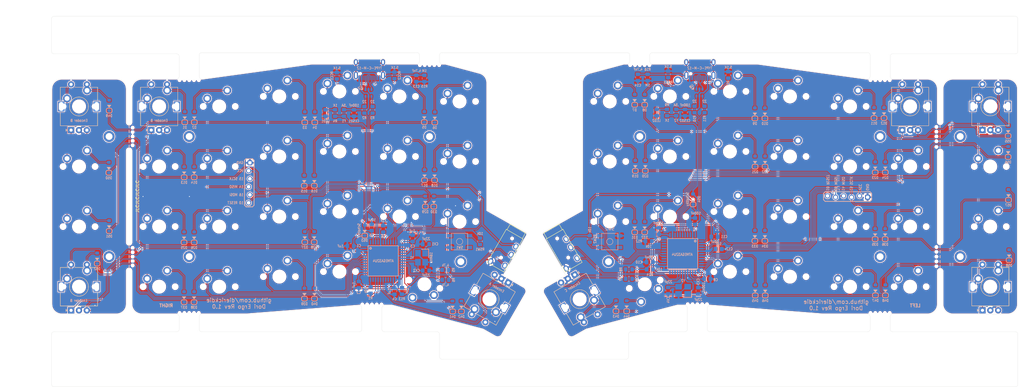
<source format=kicad_pcb>
(kicad_pcb (version 20171130) (host pcbnew "(5.1.4-0-10_14)")
  (layers (0 F.Cu signal) (31 B.Cu signal) (34 B.Paste user) (35 F.Paste user) (36 B.SilkS user) (37 F.SilkS user) (38 B.Mask user) (39 F.Mask user) (44 Edge.Cuts user))
  (net 0 "")
  (net 1 "Net-(D1-Pad2)")
  (net 2 "Net-(D2-Pad2)")
  (net 3 "Net-(D3-Pad2)")
  (net 4 "Net-(D4-Pad2)")
  (net 5 "Net-(D5-Pad2)")
  (net 6 "Net-(D6-Pad2)")
  (net 7 "Net-(D7-Pad2)")
  (net 8 "Net-(D8-Pad2)")
  (net 9 "Net-(D9-Pad2)")
  (net 10 "Net-(D10-Pad2)")
  (net 11 "Net-(D11-Pad2)")
  (net 12 "Net-(D12-Pad2)")
  (net 13 "Net-(D13-Pad2)")
  (net 14 "Net-(D14-Pad2)")
  (net 15 "Net-(D15-Pad2)")
  (net 16 "Net-(D16-Pad2)")
  (net 17 "Net-(D17-Pad2)")
  (net 18 "Net-(D18-Pad2)")
  (net 19 "Net-(D19-Pad2)")
  (net 20 "Net-(D20-Pad2)")
  (net 21 "Net-(D21-Pad2)")
  (net 22 "Net-(D22-Pad2)")
  (net 23 "Net-(D23-Pad2)")
  (net 24 "Net-(D24-Pad2)")
  (net 25 "Net-(D25-Pad2)")
  (net 26 "Net-(D26-Pad2)")
  (net 27 "Net-(D27-Pad2)")
  (net 28 "Net-(D28-Pad2)")
  (net 29 "Net-(D29-Pad2)")
  (net 30 "Net-(D30-Pad2)")
  (net 31 "Net-(D31-Pad2)")
  (net 32 "Net-(D32-Pad2)")
  (net 33 "Net-(D33-Pad2)")
  (net 34 "Net-(D34-Pad2)")
  (net 35 "Net-(D35-Pad2)")
  (net 36 "Net-(D36-Pad2)")
  (net 37 "Net-(D37-Pad2)")
  (net 38 "Net-(D38-Pad2)")
  (net 39 "Net-(D39-Pad2)")
  (net 40 "Net-(D40-Pad2)")
  (net 41 "Net-(D41-Pad2)")
  (net 42 "Net-(D42-Pad2)")
  (net 43 "Net-(D43-Pad2)")
  (net 44 "Net-(D44-Pad2)")
  (net 45 "Net-(D45-Pad2)")
  (net 46 "Net-(D46-Pad2)")
  (net 47 "Net-(D47-Pad2)")
  (net 48 "Net-(D48-Pad2)")
  (net 49 VCC)
  (net 50 "Net-(C6-Pad1)")
  (net 51 "Net-(R1-Pad2)")
  (net 52 "Net-(J1-PadB5)")
  (net 53 "Net-(J1-PadA5)")
  (net 54 "Net-(D49-Pad2)")
  (net 55 "Net-(D50-Pad2)")
  (net 56 "Net-(D51-Pad2)")
  (net 57 "Net-(D52-Pad2)")
  (net 58 GND)
  (net 59 "Net-(LED1-Pad2)")
  (net 60 "Net-(C12-Pad1)")
  (net 61 XTAL1a)
  (net 62 XTAL2a)
  (net 63 XTAL1b)
  (net 64 XTAL2b)
  (net 65 VBUSa)
  (net 66 ISP_RSTa)
  (net 67 SDAa)
  (net 68 SCLa)
  (net 69 SDAb)
  (net 70 SCLb)
  (net 71 "Net-(J5-PadB5)")
  (net 72 "Net-(J5-PadA5)")
  (net 73 ISP_RSTb)
  (net 74 "Net-(LED2-Pad2)")
  (net 75 "Net-(R12-Pad2)")
  (net 76 MOSIb)
  (net 77 VBUSb)
  (net 78 col5a)
  (net 79 col4a)
  (net 80 col3a)
  (net 81 row1a)
  (net 82 row0a)
  (net 83 col0a)
  (net 84 row3a)
  (net 85 row2a)
  (net 86 col2a)
  (net 87 col5b)
  (net 88 col4b)
  (net 89 col3b)
  (net 90 row1b)
  (net 91 row0b)
  (net 92 col1b)
  (net 93 col2b)
  (net 94 row2b)
  (net 95 row3b)
  (net 96 col1a)
  (net 97 col0b)
  (net 98 GNDA)
  (net 99 VDD)
  (net 100 HDETECT)
  (net 101 +5VA)
  (net 102 HDETECTb)
  (net 103 "Net-(D55-Pad2)")
  (net 104 "Net-(D56-Pad2)")
  (net 105 "Net-(D57-Pad2)")
  (net 106 "Net-(D58-Pad2)")
  (net 107 Enc1a)
  (net 108 Enc1b)
  (net 109 Enc3a)
  (net 110 Enc3b)
  (net 111 Enc0a)
  (net 112 Enc0b)
  (net 113 Enc2a)
  (net 114 Enc2b)
  (net 115 col6a)
  (net 116 col6b)
  (net 117 "Net-(C13-Pad1)")
  (net 118 "Net-(C14-Pad1)")
  (net 119 DBUSa-)
  (net 120 DBUSa+)
  (net 121 "Net-(R2-Pad2)")
  (net 122 Da-)
  (net 123 "Net-(R3-Pad2)")
  (net 124 Da+)
  (net 125 DBUSb-)
  (net 126 DBUSb+)
  (net 127 "Net-(R10-Pad2)")
  (net 128 Db-)
  (net 129 "Net-(R11-Pad2)")
  (net 130 Db+)
  (net 131 +5V)
  (module Keeb_footprints:PIN_HEADER_1x6_OFFSET (layer B.Cu) (at 344.4875 80.9625 90)
    (fp_text reference J6)
    (fp_text value AVR-ISP-6_mod hide)
    (fp_text user "14 MISO" (at 6.3625 -1.3625 270 unlocked) (layer B.SilkS) (effects (font (size 0.8 0.7)) (justify right mirror)))
    (fp_text user "16 MOSI" (at 6.3625 -3.7375 270 unlocked) (layer B.SilkS) (effects (font (size 0.8 0.7)) (justify right mirror)))
    (fp_text user "15 SCLK" (at 6.4625 1.1625 270 unlocked) (layer B.SilkS) (effects (font (size 0.8 0.7)) (justify right mirror)))
    (fp_text user "10 RESET" (at 7.0125 -6.2875 270 unlocked) (layer B.SilkS) (effects (font (size 0.8 0.7)) (justify right mirror)))
    (fp_text user VCC (at 4.0625 3.9875 270 unlocked) (layer B.SilkS) (effects (font (size 0.8 0.7)) (justify right mirror)))
    (fp_text user GND (at 4.1125 6.3125 270 unlocked) (layer B.SilkS) (effects (font (size 0.8 0.7)) (justify right mirror)))
    (pad 1 thru_hole circle (at 0.2032 -6.35 90) (size 1.6002 1.6002) (drill 1.0668) (layers *.Cu *.Mask) (net 73 ISP_RSTb))
    (pad 4 thru_hole circle (at -0.2032 -3.81 90) (size 1.6002 1.6002) (drill 1.0668) (layers *.Cu *.Mask) (net 76 MOSIb))
    (pad 3 thru_hole circle (at 0.2032 -1.27 90) (size 1.6002 1.6002) (drill 1.0668) (layers *.Cu *.Mask) (net 88 col4b))
    (pad 5 thru_hole circle (at -0.2032 1.27 90) (size 1.6002 1.6002) (drill 1.0668) (layers *.Cu *.Mask) (net 87 col5b))
    (pad 2 thru_hole circle (at 0.2032 3.81 90) (size 1.6002 1.6002) (drill 1.0668) (layers *.Cu *.Mask) (net 101 +5VA))
    (pad 6 thru_hole roundrect (at -0.2032 6.35 90) (size 1.6002 1.6002) (drill 1.0668) (layers *.Cu *.Mask) (net 98 GNDA))
  )
  (module Keeb_footprints:MX100 (layer F.Cu) (at 364.33125 71.4375 180)
    (fp_text reference K24)
    (fp_text value KEYSW)
    (pad 1 thru_hole circle (at 3.7846 2.5527 90) (size 2.54 2.54) (drill 1.525) (layers *.Cu *.Mask) (net 87 col5b))
    (pad 2 thru_hole circle (at -2.5654 5.0927 180) (size 2.54 2.54) (drill 1.525) (layers *.Cu *.Mask) (net 24 "Net-(D24-Pad2)"))
    (pad "" np_thru_hole circle (at -5.1054 0.0127 180) (size 1.7018 1.7018) (drill 1.7018) (layers *.Cu *.Mask))
    (pad "" np_thru_hole circle (at 5.0546 0.0127 180) (size 1.7018 1.7018) (drill 1.7018) (layers *.Cu *.Mask))
    (pad "" np_thru_hole circle (at -0.0254 0.0127 180) (size 3.9878 3.9878) (drill 3.9878) (layers *.Cu *.Mask))
  )
  (module Keeb_footprints:MX100 (layer F.Cu) (at 288.10585 68.2752 180)
    (fp_text reference K20)
    (fp_text value KEYSW)
    (pad 1 thru_hole circle (at 3.7846 2.5527 90) (size 2.54 2.54) (drill 1.525) (layers *.Cu *.Mask) (net 92 col1b))
    (pad 2 thru_hole circle (at -2.5654 5.0927 180) (size 2.54 2.54) (drill 1.525) (layers *.Cu *.Mask) (net 20 "Net-(D20-Pad2)"))
    (pad "" np_thru_hole circle (at -5.1054 0.0127 180) (size 1.7018 1.7018) (drill 1.7018) (layers *.Cu *.Mask))
    (pad "" np_thru_hole circle (at 5.0546 0.0127 180) (size 1.7018 1.7018) (drill 1.7018) (layers *.Cu *.Mask))
    (pad "" np_thru_hole circle (at -0.0254 0.0127 180) (size 3.9878 3.9878) (drill 3.9878) (layers *.Cu *.Mask))
  )
  (module Keeb_footprints:MouseBite_IPC7351 (layer F.Cu) (at 372.665625 61.9125 90)
    (fp_text reference U15)
    (fp_text value HOLE)
    (pad "" np_thru_hole circle (at -3.302 0 90) (size 0.8 0.8) (drill 0.8) (layers *.Cu *.Mask))
    (pad "" np_thru_hole circle (at -1.524 0 90) (size 0.8 0.8) (drill 0.8) (layers *.Cu *.Mask))
    (pad "" np_thru_hole circle (at 3.048 0 90) (size 0.8 0.8) (drill 0.8) (layers *.Cu *.Mask))
    (pad "" np_thru_hole circle (at 1.524 0 90) (size 0.8 0.8) (drill 0.8) (layers *.Cu *.Mask))
    (pad "" np_thru_hole circle (at 0 0 90) (size 0.8 0.8) (drill 0.8) (layers *.Cu *.Mask))
  )
  (module Capacitor_SMD:C_0805_2012Metric_Pad1.15x1.40mm_HandSolder (layer B.Cu) (at 296.1 88.8 90)
    (fp_text reference C7 (at -2.54 0 270) (layer B.SilkS) (effects (font (size 0.8 0.7)) (justify mirror)))
    (fp_text value 100nF)
    (fp_text user %V (at 2.54 0.254 180) (layer B.SilkS) (effects (font (size 0.8 0.7)) (justify mirror)))
    (pad 2 smd roundrect (at 1.025 0 90) (size 1.15 1.4) (layers B.Cu B.Paste B.Mask) (roundrect_rratio 0.217391) (net 98 GNDA))
    (pad 1 smd roundrect (at -1.025 0 90) (size 1.15 1.4) (layers B.Cu B.Paste B.Mask) (roundrect_rratio 0.217391) (net 99 VDD))
  )
  (module Keeb_footprints:MX100 (layer F.Cu) (at 307.15585 104.7877 180)
    (fp_text reference K45)
    (fp_text value KEYSW)
    (pad 1 thru_hole circle (at 3.7846 2.5527 90) (size 2.54 2.54) (drill 1.525) (layers *.Cu *.Mask) (net 93 col2b))
    (pad 2 thru_hole circle (at -2.5654 5.0927 180) (size 2.54 2.54) (drill 1.525) (layers *.Cu *.Mask) (net 45 "Net-(D45-Pad2)"))
    (pad "" np_thru_hole circle (at -5.1054 0.0127 180) (size 1.7018 1.7018) (drill 1.7018) (layers *.Cu *.Mask))
    (pad "" np_thru_hole circle (at 5.0546 0.0127 180) (size 1.7018 1.7018) (drill 1.7018) (layers *.Cu *.Mask))
    (pad "" np_thru_hole circle (at -0.0254 0.0127 180) (size 3.9878 3.9878) (drill 3.9878) (layers *.Cu *.Mask))
  )
  (module Capacitor_SMD:C_0805_2012Metric_Pad1.15x1.40mm_HandSolder (layer B.Cu) (at 302.3 93.7)
    (fp_text reference C11 (at 3.048 -0.0254) (layer B.SilkS) (effects (font (size 0.8 0.7)) (justify mirror)))
    (fp_text value 10uF)
    (fp_text user %V (at 0 1.524) (layer B.SilkS) (effects (font (size 0.8 0.7)) (justify mirror)))
    (pad 2 smd roundrect (at 1.025 0) (size 1.15 1.4) (layers B.Cu B.Paste B.Mask) (roundrect_rratio 0.217391) (net 98 GNDA))
    (pad 1 smd roundrect (at -1.025 0) (size 1.15 1.4) (layers B.Cu B.Paste B.Mask) (roundrect_rratio 0.217391) (net 101 +5VA))
  )
  (module Keeb_footprints:MX100 (layer F.Cu) (at 326.20585 49.2252 180)
    (fp_text reference K10)
    (fp_text value KEYSW)
    (pad 1 thru_hole circle (at 3.7846 2.5527 90) (size 2.54 2.54) (drill 1.525) (layers *.Cu *.Mask) (net 89 col3b))
    (pad 2 thru_hole circle (at -2.5654 5.0927 180) (size 2.54 2.54) (drill 1.525) (layers *.Cu *.Mask) (net 10 "Net-(D10-Pad2)"))
    (pad "" np_thru_hole circle (at -5.1054 0.0127 180) (size 1.7018 1.7018) (drill 1.7018) (layers *.Cu *.Mask))
    (pad "" np_thru_hole circle (at 5.0546 0.0127 180) (size 1.7018 1.7018) (drill 1.7018) (layers *.Cu *.Mask))
    (pad "" np_thru_hole circle (at -0.0254 0.0127 180) (size 3.9878 3.9878) (drill 3.9878) (layers *.Cu *.Mask))
  )
  (module LED_SMD:LED_0805_2012Metric_Pad1.15x1.40mm_HandSolder (layer B.Cu) (at 283.95 54.3 90)
    (fp_text reference LED2 (at -2.6 -0.05 180) (layer B.SilkS) (effects (font (size 0.8 0.7)) (justify mirror)))
    (fp_text value LED)
    (pad 2 smd roundrect (at 1.025 0 90) (size 1.15 1.4) (layers B.Cu B.Paste B.Mask) (roundrect_rratio 0.217391) (net 74 "Net-(LED2-Pad2)"))
    (pad 1 smd roundrect (at -1.025 0 90) (size 1.15 1.4) (layers B.Cu B.Paste B.Mask) (roundrect_rratio 0.217391) (net 98 GNDA))
  )
  (module Keeb_footprints:MouseBite_IPC7351 (layer F.Cu) (at 135.73125 44.053125)
    (fp_text reference U9)
    (fp_text value HOLE)
    (pad "" np_thru_hole circle (at -3.048 0) (size 0.8 0.8) (drill 0.8) (layers *.Cu *.Mask))
    (pad "" np_thru_hole circle (at -1.524 0) (size 0.8 0.8) (drill 0.8) (layers *.Cu *.Mask))
    (pad "" np_thru_hole circle (at 3.048 0) (size 0.8 0.8) (drill 0.8) (layers *.Cu *.Mask))
    (pad "" np_thru_hole circle (at 1.524 0) (size 0.8 0.8) (drill 0.8) (layers *.Cu *.Mask))
    (pad "" np_thru_hole circle (at 0 0) (size 0.8 0.8) (drill 0.8) (layers *.Cu *.Mask))
  )
  (module Keeb_footprints:MouseBite_IPC7351 (layer F.Cu) (at 135.73125 39.290625)
    (fp_text reference U18)
    (fp_text value HOLE)
    (pad "" np_thru_hole circle (at -2.54 0) (size 0.8 0.8) (drill 0.8) (layers *.Cu *.Mask))
    (pad "" np_thru_hole circle (at -1.27 0) (size 0.8 0.8) (drill 0.8) (layers *.Cu *.Mask))
    (pad "" np_thru_hole circle (at 2.54 0) (size 0.8 0.8) (drill 0.8) (layers *.Cu *.Mask))
    (pad "" np_thru_hole circle (at 1.27 0) (size 0.8 0.8) (drill 0.8) (layers *.Cu *.Mask))
    (pad "" np_thru_hole circle (at 0 0) (size 0.8 0.8) (drill 0.8) (layers *.Cu *.Mask))
  )
  (module Keeb_footprints:MouseBite_IPC7351 (layer F.Cu) (at 354.80625 39.290625)
    (fp_text reference U17)
    (fp_text value HOLE)
    (pad "" np_thru_hole circle (at -2.54 0) (size 0.8 0.8) (drill 0.8) (layers *.Cu *.Mask))
    (pad "" np_thru_hole circle (at -1.27 0) (size 0.8 0.8) (drill 0.8) (layers *.Cu *.Mask))
    (pad "" np_thru_hole circle (at 2.54 0) (size 0.8 0.8) (drill 0.8) (layers *.Cu *.Mask))
    (pad "" np_thru_hole circle (at 1.27 0) (size 0.8 0.8) (drill 0.8) (layers *.Cu *.Mask))
    (pad "" np_thru_hole circle (at 0 0) (size 0.8 0.8) (drill 0.8) (layers *.Cu *.Mask))
  )
  (module Keeb_footprints:D_SOD-123_modified (layer B.Cu) (at 106.55 100.55 90)
    (fp_text reference D52 (at -3.302 0 180) (layer B.SilkS) (effects (font (size 0.8 0.7)) (justify mirror)))
    (fp_text value D)
    (pad 2 smd roundrect (at 1.65 0 90) (size 1 1.2) (layers B.Cu B.Paste B.Mask) (net 57 "Net-(D52-Pad2)"))
    (pad 1 smd roundrect (at -1.65 0 90) (size 1 1.2) (layers B.Cu B.Paste B.Mask) (net 84 row3a))
  )
  (module Resistor_SMD:R_0805_2012Metric_Pad1.15x1.40mm_HandSolder (layer B.Cu) (at 227.95 95.15 90)
    (fp_text reference RSW1 (at -2.55 0 180) (layer B.SilkS) (effects (font (size 0.8 0.7)) (justify mirror)))
    (fp_text value 10k)
    (fp_text user %V (at 2.45 0 180) (layer B.SilkS) (effects (font (size 0.8 0.7)) (justify mirror)))
    (pad 2 smd roundrect (at 1.025 0 90) (size 1.15 1.4) (layers B.Cu B.Paste B.Mask) (roundrect_rratio 0.217391) (net 49 VCC))
    (pad 1 smd roundrect (at -1.025 0 90) (size 1.15 1.4) (layers B.Cu B.Paste B.Mask) (roundrect_rratio 0.217391) (net 66 ISP_RSTa))
  )
  (module Keeb_footprints:D_SOD-123_modified (layer B.Cu) (at 175.375 93.75 90)
    (fp_text reference D28 (at -3.302 0 180) (layer B.SilkS) (effects (font (size 0.8 0.7)) (justify mirror)))
    (fp_text value D)
    (pad 2 smd roundrect (at 1.65 0 90) (size 1 1.2) (layers B.Cu B.Paste B.Mask) (net 28 "Net-(D28-Pad2)"))
    (pad 1 smd roundrect (at -1.65 0 90) (size 1 1.2) (layers B.Cu B.Paste B.Mask) (net 85 row2a))
  )
  (module Keeb_footprints:MX100 (layer F.Cu) (at 183.33085 85.7377 180)
    (fp_text reference K28)
    (fp_text value KEYSW)
    (pad 1 thru_hole circle (at 3.7846 2.5527 90) (size 2.54 2.54) (drill 1.525) (layers *.Cu *.Mask) (net 80 col3a))
    (pad 2 thru_hole circle (at -2.5654 5.0927 180) (size 2.54 2.54) (drill 1.525) (layers *.Cu *.Mask) (net 28 "Net-(D28-Pad2)"))
    (pad "" np_thru_hole circle (at -5.1054 0.0127 180) (size 1.7018 1.7018) (drill 1.7018) (layers *.Cu *.Mask))
    (pad "" np_thru_hole circle (at 5.0546 0.0127 180) (size 1.7018 1.7018) (drill 1.7018) (layers *.Cu *.Mask))
    (pad "" np_thru_hole circle (at -0.0254 0.0127 180) (size 3.9878 3.9878) (drill 3.9878) (layers *.Cu *.Mask))
  )
  (module Keeb_footprints:MX100 (layer F.Cu) (at 202.38085 68.2752 180)
    (fp_text reference K17)
    (fp_text value KEYSW)
    (pad 1 thru_hole circle (at 3.7846 2.5527 90) (size 2.54 2.54) (drill 1.525) (layers *.Cu *.Mask) (net 79 col4a))
    (pad 2 thru_hole circle (at -2.5654 5.0927 180) (size 2.54 2.54) (drill 1.525) (layers *.Cu *.Mask) (net 17 "Net-(D17-Pad2)"))
    (pad "" np_thru_hole circle (at -5.1054 0.0127 180) (size 1.7018 1.7018) (drill 1.7018) (layers *.Cu *.Mask))
    (pad "" np_thru_hole circle (at 5.0546 0.0127 180) (size 1.7018 1.7018) (drill 1.7018) (layers *.Cu *.Mask))
    (pad "" np_thru_hole circle (at -0.0254 0.0127 180) (size 3.9878 3.9878) (drill 3.9878) (layers *.Cu *.Mask))
  )
  (module Resistor_SMD:R_0805_2012Metric_Pad1.15x1.40mm_HandSolder (layer B.Cu) (at 210.3 43.5 270)
    (fp_text reference R15 (at 2.5 0) (layer B.SilkS) (effects (font (size 0.8 0.7)) (justify mirror)))
    (fp_text value 1M)
    (fp_text user %V (at -2.4 0 180) (layer B.SilkS) (effects (font (size 0.8 0.7)) (justify mirror)))
    (pad 2 smd roundrect (at 1.025 0 270) (size 1.15 1.4) (layers B.Cu B.Paste B.Mask) (roundrect_rratio 0.217391) (net 58 GND))
    (pad 1 smd roundrect (at -1.025 0 270) (size 1.15 1.4) (layers B.Cu B.Paste B.Mask) (roundrect_rratio 0.217391) (net 117 "Net-(C13-Pad1)"))
  )
  (module Capacitor_SMD:C_0805_2012Metric_Pad1.15x1.40mm_HandSolder (layer B.Cu) (at 207.75 43.5 270)
    (fp_text reference C13 (at 2.5 0 180) (layer B.SilkS) (effects (font (size 0.8 0.7)) (justify mirror)))
    (fp_text value 4.7nF)
    (fp_text user %V (at -2.4 -0.05 180) (layer B.SilkS) (effects (font (size 0.8 0.7)) (justify mirror)))
    (pad 2 smd roundrect (at 1.025 0 270) (size 1.15 1.4) (layers B.Cu B.Paste B.Mask) (roundrect_rratio 0.217391) (net 58 GND))
    (pad 1 smd roundrect (at -1.025 0 270) (size 1.15 1.4) (layers B.Cu B.Paste B.Mask) (roundrect_rratio 0.217391) (net 117 "Net-(C13-Pad1)"))
  )
  (module Keeb_footprints:MX100 (layer F.Cu) (at 183.35625 104.775 180)
    (fp_text reference K40)
    (fp_text value KEYSW)
    (pad 1 thru_hole circle (at 3.7846 2.5527 90) (size 2.54 2.54) (drill 1.525) (layers *.Cu *.Mask) (net 80 col3a))
    (pad 2 thru_hole circle (at -2.5654 5.0927 180) (size 2.54 2.54) (drill 1.525) (layers *.Cu *.Mask) (net 40 "Net-(D40-Pad2)"))
    (pad "" np_thru_hole circle (at -5.1054 0.0127 180) (size 1.7018 1.7018) (drill 1.7018) (layers *.Cu *.Mask))
    (pad "" np_thru_hole circle (at 5.0546 0.0127 180) (size 1.7018 1.7018) (drill 1.7018) (layers *.Cu *.Mask))
    (pad "" np_thru_hole circle (at -0.0254 0.0127 180) (size 3.9878 3.9878) (drill 3.9878) (layers *.Cu *.Mask))
  )
  (module Keeb_footprints:MX100 (layer F.Cu) (at 164.28085 68.2752 180)
    (fp_text reference K15)
    (fp_text value KEYSW)
    (pad 1 thru_hole circle (at 3.7846 2.5527 90) (size 2.54 2.54) (drill 1.525) (layers *.Cu *.Mask) (net 86 col2a))
    (pad 2 thru_hole circle (at -2.5654 5.0927 180) (size 2.54 2.54) (drill 1.525) (layers *.Cu *.Mask) (net 15 "Net-(D15-Pad2)"))
    (pad "" np_thru_hole circle (at -5.1054 0.0127 180) (size 1.7018 1.7018) (drill 1.7018) (layers *.Cu *.Mask))
    (pad "" np_thru_hole circle (at 5.0546 0.0127 180) (size 1.7018 1.7018) (drill 1.7018) (layers *.Cu *.Mask))
    (pad "" np_thru_hole circle (at -0.0254 0.0127 180) (size 3.9878 3.9878) (drill 3.9878) (layers *.Cu *.Mask))
  )
  (module Crystal:Crystal_SMD_3225-4Pin_3.2x2.5mm_HandSoldering (layer B.Cu) (at 209.407 100.342 270)
    (fp_text reference Y1 (at 0.008 3.057 180) (layer B.SilkS) (effects (font (size 0.8 0.7)) (justify mirror)))
    (fp_text value 16MHz (at 0 -3.05 270) (layer B.SilkS) (effects (font (size 0.8 0.7)) (justify mirror)))
    (pad 4 smd rect (at -1.45 1.15 270) (size 2.1 1.8) (layers B.Cu B.Paste B.Mask) (net 58 GND))
    (pad 3 smd rect (at 1.45 1.15 270) (size 2.1 1.8) (layers B.Cu B.Paste B.Mask) (net 62 XTAL2a))
    (pad 2 smd rect (at 1.45 -1.15 270) (size 2.1 1.8) (layers B.Cu B.Paste B.Mask) (net 58 GND))
    (pad 1 smd rect (at -1.45 -1.15 270) (size 2.1 1.8) (layers B.Cu B.Paste B.Mask) (net 61 XTAL1a))
  )
  (module Keebio-Parts:RotaryEncoder_EC11 (layer F.Cu) (at 100.78085 52.4002 90)
    (fp_text reference SW4)
    (fp_text value Rotary_Encoder_Switch)
    (pad A thru_hole rect (at -7.5 -2.5 90) (size 2 2) (drill 1) (layers *.Cu *.Mask) (net 107 Enc1a))
    (pad C thru_hole circle (at -7.5 0 90) (size 2 2) (drill 1) (layers *.Cu *.Mask) (net 58 GND))
    (pad B thru_hole circle (at -7.5 2.5 90) (size 2 2) (drill 1) (layers *.Cu *.Mask) (net 108 Enc1b))
    (pad MP thru_hole rect (at 0 -5.6 90) (size 3.2 2) (drill oval 2.8 1.5) (layers *.Cu *.Mask))
    (pad MP thru_hole rect (at 0 5.6 90) (size 3.2 2) (drill oval 2.8 1.5) (layers *.Cu *.Mask))
    (pad S2 thru_hole circle (at 7 -2.5 90) (size 2 2) (drill 1) (layers *.Cu *.Mask) (net 115 col6a))
    (pad S1 thru_hole circle (at 7 2.5 90) (size 2 2) (drill 1) (layers *.Cu *.Mask) (net 54 "Net-(D49-Pad2)"))
  )
  (module Keeb_footprints:MX100 (layer F.Cu) (at 164.28085 49.2252 180)
    (fp_text reference K3)
    (fp_text value KEYSW)
    (pad 1 thru_hole circle (at 3.7846 2.5527 90) (size 2.54 2.54) (drill 1.525) (layers *.Cu *.Mask) (net 86 col2a))
    (pad 2 thru_hole circle (at -2.5654 5.0927 180) (size 2.54 2.54) (drill 1.525) (layers *.Cu *.Mask) (net 3 "Net-(D3-Pad2)"))
    (pad "" np_thru_hole circle (at -5.1054 0.0127 180) (size 1.7018 1.7018) (drill 1.7018) (layers *.Cu *.Mask))
    (pad "" np_thru_hole circle (at 5.0546 0.0127 180) (size 1.7018 1.7018) (drill 1.7018) (layers *.Cu *.Mask))
    (pad "" np_thru_hole circle (at -0.0254 0.0127 180) (size 3.9878 3.9878) (drill 3.9878) (layers *.Cu *.Mask))
  )
  (module Resistor_SMD:R_0805_2012Metric_Pad1.15x1.40mm_HandSolder (layer B.Cu) (at 191.26825 53.46825 90)
    (fp_text reference R2 (at -2.528998 0.027001 180) (layer B.SilkS) (effects (font (size 0.8 0.7)) (justify mirror)))
    (fp_text value 22)
    (fp_text user %V (at 2.551002 0 180) (layer B.SilkS) (effects (font (size 0.8 0.7)) (justify mirror)))
    (pad 2 smd roundrect (at 1.025 0 90) (size 1.15 1.4) (layers B.Cu B.Paste B.Mask) (roundrect_rratio 0.217391) (net 121 "Net-(R2-Pad2)"))
    (pad 1 smd roundrect (at -1.025 0 90) (size 1.15 1.4) (layers B.Cu B.Paste B.Mask) (roundrect_rratio 0.217391) (net 122 Da-))
  )
  (module Capacitor_SMD:C_0805_2012Metric_Pad1.15x1.40mm_HandSolder (layer B.Cu) (at 210.8 104.45)
    (fp_text reference CX2 (at -2.95 -0.05) (layer B.SilkS) (effects (font (size 0.8 0.7)) (justify mirror)))
    (fp_text value 22pF)
    (fp_text user %V (at 0 1.45) (layer B.SilkS) (effects (font (size 0.8 0.7)) (justify mirror)))
    (pad 2 smd roundrect (at 1.025 0) (size 1.15 1.4) (layers B.Cu B.Paste B.Mask) (roundrect_rratio 0.217391) (net 58 GND))
    (pad 1 smd roundrect (at -1.025 0) (size 1.15 1.4) (layers B.Cu B.Paste B.Mask) (roundrect_rratio 0.217391) (net 62 XTAL2a))
  )
  (module Capacitor_SMD:C_0805_2012Metric_Pad1.15x1.40mm_HandSolder (layer B.Cu) (at 189.5 108.9 270)
    (fp_text reference C2 (at 2.5 0.05 180) (layer B.SilkS) (effects (font (size 0.8 0.7)) (justify mirror)))
    (fp_text value .1uF)
    (fp_text user %V (at 0 1.575 270) (layer B.SilkS) (effects (font (size 0.8 0.7)) (justify mirror)))
    (pad 2 smd roundrect (at 1.025 0 270) (size 1.15 1.4) (layers B.Cu B.Paste B.Mask) (roundrect_rratio 0.217391) (net 58 GND))
    (pad 1 smd roundrect (at -1.025 0 270) (size 1.15 1.4) (layers B.Cu B.Paste B.Mask) (roundrect_rratio 0.217391) (net 49 VCC))
  )
  (module Resistor_SMD:R_0805_2012Metric_Pad1.15x1.40mm_HandSolder (layer B.Cu) (at 306.65 42.4 270)
    (fp_text reference RCC4 (at 3.175 0 90) (layer B.SilkS) (effects (font (size 0.8 0.7)) (justify mirror)))
    (fp_text value 5.1K)
    (fp_text user %V (at -2.413 0 180) (layer B.SilkS) (effects (font (size 0.8 0.7)) (justify mirror)))
    (pad 2 smd roundrect (at 1.025 0 270) (size 1.15 1.4) (layers B.Cu B.Paste B.Mask) (roundrect_rratio 0.217391) (net 71 "Net-(J5-PadB5)"))
    (pad 1 smd roundrect (at -1.025 0 270) (size 1.15 1.4) (layers B.Cu B.Paste B.Mask) (roundrect_rratio 0.217391) (net 98 GNDA))
  )
  (module Fuse:Fuse_0805_2012Metric_Pad1.15x1.40mm_HandSolder (layer B.Cu) (at 290.15 54.3 90)
    (fp_text reference F2 (at -2.54 0) (layer B.SilkS) (effects (font (size 0.8 0.7)) (justify mirror)))
    (fp_text value .5A)
    (fp_text user %V (at 2.4 0 180) (layer B.SilkS) (effects (font (size 0.8 0.7)) (justify mirror)))
    (pad 2 smd roundrect (at 1.025 0 90) (size 1.15 1.4) (layers B.Cu B.Paste B.Mask) (roundrect_rratio 0.217391) (net 77 VBUSb))
    (pad 1 smd roundrect (at -1.025 0 90) (size 1.15 1.4) (layers B.Cu B.Paste B.Mask) (roundrect_rratio 0.217391) (net 101 +5VA))
  )
  (module Fuse:Fuse_0805_2012Metric_Pad1.15x1.40mm_HandSolder (layer B.Cu) (at 184.793 54.4565 90)
    (fp_text reference F1 (at -2.5435 0) (layer B.SilkS) (effects (font (size 0.8 0.7)) (justify mirror)))
    (fp_text value .5A)
    (fp_text user %V (at 2.4065 0.057 180) (layer B.SilkS) (effects (font (size 0.8 0.7)) (justify mirror)))
    (pad 2 smd roundrect (at 1.025 0 90) (size 1.15 1.4) (layers B.Cu B.Paste B.Mask) (roundrect_rratio 0.217391) (net 65 VBUSa))
    (pad 1 smd roundrect (at -1.025 0 90) (size 1.15 1.4) (layers B.Cu B.Paste B.Mask) (roundrect_rratio 0.217391) (net 131 +5V))
  )
  (module Resistor_SMD:R_0805_2012Metric_Pad1.15x1.40mm_HandSolder (layer B.Cu) (at 281.1 43.2 270)
    (fp_text reference R16 (at -2.54 0 180) (layer B.SilkS) (effects (font (size 0.8 0.7)) (justify mirror)))
    (fp_text value 1M)
    (fp_text user %V (at 2.413 0 180) (layer B.SilkS) (effects (font (size 0.8 0.7)) (justify mirror)))
    (pad 2 smd roundrect (at 1.025 0 270) (size 1.15 1.4) (layers B.Cu B.Paste B.Mask) (roundrect_rratio 0.217391) (net 98 GNDA))
    (pad 1 smd roundrect (at -1.025 0 270) (size 1.15 1.4) (layers B.Cu B.Paste B.Mask) (roundrect_rratio 0.217391) (net 118 "Net-(C14-Pad1)"))
  )
  (module Capacitor_SMD:C_0805_2012Metric_Pad1.15x1.40mm_HandSolder (layer B.Cu) (at 292.95 54.35 90)
    (fp_text reference CESD2 (at -2.54 -0.0254 180) (layer B.SilkS) (effects (font (size 0.8 0.7)) (justify mirror)))
    (fp_text value 100nF)
    (fp_text user %V (at 2.4 0 180) (layer B.SilkS) (effects (font (size 0.8 0.7)) (justify mirror)))
    (pad 2 smd roundrect (at 1.025 0 90) (size 1.15 1.4) (layers B.Cu B.Paste B.Mask) (roundrect_rratio 0.217391) (net 77 VBUSb))
    (pad 1 smd roundrect (at -1.025 0 90) (size 1.15 1.4) (layers B.Cu B.Paste B.Mask) (roundrect_rratio 0.217391) (net 98 GNDA))
  )
  (module Capacitor_SMD:C_0805_2012Metric_Pad1.15x1.40mm_HandSolder (layer B.Cu) (at 187.968 54.4565 90)
    (fp_text reference CESD1 (at -2.5935 -0.018) (layer B.SilkS) (effects (font (size 0.8 0.7)) (justify mirror)))
    (fp_text value 100nF)
    (fp_text user %V (at 2.413 0 180) (layer B.SilkS) (effects (font (size 0.8 0.7)) (justify mirror)))
    (pad 2 smd roundrect (at 1.025 0 90) (size 1.15 1.4) (layers B.Cu B.Paste B.Mask) (roundrect_rratio 0.217391) (net 65 VBUSa))
    (pad 1 smd roundrect (at -1.025 0 90) (size 1.15 1.4) (layers B.Cu B.Paste B.Mask) (roundrect_rratio 0.217391) (net 58 GND))
  )
  (module Capacitor_SMD:C_0805_2012Metric_Pad1.15x1.40mm_HandSolder (layer B.Cu) (at 278 43.2 270)
    (fp_text reference C14 (at 2.46 0 180) (layer B.SilkS) (effects (font (size 0.8 0.7)) (justify mirror)))
    (fp_text value 4.7nF)
    (fp_text user %V (at -2.54 -0.02 180) (layer B.SilkS) (effects (font (size 0.8 0.7)) (justify mirror)))
    (pad 2 smd roundrect (at 1.025 0 270) (size 1.15 1.4) (layers B.Cu B.Paste B.Mask) (roundrect_rratio 0.217391) (net 98 GNDA))
    (pad 1 smd roundrect (at -1.025 0 270) (size 1.15 1.4) (layers B.Cu B.Paste B.Mask) (roundrect_rratio 0.217391) (net 118 "Net-(C14-Pad1)"))
  )
  (module Keeb_footprints:MX100 (layer F.Cu) (at 100.78085 90.5002 180)
    (fp_text reference K51)
    (fp_text value KEYSW)
    (pad 1 thru_hole circle (at 3.7846 2.5527 90) (size 2.54 2.54) (drill 1.525) (layers *.Cu *.Mask) (net 115 col6a))
    (pad 2 thru_hole circle (at -2.5654 5.0927 180) (size 2.54 2.54) (drill 1.525) (layers *.Cu *.Mask) (net 56 "Net-(D51-Pad2)"))
    (pad "" np_thru_hole circle (at -5.1054 0.0127 180) (size 1.7018 1.7018) (drill 1.7018) (layers *.Cu *.Mask))
    (pad "" np_thru_hole circle (at 5.0546 0.0127 180) (size 1.7018 1.7018) (drill 1.7018) (layers *.Cu *.Mask))
    (pad "" np_thru_hole circle (at -0.0254 0.0127 180) (size 3.9878 3.9878) (drill 3.9878) (layers *.Cu *.Mask))
  )
  (module Keeb_footprints:MX100 (layer F.Cu) (at 288.10585 87.3252 180)
    (fp_text reference K32)
    (fp_text value KEYSW)
    (pad 1 thru_hole circle (at 3.7846 2.5527 90) (size 2.54 2.54) (drill 1.525) (layers *.Cu *.Mask) (net 92 col1b))
    (pad 2 thru_hole circle (at -2.5654 5.0927 180) (size 2.54 2.54) (drill 1.525) (layers *.Cu *.Mask) (net 32 "Net-(D32-Pad2)"))
    (pad "" np_thru_hole circle (at -5.1054 0.0127 180) (size 1.7018 1.7018) (drill 1.7018) (layers *.Cu *.Mask))
    (pad "" np_thru_hole circle (at 5.0546 0.0127 180) (size 1.7018 1.7018) (drill 1.7018) (layers *.Cu *.Mask))
    (pad "" np_thru_hole circle (at -0.0254 0.0127 180) (size 3.9878 3.9878) (drill 3.9878) (layers *.Cu *.Mask))
  )
  (module Keeb_footprints:MX100 (layer F.Cu) (at 269.05585 88.9127 180)
    (fp_text reference K31)
    (fp_text value KEYSW)
    (pad 1 thru_hole circle (at 3.7846 2.5527 90) (size 2.54 2.54) (drill 1.525) (layers *.Cu *.Mask) (net 97 col0b))
    (pad 2 thru_hole circle (at -2.5654 5.0927 180) (size 2.54 2.54) (drill 1.525) (layers *.Cu *.Mask) (net 31 "Net-(D31-Pad2)"))
    (pad "" np_thru_hole circle (at -5.1054 0.0127 180) (size 1.7018 1.7018) (drill 1.7018) (layers *.Cu *.Mask))
    (pad "" np_thru_hole circle (at 5.0546 0.0127 180) (size 1.7018 1.7018) (drill 1.7018) (layers *.Cu *.Mask))
    (pad "" np_thru_hole circle (at -0.0254 0.0127 180) (size 3.9878 3.9878) (drill 3.9878) (layers *.Cu *.Mask))
  )
  (module Keeb_footprints:MX100 (layer F.Cu) (at 221.43085 69.8627 180)
    (fp_text reference K18)
    (fp_text value KEYSW)
    (pad 1 thru_hole circle (at 3.7846 2.5527 90) (size 2.54 2.54) (drill 1.525) (layers *.Cu *.Mask) (net 78 col5a))
    (pad 2 thru_hole circle (at -2.5654 5.0927 180) (size 2.54 2.54) (drill 1.525) (layers *.Cu *.Mask) (net 18 "Net-(D18-Pad2)"))
    (pad "" np_thru_hole circle (at -5.1054 0.0127 180) (size 1.7018 1.7018) (drill 1.7018) (layers *.Cu *.Mask))
    (pad "" np_thru_hole circle (at 5.0546 0.0127 180) (size 1.7018 1.7018) (drill 1.7018) (layers *.Cu *.Mask))
    (pad "" np_thru_hole circle (at -0.0254 0.0127 180) (size 3.9878 3.9878) (drill 3.9878) (layers *.Cu *.Mask))
  )
  (module Keeb_footprints:MX100 (layer F.Cu) (at 389.75665 52.3748 180)
    (fp_text reference K53)
    (fp_text value KEYSW)
    (pad 1 thru_hole circle (at 3.7846 2.5527 90) (size 2.54 2.54) (drill 1.525) (layers *.Cu *.Mask) (net 116 col6b))
    (pad 2 thru_hole circle (at -2.5654 5.0927 180) (size 2.54 2.54) (drill 1.525) (layers *.Cu *.Mask) (net 103 "Net-(D55-Pad2)"))
    (pad "" np_thru_hole circle (at -5.1054 0.0127 180) (size 1.7018 1.7018) (drill 1.7018) (layers *.Cu *.Mask))
    (pad "" np_thru_hole circle (at 5.0546 0.0127 180) (size 1.7018 1.7018) (drill 1.7018) (layers *.Cu *.Mask))
    (pad "" np_thru_hole circle (at -0.0254 0.0127 180) (size 3.9878 3.9878) (drill 3.9878) (layers *.Cu *.Mask))
  )
  (module Keeb_footprints:MX100 (layer F.Cu) (at 389.70585 71.4502 180)
    (fp_text reference K54)
    (fp_text value KEYSW)
    (pad 1 thru_hole circle (at 3.7846 2.5527 90) (size 2.54 2.54) (drill 1.525) (layers *.Cu *.Mask) (net 116 col6b))
    (pad 2 thru_hole circle (at -2.5654 5.0927 180) (size 2.54 2.54) (drill 1.525) (layers *.Cu *.Mask) (net 104 "Net-(D56-Pad2)"))
    (pad "" np_thru_hole circle (at -5.1054 0.0127 180) (size 1.7018 1.7018) (drill 1.7018) (layers *.Cu *.Mask))
    (pad "" np_thru_hole circle (at 5.0546 0.0127 180) (size 1.7018 1.7018) (drill 1.7018) (layers *.Cu *.Mask))
    (pad "" np_thru_hole circle (at -0.0254 0.0127 180) (size 3.9878 3.9878) (drill 3.9878) (layers *.Cu *.Mask))
  )
  (module random-keyboard-parts:Generic-Mounthole (layer F.Cu) (at 380.20625 100.0125)
    (fp_text reference H12)
    (fp_text value MountingHole)
    (pad 1 thru_hole circle (at 0 0) (size 3.5 3.5) (drill 2.2) (layers *.Cu *.Mask))
  )
  (module random-keyboard-parts:Generic-Mounthole (layer F.Cu) (at 380.20625 61.9125)
    (fp_text reference H11)
    (fp_text value MountingHole)
    (pad 1 thru_hole circle (at 0 0) (size 3.5 3.5) (drill 2.2) (layers *.Cu *.Mask))
  )
  (module Keeb_footprints:MouseBite_IPC7351 (layer F.Cu) (at 372.665625 100.0125 90)
    (fp_text reference U16)
    (fp_text value HOLE)
    (pad "" np_thru_hole circle (at -3.048 0 90) (size 0.8 0.8) (drill 0.8) (layers *.Cu *.Mask))
    (pad "" np_thru_hole circle (at -1.524 0 90) (size 0.8 0.8) (drill 0.8) (layers *.Cu *.Mask))
    (pad "" np_thru_hole circle (at 3.048 0 90) (size 0.8 0.8) (drill 0.8) (layers *.Cu *.Mask))
    (pad "" np_thru_hole circle (at 1.524 0 90) (size 0.8 0.8) (drill 0.8) (layers *.Cu *.Mask))
    (pad "" np_thru_hole circle (at 0 0 90) (size 0.8 0.8) (drill 0.8) (layers *.Cu *.Mask))
  )
  (module Keebio-Parts:RotaryEncoder_EC11 (layer F.Cu) (at 364.33125 52.3875 90)
    (fp_text reference SW7)
    (fp_text value Rotary_Encoder_Switch)
    (pad A thru_hole rect (at -7.5 -2.5 90) (size 2 2) (drill 1) (layers *.Cu *.Mask) (net 109 Enc3a))
    (pad C thru_hole circle (at -7.5 0 90) (size 2 2) (drill 1) (layers *.Cu *.Mask) (net 98 GNDA))
    (pad B thru_hole circle (at -7.5 2.5 90) (size 2 2) (drill 1) (layers *.Cu *.Mask) (net 110 Enc3b))
    (pad MP thru_hole rect (at 0 -5.6 90) (size 3.2 2) (drill oval 2.8 1.5) (layers *.Cu *.Mask))
    (pad MP thru_hole rect (at 0 5.6 90) (size 3.2 2) (drill oval 2.8 1.5) (layers *.Cu *.Mask))
    (pad S2 thru_hole circle (at 7 -2.5 90) (size 2 2) (drill 1) (layers *.Cu *.Mask) (net 87 col5b))
    (pad S1 thru_hole circle (at 7 2.5 90) (size 2 2) (drill 1) (layers *.Cu *.Mask) (net 12 "Net-(D12-Pad2)"))
  )
  (module Keebio-Parts:RotaryEncoder_EC11 (layer F.Cu) (at 389.75665 109.5248 90)
    (fp_text reference SW6)
    (fp_text value Rotary_Encoder_Switch)
    (pad A thru_hole rect (at -7.5 -2.5 90) (size 2 2) (drill 1) (layers *.Cu *.Mask) (net 109 Enc3a))
    (pad C thru_hole circle (at -7.5 0 90) (size 2 2) (drill 1) (layers *.Cu *.Mask) (net 98 GNDA))
    (pad B thru_hole circle (at -7.5 2.5 90) (size 2 2) (drill 1) (layers *.Cu *.Mask) (net 110 Enc3b))
    (pad MP thru_hole rect (at 0 -5.6 90) (size 3.2 2) (drill oval 2.8 1.5) (layers *.Cu *.Mask))
    (pad MP thru_hole rect (at 0 5.6 90) (size 3.2 2) (drill oval 2.8 1.5) (layers *.Cu *.Mask))
    (pad S2 thru_hole circle (at 7 -2.5 90) (size 2 2) (drill 1) (layers *.Cu *.Mask) (net 116 col6b))
    (pad S1 thru_hole circle (at 7 2.5 90) (size 2 2) (drill 1) (layers *.Cu *.Mask) (net 106 "Net-(D58-Pad2)"))
  )
  (module Keebio-Parts:RotaryEncoder_EC11 (layer F.Cu) (at 389.75665 52.3748 90)
    (fp_text reference SW5)
    (fp_text value Rotary_Encoder_Switch)
    (pad A thru_hole rect (at -7.5 -2.5 90) (size 2 2) (drill 1) (layers *.Cu *.Mask) (net 109 Enc3a))
    (pad C thru_hole circle (at -7.5 0 90) (size 2 2) (drill 1) (layers *.Cu *.Mask) (net 98 GNDA))
    (pad B thru_hole circle (at -7.5 2.5 90) (size 2 2) (drill 1) (layers *.Cu *.Mask) (net 110 Enc3b))
    (pad MP thru_hole rect (at 0 -5.6 90) (size 3.2 2) (drill oval 2.8 1.5) (layers *.Cu *.Mask))
    (pad MP thru_hole rect (at 0 5.6 90) (size 3.2 2) (drill oval 2.8 1.5) (layers *.Cu *.Mask))
    (pad S2 thru_hole circle (at 7 -2.5 90) (size 2 2) (drill 1) (layers *.Cu *.Mask) (net 116 col6b))
    (pad S1 thru_hole circle (at 7 2.5 90) (size 2 2) (drill 1) (layers *.Cu *.Mask) (net 103 "Net-(D55-Pad2)"))
  )
  (module Keeb_footprints:MX100 (layer F.Cu) (at 389.70585 109.5502 180)
    (fp_text reference K56)
    (fp_text value KEYSW)
    (pad 1 thru_hole circle (at 3.7846 2.5527 90) (size 2.54 2.54) (drill 1.525) (layers *.Cu *.Mask) (net 116 col6b))
    (pad 2 thru_hole circle (at -2.5654 5.0927 180) (size 2.54 2.54) (drill 1.525) (layers *.Cu *.Mask) (net 106 "Net-(D58-Pad2)"))
    (pad "" np_thru_hole circle (at -5.1054 0.0127 180) (size 1.7018 1.7018) (drill 1.7018) (layers *.Cu *.Mask))
    (pad "" np_thru_hole circle (at 5.0546 0.0127 180) (size 1.7018 1.7018) (drill 1.7018) (layers *.Cu *.Mask))
    (pad "" np_thru_hole circle (at -0.0254 0.0127 180) (size 3.9878 3.9878) (drill 3.9878) (layers *.Cu *.Mask))
  )
  (module Keeb_footprints:MX100 (layer F.Cu) (at 389.70585 90.5002 180)
    (fp_text reference K55)
    (fp_text value KEYSW)
    (pad 1 thru_hole circle (at 3.7846 2.5527 90) (size 2.54 2.54) (drill 1.525) (layers *.Cu *.Mask) (net 116 col6b))
    (pad 2 thru_hole circle (at -2.5654 5.0927 180) (size 2.54 2.54) (drill 1.525) (layers *.Cu *.Mask) (net 105 "Net-(D57-Pad2)"))
    (pad "" np_thru_hole circle (at -5.1054 0.0127 180) (size 1.7018 1.7018) (drill 1.7018) (layers *.Cu *.Mask))
    (pad "" np_thru_hole circle (at 5.0546 0.0127 180) (size 1.7018 1.7018) (drill 1.7018) (layers *.Cu *.Mask))
    (pad "" np_thru_hole circle (at -0.0254 0.0127 180) (size 3.9878 3.9878) (drill 3.9878) (layers *.Cu *.Mask))
  )
  (module Keeb_footprints:D_SOD-123_modified (layer B.Cu) (at 395.7 99.5 90)
    (fp_text reference D58 (at -3.302 0 180) (layer B.SilkS) (effects (font (size 0.8 0.7)) (justify mirror)))
    (fp_text value D)
    (pad 2 smd roundrect (at 1.65 0 90) (size 1 1.2) (layers B.Cu B.Paste B.Mask) (net 106 "Net-(D58-Pad2)"))
    (pad 1 smd roundrect (at -1.65 0 90) (size 1 1.2) (layers B.Cu B.Paste B.Mask) (net 95 row3b))
  )
  (module Keeb_footprints:D_SOD-123_modified (layer B.Cu) (at 395.5 80.4 90)
    (fp_text reference D57 (at -3.302 0 180) (layer B.SilkS) (effects (font (size 0.8 0.7)) (justify mirror)))
    (fp_text value D)
    (pad 2 smd roundrect (at 1.65 0 90) (size 1 1.2) (layers B.Cu B.Paste B.Mask) (net 105 "Net-(D57-Pad2)"))
    (pad 1 smd roundrect (at -1.65 0 90) (size 1 1.2) (layers B.Cu B.Paste B.Mask) (net 94 row2b))
  )
  (module Keeb_footprints:D_SOD-123_modified (layer B.Cu) (at 395.4 66.75 90)
    (fp_text reference D56 (at -3.302 0) (layer B.SilkS) (effects (font (size 0.8 0.7)) (justify mirror)))
    (fp_text value D)
    (pad 2 smd roundrect (at 1.65 0 90) (size 1 1.2) (layers B.Cu B.Paste B.Mask) (net 104 "Net-(D56-Pad2)"))
    (pad 1 smd roundrect (at -1.65 0 90) (size 1 1.2) (layers B.Cu B.Paste B.Mask) (net 90 row1b))
  )
  (module Keeb_footprints:D_SOD-123_modified (layer B.Cu) (at 395.4 60.1 90)
    (fp_text reference D55 (at -3.302 0 180) (layer B.SilkS) (effects (font (size 0.8 0.7)) (justify mirror)))
    (fp_text value D)
    (pad 2 smd roundrect (at 1.65 0 90) (size 1 1.2) (layers B.Cu B.Paste B.Mask) (net 103 "Net-(D55-Pad2)"))
    (pad 1 smd roundrect (at -1.65 0 90) (size 1 1.2) (layers B.Cu B.Paste B.Mask) (net 91 row0b))
  )
  (module Capacitor_SMD:C_0805_2012Metric_Pad1.15x1.40mm_HandSolder (layer B.Cu) (at 300 107.1)
    (fp_text reference C8 (at 2.667 0.254) (layer B.SilkS) (effects (font (size 0.8 0.7)) (justify mirror)))
    (fp_text value 100nF)
    (fp_text user %V (at -1.143 2.667 270) (layer B.SilkS) (effects (font (size 0.8 0.7)) (justify mirror)))
    (pad 2 smd roundrect (at 1.025 0) (size 1.15 1.4) (layers B.Cu B.Paste B.Mask) (roundrect_rratio 0.217391) (net 98 GNDA))
    (pad 1 smd roundrect (at -1.025 0) (size 1.15 1.4) (layers B.Cu B.Paste B.Mask) (roundrect_rratio 0.217391) (net 99 VDD))
  )
  (module Resistor_SMD:R_0805_2012Metric_Pad1.15x1.40mm_HandSolder (layer B.Cu) (at 281.8 104.05)
    (fp_text reference R14 (at 0 1.65) (layer B.SilkS) (effects (font (size 0.8 0.7)) (justify mirror)))
    (fp_text value 10K)
    (fp_text user %V (at 2.921 0) (layer B.SilkS) (effects (font (size 0.8 0.7)) (justify mirror)))
    (pad 2 smd roundrect (at 1.025 0) (size 1.15 1.4) (layers B.Cu B.Paste B.Mask) (roundrect_rratio 0.217391) (net 102 HDETECTb))
    (pad 1 smd roundrect (at -1.025 0) (size 1.15 1.4) (layers B.Cu B.Paste B.Mask) (roundrect_rratio 0.217391) (net 99 VDD))
  )
  (module Keeb_footprints:MouseBite_IPC7351 (layer F.Cu) (at 278.60625 39.290625)
    (fp_text reference U14)
    (fp_text value HOLE)
    (pad "" np_thru_hole circle (at -3.048 0) (size 0.8 0.8) (drill 0.8) (layers *.Cu *.Mask))
    (pad "" np_thru_hole circle (at -1.524 0) (size 0.8 0.8) (drill 0.8) (layers *.Cu *.Mask))
    (pad "" np_thru_hole circle (at 3.048 0) (size 0.8 0.8) (drill 0.8) (layers *.Cu *.Mask))
    (pad "" np_thru_hole circle (at 1.524 0) (size 0.8 0.8) (drill 0.8) (layers *.Cu *.Mask))
    (pad "" np_thru_hole circle (at 0 0) (size 0.8 0.8) (drill 0.8) (layers *.Cu *.Mask))
  )
  (module Keeb_footprints:MouseBite_IPC7351 (layer F.Cu) (at 354.80625 44.053125)
    (fp_text reference U13)
    (fp_text value HOLE)
    (pad "" np_thru_hole circle (at -3.048 0) (size 0.8 0.8) (drill 0.8) (layers *.Cu *.Mask))
    (pad "" np_thru_hole circle (at -1.524 0) (size 0.8 0.8) (drill 0.8) (layers *.Cu *.Mask))
    (pad "" np_thru_hole circle (at 3.048 0) (size 0.8 0.8) (drill 0.8) (layers *.Cu *.Mask))
    (pad "" np_thru_hole circle (at 1.524 0) (size 0.8 0.8) (drill 0.8) (layers *.Cu *.Mask))
    (pad "" np_thru_hole circle (at 0 0) (size 0.8 0.8) (drill 0.8) (layers *.Cu *.Mask))
  )
  (module Keeb_footprints:MouseBite_IPC7351 (layer F.Cu) (at 211.93125 39.290625)
    (fp_text reference U2)
    (fp_text value HOLE)
    (pad "" np_thru_hole circle (at -3.048 0) (size 0.8 0.8) (drill 0.8) (layers *.Cu *.Mask))
    (pad "" np_thru_hole circle (at -1.524 0) (size 0.8 0.8) (drill 0.8) (layers *.Cu *.Mask))
    (pad "" np_thru_hole circle (at 3.048 0) (size 0.8 0.8) (drill 0.8) (layers *.Cu *.Mask))
    (pad "" np_thru_hole circle (at 1.524 0) (size 0.8 0.8) (drill 0.8) (layers *.Cu *.Mask))
    (pad "" np_thru_hole circle (at 0 0) (size 0.8 0.8) (drill 0.8) (layers *.Cu *.Mask))
  )
  (module Keeb_footprints:D_SOD-123_modified (layer B.Cu) (at 295.5 81.8 90)
    (fp_text reference D54 (at 0 1.905 270) (layer B.SilkS) (effects (font (size 0.8 0.7)) (justify mirror)))
    (fp_text value Schottky (at 0 -1.778 90) (layer B.SilkS) (effects (font (size 0.8 0.7)) (justify mirror)))
    (pad 2 smd roundrect (at 1.65 0 90) (size 1 1.2) (layers B.Cu B.Paste B.Mask) (net 101 +5VA))
    (pad 1 smd roundrect (at -1.65 0 90) (size 1 1.2) (layers B.Cu B.Paste B.Mask) (net 99 VDD))
  )
  (module Keeb_footprints:D_SOD-123_modified (layer B.Cu) (at 191.4 91.7 90)
    (fp_text reference D53 (at -3.15 -0.05) (layer B.SilkS) (effects (font (size 0.8 0.7)) (justify mirror)))
    (fp_text value Schottky (at 0.025 -1.825 270) (layer B.SilkS) (effects (font (size 0.8 0.7)) (justify mirror)))
    (pad 2 smd roundrect (at 1.65 0 90) (size 1 1.2) (layers B.Cu B.Paste B.Mask) (net 131 +5V))
    (pad 1 smd roundrect (at -1.65 0 90) (size 1 1.2) (layers B.Cu B.Paste B.Mask) (net 49 VCC))
  )
  (module Resistor_SMD:R_0805_2012Metric_Pad1.15x1.40mm_HandSolder (layer B.Cu) (at 203.2 110.9 90)
    (fp_text reference R13 (at -2.5 0 180) (layer B.SilkS) (effects (font (size 0.8 0.7)) (justify mirror)))
    (fp_text value 10K)
    (fp_text user %V (at 0 1.6 270) (layer B.SilkS) (effects (font (size 0.8 0.7)) (justify mirror)))
    (pad 2 smd roundrect (at 1.025 0 90) (size 1.15 1.4) (layers B.Cu B.Paste B.Mask) (roundrect_rratio 0.217391) (net 100 HDETECT))
    (pad 1 smd roundrect (at -1.025 0 90) (size 1.15 1.4) (layers B.Cu B.Paste B.Mask) (roundrect_rratio 0.217391) (net 49 VCC))
  )
  (module Resistor_SMD:R_0805_2012Metric_Pad1.15x1.40mm_HandSolder (layer B.Cu) (at 217 104.2)
    (fp_text reference R5 (at 2.54 0 -270) (layer B.SilkS) (effects (font (size 0.8 0.7)) (justify mirror)))
    (fp_text value 4.7k)
    (fp_text user %V (at 0 -1.45) (layer B.SilkS) (effects (font (size 0.8 0.7)) (justify mirror)))
    (pad 2 smd roundrect (at 1.025 0) (size 1.15 1.4) (layers B.Cu B.Paste B.Mask) (roundrect_rratio 0.217391) (net 68 SCLa))
    (pad 1 smd roundrect (at -1.025 0) (size 1.15 1.4) (layers B.Cu B.Paste B.Mask) (roundrect_rratio 0.217391) (net 49 VCC))
  )
  (module Keeb_footprints:MX100 (layer F.Cu) (at 326.20585 106.3752 180)
    (fp_text reference K46)
    (fp_text value KEYSW)
    (pad 1 thru_hole circle (at 3.7846 2.5527 90) (size 2.54 2.54) (drill 1.525) (layers *.Cu *.Mask) (net 89 col3b))
    (pad 2 thru_hole circle (at -2.5654 5.0927 180) (size 2.54 2.54) (drill 1.525) (layers *.Cu *.Mask) (net 46 "Net-(D46-Pad2)"))
    (pad "" np_thru_hole circle (at -5.1054 0.0127 180) (size 1.7018 1.7018) (drill 1.7018) (layers *.Cu *.Mask))
    (pad "" np_thru_hole circle (at 5.0546 0.0127 180) (size 1.7018 1.7018) (drill 1.7018) (layers *.Cu *.Mask))
    (pad "" np_thru_hole circle (at -0.0254 0.0127 180) (size 3.9878 3.9878) (drill 3.9878) (layers *.Cu *.Mask))
  )
  (module Keeb_footprints:MouseBite_IPC7351 (layer F.Cu) (at 193.675 115.189)
    (fp_text reference U7)
    (fp_text value HOLE)
    (pad "" np_thru_hole circle (at -3.048 0) (size 0.8 0.8) (drill 0.8) (layers *.Cu *.Mask))
    (pad "" np_thru_hole circle (at -1.524 0) (size 0.8 0.8) (drill 0.8) (layers *.Cu *.Mask))
    (pad "" np_thru_hole circle (at 3.048 0) (size 0.8 0.8) (drill 0.8) (layers *.Cu *.Mask))
    (pad "" np_thru_hole circle (at 1.524 0) (size 0.8 0.8) (drill 0.8) (layers *.Cu *.Mask))
    (pad "" np_thru_hole circle (at 0 0) (size 0.8 0.8) (drill 0.8) (layers *.Cu *.Mask))
  )
  (module Keeb_footprints:MouseBite_IPC7351 (layer F.Cu) (at 135.73125 117.871875)
    (fp_text reference U6)
    (fp_text value HOLE)
    (pad "" np_thru_hole circle (at -3.048 0) (size 0.8 0.8) (drill 0.8) (layers *.Cu *.Mask))
    (pad "" np_thru_hole circle (at -1.524 0) (size 0.8 0.8) (drill 0.8) (layers *.Cu *.Mask))
    (pad "" np_thru_hole circle (at 3.048 0) (size 0.8 0.8) (drill 0.8) (layers *.Cu *.Mask))
    (pad "" np_thru_hole circle (at 1.524 0) (size 0.8 0.8) (drill 0.8) (layers *.Cu *.Mask))
    (pad "" np_thru_hole circle (at 0 0) (size 0.8 0.8) (drill 0.8) (layers *.Cu *.Mask))
  )
  (module Keeb_footprints:MouseBite_IPC7351 (layer F.Cu) (at 296.8625 115.09375)
    (fp_text reference U10)
    (fp_text value HOLE)
    (pad "" np_thru_hole circle (at -3.048 0) (size 0.8 0.8) (drill 0.8) (layers *.Cu *.Mask))
    (pad "" np_thru_hole circle (at -1.524 0) (size 0.8 0.8) (drill 0.8) (layers *.Cu *.Mask))
    (pad "" np_thru_hole circle (at 3.048 0) (size 0.8 0.8) (drill 0.8) (layers *.Cu *.Mask))
    (pad "" np_thru_hole circle (at 1.524 0) (size 0.8 0.8) (drill 0.8) (layers *.Cu *.Mask))
    (pad "" np_thru_hole circle (at 0 0) (size 0.8 0.8) (drill 0.8) (layers *.Cu *.Mask))
  )
  (module Keeb_footprints:MouseBite_IPC7351 (layer F.Cu) (at 354.80625 117.871875)
    (fp_text reference U11)
    (fp_text value HOLE)
    (pad "" np_thru_hole circle (at -3.048 0) (size 0.8 0.8) (drill 0.8) (layers *.Cu *.Mask))
    (pad "" np_thru_hole circle (at -1.524 0) (size 0.8 0.8) (drill 0.8) (layers *.Cu *.Mask))
    (pad "" np_thru_hole circle (at 3.048 0) (size 0.8 0.8) (drill 0.8) (layers *.Cu *.Mask))
    (pad "" np_thru_hole circle (at 1.524 0) (size 0.8 0.8) (drill 0.8) (layers *.Cu *.Mask))
    (pad "" np_thru_hole circle (at 0 0) (size 0.8 0.8) (drill 0.8) (layers *.Cu *.Mask))
  )
  (module Keeb_footprints:MouseBite_IPC7351 (layer F.Cu) (at 117.8 61.9125 90)
    (fp_text reference U4)
    (fp_text value HOLE)
    (pad "" np_thru_hole circle (at -2.794 0 90) (size 0.8 0.8) (drill 0.8) (layers *.Cu *.Mask))
    (pad "" np_thru_hole circle (at -1.397 0 90) (size 0.8 0.8) (drill 0.8) (layers *.Cu *.Mask))
    (pad "" np_thru_hole circle (at 2.794 0 90) (size 0.8 0.8) (drill 0.8) (layers *.Cu *.Mask))
    (pad "" np_thru_hole circle (at 1.397 0 90) (size 0.8 0.8) (drill 0.8) (layers *.Cu *.Mask))
    (pad "" np_thru_hole circle (at 0 0 90) (size 0.8 0.8) (drill 0.8) (layers *.Cu *.Mask))
  )
  (module Keeb_footprints:D_SOD-123_modified (layer B.Cu) (at 353.224999 92.811377 90)
    (fp_text reference D35 (at -3.302 0 180) (layer B.SilkS) (effects (font (size 0.8 0.7)) (justify mirror)))
    (fp_text value D)
    (pad 2 smd roundrect (at 1.65 0 90) (size 1 1.2) (layers B.Cu B.Paste B.Mask) (net 35 "Net-(D35-Pad2)"))
    (pad 1 smd roundrect (at -1.65 0 90) (size 1 1.2) (layers B.Cu B.Paste B.Mask) (net 94 row2b))
  )
  (module Keeb_footprints:D_SOD-123_modified (layer B.Cu) (at 356.399999 92.811377 90)
    (fp_text reference D36 (at -3.302 0 180) (layer B.SilkS) (effects (font (size 0.8 0.7)) (justify mirror)))
    (fp_text value D)
    (pad 2 smd roundrect (at 1.65 0 90) (size 1 1.2) (layers B.Cu B.Paste B.Mask) (net 36 "Net-(D36-Pad2)"))
    (pad 1 smd roundrect (at -1.65 0 90) (size 1 1.2) (layers B.Cu B.Paste B.Mask) (net 94 row2b))
  )
  (module Resistor_SMD:R_0805_2012Metric_Pad1.15x1.40mm_HandSolder (layer B.Cu) (at 262.75 94.4 90)
    (fp_text reference RSW2 (at 0 1.65 90) (layer B.SilkS) (effects (font (size 0.8 0.7)) (justify mirror)))
    (fp_text value 10k)
    (fp_text user %V (at 2.921 0 90) (layer B.SilkS) (effects (font (size 0.8 0.7)) (justify mirror)))
    (pad 2 smd roundrect (at 1.025 0 90) (size 1.15 1.4) (layers B.Cu B.Paste B.Mask) (roundrect_rratio 0.217391) (net 99 VDD))
    (pad 1 smd roundrect (at -1.025 0 90) (size 1.15 1.4) (layers B.Cu B.Paste B.Mask) (roundrect_rratio 0.217391) (net 73 ISP_RSTb))
  )
  (module Resistor_SMD:R_0805_2012Metric_Pad1.15x1.40mm_HandSolder (layer B.Cu) (at 287.6 42.2 270)
    (fp_text reference RCC3 (at 2.55 -0.05 180) (layer B.SilkS) (effects (font (size 0.8 0.7)) (justify mirror)))
    (fp_text value 5.1K)
    (fp_text user %V (at -2.413 0 180) (layer B.SilkS) (effects (font (size 0.8 0.7)) (justify mirror)))
    (pad 2 smd roundrect (at 1.025 0 270) (size 1.15 1.4) (layers B.Cu B.Paste B.Mask) (roundrect_rratio 0.217391) (net 72 "Net-(J5-PadA5)"))
    (pad 1 smd roundrect (at -1.025 0 270) (size 1.15 1.4) (layers B.Cu B.Paste B.Mask) (roundrect_rratio 0.217391) (net 98 GNDA))
  )
  (module Resistor_SMD:R_0805_2012Metric_Pad1.15x1.40mm_HandSolder (layer B.Cu) (at 281.4 95.1)
    (fp_text reference R12 (at -3.048 0) (layer B.SilkS) (effects (font (size 0.8 0.7)) (justify mirror)))
    (fp_text value 10k)
    (fp_text user %V (at 0 1.651) (layer B.SilkS) (effects (font (size 0.8 0.7)) (justify mirror)))
    (pad 2 smd roundrect (at 1.025 0) (size 1.15 1.4) (layers B.Cu B.Paste B.Mask) (roundrect_rratio 0.217391) (net 75 "Net-(R12-Pad2)"))
    (pad 1 smd roundrect (at -1.025 0) (size 1.15 1.4) (layers B.Cu B.Paste B.Mask) (roundrect_rratio 0.217391) (net 98 GNDA))
  )
  (module Resistor_SMD:R_0805_2012Metric_Pad1.15x1.40mm_HandSolder (layer B.Cu) (at 299.125625 53.335 90)
    (fp_text reference R11 (at -2.921 0.027 270) (layer B.SilkS) (effects (font (size 0.8 0.7)) (justify mirror)))
    (fp_text value 22)
    (fp_text user %V (at 2.54 0 180) (layer B.SilkS) (effects (font (size 0.8 0.7)) (justify mirror)))
    (pad 2 smd roundrect (at 1.025 0 90) (size 1.15 1.4) (layers B.Cu B.Paste B.Mask) (roundrect_rratio 0.217391) (net 129 "Net-(R11-Pad2)"))
    (pad 1 smd roundrect (at -1.025 0 90) (size 1.15 1.4) (layers B.Cu B.Paste B.Mask) (roundrect_rratio 0.217391) (net 130 Db+))
  )
  (module Resistor_SMD:R_0805_2012Metric_Pad1.15x1.40mm_HandSolder (layer B.Cu) (at 295.950625 53.335 90)
    (fp_text reference R10 (at -2.921 0.027 270) (layer B.SilkS) (effects (font (size 0.8 0.7)) (justify mirror)))
    (fp_text value 22)
    (fp_text user %V (at 2.54 0 180) (layer B.SilkS) (effects (font (size 0.8 0.7)) (justify mirror)))
    (pad 2 smd roundrect (at 1.025 0 90) (size 1.15 1.4) (layers B.Cu B.Paste B.Mask) (roundrect_rratio 0.217391) (net 127 "Net-(R10-Pad2)"))
    (pad 1 smd roundrect (at -1.025 0 90) (size 1.15 1.4) (layers B.Cu B.Paste B.Mask) (roundrect_rratio 0.217391) (net 128 Db-))
  )
  (module Resistor_SMD:R_0805_2012Metric_Pad1.15x1.40mm_HandSolder (layer B.Cu) (at 287.25 54.3 270)
    (fp_text reference R9 (at -2.4 0) (layer B.SilkS) (effects (font (size 0.8 0.7)) (justify mirror)))
    (fp_text value 1K)
    (fp_text user %V (at 2.5 0 180) (layer B.SilkS) (effects (font (size 0.8 0.7)) (justify mirror)))
    (pad 2 smd roundrect (at 1.025 0 270) (size 1.15 1.4) (layers B.Cu B.Paste B.Mask) (roundrect_rratio 0.217391) (net 101 +5VA))
    (pad 1 smd roundrect (at -1.025 0 270) (size 1.15 1.4) (layers B.Cu B.Paste B.Mask) (roundrect_rratio 0.217391) (net 74 "Net-(LED2-Pad2)"))
  )
  (module Resistor_SMD:R_0805_2012Metric_Pad1.15x1.40mm_HandSolder (layer B.Cu) (at 275.15 104.05 180)
    (fp_text reference R8 (at 2.531 0 90) (layer B.SilkS) (effects (font (size 0.8 0.7)) (justify mirror)))
    (fp_text value 4.7K)
    (fp_text user %V (at -2.549 0 270) (layer B.SilkS) (effects (font (size 0.8 0.7)) (justify mirror)))
    (pad 2 smd roundrect (at 1.025 0 180) (size 1.15 1.4) (layers B.Cu B.Paste B.Mask) (roundrect_rratio 0.217391) (net 69 SDAb))
    (pad 1 smd roundrect (at -1.025 0 180) (size 1.15 1.4) (layers B.Cu B.Paste B.Mask) (roundrect_rratio 0.217391) (net 99 VDD))
  )
  (module Resistor_SMD:R_0805_2012Metric_Pad1.15x1.40mm_HandSolder (layer B.Cu) (at 275.15 107.05 180)
    (fp_text reference R7 (at 2.54 0 90) (layer B.SilkS) (effects (font (size 0.8 0.7)) (justify mirror)))
    (fp_text value 4.7K)
    (fp_text user %V (at -2.54 0 270) (layer B.SilkS) (effects (font (size 0.8 0.7)) (justify mirror)))
    (pad 2 smd roundrect (at 1.025 0 180) (size 1.15 1.4) (layers B.Cu B.Paste B.Mask) (roundrect_rratio 0.217391) (net 70 SCLb))
    (pad 1 smd roundrect (at -1.025 0 180) (size 1.15 1.4) (layers B.Cu B.Paste B.Mask) (roundrect_rratio 0.217391) (net 99 VDD))
  )
  (module Resistor_SMD:R_0805_2012Metric_Pad1.15x1.40mm_HandSolder (layer B.Cu) (at 217.025 107.375)
    (fp_text reference R6 (at 2.54 0 -270) (layer B.SilkS) (effects (font (size 0.8 0.7)) (justify mirror)))
    (fp_text value 4.7k)
    (fp_text user %V (at -0.025 1.625) (layer B.SilkS) (effects (font (size 0.8 0.7)) (justify mirror)))
    (pad 2 smd roundrect (at 1.025 0) (size 1.15 1.4) (layers B.Cu B.Paste B.Mask) (roundrect_rratio 0.217391) (net 67 SDAa))
    (pad 1 smd roundrect (at -1.025 0) (size 1.15 1.4) (layers B.Cu B.Paste B.Mask) (roundrect_rratio 0.217391) (net 49 VCC))
  )
  (module Resistor_SMD:R_0805_2012Metric_Pad1.15x1.40mm_HandSolder (layer B.Cu) (at 193.876249 53.46825 90)
    (fp_text reference R3 (at -2.528998 -0.056999) (layer B.SilkS) (effects (font (size 0.8 0.7)) (justify mirror)))
    (fp_text value 22)
    (fp_text user %V (at 2.551002 -0.056999 180) (layer B.SilkS) (effects (font (size 0.8 0.7)) (justify mirror)))
    (pad 2 smd roundrect (at 1.025 0 90) (size 1.15 1.4) (layers B.Cu B.Paste B.Mask) (roundrect_rratio 0.217391) (net 123 "Net-(R3-Pad2)"))
    (pad 1 smd roundrect (at -1.025 0 90) (size 1.15 1.4) (layers B.Cu B.Paste B.Mask) (roundrect_rratio 0.217391) (net 124 Da+))
  )
  (module Resistor_SMD:R_0805_2012Metric_Pad1.15x1.40mm_HandSolder (layer B.Cu) (at 193.25 110.65 90)
    (fp_text reference R1 (at -2.5 -0.05 180) (layer B.SilkS) (effects (font (size 0.8 0.7)) (justify mirror)))
    (fp_text value 10k)
    (fp_text user %V (at -0.05 -1.5 90) (layer B.SilkS) (effects (font (size 0.8 0.7)) (justify mirror)))
    (pad 2 smd roundrect (at 1.025 0 90) (size 1.15 1.4) (layers B.Cu B.Paste B.Mask) (roundrect_rratio 0.217391) (net 51 "Net-(R1-Pad2)"))
    (pad 1 smd roundrect (at -1.025 0 90) (size 1.15 1.4) (layers B.Cu B.Paste B.Mask) (roundrect_rratio 0.217391) (net 58 GND))
  )
  (module Resistor_SMD:R_0805_2012Metric_Pad1.15x1.40mm_HandSolder (layer B.Cu) (at 200.8 42.55 270)
    (fp_text reference RCC2 (at 0 -1.6 270) (layer B.SilkS) (effects (font (size 0.8 0.7)) (justify mirror)))
    (fp_text value 5.1K)
    (fp_text user %V (at -2.477002 -0.085001 180) (layer B.SilkS) (effects (font (size 0.8 0.7)) (justify mirror)))
    (pad 2 smd roundrect (at 1.025 0 270) (size 1.15 1.4) (layers B.Cu B.Paste B.Mask) (roundrect_rratio 0.217391) (net 52 "Net-(J1-PadB5)"))
    (pad 1 smd roundrect (at -1.025 0 270) (size 1.15 1.4) (layers B.Cu B.Paste B.Mask) (roundrect_rratio 0.217391) (net 58 GND))
  )
  (module Resistor_SMD:R_0805_2012Metric_Pad1.15x1.40mm_HandSolder (layer B.Cu) (at 182.55 42.65 270)
    (fp_text reference RCC1 (at 0 1.55 90) (layer B.SilkS) (effects (font (size 0.8 0.7)) (justify mirror)))
    (fp_text value 5.1K)
    (fp_text user %V (at -2.4 0 180) (layer B.SilkS) (effects (font (size 0.8 0.7)) (justify mirror)))
    (pad 2 smd roundrect (at 1.025 0 270) (size 1.15 1.4) (layers B.Cu B.Paste B.Mask) (roundrect_rratio 0.217391) (net 53 "Net-(J1-PadA5)"))
    (pad 1 smd roundrect (at -1.025 0 270) (size 1.15 1.4) (layers B.Cu B.Paste B.Mask) (roundrect_rratio 0.217391) (net 58 GND))
  )
  (module Resistor_SMD:R_0805_2012Metric_Pad1.15x1.40mm_HandSolder (layer B.Cu) (at 181.972 54.4655 270)
    (fp_text reference R4 (at 2.5845 -0.038) (layer B.SilkS) (effects (font (size 0.8 0.7)) (justify mirror)))
    (fp_text value 1K)
    (fp_text user %V (at -2.4155 -0.028 180) (layer B.SilkS) (effects (font (size 0.8 0.7)) (justify mirror)))
    (pad 2 smd roundrect (at 1.025 0 270) (size 1.15 1.4) (layers B.Cu B.Paste B.Mask) (roundrect_rratio 0.217391) (net 131 +5V))
    (pad 1 smd roundrect (at -1.025 0 270) (size 1.15 1.4) (layers B.Cu B.Paste B.Mask) (roundrect_rratio 0.217391) (net 59 "Net-(LED1-Pad2)"))
  )
  (module Capacitor_SMD:C_0805_2012Metric_Pad1.15x1.40mm_HandSolder (layer B.Cu) (at 206.6 94.2 90)
    (fp_text reference C3 (at -2.5 0 180) (layer B.SilkS) (effects (font (size 0.8 0.7)) (justify mirror)))
    (fp_text value .1uF)
    (fp_text user %V (at 2.4 -0.05 180) (layer B.SilkS) (effects (font (size 0.8 0.7)) (justify mirror)))
    (pad 2 smd roundrect (at 1.025 0 90) (size 1.15 1.4) (layers B.Cu B.Paste B.Mask) (roundrect_rratio 0.217391) (net 58 GND))
    (pad 1 smd roundrect (at -1.025 0 90) (size 1.15 1.4) (layers B.Cu B.Paste B.Mask) (roundrect_rratio 0.217391) (net 49 VCC))
  )
  (module Capacitor_SMD:C_0805_2012Metric_Pad1.15x1.40mm_HandSolder (layer B.Cu) (at 287.6 110.8 270)
    (fp_text reference CX4 (at 2.921 -0.027 90) (layer B.SilkS) (effects (font (size 0.8 0.7)) (justify mirror)))
    (fp_text value 22pF)
    (fp_text user %V (at -2.794 0 180) (layer B.SilkS) (effects (font (size 0.8 0.7)) (justify mirror)))
    (pad 2 smd roundrect (at 1.025 0 270) (size 1.15 1.4) (layers B.Cu B.Paste B.Mask) (roundrect_rratio 0.217391) (net 98 GNDA))
    (pad 1 smd roundrect (at -1.025 0 270) (size 1.15 1.4) (layers B.Cu B.Paste B.Mask) (roundrect_rratio 0.217391) (net 64 XTAL2b))
  )
  (module Capacitor_SMD:C_0805_2012Metric_Pad1.15x1.40mm_HandSolder (layer B.Cu) (at 297.15 110.85 90)
    (fp_text reference CX3 (at 2.921 -0.0254 90) (layer B.SilkS) (effects (font (size 0.8 0.7)) (justify mirror)))
    (fp_text value 22pF)
    (fp_text user %V (at -2.794 -0.01 180) (layer B.SilkS) (effects (font (size 0.8 0.7)) (justify mirror)))
    (pad 2 smd roundrect (at 1.025 0 90) (size 1.15 1.4) (layers B.Cu B.Paste B.Mask) (roundrect_rratio 0.217391) (net 98 GNDA))
    (pad 1 smd roundrect (at -1.025 0 90) (size 1.15 1.4) (layers B.Cu B.Paste B.Mask) (roundrect_rratio 0.217391) (net 63 XTAL1b))
  )
  (module Capacitor_SMD:C_0805_2012Metric_Pad1.15x1.40mm_HandSolder (layer B.Cu) (at 303.6 97.6)
    (fp_text reference C12 (at 3.429 -0.0254) (layer B.SilkS) (effects (font (size 0.8 0.7)) (justify mirror)))
    (fp_text value 1uF)
    (fp_text user %V (at 0 -1.651) (layer B.SilkS) (effects (font (size 0.8 0.7)) (justify mirror)))
    (pad 2 smd roundrect (at 1.025 0) (size 1.15 1.4) (layers B.Cu B.Paste B.Mask) (roundrect_rratio 0.217391) (net 98 GNDA))
    (pad 1 smd roundrect (at -1.025 0) (size 1.15 1.4) (layers B.Cu B.Paste B.Mask) (roundrect_rratio 0.217391) (net 60 "Net-(C12-Pad1)"))
  )
  (module Capacitor_SMD:C_0805_2012Metric_Pad1.15x1.40mm_HandSolder (layer B.Cu) (at 281.75 101.75 180)
    (fp_text reference C10 (at 3.429 -0.0254) (layer B.SilkS) (effects (font (size 0.8 0.7)) (justify mirror)))
    (fp_text value 100nF)
    (fp_text user %V (at 0 1.524) (layer B.SilkS) (effects (font (size 0.8 0.7)) (justify mirror)))
    (pad 2 smd roundrect (at 1.025 0 180) (size 1.15 1.4) (layers B.Cu B.Paste B.Mask) (roundrect_rratio 0.217391) (net 98 GNDA))
    (pad 1 smd roundrect (at -1.025 0 180) (size 1.15 1.4) (layers B.Cu B.Paste B.Mask) (roundrect_rratio 0.217391) (net 99 VDD))
  )
  (module Capacitor_SMD:C_0805_2012Metric_Pad1.15x1.40mm_HandSolder (layer B.Cu) (at 284.7 91.9 90)
    (fp_text reference C9 (at -2.54 0 270) (layer B.SilkS) (effects (font (size 0.8 0.7)) (justify mirror)))
    (fp_text value 100nF)
    (fp_text user %V (at 2.54 -0.254 180) (layer B.SilkS) (effects (font (size 0.8 0.7)) (justify mirror)))
    (pad 2 smd roundrect (at 1.025 0 90) (size 1.15 1.4) (layers B.Cu B.Paste B.Mask) (roundrect_rratio 0.217391) (net 98 GNDA))
    (pad 1 smd roundrect (at -1.025 0 90) (size 1.15 1.4) (layers B.Cu B.Paste B.Mask) (roundrect_rratio 0.217391) (net 99 VDD))
  )
  (module Capacitor_SMD:C_0805_2012Metric_Pad1.15x1.40mm_HandSolder (layer B.Cu) (at 200.8 110.95 270)
    (fp_text reference C4 (at 2.5 -0.05 180) (layer B.SilkS) (effects (font (size 0.8 0.7)) (justify mirror)))
    (fp_text value .1uF)
    (fp_text user %V (at 0 1.6 90) (layer B.SilkS) (effects (font (size 0.8 0.7)) (justify mirror)))
    (pad 2 smd roundrect (at 1.025 0 270) (size 1.15 1.4) (layers B.Cu B.Paste B.Mask) (roundrect_rratio 0.217391) (net 58 GND))
    (pad 1 smd roundrect (at -1.025 0 270) (size 1.15 1.4) (layers B.Cu B.Paste B.Mask) (roundrect_rratio 0.217391) (net 49 VCC))
  )
  (module Capacitor_SMD:C_0805_2012Metric_Pad1.15x1.40mm_HandSolder (layer B.Cu) (at 193.6 90.75 90)
    (fp_text reference C5 (at -2.475 -0.05 180) (layer B.SilkS) (effects (font (size 0.8 0.7)) (justify mirror)))
    (fp_text value 10uF)
    (fp_text user %V (at 2.375 0 180) (layer B.SilkS) (effects (font (size 0.8 0.7)) (justify mirror)))
    (pad 2 smd roundrect (at 1.025 0 90) (size 1.15 1.4) (layers B.Cu B.Paste B.Mask) (roundrect_rratio 0.217391) (net 58 GND))
    (pad 1 smd roundrect (at -1.025 0 90) (size 1.15 1.4) (layers B.Cu B.Paste B.Mask) (roundrect_rratio 0.217391) (net 131 +5V))
  )
  (module Capacitor_SMD:C_0805_2012Metric_Pad1.15x1.40mm_HandSolder (layer B.Cu) (at 210.8 96.05 180)
    (fp_text reference CX1 (at -2.9 0.05) (layer B.SilkS) (effects (font (size 0.8 0.7)) (justify mirror)))
    (fp_text value 22pF)
    (fp_text user %V (at 0 1.7) (layer B.SilkS) (effects (font (size 0.8 0.7)) (justify mirror)))
    (pad 1 smd roundrect (at -1.025 0 180) (size 1.15 1.4) (layers B.Cu B.Paste B.Mask) (roundrect_rratio 0.217391) (net 61 XTAL1a))
    (pad 2 smd roundrect (at 1.025 0 180) (size 1.15 1.4) (layers B.Cu B.Paste B.Mask) (roundrect_rratio 0.217391) (net 58 GND))
  )
  (module Capacitor_SMD:C_0805_2012Metric_Pad1.15x1.40mm_HandSolder (layer B.Cu) (at 197.25 91.2 90)
    (fp_text reference C6 (at -2.469 0 180) (layer B.SilkS) (effects (font (size 0.8 0.7)) (justify mirror)))
    (fp_text value 1uF)
    (fp_text user %V (at 2.481 0.05 180) (layer B.SilkS) (effects (font (size 0.8 0.7)) (justify mirror)))
    (pad 2 smd roundrect (at 1.025 0 90) (size 1.15 1.4) (layers B.Cu B.Paste B.Mask) (roundrect_rratio 0.217391) (net 58 GND))
    (pad 1 smd roundrect (at -1.025 0 90) (size 1.15 1.4) (layers B.Cu B.Paste B.Mask) (roundrect_rratio 0.217391) (net 50 "Net-(C6-Pad1)"))
  )
  (module Capacitor_SMD:C_0805_2012Metric_Pad1.15x1.40mm_HandSolder (layer B.Cu) (at 186.9 96.6 180)
    (fp_text reference C1 (at -2.612998 0.052501) (layer B.SilkS) (effects (font (size 0.8 0.7)) (justify mirror)))
    (fp_text value .1uF)
    (fp_text user %V (at 3.1 -0.05) (layer B.SilkS) (effects (font (size 0.8 0.7)) (justify mirror)))
    (pad 2 smd roundrect (at 1.025 0 180) (size 1.15 1.4) (layers B.Cu B.Paste B.Mask) (roundrect_rratio 0.217391) (net 58 GND))
    (pad 1 smd roundrect (at -1.025 0 180) (size 1.15 1.4) (layers B.Cu B.Paste B.Mask) (roundrect_rratio 0.217391) (net 49 VCC))
  )
  (module random-keyboard-parts:Generic-Mounthole (layer F.Cu) (at 110.33125 100.0125)
    (fp_text reference H10)
    (fp_text value MountingHole)
    (pad 1 thru_hole circle (at 0 0) (size 3.5 3.5) (drill 2.2) (layers *.Cu *.Mask))
  )
  (module random-keyboard-parts:Generic-Mounthole (layer F.Cu) (at 354.80625 61.9125)
    (fp_text reference H7)
    (fp_text value MountingHole)
    (pad 1 thru_hole circle (at 0 0) (size 3.5 3.5) (drill 2.2) (layers *.Cu *.Mask))
  )
  (module Keebio-Parts:TRRS-PJ-320A (layer F.Cu) (at 251.61875 92.86875 30)
    (fp_text reference J4)
    (fp_text value 4PIN)
    (pad 3 thru_hole oval (at 2.3 6.2 30) (size 1.6 2) (drill oval 0.9 1.3) (layers *.Cu *.Mask) (net 69 SDAb))
    (pad "" np_thru_hole circle (at 0 1.6 30) (size 0.8 0.8) (drill 0.8) (layers *.Cu *.Mask))
    (pad "" np_thru_hole circle (at 0 8.6 30) (size 0.8 0.8) (drill 0.8) (layers *.Cu *.Mask))
    (pad 4 thru_hole oval (at 2.3 3.2 30) (size 1.6 2) (drill oval 0.9 1.3) (layers *.Cu *.Mask) (net 99 VDD))
    (pad 2 thru_hole oval (at 2.3 10.2 30) (size 1.6 2) (drill oval 0.9 1.3) (layers *.Cu *.Mask) (net 70 SCLb))
    (pad 1 thru_hole oval (at -2.3 11.3 30) (size 1.6 2) (drill oval 0.9 1.3) (layers *.Cu *.Mask) (net 98 GNDA))
  )
  (module Keebio-Parts:TRRS-PJ-320A (layer F.Cu) (at 238.91875 92.86875 330)
    (fp_text reference J3)
    (fp_text value 4PIN)
    (pad 1 thru_hole oval (at -2.3 11.3 330) (size 1.6 2) (drill oval 0.9 1.3) (layers *.Cu *.Mask) (net 58 GND))
    (pad 2 thru_hole oval (at 2.3 10.2 330) (size 1.6 2) (drill oval 0.9 1.3) (layers *.Cu *.Mask) (net 68 SCLa))
    (pad 4 thru_hole oval (at 2.3 3.2 330) (size 1.6 2) (drill oval 0.9 1.3) (layers *.Cu *.Mask) (net 49 VCC))
    (pad "" np_thru_hole circle (at 0 8.6 330) (size 0.8 0.8) (drill 0.8) (layers *.Cu *.Mask))
    (pad "" np_thru_hole circle (at 0 1.6 330) (size 0.8 0.8) (drill 0.8) (layers *.Cu *.Mask))
    (pad 3 thru_hole oval (at 2.3 6.2 330) (size 1.6 2) (drill oval 0.9 1.3) (layers *.Cu *.Mask) (net 67 SDAa))
  )
  (module Crystal:Crystal_SMD_3225-4Pin_3.2x2.5mm_HandSoldering (layer B.Cu) (at 292.35 110.690478 180)
    (fp_text reference Y2 (at 0 3.05) (layer B.SilkS) (effects (font (size 0.8 0.7)) (justify mirror)))
    (fp_text value 16MHz)
    (pad 4 smd rect (at -1.45 1.15 180) (size 2.1 1.8) (layers B.Cu B.Paste B.Mask) (net 98 GNDA))
    (pad 3 smd rect (at 1.45 1.15 180) (size 2.1 1.8) (layers B.Cu B.Paste B.Mask) (net 64 XTAL2b))
    (pad 2 smd rect (at 1.45 -1.15 180) (size 2.1 1.8) (layers B.Cu B.Paste B.Mask) (net 98 GNDA))
    (pad 1 smd rect (at -1.45 -1.15 180) (size 2.1 1.8) (layers B.Cu B.Paste B.Mask) (net 63 XTAL1b))
  )
  (module Keebio-Parts:ATMEGA32U4-AU (layer B.Cu) (at 292.184 99.073 180)
    (fp_text reference U12)
    (fp_text value ATMEGA32U4 (at 0.127 -0.254) (layer B.SilkS) (effects (font (size 0.8 0.7)) (justify mirror)))
    (pad 44 smd rect (at -4 5.9 180) (size 0.5 1.5) (layers B.Cu B.Paste B.Mask) (net 99 VDD))
    (pad 43 smd rect (at -3.2 5.9 180) (size 0.5 1.5) (layers B.Cu B.Paste B.Mask) (net 98 GNDA))
    (pad 42 smd rect (at -2.4 5.9 180) (size 0.5 1.5) (layers B.Cu B.Paste B.Mask) (net 90 row1b))
    (pad 41 smd rect (at -1.6 5.9 180) (size 0.5 1.5) (layers B.Cu B.Paste B.Mask) (net 89 col3b))
    (pad 40 smd rect (at -0.8 5.9 180) (size 0.5 1.5) (layers B.Cu B.Paste B.Mask) (net 116 col6b))
    (pad 39 smd rect (at 0 5.9 180) (size 0.5 1.5) (layers B.Cu B.Paste B.Mask) (net 109 Enc3a))
    (pad 38 smd rect (at 0.8 5.9 180) (size 0.5 1.5) (layers B.Cu B.Paste B.Mask) (net 110 Enc3b))
    (pad 37 smd rect (at 1.6 5.9 180) (size 0.5 1.5) (layers B.Cu B.Paste B.Mask) (net 92 col1b))
    (pad 36 smd rect (at 2.4 5.9 180) (size 0.5 1.5) (layers B.Cu B.Paste B.Mask))
    (pad 35 smd rect (at 3.2 5.9 180) (size 0.5 1.5) (layers B.Cu B.Paste B.Mask) (net 98 GNDA))
    (pad 34 smd rect (at 4 5.9 180) (size 0.5 1.5) (layers B.Cu B.Paste B.Mask) (net 99 VDD))
    (pad 33 smd rect (at 5.9 4 180) (size 1.5 0.5) (layers B.Cu B.Paste B.Mask) (net 75 "Net-(R12-Pad2)"))
    (pad 32 smd rect (at 5.9 3.2 180) (size 1.5 0.5) (layers B.Cu B.Paste B.Mask))
    (pad 31 smd rect (at 5.9 2.4 180) (size 1.5 0.5) (layers B.Cu B.Paste B.Mask))
    (pad 30 smd rect (at 5.9 1.6 180) (size 1.5 0.5) (layers B.Cu B.Paste B.Mask))
    (pad 29 smd rect (at 5.9 0.8 180) (size 1.5 0.5) (layers B.Cu B.Paste B.Mask) (net 94 row2b))
    (pad 28 smd rect (at 5.9 0 180) (size 1.5 0.5) (layers B.Cu B.Paste B.Mask) (net 114 Enc2b))
    (pad 27 smd rect (at 5.9 -0.8 180) (size 1.5 0.5) (layers B.Cu B.Paste B.Mask) (net 113 Enc2a))
    (pad 26 smd rect (at 5.9 -1.6 180) (size 1.5 0.5) (layers B.Cu B.Paste B.Mask))
    (pad 25 smd rect (at 5.9 -2.4 180) (size 1.5 0.5) (layers B.Cu B.Paste B.Mask) (net 97 col0b))
    (pad 24 smd rect (at 5.9 -3.2 180) (size 1.5 0.5) (layers B.Cu B.Paste B.Mask) (net 99 VDD))
    (pad 23 smd rect (at 5.9 -4 180) (size 1.5 0.5) (layers B.Cu B.Paste B.Mask) (net 98 GNDA))
    (pad 22 smd rect (at 4 -5.9 180) (size 0.5 1.5) (layers B.Cu B.Paste B.Mask) (net 102 HDETECTb))
    (pad 21 smd rect (at 3.2 -5.9 180) (size 0.5 1.5) (layers B.Cu B.Paste B.Mask))
    (pad 20 smd rect (at 2.4 -5.9 180) (size 0.5 1.5) (layers B.Cu B.Paste B.Mask))
    (pad 19 smd rect (at 1.6 -5.9 180) (size 0.5 1.5) (layers B.Cu B.Paste B.Mask) (net 69 SDAb))
    (pad 18 smd rect (at 0.8 -5.9 180) (size 0.5 1.5) (layers B.Cu B.Paste B.Mask) (net 70 SCLb))
    (pad 17 smd rect (at 0 -5.9 180) (size 0.5 1.5) (layers B.Cu B.Paste B.Mask) (net 64 XTAL2b))
    (pad 16 smd rect (at -0.8 -5.9 180) (size 0.5 1.5) (layers B.Cu B.Paste B.Mask) (net 63 XTAL1b))
    (pad 15 smd rect (at -1.6 -5.9 180) (size 0.5 1.5) (layers B.Cu B.Paste B.Mask) (net 98 GNDA))
    (pad 14 smd rect (at -2.4 -5.9 180) (size 0.5 1.5) (layers B.Cu B.Paste B.Mask) (net 99 VDD))
    (pad 13 smd rect (at -3.2 -5.9 180) (size 0.5 1.5) (layers B.Cu B.Paste B.Mask) (net 73 ISP_RSTb))
    (pad 12 smd rect (at -4 -5.9 180) (size 0.5 1.5) (layers B.Cu B.Paste B.Mask) (net 95 row3b))
    (pad 11 smd rect (at -5.9 -4 180) (size 1.5 0.5) (layers B.Cu B.Paste B.Mask) (net 88 col4b))
    (pad 10 smd rect (at -5.9 -3.2 180) (size 1.5 0.5) (layers B.Cu B.Paste B.Mask) (net 76 MOSIb))
    (pad 9 smd rect (at -5.9 -2.4 180) (size 1.5 0.5) (layers B.Cu B.Paste B.Mask) (net 87 col5b))
    (pad 8 smd rect (at -5.9 -1.6 180) (size 1.5 0.5) (layers B.Cu B.Paste B.Mask) (net 93 col2b))
    (pad 7 smd rect (at -5.9 -0.8 180) (size 1.5 0.5) (layers B.Cu B.Paste B.Mask) (net 101 +5VA))
    (pad 6 smd rect (at -5.9 0 180) (size 1.5 0.5) (layers B.Cu B.Paste B.Mask) (net 60 "Net-(C12-Pad1)"))
    (pad 5 smd rect (at -5.9 0.8 180) (size 1.5 0.5) (layers B.Cu B.Paste B.Mask) (net 98 GNDA))
    (pad 4 smd rect (at -5.9 1.6 180) (size 1.5 0.5) (layers B.Cu B.Paste B.Mask) (net 130 Db+))
    (pad 3 smd rect (at -5.9 2.4 180) (size 1.5 0.5) (layers B.Cu B.Paste B.Mask) (net 128 Db-))
    (pad 2 smd rect (at -5.9 3.2 180) (size 1.5 0.5) (layers B.Cu B.Paste B.Mask) (net 101 +5VA))
    (pad 1 smd rect (at -5.9 4 180) (size 1.5 0.5) (layers B.Cu B.Paste B.Mask) (net 91 row0b))
  )
  (module acheron_Components:SOT-23-6 (layer B.Cu) (at 297.5215 47.997625 270)
    (fp_text reference U8 (at -2 2.5 225) (layer B.SilkS) (effects (font (size 0.8 0.7)) (justify mirror)))
    (fp_text value USBLC6-2SC6)
    (pad 5 smd roundrect (at 1.1 0 270) (size 1.06 0.65) (layers B.Cu B.Paste B.Mask) (roundrect_rratio 0.5) (net 77 VBUSb))
    (pad 6 smd roundrect (at 1.1 0.95 270) (size 1.06 0.65) (layers B.Cu B.Paste B.Mask) (roundrect_rratio 0.5) (net 127 "Net-(R10-Pad2)"))
    (pad 4 smd roundrect (at 1.1 -0.95 270) (size 1.06 0.65) (layers B.Cu B.Paste B.Mask) (roundrect_rratio 0.5) (net 129 "Net-(R11-Pad2)"))
    (pad 3 smd roundrect (at -1.1 -0.95 270) (size 1.06 0.65) (layers B.Cu B.Paste B.Mask) (roundrect_rratio 0.5) (net 126 DBUSb+))
    (pad 2 smd roundrect (at -1.1 0 270) (size 1.06 0.65) (layers B.Cu B.Paste B.Mask) (roundrect_rratio 0.5) (net 98 GNDA))
    (pad 1 smd rect (at -1.1 0.95 270) (size 1.06 0.65) (layers B.Cu B.Paste B.Mask) (net 125 DBUSb-))
  )
  (module Keebio-Parts:RotaryEncoder_EC11 (layer F.Cu) (at 100.78085 109.5502 90)
    (fp_text reference SW10)
    (fp_text value Rotary_Encoder_Switch)
    (pad A thru_hole rect (at -7.5 -2.5 90) (size 2 2) (drill 1) (layers *.Cu *.Mask) (net 107 Enc1a))
    (pad C thru_hole circle (at -7.5 0 90) (size 2 2) (drill 1) (layers *.Cu *.Mask) (net 58 GND))
    (pad B thru_hole circle (at -7.5 2.5 90) (size 2 2) (drill 1) (layers *.Cu *.Mask) (net 108 Enc1b))
    (pad MP thru_hole rect (at 0 -5.6 90) (size 3.2 2) (drill oval 2.8 1.5) (layers *.Cu *.Mask))
    (pad MP thru_hole rect (at 0 5.6 90) (size 3.2 2) (drill oval 2.8 1.5) (layers *.Cu *.Mask))
    (pad S2 thru_hole circle (at 7 -2.5 90) (size 2 2) (drill 1) (layers *.Cu *.Mask) (net 115 col6a))
    (pad S1 thru_hole circle (at 7 2.5 90) (size 2 2) (drill 1) (layers *.Cu *.Mask) (net 57 "Net-(D52-Pad2)"))
  )
  (module random-keyboard-parts:SKQG-1155865 (layer B.Cu) (at 269.08125 95.25)
    (fp_text reference SW2 (at 0 -4.064) (layer B.SilkS) (effects (justify mirror)))
    (fp_text value SW_PUSH)
    (pad 4 smd rect (at -3.1 -1.85) (size 1.8 1.1) (layers B.Cu B.Paste B.Mask))
    (pad 3 smd rect (at 3.1 1.85) (size 1.8 1.1) (layers B.Cu B.Paste B.Mask))
    (pad 2 smd rect (at -3.1 1.85) (size 1.8 1.1) (layers B.Cu B.Paste B.Mask) (net 73 ISP_RSTb))
    (pad 1 smd rect (at 3.1 -1.85) (size 1.8 1.1) (layers B.Cu B.Paste B.Mask) (net 98 GNDA))
  )
  (module Keeb_footprints:MX100 (layer F.Cu) (at 100.78085 109.5502 180)
    (fp_text reference K52)
    (fp_text value KEYSW)
    (pad 1 thru_hole circle (at 3.7846 2.5527 90) (size 2.54 2.54) (drill 1.525) (layers *.Cu *.Mask) (net 115 col6a))
    (pad 2 thru_hole circle (at -2.5654 5.0927 180) (size 2.54 2.54) (drill 1.525) (layers *.Cu *.Mask) (net 57 "Net-(D52-Pad2)"))
    (pad "" np_thru_hole circle (at -5.1054 0.0127 180) (size 1.7018 1.7018) (drill 1.7018) (layers *.Cu *.Mask))
    (pad "" np_thru_hole circle (at 5.0546 0.0127 180) (size 1.7018 1.7018) (drill 1.7018) (layers *.Cu *.Mask))
    (pad "" np_thru_hole circle (at -0.0254 0.0127 180) (size 3.9878 3.9878) (drill 3.9878) (layers *.Cu *.Mask))
  )
  (module Keeb_footprints:MX100 (layer F.Cu) (at 100.78085 71.4502 180)
    (fp_text reference K50)
    (fp_text value KEYSW)
    (pad 1 thru_hole circle (at 3.7846 2.5527 90) (size 2.54 2.54) (drill 1.525) (layers *.Cu *.Mask) (net 115 col6a))
    (pad 2 thru_hole circle (at -2.5654 5.0927 180) (size 2.54 2.54) (drill 1.525) (layers *.Cu *.Mask) (net 55 "Net-(D50-Pad2)"))
    (pad "" np_thru_hole circle (at -5.1054 0.0127 180) (size 1.7018 1.7018) (drill 1.7018) (layers *.Cu *.Mask))
    (pad "" np_thru_hole circle (at 5.0546 0.0127 180) (size 1.7018 1.7018) (drill 1.7018) (layers *.Cu *.Mask))
    (pad "" np_thru_hole circle (at -0.0254 0.0127 180) (size 3.9878 3.9878) (drill 3.9878) (layers *.Cu *.Mask))
  )
  (module Keeb_footprints:MX100 (layer F.Cu) (at 100.78085 52.4002 180)
    (fp_text reference K49)
    (fp_text value KEYSW)
    (pad 1 thru_hole circle (at 3.7846 2.5527 90) (size 2.54 2.54) (drill 1.525) (layers *.Cu *.Mask) (net 115 col6a))
    (pad 2 thru_hole circle (at -2.5654 5.0927 180) (size 2.54 2.54) (drill 1.525) (layers *.Cu *.Mask) (net 54 "Net-(D49-Pad2)"))
    (pad "" np_thru_hole circle (at -5.1054 0.0127 180) (size 1.7018 1.7018) (drill 1.7018) (layers *.Cu *.Mask))
    (pad "" np_thru_hole circle (at 5.0546 0.0127 180) (size 1.7018 1.7018) (drill 1.7018) (layers *.Cu *.Mask))
    (pad "" np_thru_hole circle (at -0.0254 0.0127 180) (size 3.9878 3.9878) (drill 3.9878) (layers *.Cu *.Mask))
  )
  (module Keeb_footprints:TYPE-C-31-M-12 (layer B.Cu) (at 297.65625 44.053125)
    (fp_text reference J5)
    (fp_text value TYPE-C-31-M12_13)
    (fp_text user TYPE-C-M-12 (at -0.0127 -3.81) (layer B.SilkS) (effects (font (size 0.8 0.7)) (justify mirror)))
    (pad S smd oval (at -4.3 -1.5) (size 1.3 2.4) (layers F.Cu F.Mask) (net 118 "Net-(C14-Pad1)"))
    (pad S thru_hole oval (at 4.3 -1.5) (size 1.3 2.4) (drill oval 0.6 1.7) (layers *.Cu *.Mask) (net 118 "Net-(C14-Pad1)"))
    (pad S thru_hole oval (at 4.3 -5.7) (size 1.3 1.9) (drill oval 0.6 1.2) (layers *.Cu *.Mask) (net 118 "Net-(C14-Pad1)"))
    (pad "" np_thru_hole circle (at 2.89 -2.051) (size 0.65 0.65) (drill 0.65) (layers *.Cu *.Mask))
    (pad "" np_thru_hole circle (at -2.89 -2.051) (size 0.65 0.65) (drill 0.65) (layers *.Cu *.Mask))
    (pad S thru_hole oval (at -4.3 -5.7) (size 1.3 1.9) (drill oval 0.6 1.2) (layers *.Cu *.Mask) (net 118 "Net-(C14-Pad1)"))
    (pad A1 smd roundrect (at -3.25 -1.275) (size 0.6 1.45) (drill (offset 0 0.55)) (layers B.Cu B.Paste B.Mask) (net 98 GNDA))
    (pad B8 smd roundrect (at -1.75 -1.275) (size 0.3 1.45) (drill (offset 0 0.55)) (layers B.Cu B.Paste B.Mask))
    (pad A5 smd roundrect (at -1.25 -1.275) (size 0.3 1.45) (drill (offset 0 0.55)) (layers B.Cu B.Paste B.Mask) (net 72 "Net-(J5-PadA5)"))
    (pad B7 smd roundrect (at -0.75 -1.275) (size 0.3 1.45) (drill (offset 0 0.55)) (layers B.Cu B.Paste B.Mask) (net 125 DBUSb-))
    (pad A6 smd roundrect (at -0.254 -1.275) (size 0.3 1.45) (drill (offset 0 0.55)) (layers B.Cu B.Paste B.Mask) (net 126 DBUSb+))
    (pad B5 smd roundrect (at 1.75 -1.275) (size 0.3 1.45) (drill (offset 0 0.55)) (layers B.Cu B.Paste B.Mask) (net 71 "Net-(J5-PadB5)"))
    (pad A8 smd roundrect (at 1.25 -1.275) (size 0.3 1.45) (drill (offset 0 0.55)) (layers B.Cu B.Paste B.Mask))
    (pad B6 smd roundrect (at 0.75 -1.275) (size 0.3 1.45) (drill (offset 0 0.55)) (layers B.Cu B.Paste B.Mask) (net 126 DBUSb+))
    (pad A7 smd roundrect (at 0.25 -1.275) (size 0.3 1.45) (drill (offset 0 0.55)) (layers B.Cu B.Paste B.Mask) (net 125 DBUSb-))
    (pad S thru_hole oval (at -4.3 -1.5) (size 1.3 2.4) (drill oval 0.6 1.7) (layers *.Cu B.Mask) (net 118 "Net-(C14-Pad1)"))
    (pad A4 smd roundrect (at -2.45 -1.275) (size 0.6 1.45) (drill (offset 0 0.55)) (layers B.Cu B.Paste B.Mask) (net 77 VBUSb))
    (pad B1 smd roundrect (at 3.25 -1.275) (size 0.6 1.45) (drill (offset 0 0.55)) (layers B.Cu B.Paste B.Mask) (net 98 GNDA))
    (pad B4 smd roundrect (at 2.45 -1.275) (size 0.6 1.45) (drill (offset 0 0.55)) (layers B.Cu B.Paste B.Mask) (net 77 VBUSb))
  )
  (module random-keyboard-parts:Generic-Mounthole (layer B.Cu) (at 221.853125 101.6 180)
    (fp_text reference H9)
    (fp_text value MountingHole)
    (pad 1 thru_hole circle (at 0 0 180) (size 3.5 3.5) (drill 2.2) (layers *.Cu *.Mask))
  )
  (module Keeb_footprints:D_SOD-123_modified (layer B.Cu) (at 110.35 90.25 90)
    (fp_text reference D51 (at -3.302 0 180) (layer B.SilkS) (effects (font (size 0.8 0.7)) (justify mirror)))
    (fp_text value D)
    (pad 2 smd roundrect (at 1.65 0 90) (size 1 1.2) (layers B.Cu B.Paste B.Mask) (net 56 "Net-(D51-Pad2)"))
    (pad 1 smd roundrect (at -1.65 0 90) (size 1 1.2) (layers B.Cu B.Paste B.Mask) (net 85 row2a))
  )
  (module Keeb_footprints:D_SOD-123_modified (layer B.Cu) (at 110.25 71.75 90)
    (fp_text reference D50 (at -3.302 0 180) (layer B.SilkS) (effects (font (size 0.8 0.7)) (justify mirror)))
    (fp_text value D)
    (pad 2 smd roundrect (at 1.65 0 90) (size 1 1.2) (layers B.Cu B.Paste B.Mask) (net 55 "Net-(D50-Pad2)"))
    (pad 1 smd roundrect (at -1.65 0 90) (size 1 1.2) (layers B.Cu B.Paste B.Mask) (net 81 row1a))
  )
  (module Keeb_footprints:D_SOD-123_modified (layer B.Cu) (at 110.35 52.05 90)
    (fp_text reference D49 (at -3.302 0 180) (layer B.SilkS) (effects (font (size 0.8 0.7)) (justify mirror)))
    (fp_text value D)
    (pad 2 smd roundrect (at 1.65 0 90) (size 1 1.2) (layers B.Cu B.Paste B.Mask) (net 54 "Net-(D49-Pad2)"))
    (pad 1 smd roundrect (at -1.65 0 90) (size 1 1.2) (layers B.Cu B.Paste B.Mask) (net 82 row0a))
  )
  (module Keebio-Parts:RotaryEncoder_EC11 (layer F.Cu) (at 259.55625 113.50625 300)
    (fp_text reference SW9)
    (fp_text value Rotary_Encoder_Switch)
    (pad A thru_hole rect (at -7.5 -2.5 300) (size 2 2) (drill 1) (layers *.Cu *.Mask) (net 113 Enc2a))
    (pad C thru_hole circle (at -7.5 0 300) (size 2 2) (drill 1) (layers *.Cu *.Mask) (net 98 GNDA))
    (pad B thru_hole circle (at -7.5 2.5 300) (size 2 2) (drill 1) (layers *.Cu *.Mask) (net 114 Enc2b))
    (pad MP thru_hole rect (at 0 -5.6 300) (size 3.2 2) (drill oval 2.8 1.5) (layers *.Cu *.Mask))
    (pad MP thru_hole rect (at 0 5.6 300) (size 3.2 2) (drill oval 2.8 1.5) (layers *.Cu *.Mask))
    (pad S2 thru_hole circle (at 7 -2.5 300) (size 2 2) (drill 1) (layers *.Cu *.Mask) (net 97 col0b))
    (pad S1 thru_hole circle (at 7 2.5 300) (size 2 2) (drill 1) (layers *.Cu *.Mask) (net 43 "Net-(D43-Pad2)"))
  )
  (module Keebio-Parts:RotaryEncoder_EC11 (layer F.Cu) (at 230.98125 113.50625 240)
    (fp_text reference SW8)
    (fp_text value Rotary_Encoder_Switch)
    (pad A thru_hole rect (at -7.5 -2.5 240) (size 2 2) (drill 1) (layers *.Cu *.Mask) (net 111 Enc0a))
    (pad C thru_hole circle (at -7.5 0 240) (size 2 2) (drill 1) (layers *.Cu *.Mask) (net 58 GND))
    (pad B thru_hole circle (at -7.5 2.5 240) (size 2 2) (drill 1) (layers *.Cu *.Mask) (net 112 Enc0b))
    (pad MP thru_hole rect (at 0 -5.6 240) (size 3.2 2) (drill oval 2.8 1.5) (layers *.Cu *.Mask))
    (pad MP thru_hole rect (at 0 5.6 240) (size 3.2 2) (drill oval 2.8 1.5) (layers *.Cu *.Mask))
    (pad S2 thru_hole circle (at 7 -2.5 240) (size 2 2) (drill 1) (layers *.Cu *.Mask) (net 78 col5a))
    (pad S1 thru_hole circle (at 7 2.5 240) (size 2 2) (drill 1) (layers *.Cu *.Mask) (net 42 "Net-(D42-Pad2)"))
  )
  (module Keebio-Parts:RotaryEncoder_EC11 (layer F.Cu) (at 126.20625 52.3875 90)
    (fp_text reference SW3)
    (fp_text value Rotary_Encoder_Switch)
    (pad A thru_hole rect (at -7.5 -2.5 90) (size 2 2) (drill 1) (layers *.Cu *.Mask) (net 107 Enc1a))
    (pad C thru_hole circle (at -7.5 0 90) (size 2 2) (drill 1) (layers *.Cu *.Mask) (net 58 GND))
    (pad B thru_hole circle (at -7.5 2.5 90) (size 2 2) (drill 1) (layers *.Cu *.Mask) (net 108 Enc1b))
    (pad MP thru_hole rect (at 0 -5.6 90) (size 3.2 2) (drill oval 2.8 1.5) (layers *.Cu *.Mask))
    (pad MP thru_hole rect (at 0 5.6 90) (size 3.2 2) (drill oval 2.8 1.5) (layers *.Cu *.Mask))
    (pad S2 thru_hole circle (at 7 -2.5 90) (size 2 2) (drill 1) (layers *.Cu *.Mask) (net 83 col0a))
    (pad S1 thru_hole circle (at 7 2.5 90) (size 2 2) (drill 1) (layers *.Cu *.Mask) (net 1 "Net-(D1-Pad2)"))
  )
  (module Keeb_footprints:PIN_HEADER_1x6_OFFSET (layer B.Cu) (at 154.78125 76.596875 180)
    (fp_text reference J2)
    (fp_text value AVR-ISP-6_mod hide)
    (fp_text user GND (at 1.7907 6.3627) (layer B.SilkS) (effects (font (size 0.8 0.7)) (justify left mirror)))
    (fp_text user VCC (at 1.7907 3.8227) (layer B.SilkS) (effects (font (size 0.8 0.7)) (justify left mirror)))
    (fp_text user "10 RESET" (at 1.778 -6.35) (layer B.SilkS) (effects (font (size 0.8 0.7)) (justify left mirror)))
    (fp_text user "15 SCLK" (at 1.778 1.27) (layer B.SilkS) (effects (font (size 0.8 0.7)) (justify left mirror)))
    (fp_text user "16 MOSI" (at 1.778 -3.81) (layer B.SilkS) (effects (font (size 0.8 0.7)) (justify left mirror)))
    (fp_text user "14 MISO" (at 1.778 -1.27) (layer B.SilkS) (effects (font (size 0.8 0.7)) (justify left mirror)))
    (pad 6 thru_hole roundrect (at -0.2032 6.35 180) (size 1.6002 1.6002) (drill 1.0668) (layers *.Cu *.Mask) (net 58 GND))
    (pad 2 thru_hole circle (at 0.2032 3.81 180) (size 1.6002 1.6002) (drill 1.0668) (layers *.Cu *.Mask) (net 131 +5V))
    (pad 5 thru_hole circle (at -0.2032 1.27 180) (size 1.6002 1.6002) (drill 1.0668) (layers *.Cu *.Mask) (net 86 col2a))
    (pad 3 thru_hole circle (at 0.2032 -1.27 180) (size 1.6002 1.6002) (drill 1.0668) (layers *.Cu *.Mask) (net 96 col1a))
    (pad 4 thru_hole circle (at -0.2032 -3.81 180) (size 1.6002 1.6002) (drill 1.0668) (layers *.Cu *.Mask) (net 78 col5a))
    (pad 1 thru_hole circle (at 0.2032 -6.35 180) (size 1.6002 1.6002) (drill 1.0668) (layers *.Cu *.Mask) (net 66 ISP_RSTa))
  )
  (module Keeb_footprints:MouseBite_IPC7351 (layer F.Cu) (at 117.799643 100.0125 90)
    (fp_text reference U5)
    (fp_text value HOLE)
    (pad "" np_thru_hole circle (at -2.794 0 90) (size 0.8 0.8) (drill 0.8) (layers *.Cu *.Mask))
    (pad "" np_thru_hole circle (at -1.397 0 90) (size 0.8 0.8) (drill 0.8) (layers *.Cu *.Mask))
    (pad "" np_thru_hole circle (at 2.794 0 90) (size 0.8 0.8) (drill 0.8) (layers *.Cu *.Mask))
    (pad "" np_thru_hole circle (at 1.397 0 90) (size 0.8 0.8) (drill 0.8) (layers *.Cu *.Mask))
    (pad "" np_thru_hole circle (at 0 0 90) (size 0.8 0.8) (drill 0.8) (layers *.Cu *.Mask))
  )
  (module Keebio-Parts:ATMEGA32U4-AU (layer B.Cu) (at 197.231 101.358 270)
    (fp_text reference U1)
    (fp_text value ATMEGA32U4 (at 0 -0.0205 180) (layer B.SilkS) (effects (font (size 0.8 0.7)) (justify mirror)))
    (pad 44 smd rect (at -4 5.9 270) (size 0.5 1.5) (layers B.Cu B.Paste B.Mask) (net 49 VCC))
    (pad 43 smd rect (at -3.2 5.9 270) (size 0.5 1.5) (layers B.Cu B.Paste B.Mask) (net 58 GND))
    (pad 42 smd rect (at -2.4 5.9 270) (size 0.5 1.5) (layers B.Cu B.Paste B.Mask))
    (pad 41 smd rect (at -1.6 5.9 270) (size 0.5 1.5) (layers B.Cu B.Paste B.Mask) (net 80 col3a))
    (pad 40 smd rect (at -0.8 5.9 270) (size 0.5 1.5) (layers B.Cu B.Paste B.Mask) (net 86 col2a))
    (pad 39 smd rect (at 0 5.9 270) (size 0.5 1.5) (layers B.Cu B.Paste B.Mask) (net 96 col1a))
    (pad 38 smd rect (at 0.8 5.9 270) (size 0.5 1.5) (layers B.Cu B.Paste B.Mask) (net 83 col0a))
    (pad 37 smd rect (at 1.6 5.9 270) (size 0.5 1.5) (layers B.Cu B.Paste B.Mask) (net 115 col6a))
    (pad 36 smd rect (at 2.4 5.9 270) (size 0.5 1.5) (layers B.Cu B.Paste B.Mask) (net 84 row3a))
    (pad 35 smd rect (at 3.2 5.9 270) (size 0.5 1.5) (layers B.Cu B.Paste B.Mask) (net 58 GND))
    (pad 34 smd rect (at 4 5.9 270) (size 0.5 1.5) (layers B.Cu B.Paste B.Mask) (net 49 VCC))
    (pad 33 smd rect (at 5.9 4 270) (size 1.5 0.5) (layers B.Cu B.Paste B.Mask) (net 51 "Net-(R1-Pad2)"))
    (pad 32 smd rect (at 5.9 3.2 270) (size 1.5 0.5) (layers B.Cu B.Paste B.Mask))
    (pad 31 smd rect (at 5.9 2.4 270) (size 1.5 0.5) (layers B.Cu B.Paste B.Mask) (net 107 Enc1a))
    (pad 30 smd rect (at 5.9 1.6 270) (size 1.5 0.5) (layers B.Cu B.Paste B.Mask) (net 108 Enc1b))
    (pad 29 smd rect (at 5.9 0.8 270) (size 1.5 0.5) (layers B.Cu B.Paste B.Mask) (net 111 Enc0a))
    (pad 28 smd rect (at 5.9 0 270) (size 1.5 0.5) (layers B.Cu B.Paste B.Mask) (net 112 Enc0b))
    (pad 27 smd rect (at 5.9 -0.8 270) (size 1.5 0.5) (layers B.Cu B.Paste B.Mask))
    (pad 26 smd rect (at 5.9 -1.6 270) (size 1.5 0.5) (layers B.Cu B.Paste B.Mask))
    (pad 25 smd rect (at 5.9 -2.4 270) (size 1.5 0.5) (layers B.Cu B.Paste B.Mask))
    (pad 24 smd rect (at 5.9 -3.2 270) (size 1.5 0.5) (layers B.Cu B.Paste B.Mask) (net 49 VCC))
    (pad 23 smd rect (at 5.9 -4 270) (size 1.5 0.5) (layers B.Cu B.Paste B.Mask) (net 58 GND))
    (pad 22 smd rect (at 4 -5.9 270) (size 0.5 1.5) (layers B.Cu B.Paste B.Mask) (net 100 HDETECT))
    (pad 21 smd rect (at 3.2 -5.9 270) (size 0.5 1.5) (layers B.Cu B.Paste B.Mask))
    (pad 20 smd rect (at 2.4 -5.9 270) (size 0.5 1.5) (layers B.Cu B.Paste B.Mask))
    (pad 19 smd rect (at 1.6 -5.9 270) (size 0.5 1.5) (layers B.Cu B.Paste B.Mask) (net 67 SDAa))
    (pad 18 smd rect (at 0.8 -5.9 270) (size 0.5 1.5) (layers B.Cu B.Paste B.Mask) (net 68 SCLa))
    (pad 17 smd rect (at 0 -5.9 270) (size 0.5 1.5) (layers B.Cu B.Paste B.Mask) (net 62 XTAL2a))
    (pad 16 smd rect (at -0.8 -5.9 270) (size 0.5 1.5) (layers B.Cu B.Paste B.Mask) (net 61 XTAL1a))
    (pad 15 smd rect (at -1.6 -5.9 270) (size 0.5 1.5) (layers B.Cu B.Paste B.Mask) (net 58 GND))
    (pad 14 smd rect (at -2.4 -5.9 270) (size 0.5 1.5) (layers B.Cu B.Paste B.Mask) (net 49 VCC))
    (pad 13 smd rect (at -3.2 -5.9 270) (size 0.5 1.5) (layers B.Cu B.Paste B.Mask) (net 66 ISP_RSTa))
    (pad 12 smd rect (at -4 -5.9 270) (size 0.5 1.5) (layers B.Cu B.Paste B.Mask))
    (pad 11 smd rect (at -5.9 -4 270) (size 1.5 0.5) (layers B.Cu B.Paste B.Mask) (net 81 row1a))
    (pad 10 smd rect (at -5.9 -3.2 270) (size 1.5 0.5) (layers B.Cu B.Paste B.Mask) (net 78 col5a))
    (pad 9 smd rect (at -5.9 -2.4 270) (size 1.5 0.5) (layers B.Cu B.Paste B.Mask) (net 85 row2a))
    (pad 8 smd rect (at -5.9 -1.6 270) (size 1.5 0.5) (layers B.Cu B.Paste B.Mask) (net 79 col4a))
    (pad 7 smd rect (at -5.9 -0.8 270) (size 1.5 0.5) (layers B.Cu B.Paste B.Mask) (net 131 +5V))
    (pad 6 smd rect (at -5.9 0 270) (size 1.5 0.5) (layers B.Cu B.Paste B.Mask) (net 50 "Net-(C6-Pad1)"))
    (pad 5 smd rect (at -5.9 0.8 270) (size 1.5 0.5) (layers B.Cu B.Paste B.Mask) (net 58 GND))
    (pad 4 smd rect (at -5.9 1.6 270) (size 1.5 0.5) (layers B.Cu B.Paste B.Mask) (net 124 Da+))
    (pad 3 smd rect (at -5.9 2.4 270) (size 1.5 0.5) (layers B.Cu B.Paste B.Mask) (net 122 Da-))
    (pad 2 smd rect (at -5.9 3.2 270) (size 1.5 0.5) (layers B.Cu B.Paste B.Mask) (net 131 +5V))
    (pad 1 smd rect (at -5.9 4 270) (size 1.5 0.5) (layers B.Cu B.Paste B.Mask))
  )
  (module Keeb_footprints:D_SOD-123_modified (layer B.Cu) (at 134.317125 55.734502 90)
    (fp_text reference D1 (at -3.302 0 180) (layer B.SilkS) (effects (font (size 0.8 0.7)) (justify mirror)))
    (fp_text value D)
    (pad 2 smd roundrect (at 1.65 0 90) (size 1 1.2) (layers B.Cu B.Paste B.Mask) (net 1 "Net-(D1-Pad2)"))
    (pad 1 smd roundrect (at -1.65 0 90) (size 1 1.2) (layers B.Cu B.Paste B.Mask) (net 82 row0a))
  )
  (module Keeb_footprints:D_SOD-123_modified (layer B.Cu) (at 137.365125 55.734502 90)
    (fp_text reference D2 (at -3.302 0 180) (layer B.SilkS) (effects (font (size 0.8 0.7)) (justify mirror)))
    (fp_text value D)
    (pad 2 smd roundrect (at 1.65 0 90) (size 1 1.2) (layers B.Cu B.Paste B.Mask) (net 2 "Net-(D2-Pad2)"))
    (pad 1 smd roundrect (at -1.65 0 90) (size 1 1.2) (layers B.Cu B.Paste B.Mask) (net 82 row0a))
  )
  (module Keeb_footprints:D_SOD-123_modified (layer B.Cu) (at 172.379999 55.771002 90)
    (fp_text reference D3 (at -3.302 0 180) (layer B.SilkS) (effects (font (size 0.8 0.7)) (justify mirror)))
    (fp_text value D)
    (pad 2 smd roundrect (at 1.65 0 90) (size 1 1.2) (layers B.Cu B.Paste B.Mask) (net 3 "Net-(D3-Pad2)"))
    (pad 1 smd roundrect (at -1.65 0 90) (size 1 1.2) (layers B.Cu B.Paste B.Mask) (net 82 row0a))
  )
  (module Keeb_footprints:D_SOD-123_modified (layer B.Cu) (at 175.554999 55.771002 90)
    (fp_text reference D4 (at -3.302 0 180) (layer B.SilkS) (effects (font (size 0.8 0.7)) (justify mirror)))
    (fp_text value D)
    (pad 2 smd roundrect (at 1.65 0 90) (size 1 1.2) (layers B.Cu B.Paste B.Mask) (net 4 "Net-(D4-Pad2)"))
    (pad 1 smd roundrect (at -1.65 0 90) (size 1 1.2) (layers B.Cu B.Paste B.Mask) (net 82 row0a))
  )
  (module Keeb_footprints:D_SOD-123_modified (layer B.Cu) (at 210.275 55.7 90)
    (fp_text reference D5 (at -3.302 0 180) (layer B.SilkS) (effects (font (size 0.8 0.7)) (justify mirror)))
    (fp_text value D)
    (pad 2 smd roundrect (at 1.65 0 90) (size 1 1.2) (layers B.Cu B.Paste B.Mask) (net 5 "Net-(D5-Pad2)"))
    (pad 1 smd roundrect (at -1.65 0 90) (size 1 1.2) (layers B.Cu B.Paste B.Mask) (net 82 row0a))
  )
  (module Keeb_footprints:D_SOD-123_modified (layer B.Cu) (at 213.6 55.825 90)
    (fp_text reference D6 (at -3.302 0 180) (layer B.SilkS) (effects (font (size 0.8 0.7)) (justify mirror)))
    (fp_text value D)
    (pad 2 smd roundrect (at 1.65 0 90) (size 1 1.2) (layers B.Cu B.Paste B.Mask) (net 6 "Net-(D6-Pad2)"))
    (pad 1 smd roundrect (at -1.65 0 90) (size 1 1.2) (layers B.Cu B.Paste B.Mask) (net 82 row0a))
  )
  (module Keeb_footprints:D_SOD-123_modified (layer B.Cu) (at 276.978999 50.223377 90)
    (fp_text reference D7 (at -3.302 0 180) (layer B.SilkS) (effects (font (size 0.8 0.7)) (justify mirror)))
    (fp_text value D)
    (pad 2 smd roundrect (at 1.65 0 90) (size 1 1.2) (layers B.Cu B.Paste B.Mask) (net 7 "Net-(D7-Pad2)"))
    (pad 1 smd roundrect (at -1.65 0 90) (size 1 1.2) (layers B.Cu B.Paste B.Mask) (net 91 row0b))
  )
  (module Keeb_footprints:D_SOD-123_modified (layer B.Cu) (at 280.153999 50.223377 90)
    (fp_text reference D8 (at -3.302 0 180) (layer B.SilkS) (effects (font (size 0.8 0.7)) (justify mirror)))
    (fp_text value D)
    (pad 2 smd roundrect (at 1.65 0 90) (size 1 1.2) (layers B.Cu B.Paste B.Mask) (net 8 "Net-(D8-Pad2)"))
    (pad 1 smd roundrect (at -1.65 0 90) (size 1 1.2) (layers B.Cu B.Paste B.Mask) (net 91 row0b))
  )
  (module Keeb_footprints:D_SOD-123_modified (layer B.Cu) (at 315.101999 54.523377 90)
    (fp_text reference D9 (at -3.302 0 180) (layer B.SilkS) (effects (font (size 0.8 0.7)) (justify mirror)))
    (fp_text value D)
    (pad 2 smd roundrect (at 1.65 0 90) (size 1 1.2) (layers B.Cu B.Paste B.Mask) (net 9 "Net-(D9-Pad2)"))
    (pad 1 smd roundrect (at -1.65 0 90) (size 1 1.2) (layers B.Cu B.Paste B.Mask) (net 91 row0b))
  )
  (module Keeb_footprints:D_SOD-123_modified (layer B.Cu) (at 318.276999 54.523377 90)
    (fp_text reference D10 (at -3.302 0 180) (layer B.SilkS) (effects (font (size 0.8 0.7)) (justify mirror)))
    (fp_text value D)
    (pad 2 smd roundrect (at 1.65 0 90) (size 1 1.2) (layers B.Cu B.Paste B.Mask) (net 10 "Net-(D10-Pad2)"))
    (pad 1 smd roundrect (at -1.65 0 90) (size 1 1.2) (layers B.Cu B.Paste B.Mask) (net 91 row0b))
  )
  (module Keeb_footprints:D_SOD-123_modified (layer B.Cu) (at 352.874999 54.423377 90)
    (fp_text reference D11 (at -3.302 0 180) (layer B.SilkS) (effects (font (size 0.8 0.7)) (justify mirror)))
    (fp_text value D)
    (pad 2 smd roundrect (at 1.65 0 90) (size 1 1.2) (layers B.Cu B.Paste B.Mask) (net 11 "Net-(D11-Pad2)"))
    (pad 1 smd roundrect (at -1.65 0 90) (size 1 1.2) (layers B.Cu B.Paste B.Mask) (net 91 row0b))
  )
  (module Keeb_footprints:D_SOD-123_modified (layer B.Cu) (at 134.129999 73.181377 90)
    (fp_text reference D13 (at -3.302 0 180) (layer B.SilkS) (effects (font (size 0.8 0.7)) (justify mirror)))
    (fp_text value D)
    (pad 2 smd roundrect (at 1.65 0 90) (size 1 1.2) (layers B.Cu B.Paste B.Mask) (net 13 "Net-(D13-Pad2)"))
    (pad 1 smd roundrect (at -1.65 0 90) (size 1 1.2) (layers B.Cu B.Paste B.Mask) (net 81 row1a))
  )
  (module Keeb_footprints:D_SOD-123_modified (layer B.Cu) (at 137.304999 73.181377 90)
    (fp_text reference D14 (at -3.302 0 180) (layer B.SilkS) (effects (font (size 0.8 0.7)) (justify mirror)))
    (fp_text value D)
    (pad 2 smd roundrect (at 1.65 0 90) (size 1 1.2) (layers B.Cu B.Paste B.Mask) (net 14 "Net-(D14-Pad2)"))
    (pad 1 smd roundrect (at -1.65 0 90) (size 1 1.2) (layers B.Cu B.Paste B.Mask) (net 81 row1a))
  )
  (module Keeb_footprints:D_SOD-123_modified (layer B.Cu) (at 172.2 75.9 90)
    (fp_text reference D15 (at -3.302 0 180) (layer B.SilkS) (effects (font (size 0.8 0.7)) (justify mirror)))
    (fp_text value D)
    (pad 2 smd roundrect (at 1.65 0 90) (size 1 1.2) (layers B.Cu B.Paste B.Mask) (net 15 "Net-(D15-Pad2)"))
    (pad 1 smd roundrect (at -1.65 0 90) (size 1 1.2) (layers B.Cu B.Paste B.Mask) (net 81 row1a))
  )
  (module Keeb_footprints:D_SOD-123_modified (layer B.Cu) (at 175.4 75.881377 90)
    (fp_text reference D16 (at -3.302 0 180) (layer B.SilkS) (effects (font (size 0.8 0.7)) (justify mirror)))
    (fp_text value D)
    (pad 2 smd roundrect (at 1.65 0 90) (size 1 1.2) (layers B.Cu B.Paste B.Mask) (net 16 "Net-(D16-Pad2)"))
    (pad 1 smd roundrect (at -1.65 0 90) (size 1 1.2) (layers B.Cu B.Paste B.Mask) (net 81 row1a))
  )
  (module Keeb_footprints:D_SOD-123_modified (layer B.Cu) (at 210.354999 74.131377 90)
    (fp_text reference D17 (at -3.302 0 180) (layer B.SilkS) (effects (font (size 0.8 0.7)) (justify mirror)))
    (fp_text value D)
    (pad 2 smd roundrect (at 1.65 0 90) (size 1 1.2) (layers B.Cu B.Paste B.Mask) (net 17 "Net-(D17-Pad2)"))
    (pad 1 smd roundrect (at -1.65 0 90) (size 1 1.2) (layers B.Cu B.Paste B.Mask) (net 81 row1a))
  )
  (module Keeb_footprints:D_SOD-123_modified (layer B.Cu) (at 213.529999 74.131377 90)
    (fp_text reference D18 (at -3.302 0 180) (layer B.SilkS) (effects (font (size 0.8 0.7)) (justify mirror)))
    (fp_text value D)
    (pad 2 smd roundrect (at 1.65 0 90) (size 1 1.2) (layers B.Cu B.Paste B.Mask) (net 18 "Net-(D18-Pad2)"))
    (pad 1 smd roundrect (at -1.65 0 90) (size 1 1.2) (layers B.Cu B.Paste B.Mask) (net 81 row1a))
  )
  (module Keeb_footprints:D_SOD-123_modified (layer B.Cu) (at 277.178999 71.181377 90)
    (fp_text reference D19 (at -3.302 0 180) (layer B.SilkS) (effects (font (size 0.8 0.7)) (justify mirror)))
    (fp_text value D)
    (pad 2 smd roundrect (at 1.65 0 90) (size 1 1.2) (layers B.Cu B.Paste B.Mask) (net 19 "Net-(D19-Pad2)"))
    (pad 1 smd roundrect (at -1.65 0 90) (size 1 1.2) (layers B.Cu B.Paste B.Mask) (net 90 row1b))
  )
  (module Keeb_footprints:D_SOD-123_modified (layer B.Cu) (at 280.353999 71.181377 90)
    (fp_text reference D20 (at -3.302 0 180) (layer B.SilkS) (effects (font (size 0.8 0.7)) (justify mirror)))
    (fp_text value D)
    (pad 2 smd roundrect (at 1.65 0 90) (size 1 1.2) (layers B.Cu B.Paste B.Mask) (net 20 "Net-(D20-Pad2)"))
    (pad 1 smd roundrect (at -1.65 0 90) (size 1 1.2) (layers B.Cu B.Paste B.Mask) (net 90 row1b))
  )
  (module Keeb_footprints:D_SOD-123_modified (layer B.Cu) (at 315.151999 69.828377 90)
    (fp_text reference D21 (at -3.302 0 180) (layer B.SilkS) (effects (font (size 0.8 0.7)) (justify mirror)))
    (fp_text value D)
    (pad 2 smd roundrect (at 1.65 0 90) (size 1 1.2) (layers B.Cu B.Paste B.Mask) (net 21 "Net-(D21-Pad2)"))
    (pad 1 smd roundrect (at -1.65 0 90) (size 1 1.2) (layers B.Cu B.Paste B.Mask) (net 90 row1b))
  )
  (module Keeb_footprints:D_SOD-123_modified (layer B.Cu) (at 318.326999 69.828377 90)
    (fp_text reference D22 (at -3.302 0 180) (layer B.SilkS) (effects (font (size 0.8 0.7)) (justify mirror)))
    (fp_text value D)
    (pad 2 smd roundrect (at 1.65 0 90) (size 1 1.2) (layers B.Cu B.Paste B.Mask) (net 22 "Net-(D22-Pad2)"))
    (pad 1 smd roundrect (at -1.65 0 90) (size 1 1.2) (layers B.Cu B.Paste B.Mask) (net 90 row1b))
  )
  (module Keeb_footprints:D_SOD-123_modified (layer B.Cu) (at 353.25 71.65 90)
    (fp_text reference D23 (at -3.302 0 180) (layer B.SilkS) (effects (font (size 0.8 0.7)) (justify mirror)))
    (fp_text value D)
    (pad 2 smd roundrect (at 1.65 0 90) (size 1 1.2) (layers B.Cu B.Paste B.Mask) (net 23 "Net-(D23-Pad2)"))
    (pad 1 smd roundrect (at -1.65 0 90) (size 1 1.2) (layers B.Cu B.Paste B.Mask) (net 90 row1b))
  )
  (module Keeb_footprints:D_SOD-123_modified (layer B.Cu) (at 356.45 71.65 90)
    (fp_text reference D24 (at -3.302 0 180) (layer B.SilkS) (effects (font (size 0.8 0.7)) (justify mirror)))
    (fp_text value D)
    (pad 2 smd roundrect (at 1.65 0 90) (size 1 1.2) (layers B.Cu B.Paste B.Mask) (net 24 "Net-(D24-Pad2)"))
    (pad 1 smd roundrect (at -1.65 0 90) (size 1 1.2) (layers B.Cu B.Paste B.Mask) (net 90 row1b))
  )
  (module Keeb_footprints:D_SOD-123_modified (layer B.Cu) (at 134.1 93.839377 90)
    (fp_text reference D25 (at -3.302 0 180) (layer B.SilkS) (effects (font (size 0.8 0.7)) (justify mirror)))
    (fp_text value D)
    (pad 2 smd roundrect (at 1.65 0 90) (size 1 1.2) (layers B.Cu B.Paste B.Mask) (net 25 "Net-(D25-Pad2)"))
    (pad 1 smd roundrect (at -1.65 0 90) (size 1 1.2) (layers B.Cu B.Paste B.Mask) (net 85 row2a))
  )
  (module Keeb_footprints:D_SOD-123_modified (layer B.Cu) (at 137.3 93.839377 90)
    (fp_text reference D26 (at -3.302 0 180) (layer B.SilkS) (effects (font (size 0.8 0.7)) (justify mirror)))
    (fp_text value D)
    (pad 2 smd roundrect (at 1.65 0 90) (size 1 1.2) (layers B.Cu B.Paste B.Mask) (net 26 "Net-(D26-Pad2)"))
    (pad 1 smd roundrect (at -1.65 0 90) (size 1 1.2) (layers B.Cu B.Paste B.Mask) (net 85 row2a))
  )
  (module Keeb_footprints:D_SOD-123_modified (layer B.Cu) (at 172.375 93.75 90)
    (fp_text reference D27 (at -3.302 0 180) (layer B.SilkS) (effects (font (size 0.8 0.7)) (justify mirror)))
    (fp_text value D)
    (pad 2 smd roundrect (at 1.65 0 90) (size 1 1.2) (layers B.Cu B.Paste B.Mask) (net 27 "Net-(D27-Pad2)"))
    (pad 1 smd roundrect (at -1.65 0 90) (size 1 1.2) (layers B.Cu B.Paste B.Mask) (net 85 row2a))
  )
  (module Keeb_footprints:D_SOD-123_modified (layer B.Cu) (at 210.6 82.5 90)
    (fp_text reference D29 (at -3.302 0 180) (layer B.SilkS) (effects (font (size 0.8 0.7)) (justify mirror)))
    (fp_text value D)
    (pad 2 smd roundrect (at 1.65 0 90) (size 1 1.2) (layers B.Cu B.Paste B.Mask) (net 29 "Net-(D29-Pad2)"))
    (pad 1 smd roundrect (at -1.65 0 90) (size 1 1.2) (layers B.Cu B.Paste B.Mask) (net 85 row2a))
  )
  (module Keeb_footprints:D_SOD-123_modified (layer B.Cu) (at 213.3 82.5 90)
    (fp_text reference D30 (at -3.302 0 180) (layer B.SilkS) (effects (font (size 0.8 0.7)) (justify mirror)))
    (fp_text value D)
    (pad 2 smd roundrect (at 1.65 0 90) (size 1 1.2) (layers B.Cu B.Paste B.Mask) (net 30 "Net-(D30-Pad2)"))
    (pad 1 smd roundrect (at -1.65 0 90) (size 1 1.2) (layers B.Cu B.Paste B.Mask) (net 85 row2a))
  )
  (module Keeb_footprints:D_SOD-123_modified (layer B.Cu) (at 276.978999 90.609377 90)
    (fp_text reference D31 (at -3.302 0 180) (layer B.SilkS) (effects (font (size 0.8 0.7)) (justify mirror)))
    (fp_text value D)
    (pad 2 smd roundrect (at 1.65 0 90) (size 1 1.2) (layers B.Cu B.Paste B.Mask) (net 31 "Net-(D31-Pad2)"))
    (pad 1 smd roundrect (at -1.65 0 90) (size 1 1.2) (layers B.Cu B.Paste B.Mask) (net 94 row2b))
  )
  (module Keeb_footprints:D_SOD-123_modified (layer B.Cu) (at 280.153999 90.609377 90)
    (fp_text reference D32 (at -3.302 0 180) (layer B.SilkS) (effects (font (size 0.8 0.7)) (justify mirror)))
    (fp_text value D)
    (pad 2 smd roundrect (at 1.65 0 90) (size 1 1.2) (layers B.Cu B.Paste B.Mask) (net 32 "Net-(D32-Pad2)"))
    (pad 1 smd roundrect (at -1.65 0 90) (size 1 1.2) (layers B.Cu B.Paste B.Mask) (net 94 row2b))
  )
  (module Keeb_footprints:D_SOD-123_modified (layer B.Cu) (at 315.101999 93.389377 90)
    (fp_text reference D33 (at -3.302 0 180) (layer B.SilkS) (effects (font (size 0.8 0.7)) (justify mirror)))
    (fp_text value D)
    (pad 2 smd roundrect (at 1.65 0 90) (size 1 1.2) (layers B.Cu B.Paste B.Mask) (net 33 "Net-(D33-Pad2)"))
    (pad 1 smd roundrect (at -1.65 0 90) (size 1 1.2) (layers B.Cu B.Paste B.Mask) (net 94 row2b))
  )
  (module Keeb_footprints:D_SOD-123_modified (layer B.Cu) (at 318.276999 93.389377 90)
    (fp_text reference D34 (at -3.302 0 180) (layer B.SilkS) (effects (font (size 0.8 0.7)) (justify mirror)))
    (fp_text value D)
    (pad 2 smd roundrect (at 1.65 0 90) (size 1 1.2) (layers B.Cu B.Paste B.Mask) (net 34 "Net-(D34-Pad2)"))
    (pad 1 smd roundrect (at -1.65 0 90) (size 1 1.2) (layers B.Cu B.Paste B.Mask) (net 94 row2b))
  )
  (module Keeb_footprints:D_SOD-123_modified (layer B.Cu) (at 134.103804 112.800377 90)
    (fp_text reference D37 (at -3.302 0 180) (layer B.SilkS) (effects (font (size 0.8 0.7)) (justify mirror)))
    (fp_text value D)
    (pad 2 smd roundrect (at 1.65 0 90) (size 1 1.2) (layers B.Cu B.Paste B.Mask) (net 37 "Net-(D37-Pad2)"))
    (pad 1 smd roundrect (at -1.65 0 90) (size 1 1.2) (layers B.Cu B.Paste B.Mask) (net 84 row3a))
  )
  (module Keeb_footprints:D_SOD-123_modified (layer B.Cu) (at 137.277999 112.800377 90)
    (fp_text reference D38 (at -3.302 0 180) (layer B.SilkS) (effects (font (size 0.8 0.7)) (justify mirror)))
    (fp_text value D)
    (pad 2 smd roundrect (at 1.65 0 90) (size 1 1.2) (layers B.Cu B.Paste B.Mask) (net 38 "Net-(D38-Pad2)"))
    (pad 1 smd roundrect (at -1.65 0 90) (size 1 1.2) (layers B.Cu B.Paste B.Mask) (net 84 row3a))
  )
  (module Keeb_footprints:D_SOD-123_modified (layer B.Cu) (at 172.275999 111.693377 90)
    (fp_text reference D39 (at -3.302 0 180) (layer B.SilkS) (effects (font (size 0.8 0.7)) (justify mirror)))
    (fp_text value D)
    (pad 2 smd roundrect (at 1.65 0 90) (size 1 1.2) (layers B.Cu B.Paste B.Mask) (net 39 "Net-(D39-Pad2)"))
    (pad 1 smd roundrect (at -1.65 0 90) (size 1 1.2) (layers B.Cu B.Paste B.Mask) (net 84 row3a))
  )
  (module Keeb_footprints:D_SOD-123_modified (layer B.Cu) (at 175.450999 111.693377 90)
    (fp_text reference D40 (at -3.302 0 180) (layer B.SilkS) (effects (font (size 0.8 0.7)) (justify mirror)))
    (fp_text value D)
    (pad 2 smd roundrect (at 1.65 0 90) (size 1 1.2) (layers B.Cu B.Paste B.Mask) (net 40 "Net-(D40-Pad2)"))
    (pad 1 smd roundrect (at -1.65 0 90) (size 1 1.2) (layers B.Cu B.Paste B.Mask) (net 84 row3a))
  )
  (module Keeb_footprints:D_SOD-123_modified (layer B.Cu) (at 219.25 115.75 90)
    (fp_text reference D41 (at -3.302 0 180) (layer B.SilkS) (effects (font (size 0.8 0.7)) (justify mirror)))
    (fp_text value D)
    (pad 2 smd roundrect (at 1.65 0 90) (size 1 1.2) (layers B.Cu B.Paste B.Mask) (net 41 "Net-(D41-Pad2)"))
    (pad 1 smd roundrect (at -1.65 0 90) (size 1 1.2) (layers B.Cu B.Paste B.Mask) (net 84 row3a))
  )
  (module Keeb_footprints:D_SOD-123_modified (layer B.Cu) (at 222.05 115.75 90)
    (fp_text reference D42 (at -3.302 0 180) (layer B.SilkS) (effects (font (size 0.8 0.7)) (justify mirror)))
    (fp_text value D)
    (pad 2 smd roundrect (at 1.65 0 90) (size 1 1.2) (layers B.Cu B.Paste B.Mask) (net 42 "Net-(D42-Pad2)"))
    (pad 1 smd roundrect (at -1.65 0 90) (size 1 1.2) (layers B.Cu B.Paste B.Mask) (net 84 row3a))
  )
  (module Keeb_footprints:D_SOD-123_modified (layer B.Cu) (at 271.05 115.65 90)
    (fp_text reference D43 (at -3.302 0 180) (layer B.SilkS) (effects (font (size 0.8 0.7)) (justify mirror)))
    (fp_text value D)
    (pad 2 smd roundrect (at 1.65 0 90) (size 1 1.2) (layers B.Cu B.Paste B.Mask) (net 43 "Net-(D43-Pad2)"))
    (pad 1 smd roundrect (at -1.65 0 90) (size 1 1.2) (layers B.Cu B.Paste B.Mask) (net 95 row3b))
  )
  (module Keeb_footprints:D_SOD-123_modified (layer B.Cu) (at 274.45 115.65 90)
    (fp_text reference D44 (at -3.302 0 180) (layer B.SilkS) (effects (font (size 0.8 0.7)) (justify mirror)))
    (fp_text value D)
    (pad 2 smd roundrect (at 1.65 0 90) (size 1 1.2) (layers B.Cu B.Paste B.Mask) (net 44 "Net-(D44-Pad2)"))
    (pad 1 smd roundrect (at -1.65 0 90) (size 1 1.2) (layers B.Cu B.Paste B.Mask) (net 95 row3b))
  )
  (module Keeb_footprints:D_SOD-123_modified (layer B.Cu) (at 315.201999 110.674377 90)
    (fp_text reference D45 (at -3.302 0 180) (layer B.SilkS) (effects (font (size 0.8 0.7)) (justify mirror)))
    (fp_text value D)
    (pad 2 smd roundrect (at 1.65 0 90) (size 1 1.2) (layers B.Cu B.Paste B.Mask) (net 45 "Net-(D45-Pad2)"))
    (pad 1 smd roundrect (at -1.65 0 90) (size 1 1.2) (layers B.Cu B.Paste B.Mask) (net 95 row3b))
  )
  (module Keeb_footprints:D_SOD-123_modified (layer B.Cu) (at 318.376999 110.674377 90)
    (fp_text reference D46 (at -3.302 0 180) (layer B.SilkS) (effects (font (size 0.8 0.7)) (justify mirror)))
    (fp_text value D)
    (pad 2 smd roundrect (at 1.65 0 90) (size 1 1.2) (layers B.Cu B.Paste B.Mask) (net 46 "Net-(D46-Pad2)"))
    (pad 1 smd roundrect (at -1.65 0 90) (size 1 1.2) (layers B.Cu B.Paste B.Mask) (net 95 row3b))
  )
  (module Keeb_footprints:D_SOD-123_modified (layer B.Cu) (at 353.324999 110.631377 90)
    (fp_text reference D47 (at -3.302 0 180) (layer B.SilkS) (effects (font (size 0.8 0.7)) (justify mirror)))
    (fp_text value D)
    (pad 2 smd roundrect (at 1.65 0 90) (size 1 1.2) (layers B.Cu B.Paste B.Mask) (net 47 "Net-(D47-Pad2)"))
    (pad 1 smd roundrect (at -1.65 0 90) (size 1 1.2) (layers B.Cu B.Paste B.Mask) (net 95 row3b))
  )
  (module Keeb_footprints:D_SOD-123_modified (layer B.Cu) (at 356.499999 110.631377 90)
    (fp_text reference D48 (at -3.302 0 180) (layer B.SilkS) (effects (font (size 0.8 0.7)) (justify mirror)))
    (fp_text value D)
    (pad 2 smd roundrect (at 1.65 0 90) (size 1 1.2) (layers B.Cu B.Paste B.Mask) (net 48 "Net-(D48-Pad2)"))
    (pad 1 smd roundrect (at -1.65 0 90) (size 1 1.2) (layers B.Cu B.Paste B.Mask) (net 95 row3b))
  )
  (module Keeb_footprints:TYPE-C-31-M-12 (layer B.Cu) (at 192.8875 44.053125)
    (fp_text reference J1)
    (fp_text value TYPE-C-31-M12_13)
    (fp_text user TYPE-C-M-12 (at -0.0127 -3.81) (layer B.SilkS) (effects (font (size 0.8 0.7)) (justify mirror)))
    (pad B4 smd roundrect (at 2.45 -1.275) (size 0.6 1.45) (drill (offset 0 0.55)) (layers B.Cu B.Paste B.Mask) (net 65 VBUSa))
    (pad B1 smd roundrect (at 3.25 -1.275) (size 0.6 1.45) (drill (offset 0 0.55)) (layers B.Cu B.Paste B.Mask) (net 58 GND))
    (pad A4 smd roundrect (at -2.45 -1.275) (size 0.6 1.45) (drill (offset 0 0.55)) (layers B.Cu B.Paste B.Mask) (net 65 VBUSa))
    (pad S thru_hole oval (at -4.3 -1.5) (size 1.3 2.4) (drill oval 0.6 1.7) (layers *.Cu B.Mask) (net 117 "Net-(C13-Pad1)"))
    (pad A7 smd roundrect (at 0.25 -1.275) (size 0.3 1.45) (drill (offset 0 0.55)) (layers B.Cu B.Paste B.Mask) (net 119 DBUSa-))
    (pad B6 smd roundrect (at 0.75 -1.275) (size 0.3 1.45) (drill (offset 0 0.55)) (layers B.Cu B.Paste B.Mask) (net 120 DBUSa+))
    (pad A8 smd roundrect (at 1.25 -1.275) (size 0.3 1.45) (drill (offset 0 0.55)) (layers B.Cu B.Paste B.Mask))
    (pad B5 smd roundrect (at 1.75 -1.275) (size 0.3 1.45) (drill (offset 0 0.55)) (layers B.Cu B.Paste B.Mask) (net 52 "Net-(J1-PadB5)"))
    (pad A6 smd roundrect (at -0.254 -1.275) (size 0.3 1.45) (drill (offset 0 0.55)) (layers B.Cu B.Paste B.Mask) (net 120 DBUSa+))
    (pad B7 smd roundrect (at -0.75 -1.275) (size 0.3 1.45) (drill (offset 0 0.55)) (layers B.Cu B.Paste B.Mask) (net 119 DBUSa-))
    (pad A5 smd roundrect (at -1.25 -1.275) (size 0.3 1.45) (drill (offset 0 0.55)) (layers B.Cu B.Paste B.Mask) (net 53 "Net-(J1-PadA5)"))
    (pad B8 smd roundrect (at -1.75 -1.275) (size 0.3 1.45) (drill (offset 0 0.55)) (layers B.Cu B.Paste B.Mask))
    (pad A1 smd roundrect (at -3.25 -1.275) (size 0.6 1.45) (drill (offset 0 0.55)) (layers B.Cu B.Paste B.Mask) (net 58 GND))
    (pad S thru_hole oval (at -4.3 -5.7) (size 1.3 1.9) (drill oval 0.6 1.2) (layers *.Cu *.Mask) (net 117 "Net-(C13-Pad1)"))
    (pad "" np_thru_hole circle (at -2.89 -2.051) (size 0.65 0.65) (drill 0.65) (layers *.Cu *.Mask))
    (pad "" np_thru_hole circle (at 2.89 -2.051) (size 0.65 0.65) (drill 0.65) (layers *.Cu *.Mask))
    (pad S thru_hole oval (at 4.3 -5.7) (size 1.3 1.9) (drill oval 0.6 1.2) (layers *.Cu *.Mask) (net 117 "Net-(C13-Pad1)"))
    (pad S thru_hole oval (at 4.3 -1.5) (size 1.3 2.4) (drill oval 0.6 1.7) (layers *.Cu *.Mask) (net 117 "Net-(C13-Pad1)"))
    (pad S smd oval (at -4.3 -1.5) (size 1.3 2.4) (layers F.Cu F.Mask) (net 117 "Net-(C13-Pad1)"))
  )
  (module acheron_Components:SOT-23-6 (layer B.Cu) (at 192.591249 48.097377 270)
    (fp_text reference U3 (at -1.778 2.6035 225) (layer B.SilkS) (effects (font (size 0.8 0.7)) (justify mirror)))
    (fp_text value USBLC6-2SC6)
    (pad 5 smd roundrect (at 1.1 0 270) (size 1.06 0.65) (layers B.Cu B.Paste B.Mask) (roundrect_rratio 0.5) (net 65 VBUSa))
    (pad 6 smd roundrect (at 1.1 0.95 270) (size 1.06 0.65) (layers B.Cu B.Paste B.Mask) (roundrect_rratio 0.5) (net 121 "Net-(R2-Pad2)"))
    (pad 4 smd roundrect (at 1.1 -0.95 270) (size 1.06 0.65) (layers B.Cu B.Paste B.Mask) (roundrect_rratio 0.5) (net 123 "Net-(R3-Pad2)"))
    (pad 3 smd roundrect (at -1.1 -0.95 270) (size 1.06 0.65) (layers B.Cu B.Paste B.Mask) (roundrect_rratio 0.5) (net 120 DBUSa+))
    (pad 2 smd roundrect (at -1.1 0 270) (size 1.06 0.65) (layers B.Cu B.Paste B.Mask) (roundrect_rratio 0.5) (net 58 GND))
    (pad 1 smd rect (at -1.1 0.95 270) (size 1.06 0.65) (layers B.Cu B.Paste B.Mask) (net 119 DBUSa-))
  )
  (module random-keyboard-parts:SKQG-1155865 (layer B.Cu) (at 221.45625 95.25 180)
    (fp_text reference SW1 (at 0 -1.8415 180) (layer B.SilkS) (effects (font (size 0.8 0.7)) (justify mirror)))
    (fp_text value SW_PUSH)
    (pad 4 smd rect (at -3.1 -1.85 180) (size 1.8 1.1) (layers B.Cu B.Paste B.Mask))
    (pad 3 smd rect (at 3.1 1.85 180) (size 1.8 1.1) (layers B.Cu B.Paste B.Mask))
    (pad 2 smd rect (at -3.1 1.85 180) (size 1.8 1.1) (layers B.Cu B.Paste B.Mask) (net 66 ISP_RSTa))
    (pad 1 smd rect (at 3.1 -1.85 180) (size 1.8 1.1) (layers B.Cu B.Paste B.Mask) (net 58 GND))
  )
  (module Keeb_footprints:MX100 (layer F.Cu) (at 126.18085 52.4002 180)
    (fp_text reference K1)
    (fp_text value KEYSW)
    (pad 1 thru_hole circle (at 3.7846 2.5527 90) (size 2.54 2.54) (drill 1.525) (layers *.Cu *.Mask) (net 83 col0a))
    (pad 2 thru_hole circle (at -2.5654 5.0927 180) (size 2.54 2.54) (drill 1.525) (layers *.Cu *.Mask) (net 1 "Net-(D1-Pad2)"))
    (pad "" np_thru_hole circle (at -5.1054 0.0127 180) (size 1.7018 1.7018) (drill 1.7018) (layers *.Cu *.Mask))
    (pad "" np_thru_hole circle (at 5.0546 0.0127 180) (size 1.7018 1.7018) (drill 1.7018) (layers *.Cu *.Mask))
    (pad "" np_thru_hole circle (at -0.0254 0.0127 180) (size 3.9878 3.9878) (drill 3.9878) (layers *.Cu *.Mask))
  )
  (module Keeb_footprints:MX100 (layer F.Cu) (at 145.23085 52.4002 180)
    (fp_text reference K2)
    (fp_text value KEYSW)
    (pad 1 thru_hole circle (at 3.7846 2.5527 90) (size 2.54 2.54) (drill 1.525) (layers *.Cu *.Mask) (net 96 col1a))
    (pad 2 thru_hole circle (at -2.5654 5.0927 180) (size 2.54 2.54) (drill 1.525) (layers *.Cu *.Mask) (net 2 "Net-(D2-Pad2)"))
    (pad "" np_thru_hole circle (at -5.1054 0.0127 180) (size 1.7018 1.7018) (drill 1.7018) (layers *.Cu *.Mask))
    (pad "" np_thru_hole circle (at 5.0546 0.0127 180) (size 1.7018 1.7018) (drill 1.7018) (layers *.Cu *.Mask))
    (pad "" np_thru_hole circle (at -0.0254 0.0127 180) (size 3.9878 3.9878) (drill 3.9878) (layers *.Cu *.Mask))
  )
  (module Keeb_footprints:MX100 (layer F.Cu) (at 183.33085 47.6377 180)
    (fp_text reference K4)
    (fp_text value KEYSW)
    (pad "" np_thru_hole circle (at -0.0254 0.0127 180) (size 3.9878 3.9878) (drill 3.9878) (layers *.Cu *.Mask))
    (pad "" np_thru_hole circle (at 5.0546 0.0127 180) (size 1.7018 1.7018) (drill 1.7018) (layers *.Cu *.Mask))
    (pad "" np_thru_hole circle (at -5.1054 0.0127 180) (size 1.7018 1.7018) (drill 1.7018) (layers *.Cu *.Mask))
    (pad 2 thru_hole circle (at -2.5654 5.0927 180) (size 2.54 2.54) (drill 1.525) (layers *.Cu *.Mask) (net 4 "Net-(D4-Pad2)"))
    (pad 1 thru_hole circle (at 3.7846 2.5527 90) (size 2.54 2.54) (drill 1.525) (layers *.Cu *.Mask) (net 80 col3a))
  )
  (module Keeb_footprints:MX100 (layer F.Cu) (at 202.38085 49.2252 180)
    (fp_text reference K5)
    (fp_text value KEYSW)
    (pad 1 thru_hole circle (at 3.7846 2.5527 90) (size 2.54 2.54) (drill 1.525) (layers *.Cu *.Mask) (net 79 col4a))
    (pad 2 thru_hole circle (at -2.5654 5.0927 180) (size 2.54 2.54) (drill 1.525) (layers *.Cu *.Mask) (net 5 "Net-(D5-Pad2)"))
    (pad "" np_thru_hole circle (at -5.1054 0.0127 180) (size 1.7018 1.7018) (drill 1.7018) (layers *.Cu *.Mask))
    (pad "" np_thru_hole circle (at 5.0546 0.0127 180) (size 1.7018 1.7018) (drill 1.7018) (layers *.Cu *.Mask))
    (pad "" np_thru_hole circle (at -0.0254 0.0127 180) (size 3.9878 3.9878) (drill 3.9878) (layers *.Cu *.Mask))
  )
  (module Keeb_footprints:MX100 (layer F.Cu) (at 221.43085 50.8127 180)
    (fp_text reference K6)
    (fp_text value KEYSW)
    (pad 1 thru_hole circle (at 3.7846 2.5527 90) (size 2.54 2.54) (drill 1.525) (layers *.Cu *.Mask) (net 78 col5a))
    (pad 2 thru_hole circle (at -2.5654 5.0927 180) (size 2.54 2.54) (drill 1.525) (layers *.Cu *.Mask) (net 6 "Net-(D6-Pad2)"))
    (pad "" np_thru_hole circle (at -5.1054 0.0127 180) (size 1.7018 1.7018) (drill 1.7018) (layers *.Cu *.Mask))
    (pad "" np_thru_hole circle (at 5.0546 0.0127 180) (size 1.7018 1.7018) (drill 1.7018) (layers *.Cu *.Mask))
    (pad "" np_thru_hole circle (at -0.0254 0.0127 180) (size 3.9878 3.9878) (drill 3.9878) (layers *.Cu *.Mask))
  )
  (module Keeb_footprints:MX100 (layer F.Cu) (at 269.05585 50.8127 180)
    (fp_text reference K7)
    (fp_text value KEYSW)
    (pad 1 thru_hole circle (at 3.7846 2.5527 90) (size 2.54 2.54) (drill 1.525) (layers *.Cu *.Mask) (net 97 col0b))
    (pad 2 thru_hole circle (at -2.5654 5.0927 180) (size 2.54 2.54) (drill 1.525) (layers *.Cu *.Mask) (net 7 "Net-(D7-Pad2)"))
    (pad "" np_thru_hole circle (at -5.1054 0.0127 180) (size 1.7018 1.7018) (drill 1.7018) (layers *.Cu *.Mask))
    (pad "" np_thru_hole circle (at 5.0546 0.0127 180) (size 1.7018 1.7018) (drill 1.7018) (layers *.Cu *.Mask))
    (pad "" np_thru_hole circle (at -0.0254 0.0127 180) (size 3.9878 3.9878) (drill 3.9878) (layers *.Cu *.Mask))
  )
  (module Keeb_footprints:MX100 (layer F.Cu) (at 288.10585 49.2252 180)
    (fp_text reference K8)
    (fp_text value KEYSW)
    (pad 1 thru_hole circle (at 3.7846 2.5527 90) (size 2.54 2.54) (drill 1.525) (layers *.Cu *.Mask) (net 92 col1b))
    (pad 2 thru_hole circle (at -2.5654 5.0927 180) (size 2.54 2.54) (drill 1.525) (layers *.Cu *.Mask) (net 8 "Net-(D8-Pad2)"))
    (pad "" np_thru_hole circle (at -5.1054 0.0127 180) (size 1.7018 1.7018) (drill 1.7018) (layers *.Cu *.Mask))
    (pad "" np_thru_hole circle (at 5.0546 0.0127 180) (size 1.7018 1.7018) (drill 1.7018) (layers *.Cu *.Mask))
    (pad "" np_thru_hole circle (at -0.0254 0.0127 180) (size 3.9878 3.9878) (drill 3.9878) (layers *.Cu *.Mask))
  )
  (module Keeb_footprints:MX100 (layer F.Cu) (at 307.15585 47.6377 180)
    (fp_text reference K9)
    (fp_text value KEYSW)
    (pad 1 thru_hole circle (at 3.7846 2.5527 90) (size 2.54 2.54) (drill 1.525) (layers *.Cu *.Mask) (net 93 col2b))
    (pad 2 thru_hole circle (at -2.5654 5.0927 180) (size 2.54 2.54) (drill 1.525) (layers *.Cu *.Mask) (net 9 "Net-(D9-Pad2)"))
    (pad "" np_thru_hole circle (at -5.1054 0.0127 180) (size 1.7018 1.7018) (drill 1.7018) (layers *.Cu *.Mask))
    (pad "" np_thru_hole circle (at 5.0546 0.0127 180) (size 1.7018 1.7018) (drill 1.7018) (layers *.Cu *.Mask))
    (pad "" np_thru_hole circle (at -0.0254 0.0127 180) (size 3.9878 3.9878) (drill 3.9878) (layers *.Cu *.Mask))
  )
  (module Keeb_footprints:MX100 (layer F.Cu) (at 345.25585 52.4002 180)
    (fp_text reference K11)
    (fp_text value KEYSW)
    (pad 1 thru_hole circle (at 3.7846 2.5527 90) (size 2.54 2.54) (drill 1.525) (layers *.Cu *.Mask) (net 88 col4b))
    (pad 2 thru_hole circle (at -2.5654 5.0927 180) (size 2.54 2.54) (drill 1.525) (layers *.Cu *.Mask) (net 11 "Net-(D11-Pad2)"))
    (pad "" np_thru_hole circle (at -5.1054 0.0127 180) (size 1.7018 1.7018) (drill 1.7018) (layers *.Cu *.Mask))
    (pad "" np_thru_hole circle (at 5.0546 0.0127 180) (size 1.7018 1.7018) (drill 1.7018) (layers *.Cu *.Mask))
    (pad "" np_thru_hole circle (at -0.0254 0.0127 180) (size 3.9878 3.9878) (drill 3.9878) (layers *.Cu *.Mask))
  )
  (module Keeb_footprints:MX100 (layer F.Cu) (at 364.30585 52.4002 180)
    (fp_text reference K12)
    (fp_text value KEYSW)
    (pad 1 thru_hole circle (at 3.7846 2.5527 90) (size 2.54 2.54) (drill 1.525) (layers *.Cu *.Mask) (net 87 col5b))
    (pad 2 thru_hole circle (at -2.5654 5.0927 180) (size 2.54 2.54) (drill 1.525) (layers *.Cu *.Mask) (net 12 "Net-(D12-Pad2)"))
    (pad "" np_thru_hole circle (at -5.1054 0.0127 180) (size 1.7018 1.7018) (drill 1.7018) (layers *.Cu *.Mask))
    (pad "" np_thru_hole circle (at 5.0546 0.0127 180) (size 1.7018 1.7018) (drill 1.7018) (layers *.Cu *.Mask))
    (pad "" np_thru_hole circle (at -0.0254 0.0127 180) (size 3.9878 3.9878) (drill 3.9878) (layers *.Cu *.Mask))
  )
  (module Keeb_footprints:MX100 (layer F.Cu) (at 126.18085 71.4502 180)
    (fp_text reference K13)
    (fp_text value KEYSW)
    (pad "" np_thru_hole circle (at -0.0254 0.0127 180) (size 3.9878 3.9878) (drill 3.9878) (layers *.Cu *.Mask))
    (pad "" np_thru_hole circle (at 5.0546 0.0127 180) (size 1.7018 1.7018) (drill 1.7018) (layers *.Cu *.Mask))
    (pad "" np_thru_hole circle (at -5.1054 0.0127 180) (size 1.7018 1.7018) (drill 1.7018) (layers *.Cu *.Mask))
    (pad 2 thru_hole circle (at -2.5654 5.0927 180) (size 2.54 2.54) (drill 1.525) (layers *.Cu *.Mask) (net 13 "Net-(D13-Pad2)"))
    (pad 1 thru_hole circle (at 3.7846 2.5527 90) (size 2.54 2.54) (drill 1.525) (layers *.Cu *.Mask) (net 83 col0a))
  )
  (module Keeb_footprints:MX100 (layer F.Cu) (at 145.23085 71.4502 180)
    (fp_text reference K14)
    (fp_text value KEYSW)
    (pad 1 thru_hole circle (at 3.7846 2.5527 90) (size 2.54 2.54) (drill 1.525) (layers *.Cu *.Mask) (net 96 col1a))
    (pad 2 thru_hole circle (at -2.5654 5.0927 180) (size 2.54 2.54) (drill 1.525) (layers *.Cu *.Mask) (net 14 "Net-(D14-Pad2)"))
    (pad "" np_thru_hole circle (at -5.1054 0.0127 180) (size 1.7018 1.7018) (drill 1.7018) (layers *.Cu *.Mask))
    (pad "" np_thru_hole circle (at 5.0546 0.0127 180) (size 1.7018 1.7018) (drill 1.7018) (layers *.Cu *.Mask))
    (pad "" np_thru_hole circle (at -0.0254 0.0127 180) (size 3.9878 3.9878) (drill 3.9878) (layers *.Cu *.Mask))
  )
  (module Keeb_footprints:MX100 (layer F.Cu) (at 183.33085 66.6877 180)
    (fp_text reference K16)
    (fp_text value KEYSW)
    (pad 1 thru_hole circle (at 3.7846 2.5527 90) (size 2.54 2.54) (drill 1.525) (layers *.Cu *.Mask) (net 80 col3a))
    (pad 2 thru_hole circle (at -2.5654 5.0927 180) (size 2.54 2.54) (drill 1.525) (layers *.Cu *.Mask) (net 16 "Net-(D16-Pad2)"))
    (pad "" np_thru_hole circle (at -5.1054 0.0127 180) (size 1.7018 1.7018) (drill 1.7018) (layers *.Cu *.Mask))
    (pad "" np_thru_hole circle (at 5.0546 0.0127 180) (size 1.7018 1.7018) (drill 1.7018) (layers *.Cu *.Mask))
    (pad "" np_thru_hole circle (at -0.0254 0.0127 180) (size 3.9878 3.9878) (drill 3.9878) (layers *.Cu *.Mask))
  )
  (module Keeb_footprints:MX100 (layer F.Cu) (at 269.05585 69.8627 180)
    (fp_text reference K19)
    (fp_text value KEYSW)
    (pad 1 thru_hole circle (at 3.7846 2.5527 90) (size 2.54 2.54) (drill 1.525) (layers *.Cu *.Mask) (net 97 col0b))
    (pad 2 thru_hole circle (at -2.5654 5.0927 180) (size 2.54 2.54) (drill 1.525) (layers *.Cu *.Mask) (net 19 "Net-(D19-Pad2)"))
    (pad "" np_thru_hole circle (at -5.1054 0.0127 180) (size 1.7018 1.7018) (drill 1.7018) (layers *.Cu *.Mask))
    (pad "" np_thru_hole circle (at 5.0546 0.0127 180) (size 1.7018 1.7018) (drill 1.7018) (layers *.Cu *.Mask))
    (pad "" np_thru_hole circle (at -0.0254 0.0127 180) (size 3.9878 3.9878) (drill 3.9878) (layers *.Cu *.Mask))
  )
  (module Keeb_footprints:MX100 (layer F.Cu) (at 307.15585 66.6877 180)
    (fp_text reference K21)
    (fp_text value KEYSW)
    (pad 1 thru_hole circle (at 3.7846 2.5527 90) (size 2.54 2.54) (drill 1.525) (layers *.Cu *.Mask) (net 93 col2b))
    (pad 2 thru_hole circle (at -2.5654 5.0927 180) (size 2.54 2.54) (drill 1.525) (layers *.Cu *.Mask) (net 21 "Net-(D21-Pad2)"))
    (pad "" np_thru_hole circle (at -5.1054 0.0127 180) (size 1.7018 1.7018) (drill 1.7018) (layers *.Cu *.Mask))
    (pad "" np_thru_hole circle (at 5.0546 0.0127 180) (size 1.7018 1.7018) (drill 1.7018) (layers *.Cu *.Mask))
    (pad "" np_thru_hole circle (at -0.0254 0.0127 180) (size 3.9878 3.9878) (drill 3.9878) (layers *.Cu *.Mask))
  )
  (module Keeb_footprints:MX100 (layer F.Cu) (at 326.20585 68.2752 180)
    (fp_text reference K22)
    (fp_text value KEYSW)
    (pad 1 thru_hole circle (at 3.7846 2.5527 90) (size 2.54 2.54) (drill 1.525) (layers *.Cu *.Mask) (net 89 col3b))
    (pad 2 thru_hole circle (at -2.5654 5.0927 180) (size 2.54 2.54) (drill 1.525) (layers *.Cu *.Mask) (net 22 "Net-(D22-Pad2)"))
    (pad "" np_thru_hole circle (at -5.1054 0.0127 180) (size 1.7018 1.7018) (drill 1.7018) (layers *.Cu *.Mask))
    (pad "" np_thru_hole circle (at 5.0546 0.0127 180) (size 1.7018 1.7018) (drill 1.7018) (layers *.Cu *.Mask))
    (pad "" np_thru_hole circle (at -0.0254 0.0127 180) (size 3.9878 3.9878) (drill 3.9878) (layers *.Cu *.Mask))
  )
  (module Keeb_footprints:MX100 (layer F.Cu) (at 345.25585 71.4502 180)
    (fp_text reference K23)
    (fp_text value KEYSW)
    (pad 1 thru_hole circle (at 3.7846 2.5527 90) (size 2.54 2.54) (drill 1.525) (layers *.Cu *.Mask) (net 88 col4b))
    (pad 2 thru_hole circle (at -2.5654 5.0927 180) (size 2.54 2.54) (drill 1.525) (layers *.Cu *.Mask) (net 23 "Net-(D23-Pad2)"))
    (pad "" np_thru_hole circle (at -5.1054 0.0127 180) (size 1.7018 1.7018) (drill 1.7018) (layers *.Cu *.Mask))
    (pad "" np_thru_hole circle (at 5.0546 0.0127 180) (size 1.7018 1.7018) (drill 1.7018) (layers *.Cu *.Mask))
    (pad "" np_thru_hole circle (at -0.0254 0.0127 180) (size 3.9878 3.9878) (drill 3.9878) (layers *.Cu *.Mask))
  )
  (module Keeb_footprints:MX100 (layer F.Cu) (at 126.18085 90.4875 180)
    (fp_text reference K25)
    (fp_text value KEYSW)
    (pad 1 thru_hole circle (at 3.7846 2.5527 90) (size 2.54 2.54) (drill 1.525) (layers *.Cu *.Mask) (net 83 col0a))
    (pad 2 thru_hole circle (at -2.5654 5.0927 180) (size 2.54 2.54) (drill 1.525) (layers *.Cu *.Mask) (net 25 "Net-(D25-Pad2)"))
    (pad "" np_thru_hole circle (at -5.1054 0.0127 180) (size 1.7018 1.7018) (drill 1.7018) (layers *.Cu *.Mask))
    (pad "" np_thru_hole circle (at 5.0546 0.0127 180) (size 1.7018 1.7018) (drill 1.7018) (layers *.Cu *.Mask))
    (pad "" np_thru_hole circle (at -0.0254 0.0127 180) (size 3.9878 3.9878) (drill 3.9878) (layers *.Cu *.Mask))
  )
  (module Keeb_footprints:MX100 (layer F.Cu) (at 145.2246 90.5 180)
    (fp_text reference K26)
    (fp_text value KEYSW)
    (pad 1 thru_hole circle (at 3.7846 2.5527 90) (size 2.54 2.54) (drill 1.525) (layers *.Cu *.Mask) (net 96 col1a))
    (pad 2 thru_hole circle (at -2.5654 5.0927 180) (size 2.54 2.54) (drill 1.525) (layers *.Cu *.Mask) (net 26 "Net-(D26-Pad2)"))
    (pad "" np_thru_hole circle (at -5.1054 0.0127 180) (size 1.7018 1.7018) (drill 1.7018) (layers *.Cu *.Mask))
    (pad "" np_thru_hole circle (at 5.0546 0.0127 180) (size 1.7018 1.7018) (drill 1.7018) (layers *.Cu *.Mask))
    (pad "" np_thru_hole circle (at -0.0254 0.0127 180) (size 3.9878 3.9878) (drill 3.9878) (layers *.Cu *.Mask))
  )
  (module Keeb_footprints:MX100 (layer F.Cu) (at 164.28085 87.3252 180)
    (fp_text reference K27)
    (fp_text value KEYSW)
    (pad 1 thru_hole circle (at 3.7846 2.5527 90) (size 2.54 2.54) (drill 1.525) (layers *.Cu *.Mask) (net 86 col2a))
    (pad 2 thru_hole circle (at -2.5654 5.0927 180) (size 2.54 2.54) (drill 1.525) (layers *.Cu *.Mask) (net 27 "Net-(D27-Pad2)"))
    (pad "" np_thru_hole circle (at -5.1054 0.0127 180) (size 1.7018 1.7018) (drill 1.7018) (layers *.Cu *.Mask))
    (pad "" np_thru_hole circle (at 5.0546 0.0127 180) (size 1.7018 1.7018) (drill 1.7018) (layers *.Cu *.Mask))
    (pad "" np_thru_hole circle (at -0.0254 0.0127 180) (size 3.9878 3.9878) (drill 3.9878) (layers *.Cu *.Mask))
  )
  (module Keeb_footprints:MX100 (layer F.Cu) (at 202.38085 87.3125 180)
    (fp_text reference K29)
    (fp_text value KEYSW)
    (pad "" np_thru_hole circle (at -0.0254 0.0127 180) (size 3.9878 3.9878) (drill 3.9878) (layers *.Cu *.Mask))
    (pad "" np_thru_hole circle (at 5.0546 0.0127 180) (size 1.7018 1.7018) (drill 1.7018) (layers *.Cu *.Mask))
    (pad "" np_thru_hole circle (at -5.1054 0.0127 180) (size 1.7018 1.7018) (drill 1.7018) (layers *.Cu *.Mask))
    (pad 2 thru_hole circle (at -2.5654 5.0927 180) (size 2.54 2.54) (drill 1.525) (layers *.Cu *.Mask) (net 29 "Net-(D29-Pad2)"))
    (pad 1 thru_hole circle (at 3.7846 2.5527 90) (size 2.54 2.54) (drill 1.525) (layers *.Cu *.Mask) (net 79 col4a))
  )
  (module Keeb_footprints:MX100 (layer F.Cu) (at 221.43085 88.9127 180)
    (fp_text reference K30)
    (fp_text value KEYSW)
    (pad 1 thru_hole circle (at 3.7846 2.5527 90) (size 2.54 2.54) (drill 1.525) (layers *.Cu *.Mask) (net 78 col5a))
    (pad 2 thru_hole circle (at -2.5654 5.0927 180) (size 2.54 2.54) (drill 1.525) (layers *.Cu *.Mask) (net 30 "Net-(D30-Pad2)"))
    (pad "" np_thru_hole circle (at -5.1054 0.0127 180) (size 1.7018 1.7018) (drill 1.7018) (layers *.Cu *.Mask))
    (pad "" np_thru_hole circle (at 5.0546 0.0127 180) (size 1.7018 1.7018) (drill 1.7018) (layers *.Cu *.Mask))
    (pad "" np_thru_hole circle (at -0.0254 0.0127 180) (size 3.9878 3.9878) (drill 3.9878) (layers *.Cu *.Mask))
  )
  (module Keeb_footprints:MX100 (layer F.Cu) (at 307.15585 85.7377 180)
    (fp_text reference K33)
    (fp_text value KEYSW)
    (pad 1 thru_hole circle (at 3.7846 2.5527 90) (size 2.54 2.54) (drill 1.525) (layers *.Cu *.Mask) (net 93 col2b))
    (pad 2 thru_hole circle (at -2.5654 5.0927 180) (size 2.54 2.54) (drill 1.525) (layers *.Cu *.Mask) (net 33 "Net-(D33-Pad2)"))
    (pad "" np_thru_hole circle (at -5.1054 0.0127 180) (size 1.7018 1.7018) (drill 1.7018) (layers *.Cu *.Mask))
    (pad "" np_thru_hole circle (at 5.0546 0.0127 180) (size 1.7018 1.7018) (drill 1.7018) (layers *.Cu *.Mask))
    (pad "" np_thru_hole circle (at -0.0254 0.0127 180) (size 3.9878 3.9878) (drill 3.9878) (layers *.Cu *.Mask))
  )
  (module Keeb_footprints:MX100 (layer F.Cu) (at 326.20585 87.3252 180)
    (fp_text reference K34)
    (fp_text value KEYSW)
    (pad 1 thru_hole circle (at 3.7846 2.5527 90) (size 2.54 2.54) (drill 1.525) (layers *.Cu *.Mask) (net 89 col3b))
    (pad 2 thru_hole circle (at -2.5654 5.0927 180) (size 2.54 2.54) (drill 1.525) (layers *.Cu *.Mask) (net 34 "Net-(D34-Pad2)"))
    (pad "" np_thru_hole circle (at -5.1054 0.0127 180) (size 1.7018 1.7018) (drill 1.7018) (layers *.Cu *.Mask))
    (pad "" np_thru_hole circle (at 5.0546 0.0127 180) (size 1.7018 1.7018) (drill 1.7018) (layers *.Cu *.Mask))
    (pad "" np_thru_hole circle (at -0.0254 0.0127 180) (size 3.9878 3.9878) (drill 3.9878) (layers *.Cu *.Mask))
  )
  (module Keeb_footprints:MX100 (layer F.Cu) (at 345.25585 90.5002 180)
    (fp_text reference K35)
    (fp_text value KEYSW)
    (pad 1 thru_hole circle (at 3.7846 2.5527 90) (size 2.54 2.54) (drill 1.525) (layers *.Cu *.Mask) (net 88 col4b))
    (pad 2 thru_hole circle (at -2.5654 5.0927 180) (size 2.54 2.54) (drill 1.525) (layers *.Cu *.Mask) (net 35 "Net-(D35-Pad2)"))
    (pad "" np_thru_hole circle (at -5.1054 0.0127 180) (size 1.7018 1.7018) (drill 1.7018) (layers *.Cu *.Mask))
    (pad "" np_thru_hole circle (at 5.0546 0.0127 180) (size 1.7018 1.7018) (drill 1.7018) (layers *.Cu *.Mask))
    (pad "" np_thru_hole circle (at -0.0254 0.0127 180) (size 3.9878 3.9878) (drill 3.9878) (layers *.Cu *.Mask))
  )
  (module Keeb_footprints:MX100 (layer F.Cu) (at 126.18085 109.5502 180)
    (fp_text reference K37)
    (fp_text value KEYSW)
    (pad 1 thru_hole circle (at 3.7846 2.5527 90) (size 2.54 2.54) (drill 1.525) (layers *.Cu *.Mask) (net 83 col0a))
    (pad 2 thru_hole circle (at -2.5654 5.0927 180) (size 2.54 2.54) (drill 1.525) (layers *.Cu *.Mask) (net 37 "Net-(D37-Pad2)"))
    (pad "" np_thru_hole circle (at -5.1054 0.0127 180) (size 1.7018 1.7018) (drill 1.7018) (layers *.Cu *.Mask))
    (pad "" np_thru_hole circle (at 5.0546 0.0127 180) (size 1.7018 1.7018) (drill 1.7018) (layers *.Cu *.Mask))
    (pad "" np_thru_hole circle (at -0.0254 0.0127 180) (size 3.9878 3.9878) (drill 3.9878) (layers *.Cu *.Mask))
  )
  (module Keeb_footprints:MX100 (layer F.Cu) (at 145.23085 109.5502 180)
    (fp_text reference K38)
    (fp_text value KEYSW)
    (pad 1 thru_hole circle (at 3.7846 2.5527 90) (size 2.54 2.54) (drill 1.525) (layers *.Cu *.Mask) (net 96 col1a))
    (pad 2 thru_hole circle (at -2.5654 5.0927 180) (size 2.54 2.54) (drill 1.525) (layers *.Cu *.Mask) (net 38 "Net-(D38-Pad2)"))
    (pad "" np_thru_hole circle (at -5.1054 0.0127 180) (size 1.7018 1.7018) (drill 1.7018) (layers *.Cu *.Mask))
    (pad "" np_thru_hole circle (at 5.0546 0.0127 180) (size 1.7018 1.7018) (drill 1.7018) (layers *.Cu *.Mask))
    (pad "" np_thru_hole circle (at -0.0254 0.0127 180) (size 3.9878 3.9878) (drill 3.9878) (layers *.Cu *.Mask))
  )
  (module Keeb_footprints:MX100 (layer F.Cu) (at 164.30625 106.3625 180)
    (fp_text reference K39)
    (fp_text value KEYSW)
    (pad 1 thru_hole circle (at 3.7846 2.5527 90) (size 2.54 2.54) (drill 1.525) (layers *.Cu *.Mask) (net 86 col2a))
    (pad 2 thru_hole circle (at -2.5654 5.0927 180) (size 2.54 2.54) (drill 1.525) (layers *.Cu *.Mask) (net 39 "Net-(D39-Pad2)"))
    (pad "" np_thru_hole circle (at -5.1054 0.0127 180) (size 1.7018 1.7018) (drill 1.7018) (layers *.Cu *.Mask))
    (pad "" np_thru_hole circle (at 5.0546 0.0127 180) (size 1.7018 1.7018) (drill 1.7018) (layers *.Cu *.Mask))
    (pad "" np_thru_hole circle (at -0.0254 0.0127 180) (size 3.9878 3.9878) (drill 3.9878) (layers *.Cu *.Mask))
  )
  (module Keeb_footprints:MX100 (layer F.Cu) (at 210.34375 108.74375 345)
    (fp_text reference K41)
    (fp_text value KEYSW)
    (pad 1 thru_hole circle (at 3.7846 2.5527 255) (size 2.54 2.54) (drill 1.525) (layers *.Cu *.Mask) (net 79 col4a))
    (pad 2 thru_hole circle (at -2.5654 5.0927 345) (size 2.54 2.54) (drill 1.525) (layers *.Cu *.Mask) (net 41 "Net-(D41-Pad2)"))
    (pad "" np_thru_hole circle (at -5.1054 0.0127 345) (size 1.7018 1.7018) (drill 1.7018) (layers *.Cu *.Mask))
    (pad "" np_thru_hole circle (at 5.0546 0.0127 345) (size 1.7018 1.7018) (drill 1.7018) (layers *.Cu *.Mask))
    (pad "" np_thru_hole circle (at -0.0254 0.0127 345) (size 3.9878 3.9878) (drill 3.9878) (layers *.Cu *.Mask))
  )
  (module Keeb_footprints:MX100 (layer F.Cu) (at 230.98125 113.50625 330)
    (fp_text reference K42)
    (fp_text value KEYSW)
    (pad 1 thru_hole circle (at 3.7846 2.5527 240) (size 2.54 2.54) (drill 1.525) (layers *.Cu *.Mask) (net 78 col5a))
    (pad 2 thru_hole circle (at -2.5654 5.0927 330) (size 2.54 2.54) (drill 1.525) (layers *.Cu *.Mask) (net 42 "Net-(D42-Pad2)"))
    (pad "" np_thru_hole circle (at -5.1054 0.0127 330) (size 1.7018 1.7018) (drill 1.7018) (layers *.Cu *.Mask))
    (pad "" np_thru_hole circle (at 5.0546 0.0127 330) (size 1.7018 1.7018) (drill 1.7018) (layers *.Cu *.Mask))
    (pad "" np_thru_hole circle (at -0.0254 0.0127 330) (size 3.9878 3.9878) (drill 3.9878) (layers *.Cu *.Mask))
  )
  (module Keeb_footprints:MX100 (layer F.Cu) (at 280.19375 108.74375 15)
    (fp_text reference K44)
    (fp_text value KEYSW)
    (pad 1 thru_hole circle (at 3.7846 2.5527 285) (size 2.54 2.54) (drill 1.525) (layers *.Cu *.Mask) (net 92 col1b))
    (pad 2 thru_hole circle (at -2.5654 5.0927 15) (size 2.54 2.54) (drill 1.525) (layers *.Cu *.Mask) (net 44 "Net-(D44-Pad2)"))
    (pad "" np_thru_hole circle (at -5.1054 0.0127 15) (size 1.7018 1.7018) (drill 1.7018) (layers *.Cu *.Mask))
    (pad "" np_thru_hole circle (at 5.0546 0.0127 15) (size 1.7018 1.7018) (drill 1.7018) (layers *.Cu *.Mask))
    (pad "" np_thru_hole circle (at -0.0254 0.0127 15) (size 3.9878 3.9878) (drill 3.9878) (layers *.Cu *.Mask))
  )
  (module Keeb_footprints:MX100 (layer F.Cu) (at 345.25585 109.5502 180)
    (fp_text reference K47)
    (fp_text value KEYSW)
    (pad 1 thru_hole circle (at 3.7846 2.5527 90) (size 2.54 2.54) (drill 1.525) (layers *.Cu *.Mask) (net 88 col4b))
    (pad 2 thru_hole circle (at -2.5654 5.0927 180) (size 2.54 2.54) (drill 1.525) (layers *.Cu *.Mask) (net 47 "Net-(D47-Pad2)"))
    (pad "" np_thru_hole circle (at -5.1054 0.0127 180) (size 1.7018 1.7018) (drill 1.7018) (layers *.Cu *.Mask))
    (pad "" np_thru_hole circle (at 5.0546 0.0127 180) (size 1.7018 1.7018) (drill 1.7018) (layers *.Cu *.Mask))
    (pad "" np_thru_hole circle (at -0.0254 0.0127 180) (size 3.9878 3.9878) (drill 3.9878) (layers *.Cu *.Mask))
  )
  (module Keeb_footprints:MX100 (layer F.Cu) (at 259.55625 113.50625 30)
    (fp_text reference K43)
    (fp_text value KEYSW)
    (pad 1 thru_hole circle (at 3.7846 2.5527 300) (size 2.54 2.54) (drill 1.525) (layers *.Cu *.Mask) (net 97 col0b))
    (pad 2 thru_hole circle (at -2.5654 5.0927 30) (size 2.54 2.54) (drill 1.525) (layers *.Cu *.Mask) (net 43 "Net-(D43-Pad2)"))
    (pad "" np_thru_hole circle (at -5.1054 0.0127 30) (size 1.7018 1.7018) (drill 1.7018) (layers *.Cu *.Mask))
    (pad "" np_thru_hole circle (at 5.0546 0.0127 30) (size 1.7018 1.7018) (drill 1.7018) (layers *.Cu *.Mask))
    (pad "" np_thru_hole circle (at -0.0254 0.0127 30) (size 3.9878 3.9878) (drill 3.9878) (layers *.Cu *.Mask))
  )
  (module Keeb_footprints:MX100 (layer F.Cu) (at 364.30585 90.5002 180)
    (fp_text reference K36)
    (fp_text value KEYSW)
    (pad 1 thru_hole circle (at 3.7846 2.5527 90) (size 2.54 2.54) (drill 1.525) (layers *.Cu *.Mask) (net 87 col5b))
    (pad 2 thru_hole circle (at -2.5654 5.0927 180) (size 2.54 2.54) (drill 1.525) (layers *.Cu *.Mask) (net 36 "Net-(D36-Pad2)"))
    (pad "" np_thru_hole circle (at -5.1054 0.0127 180) (size 1.7018 1.7018) (drill 1.7018) (layers *.Cu *.Mask))
    (pad "" np_thru_hole circle (at 5.0546 0.0127 180) (size 1.7018 1.7018) (drill 1.7018) (layers *.Cu *.Mask))
    (pad "" np_thru_hole circle (at -0.0254 0.0127 180) (size 3.9878 3.9878) (drill 3.9878) (layers *.Cu *.Mask))
  )
  (module Keeb_footprints:MX100 (layer F.Cu) (at 364.30585 109.5502 180)
    (fp_text reference K48)
    (fp_text value KEYSW)
    (pad 1 thru_hole circle (at 3.7846 2.5527 90) (size 2.54 2.54) (drill 1.525) (layers *.Cu *.Mask) (net 87 col5b))
    (pad 2 thru_hole circle (at -2.5654 5.0927 180) (size 2.54 2.54) (drill 1.525) (layers *.Cu *.Mask) (net 48 "Net-(D48-Pad2)"))
    (pad "" np_thru_hole circle (at -5.1054 0.0127 180) (size 1.7018 1.7018) (drill 1.7018) (layers *.Cu *.Mask))
    (pad "" np_thru_hole circle (at 5.0546 0.0127 180) (size 1.7018 1.7018) (drill 1.7018) (layers *.Cu *.Mask))
    (pad "" np_thru_hole circle (at -0.0254 0.0127 180) (size 3.9878 3.9878) (drill 3.9878) (layers *.Cu *.Mask))
  )
  (module Keeb_footprints:D_SOD-123_modified (layer B.Cu) (at 356.049999 54.423377 90)
    (fp_text reference D12 (at -3.302 0 180) (layer B.SilkS) (effects (font (size 0.8 0.7)) (justify mirror)))
    (fp_text value D)
    (pad 2 smd roundrect (at 1.65 0 90) (size 1 1.2) (layers B.Cu B.Paste B.Mask) (net 12 "Net-(D12-Pad2)"))
    (pad 1 smd roundrect (at -1.65 0 90) (size 1 1.2) (layers B.Cu B.Paste B.Mask) (net 91 row0b))
  )
  (module random-keyboard-parts:Generic-Mounthole (layer F.Cu) (at 135.73125 61.9125)
    (fp_text reference H1)
    (fp_text value MountingHole)
    (pad 1 thru_hole circle (at 0 0) (size 3.5 3.5) (drill 2.2) (layers *.Cu *.Mask))
  )
  (module random-keyboard-parts:Generic-Mounthole (layer F.Cu) (at 211.93125 61.94)
    (fp_text reference H2)
    (fp_text value MountingHole)
    (pad 1 thru_hole circle (at 0 0) (size 3.5 3.5) (drill 2.2) (layers *.Cu *.Mask))
  )
  (module random-keyboard-parts:Generic-Mounthole (layer F.Cu) (at 135.73125 100.0125)
    (fp_text reference H3)
    (fp_text value MountingHole)
    (pad 1 thru_hole circle (at 0 0) (size 3.5 3.5) (drill 2.2) (layers *.Cu *.Mask))
  )
  (module random-keyboard-parts:Generic-Mounthole (layer F.Cu) (at 278.60625 61.9125)
    (fp_text reference H4)
    (fp_text value MountingHole)
    (pad 1 thru_hole circle (at 0 0) (size 3.5 3.5) (drill 2.2) (layers *.Cu *.Mask))
  )
  (module random-keyboard-parts:Generic-Mounthole (layer F.Cu) (at 268.684375 101.6)
    (fp_text reference H5)
    (fp_text value MountingHole)
    (pad 1 thru_hole circle (at 0 0) (size 3.5 3.5) (drill 2.2) (layers *.Cu *.Mask))
  )
  (module random-keyboard-parts:Generic-Mounthole (layer F.Cu) (at 354.80625 100.0125)
    (fp_text reference H6)
    (fp_text value MountingHole)
    (pad 1 thru_hole circle (at 0 0) (size 3.5 3.5) (drill 2.2) (layers *.Cu *.Mask))
  )
  (module random-keyboard-parts:Generic-Mounthole (layer F.Cu) (at 110.33125 61.9125)
    (fp_text reference H8)
    (fp_text value MountingHole)
    (pad 1 thru_hole circle (at 0 0) (size 3.5 3.5) (drill 2.2) (layers *.Cu *.Mask))
  )
  (module LED_SMD:LED_0805_2012Metric_Pad1.15x1.40mm_HandSolder (layer B.Cu) (at 178.924 54.4655 90)
    (fp_text reference LED1 (at -2.5845 0.026 180) (layer B.SilkS) (effects (font (size 0.8 0.7)) (justify mirror)))
    (fp_text value LED)
    (pad 2 smd roundrect (at 1.025 0 90) (size 1.15 1.4) (layers B.Cu B.Paste B.Mask) (roundrect_rratio 0.217391) (net 59 "Net-(LED1-Pad2)"))
    (pad 1 smd roundrect (at -1.025 0 90) (size 1.15 1.4) (layers B.Cu B.Paste B.Mask) (roundrect_rratio 0.217391) (net 58 GND))
  )
  (gr_text "github.com/dierickdie\nDori Ergo Rev 1.0" (at 340.85 115.35) (layer B.SilkS) (effects (font (size 1.25 1.25) (thickness 0.2)) (justify mirror)))
  (gr_text "github.com/dierickdie\nDori Ergo Rev 1.0" (at 151.5 114.85) (layer B.SilkS) (effects (font (size 1.25 1.25) (thickness 0.2)) (justify mirror)))
  (gr_arc (start 198.4875 38.375566) (end 197.969316 38.375566) (angle -90) (layer Edge.Cuts) (width 0.05))
  (gr_line (start 188.5875 37.25) (end 197.1875 37.25) (layer Edge.Cuts) (width 0.05))
  (gr_line (start 198.4875 38.89375) (end 207.9625 38.89375) (layer Edge.Cuts) (width 0.05))
  (gr_line (start 187.2875 38.89375) (end 174.625 38.89375) (layer Edge.Cuts) (width 0.05))
  (gr_arc (start 188.5875 38.02724) (end 188.5875 37.25) (angle -90) (layer Edge.Cuts) (width 0.05))
  (gr_arc (start 197.1875 38.02724) (end 197.96474 38.02724) (angle -90) (layer Edge.Cuts) (width 0.05))
  (gr_arc (start 187.2875 38.375566) (end 187.2875 38.89375) (angle -90) (layer Edge.Cuts) (width 0.05))
  (gr_line (start 187.81026 38.02724) (end 187.805684 38.375566) (layer Edge.Cuts) (width 0.05))
  (gr_line (start 197.96474 38.02724) (end 197.969316 38.375566) (layer Edge.Cuts) (width 0.05))
  (gr_line (start 292.57276 38.02724) (end 292.568184 38.375566) (layer Edge.Cuts) (width 0.05))
  (gr_line (start 302.72724 38.02724) (end 302.731816 38.375566) (layer Edge.Cuts) (width 0.05))
  (gr_line (start 300.0375 116.284375) (end 300.0375 123.03125) (layer Edge.Cuts) (width 0.05))
  (gr_line (start 274.6375 35.321875) (end 215.9 35.321875) (layer Edge.Cuts) (width 0.05))
  (gr_arc (start 282.575 36.115625) (end 282.575 35.321875) (angle -90) (layer Edge.Cuts) (width 0.05))
  (gr_line (start 358.775 35.71875) (end 397.66875 35.71875) (layer Edge.Cuts) (width 0.05))
  (gr_arc (start 358.775 36.5125) (end 357.98125 36.5125) (angle 90) (layer Edge.Cuts) (width 0.05))
  (gr_arc (start 350.8375 36.115625) (end 350.8375 35.321875) (angle 90) (layer Edge.Cuts) (width 0.05))
  (gr_line (start 350.8375 35.321875) (end 282.575 35.321875) (layer Edge.Cuts) (width 0.05))
  (gr_arc (start 274.6375 36.115625) (end 275.43125 36.115625) (angle -90) (layer Edge.Cuts) (width 0.05))
  (gr_line (start 281.78125 36.115625) (end 281.78125 38.1) (layer Edge.Cuts) (width 0.05))
  (gr_line (start 275.43125 36.115625) (end 275.43125 38.1) (layer Edge.Cuts) (width 0.05))
  (gr_arc (start 350.8375 123.03125) (end 350.8375 123.825) (angle -90) (layer Edge.Cuts) (width 0.05))
  (gr_arc (start 358.775 123.03125) (end 357.98125 123.03125) (angle -90) (layer Edge.Cuts) (width 0.05))
  (gr_arc (start 292.89375 123.03125) (end 292.89375 123.825) (angle -90) (layer Edge.Cuts) (width 0.05))
  (gr_arc (start 300.83125 123.03125) (end 300.0375 123.03125) (angle -90) (layer Edge.Cuts) (width 0.05))
  (gr_line (start 351.63125 119.0625) (end 351.63125 123.03125) (layer Edge.Cuts) (width 0.05))
  (gr_line (start 357.98125 119.062498) (end 357.98125 123.03125) (layer Edge.Cuts) (width 0.05))
  (gr_line (start 293.6875 116.284375) (end 293.6875 123.03125) (layer Edge.Cuts) (width 0.05))
  (gr_line (start 300.83125 115.490625) (end 336.55 118.26875) (layer Edge.Cuts) (width 0.05))
  (gr_line (start 358.775 118.268748) (end 369.8875 118.26875) (layer Edge.Cuts) (width 0.05))
  (gr_arc (start 358.775 119.062498) (end 357.98125 119.062498) (angle 90) (layer Edge.Cuts) (width 0.05))
  (gr_arc (start 350.8375 119.0625) (end 350.8375 118.26875) (angle 90) (layer Edge.Cuts) (width 0.05))
  (gr_line (start 336.55 118.26875) (end 350.8375 118.26875) (layer Edge.Cuts) (width 0.05))
  (gr_arc (start 315.93615 42.061177) (end 315.9125 38.89375) (angle 10.01129459) (layer Edge.Cuts) (width 0.05))
  (gr_line (start 350.727448 43.648584) (end 316.463493 38.937867) (layer Edge.Cuts) (width 0.05))
  (gr_arc (start 358.775 42.8625) (end 358.775 43.65625) (angle 90) (layer Edge.Cuts) (width 0.05))
  (gr_arc (start 350.8375 42.8625) (end 351.63125 42.8625) (angle 97.96961039) (layer Edge.Cuts) (width 0.05))
  (gr_line (start 358.775 43.65625) (end 369.8875 43.65625) (layer Edge.Cuts) (width 0.05))
  (gr_arc (start 282.575 38.1) (end 282.575 38.89375) (angle 90) (layer Edge.Cuts) (width 0.05))
  (gr_line (start 274.6375 38.89375) (end 273.4875 38.9) (layer Edge.Cuts) (width 0.05))
  (gr_line (start 262.441965 41.862305) (end 273.4875 38.9) (layer Edge.Cuts) (width 0.05))
  (gr_arc (start 263.525 44.846875) (end 260.35 44.846875) (angle 70.05527939) (layer Edge.Cuts) (width 0.05))
  (gr_arc (start 274.6375 38.1) (end 275.43125 38.1) (angle 90) (layer Edge.Cuts) (width 0.05))
  (gr_line (start 351.63125 36.115625) (end 351.63125 42.8625) (layer Edge.Cuts) (width 0.05))
  (gr_line (start 357.98125 36.5125) (end 357.98125 42.8625) (layer Edge.Cuts) (width 0.05))
  (gr_arc (start 301.95 38.02724) (end 301.95 37.25) (angle 90) (layer Edge.Cuts) (width 0.05))
  (gr_arc (start 293.35 38.02724) (end 292.57276 38.02724) (angle 90) (layer Edge.Cuts) (width 0.05))
  (gr_line (start 292.05 38.89375) (end 282.575 38.89375) (layer Edge.Cuts) (width 0.05))
  (gr_line (start 303.25 38.89375) (end 315.9125 38.89375) (layer Edge.Cuts) (width 0.05))
  (gr_line (start 301.95 37.25) (end 293.35 37.25) (layer Edge.Cuts) (width 0.05))
  (gr_arc (start 292.05 38.375566) (end 292.568184 38.375566) (angle 90) (layer Edge.Cuts) (width 0.05))
  (gr_arc (start 303.25 38.375566) (end 303.25 38.89375) (angle 90) (layer Edge.Cuts) (width 0.05))
  (gr_line (start 290.5125 115.488431) (end 261.6835 123.078875) (layer Edge.Cuts) (width 0.05))
  (gr_line (start 254.8875 106.1) (end 248.6025 109.728) (layer Edge.Cuts) (width 0.05))
  (gr_arc (start 249.557282 111.001044) (end 248.160283 111.763043) (angle 81.74056202) (layer Edge.Cuts) (width 0.05))
  (gr_arc (start 248.549499 92.969001) (end 248.1685 92.207002) (angle -90) (layer Edge.Cuts) (width 0.05))
  (gr_line (start 260.35 85.328125) (end 248.1685 92.207002) (layer Edge.Cuts) (width 0.05))
  (gr_line (start 260.35 44.846875) (end 260.35 85.328125) (layer Edge.Cuts) (width 0.05))
  (gr_line (start 290.5125 115.488431) (end 292.89375 115.490625) (layer Edge.Cuts) (width 0.05))
  (gr_arc (start 254.726712 105.846001) (end 254.980711 105.685213) (angle 90) (layer Edge.Cuts) (width 0.05))
  (gr_line (start 257.749543 125.299092) (end 261.6835 123.078875) (layer Edge.Cuts) (width 0.05))
  (gr_line (start 248.160283 111.763043) (end 255.7145 124.856875) (layer Edge.Cuts) (width 0.05))
  (gr_arc (start 256.987544 123.902093) (end 257.749543 125.299092) (angle 81.74056202) (layer Edge.Cuts) (width 0.05))
  (gr_line (start 247.7875 93.35) (end 254.980711 105.685213) (layer Edge.Cuts) (width 0.05))
  (gr_line (start 139.7 35.321875) (end 207.9625 35.321875) (layer Edge.Cuts) (width 0.05))
  (gr_line (start 215.9 38.89375) (end 217.05 38.9) (layer Edge.Cuts) (width 0.05))
  (gr_arc (start 174.60135 42.061177) (end 174.625 38.89375) (angle -10.01129459) (layer Edge.Cuts) (width 0.05))
  (gr_line (start 153.9875 118.26875) (end 139.7 118.26875) (layer Edge.Cuts) (width 0.05))
  (gr_line (start 208.75625 36.115625) (end 208.75625 38.1) (layer Edge.Cuts) (width 0.05))
  (gr_line (start 215.10625 36.115625) (end 215.10625 38.1) (layer Edge.Cuts) (width 0.05))
  (gr_arc (start 215.9 36.115625) (end 215.9 35.321875) (angle -90) (layer Edge.Cuts) (width 0.05))
  (gr_arc (start 207.9625 36.115625) (end 208.75625 36.115625) (angle -90) (layer Edge.Cuts) (width 0.05))
  (gr_line (start 132.55625 36.5125) (end 132.55625 42.8625) (layer Edge.Cuts) (width 0.05))
  (gr_line (start 138.90625 36.115625) (end 138.90625 42.8625) (layer Edge.Cuts) (width 0.05))
  (gr_arc (start 139.7 36.115625) (end 139.7 35.321875) (angle -90) (layer Edge.Cuts) (width 0.05))
  (gr_arc (start 215.9 38.1) (end 215.10625 38.1) (angle -90) (layer Edge.Cuts) (width 0.05))
  (gr_arc (start 207.9625 38.1) (end 207.9625 38.89375) (angle -90) (layer Edge.Cuts) (width 0.05))
  (gr_line (start 131.7625 43.65625) (end 120.65 43.65625) (layer Edge.Cuts) (width 0.05))
  (gr_arc (start 139.7 42.8625) (end 138.90625 42.8625) (angle -97.96961039) (layer Edge.Cuts) (width 0.05))
  (gr_arc (start 131.7625 42.8625) (end 131.7625 43.65625) (angle -90) (layer Edge.Cuts) (width 0.05))
  (gr_line (start 139.810052 43.648584) (end 174.074007 38.937867) (layer Edge.Cuts) (width 0.05))
  (gr_line (start 373.85625 64.690625) (end 373.85625 65.484375) (layer B.SilkS) (width 0.25))
  (gr_line (start 373.85625 63.103125) (end 373.85625 63.896875) (layer B.SilkS) (width 0.25))
  (gr_line (start 373.85625 61.515625) (end 373.85625 62.309375) (layer B.SilkS) (width 0.25))
  (gr_line (start 373.85625 59.928125) (end 373.85625 60.721875) (layer B.SilkS) (width 0.25))
  (gr_line (start 373.85625 58.340625) (end 373.85625 59.134375) (layer B.SilkS) (width 0.25))
  (gr_line (start 373.85625 102.790625) (end 373.85625 103.584375) (layer B.SilkS) (width 0.25))
  (gr_line (start 373.85625 101.203125) (end 373.85625 101.996875) (layer B.SilkS) (width 0.25))
  (gr_line (start 373.85625 99.615625) (end 373.85625 100.409375) (layer B.SilkS) (width 0.25))
  (gr_line (start 373.85625 98.028125) (end 373.85625 98.821875) (layer B.SilkS) (width 0.25))
  (gr_line (start 373.85625 96.440625) (end 373.85625 97.234375) (layer B.SilkS) (width 0.25))
  (gr_line (start 116.68125 102.790625) (end 116.68125 103.584375) (layer B.SilkS) (width 0.25))
  (gr_line (start 116.68125 101.203125) (end 116.68125 101.996875) (layer B.SilkS) (width 0.25))
  (gr_line (start 116.68125 99.615625) (end 116.68125 100.409375) (layer B.SilkS) (width 0.25))
  (gr_line (start 116.68125 98.028125) (end 116.68125 98.821875) (layer B.SilkS) (width 0.25))
  (gr_line (start 116.68125 96.440625) (end 116.68125 97.234375) (layer B.SilkS) (width 0.25))
  (gr_line (start 116.68125 64.690625) (end 116.68125 65.484375) (layer B.SilkS) (width 0.25))
  (gr_line (start 116.68125 63.103125) (end 116.68125 63.896875) (layer B.SilkS) (width 0.25))
  (gr_line (start 116.68125 61.515625) (end 116.68125 62.309375) (layer B.SilkS) (width 0.25))
  (gr_line (start 116.68125 59.928125) (end 116.68125 60.721875) (layer B.SilkS) (width 0.25))
  (gr_arc (start 373.856607 104.648) (end 374.65 104.648) (angle -180) (layer Edge.Cuts) (width 0.05))
  (gr_arc (start 373.855893 95.377) (end 373.0625 95.377) (angle -180) (layer Edge.Cuts) (width 0.05))
  (gr_arc (start 373.856607 66.802) (end 374.65 66.802) (angle -180) (layer Edge.Cuts) (width 0.05))
  (gr_arc (start 377.825 46.83125) (end 377.825 43.65625) (angle -90) (layer Edge.Cuts) (width 0.05))
  (gr_arc (start 373.855893 57.277) (end 373.0625 57.277) (angle -180) (layer Edge.Cuts) (width 0.05))
  (gr_arc (start 116.680893 57.404) (end 115.8875 57.404) (angle -180) (layer Edge.Cuts) (width 0.05))
  (gr_arc (start 116.681607 66.421) (end 117.475 66.421) (angle -180) (layer Edge.Cuts) (width 0.05))
  (gr_arc (start 116.680893 95.504) (end 115.8875 95.504) (angle -180) (layer Edge.Cuts) (width 0.05))
  (gr_arc (start 116.68125 104.521) (end 117.474643 104.521) (angle -180) (layer Edge.Cuts) (width 0.05))
  (gr_arc (start 397.66875 140.49375) (end 397.66875 141.2875) (angle -90) (layer Edge.Cuts) (width 0.05))
  (gr_arc (start 397.66875 124.61875) (end 398.4625 124.61875) (angle -90) (layer Edge.Cuts) (width 0.05))
  (gr_arc (start 300.83125 116.284375) (end 300.83125 115.490625) (angle -90) (layer Edge.Cuts) (width 0.05))
  (gr_arc (start 92.86875 24.60625) (end 92.86875 23.8125) (angle -90) (layer Edge.Cuts) (width 0.05))
  (gr_line (start 92.075 34.925) (end 92.075 24.60625) (layer Edge.Cuts) (width 0.05))
  (gr_arc (start 397.66875 24.60625) (end 398.4625 24.60625) (angle -90) (layer Edge.Cuts) (width 0.05))
  (gr_arc (start 397.66875 34.925) (end 397.66875 35.71875) (angle -90) (layer Edge.Cuts) (width 0.05))
  (gr_arc (start 369.8875 46.83125) (end 373.0625 46.83125) (angle -90) (layer Edge.Cuts) (width 0.05))
  (gr_arc (start 395.2875 46.83125) (end 398.4625 46.83125) (angle -90) (layer Edge.Cuts) (width 0.05))
  (gr_arc (start 395.2875 115.09375) (end 395.2875 118.26875) (angle -90) (layer Edge.Cuts) (width 0.05))
  (gr_arc (start 377.825 115.09375) (end 374.65 115.09375) (angle -90) (layer Edge.Cuts) (width 0.05))
  (gr_arc (start 369.8875 115.09375) (end 369.8875 118.26875) (angle -90) (layer Edge.Cuts) (width 0.05))
  (gr_arc (start 292.89375 116.284375) (end 293.6875 116.284375) (angle -90) (layer Edge.Cuts) (width 0.05))
  (gr_arc (start 275.828125 124.61875) (end 275.828125 123.825) (angle -90) (layer Edge.Cuts) (width 0.05))
  (gr_arc (start 274.240625 131.7625) (end 274.240625 132.55625) (angle -90) (layer Edge.Cuts) (width 0.05))
  (gr_arc (start 215.9 131.7625) (end 215.10625 131.7625) (angle -90) (layer Edge.Cuts) (width 0.05))
  (gr_arc (start 214.3125 124.61875) (end 215.10625 124.61875) (angle -90) (layer Edge.Cuts) (width 0.05))
  (gr_line (start 242.75 93.35) (end 235.556789 105.685213) (layer Edge.Cuts) (width 0.05))
  (gr_arc (start 227.0125 44.846875) (end 230.1875 44.846875) (angle -70.05527939) (layer Edge.Cuts) (width 0.05))
  (gr_arc (start 197.64375 123.03125) (end 196.85 123.03125) (angle -90) (layer Edge.Cuts) (width 0.05))
  (gr_arc (start 197.64375 116.284375) (end 197.64375 115.490625) (angle -90) (layer Edge.Cuts) (width 0.05))
  (gr_arc (start 189.70625 123.03125) (end 189.70625 123.825) (angle -90) (layer Edge.Cuts) (width 0.05))
  (gr_arc (start 189.70625 116.284375) (end 190.5 116.284375) (angle -90) (layer Edge.Cuts) (width 0.05))
  (gr_arc (start 139.7 123.03125) (end 138.90625 123.03125) (angle -90) (layer Edge.Cuts) (width 0.05))
  (gr_arc (start 139.7 119.0625) (end 139.7 118.26875) (angle -90) (layer Edge.Cuts) (width 0.05))
  (gr_arc (start 92.86875 140.49375) (end 92.075 140.49375) (angle -90) (layer Edge.Cuts) (width 0.05))
  (gr_arc (start 92.86875 124.61875) (end 92.86875 123.825) (angle -90) (layer Edge.Cuts) (width 0.05))
  (gr_arc (start 131.7625 123.03125) (end 131.7625 123.825) (angle -90) (layer Edge.Cuts) (width 0.05))
  (gr_arc (start 131.7625 119.062498) (end 132.55625 119.062498) (angle -90) (layer Edge.Cuts) (width 0.05))
  (gr_arc (start 120.65 115.09375) (end 117.475 115.09375) (angle -90) (layer Edge.Cuts) (width 0.05))
  (gr_arc (start 112.7125 115.09375) (end 112.7125 118.26875) (angle -90) (layer Edge.Cuts) (width 0.05))
  (gr_arc (start 92.86875 34.925) (end 92.075 34.925) (angle -90) (layer Edge.Cuts) (width 0.05))
  (gr_arc (start 131.7625 36.5125) (end 132.55625 36.5125) (angle -90) (layer Edge.Cuts) (width 0.05))
  (gr_arc (start 120.65 46.83125) (end 120.65 43.65625) (angle -90) (layer Edge.Cuts) (width 0.05))
  (gr_arc (start 112.7125 46.83125) (end 115.8875 46.83125) (angle -90) (layer Edge.Cuts) (width 0.05))
  (gr_arc (start 95.25 46.83125) (end 95.25 43.65625) (angle -90) (layer Edge.Cuts) (width 0.05))
  (gr_arc (start 95.25 115.09375) (end 92.075 115.09375) (angle -90) (layer Edge.Cuts) (width 0.05))
  (gr_arc (start 233.549956 123.902093) (end 232.787957 125.299092) (angle -81.74056202) (layer Edge.Cuts) (width 0.05))
  (gr_line (start 242.377217 111.763043) (end 234.823 124.856875) (layer Edge.Cuts) (width 0.05))
  (gr_line (start 232.787957 125.299092) (end 228.854 123.078875) (layer Edge.Cuts) (width 0.05))
  (gr_arc (start 235.810788 105.846001) (end 235.556789 105.685213) (angle -90) (layer Edge.Cuts) (width 0.05))
  (gr_line (start 373.0625 115.09375) (end 373.063214 104.648) (layer Edge.Cuts) (width 0.05))
  (gr_line (start 374.649286 57.277) (end 374.65 46.83125) (layer Edge.Cuts) (width 0.05))
  (gr_line (start 373.0625 46.83125) (end 373.0625 57.277) (layer Edge.Cuts) (width 0.05))
  (gr_line (start 374.65 115.09375) (end 374.65 104.648) (layer Edge.Cuts) (width 0.05))
  (gr_line (start 377.825 118.26875) (end 395.288062 118.26875) (layer Edge.Cuts) (width 0.05))
  (gr_line (start 373.063214 66.802) (end 373.0625 95.377) (layer Edge.Cuts) (width 0.05))
  (gr_line (start 374.65 66.802) (end 374.649286 95.377) (layer Edge.Cuts) (width 0.05))
  (gr_line (start 395.2875 43.65625) (end 377.825 43.65625) (layer Edge.Cuts) (width 0.05))
  (gr_line (start 398.4625 115.09375) (end 398.4625 46.83125) (layer Edge.Cuts) (width 0.05))
  (gr_text LEFT (at 365.94 115.52) (layer B.SilkS) (effects (font (size 1 1) (thickness 0.25)) (justify mirror)))
  (gr_text RIGHT (at 128.44 115.52) (layer B.SilkS) (effects (font (size 1 1) (thickness 0.25)) (justify mirror)))
  (gr_line (start 274.240625 132.55625) (end 215.9 132.55625) (layer Edge.Cuts) (width 0.05))
  (gr_line (start 275.034375 124.61875) (end 275.034375 131.7625) (layer Edge.Cuts) (width 0.05))
  (gr_line (start 275.828125 123.825) (end 292.89375 123.825) (layer Edge.Cuts) (width 0.05))
  (gr_line (start 398.4625 124.61875) (end 398.4625 140.49375) (layer Edge.Cuts) (width 0.05))
  (gr_line (start 397.66875 123.825) (end 358.775 123.825) (layer Edge.Cuts) (width 0.05))
  (gr_line (start 92.86875 141.2875) (end 397.66875 141.2875) (layer Edge.Cuts) (width 0.05))
  (gr_line (start 92.075 124.61875) (end 92.075 140.49375) (layer Edge.Cuts) (width 0.05))
  (gr_line (start 215.10625 124.61875) (end 215.10625 131.7625) (layer Edge.Cuts) (width 0.05))
  (gr_line (start 214.3125 123.825) (end 197.64375 123.825) (layer Edge.Cuts) (width 0.05))
  (gr_line (start 131.7625 123.825) (end 92.86875 123.825) (layer Edge.Cuts) (width 0.05))
  (gr_line (start 139.7 123.825) (end 189.70625 123.825) (layer Edge.Cuts) (width 0.05))
  (gr_line (start 131.7625 118.268748) (end 120.65 118.26875) (layer Edge.Cuts) (width 0.05))
  (gr_line (start 189.70625 115.490625) (end 153.9875 118.26875) (layer Edge.Cuts) (width 0.05))
  (gr_line (start 200.025 115.488431) (end 197.64375 115.490625) (layer Edge.Cuts) (width 0.05))
  (gr_line (start 190.5 116.284375) (end 190.5 123.03125) (layer Edge.Cuts) (width 0.05))
  (gr_line (start 196.85 116.284375) (end 196.85 123.03125) (layer Edge.Cuts) (width 0.05))
  (gr_line (start 132.55625 119.062498) (end 132.55625 123.03125) (layer Edge.Cuts) (width 0.05))
  (gr_line (start 138.90625 119.0625) (end 138.90625 123.03125) (layer Edge.Cuts) (width 0.05))
  (gr_line (start 300.83125 123.825) (end 350.8375 123.825) (layer Edge.Cuts) (width 0.05))
  (gr_line (start 228.095535 41.862305) (end 217.05 38.9) (layer Edge.Cuts) (width 0.05))
  (gr_line (start 131.7625 35.71875) (end 92.86875 35.71875) (layer Edge.Cuts) (width 0.05))
  (gr_line (start 398.4625 24.60625) (end 398.4625 34.925) (layer Edge.Cuts) (width 0.05))
  (gr_line (start 92.86875 23.8125) (end 397.66875 23.8125) (layer Edge.Cuts) (width 0.05))
  (gr_line (start 230.1875 44.846875) (end 230.1875 85.328125) (layer Edge.Cuts) (width 0.05))
  (gr_line (start 230.1875 85.328125) (end 242.369 92.207002) (layer Edge.Cuts) (width 0.05))
  (gr_arc (start 241.988001 92.969001) (end 242.369 92.207002) (angle 90) (layer Edge.Cuts) (width 0.05))
  (gr_arc (start 240.980218 111.001044) (end 242.377217 111.763043) (angle -81.74056202) (layer Edge.Cuts) (width 0.05))
  (gr_line (start 235.65 106.1) (end 241.935 109.728) (layer Edge.Cuts) (width 0.05))
  (gr_line (start 200.025 115.488431) (end 228.854 123.078875) (layer Edge.Cuts) (width 0.05))
  (gr_text "Encoder A" (at 233.2 109.8 330) (layer B.SilkS) (effects (font (size 0.8 0.7)) (justify mirror)))
  (gr_text "Encoder C" (at 257.25 109.6 30) (layer B.SilkS) (effects (font (size 0.8 0.7)) (justify mirror)))
  (gr_line (start 92.075 115.09375) (end 92.075 46.83125) (layer Edge.Cuts) (width 0.05))
  (gr_text "Encoder B" (at 100.7 113.95) (layer B.SilkS) (effects (font (size 0.8 0.7)) (justify mirror)))
  (gr_text "Encoder B" (at 126.2 56.85) (layer B.SilkS) (effects (font (size 0.8 0.7)) (justify mirror)))
  (gr_text "Encoder B" (at 100.8 56.85) (layer B.SilkS) (effects (font (size 0.8 0.7)) (justify mirror)))
  (gr_line (start 116.68125 58.340625) (end 116.68125 59.134375) (layer B.SilkS) (width 0.25))
  (gr_line (start 95.25 43.65625) (end 112.7125 43.65625) (layer Edge.Cuts) (width 0.05))
  (gr_line (start 115.888214 66.421) (end 115.8875 95.504) (layer Edge.Cuts) (width 0.05))
  (gr_line (start 117.475 66.421) (end 117.474286 95.504) (layer Edge.Cuts) (width 0.05))
  (gr_line (start 112.7125 118.26875) (end 95.25 118.26875) (layer Edge.Cuts) (width 0.05))
  (gr_line (start 115.8875 115.09375) (end 115.887857 104.521) (layer Edge.Cuts) (width 0.05))
  (gr_line (start 117.475 46.83125) (end 117.474286 57.404) (layer Edge.Cuts) (width 0.05))
  (gr_line (start 115.8875 57.404) (end 115.8875 46.83125) (layer Edge.Cuts) (width 0.05))
  (gr_line (start 117.475 115.09375) (end 117.474643 104.521) (layer Edge.Cuts) (width 0.05))
  (gr_text JLCJLCJLCJLC (at 119.32 80.94 90) (layer F.SilkS) (effects (font (size 1 1))))
  (via (at 206.95 106.5) (size 0.6) (drill 0.3) (layers F.Cu B.Cu) (net 58))
  (via (at 135.8 80.95) (size 0.6) (drill 0.3) (layers F.Cu B.Cu) (net 58))
  (segment (start 134.317125 54.084502) (end 134.317125 48.617125) (width 0.25) (layer B.Cu) (net 1))
  (segment (start 133.0075 47.3075) (end 134.317125 48.617125) (width 0.25) (layer B.Cu) (net 1))
  (segment (start 128.74625 47.3075) (end 133.0075 47.3075) (width 0.25) (layer B.Cu) (net 1))
  (segment (start 128.74625 45.4275) (end 128.70625 45.3875) (width 0.25) (layer B.Cu) (net 1))
  (segment (start 128.74625 47.3075) (end 128.74625 45.4275) (width 0.25) (layer B.Cu) (net 1))
  (segment (start 137.365125 54.084502) (end 137.365125 49.534875) (width 0.25) (layer B.Cu) (net 2))
  (segment (start 139.5925 47.3075) (end 147.79625 47.3075) (width 0.25) (layer B.Cu) (net 2))
  (segment (start 137.365125 49.534875) (end 139.5925 47.3075) (width 0.25) (layer B.Cu) (net 2))
  (segment (start 172.379999 54.121002) (end 172.379999 45.929999) (width 0.25) (layer B.Cu) (net 3))
  (segment (start 170.5825 44.1325) (end 172.379999 45.929999) (width 0.25) (layer B.Cu) (net 3))
  (segment (start 166.84625 44.1325) (end 170.5825 44.1325) (width 0.25) (layer B.Cu) (net 3))
  (segment (start 175.554999 45.045001) (end 178.055 42.545) (width 0.25) (layer B.Cu) (net 4))
  (segment (start 178.055 42.545) (end 185.89625 42.545) (width 0.25) (layer B.Cu) (net 4))
  (segment (start 175.554999 54.121002) (end 175.554999 45.045001) (width 0.25) (layer B.Cu) (net 4))
  (segment (start 210.275 49.42315) (end 204.97165 44.1198) (width 0.25) (layer B.Cu) (net 5))
  (segment (start 210.275 54.05) (end 210.275 49.42315) (width 0.25) (layer B.Cu) (net 5))
  (segment (start 213.6 54.175) (end 213.6 47) (width 0.25) (layer B.Cu) (net 6))
  (segment (start 223.747433 45.72) (end 223.782121 45.806184) (width 0.25) (layer B.Cu) (net 6))
  (segment (start 214.88 45.72) (end 223.747433 45.72) (width 0.25) (layer B.Cu) (net 6))
  (segment (start 213.6 47) (end 214.88 45.72) (width 0.25) (layer B.Cu) (net 6))
  (segment (start 271.62125 45.72) (end 275.87 45.72) (width 0.25) (layer B.Cu) (net 7))
  (segment (start 276.978999 46.828999) (end 275.87 45.72) (width 0.25) (layer B.Cu) (net 7))
  (segment (start 276.978999 48.573377) (end 276.978999 46.828999) (width 0.25) (layer B.Cu) (net 7))
  (segment (start 280.153999 48.573377) (end 280.153999 47.746001) (width 0.25) (layer B.Cu) (net 8))
  (segment (start 280.153999 47.746001) (end 283.1 44.8) (width 0.25) (layer B.Cu) (net 8))
  (segment (start 283.1 44.8) (end 285.85 44.8) (width 0.25) (layer B.Cu) (net 8))
  (segment (start 285.85 44.8) (end 286.75 45.7) (width 0.25) (layer B.Cu) (net 8))
  (segment (start 289.10375 45.7) (end 290.67125 44.1325) (width 0.25) (layer B.Cu) (net 8))
  (segment (start 286.75 45.7) (end 289.10375 45.7) (width 0.25) (layer B.Cu) (net 8))
  (segment (start 315.101999 52.873377) (end 315.101999 43.351999) (width 0.25) (layer B.Cu) (net 9))
  (segment (start 314.295 42.545) (end 309.72125 42.545) (width 0.25) (layer B.Cu) (net 9))
  (segment (start 315.101999 43.351999) (end 314.295 42.545) (width 0.25) (layer B.Cu) (net 9))
  (segment (start 318.276999 52.873377) (end 318.276999 46.173001) (width 0.25) (layer B.Cu) (net 10))
  (segment (start 320.3175 44.1325) (end 328.77125 44.1325) (width 0.25) (layer B.Cu) (net 10))
  (segment (start 318.276999 46.173001) (end 320.3175 44.1325) (width 0.25) (layer B.Cu) (net 10))
  (segment (start 352.874999 52.773377) (end 352.874999 48.474999) (width 0.25) (layer B.Cu) (net 11))
  (segment (start 351.7075 47.3075) (end 347.82125 47.3075) (width 0.25) (layer B.Cu) (net 11))
  (segment (start 352.874999 48.474999) (end 351.7075 47.3075) (width 0.25) (layer B.Cu) (net 11))
  (segment (start 356.049999 52.773377) (end 356.049999 49.700001) (width 0.25) (layer B.Cu) (net 12))
  (segment (start 358.4425 47.3075) (end 366.87125 47.3075) (width 0.25) (layer B.Cu) (net 12))
  (segment (start 356.049999 49.700001) (end 358.4425 47.3075) (width 0.25) (layer B.Cu) (net 12))
  (segment (start 366.87125 45.4275) (end 366.83125 45.3875) (width 0.25) (layer B.Cu) (net 12))
  (segment (start 366.87125 47.3075) (end 366.87125 45.4275) (width 0.25) (layer B.Cu) (net 12))
  (segment (start 128.74625 66.3575) (end 132.7075 66.3575) (width 0.25) (layer B.Cu) (net 13))
  (segment (start 134.129999 67.779999) (end 132.7075 66.3575) (width 0.25) (layer B.Cu) (net 13))
  (segment (start 134.129999 71.531377) (end 134.129999 67.779999) (width 0.25) (layer B.Cu) (net 13))
  (segment (start 137.304999 71.531377) (end 137.304999 67.695001) (width 0.25) (layer B.Cu) (net 14))
  (segment (start 138.6425 66.3575) (end 147.79625 66.3575) (width 0.25) (layer B.Cu) (net 14))
  (segment (start 137.304999 67.695001) (end 138.6425 66.3575) (width 0.25) (layer B.Cu) (net 14))
  (segment (start 166.883227 63.181377) (end 166.87165 63.1698) (width 0.25) (layer B.Cu) (net 15))
  (segment (start 170.668623 63.181377) (end 166.883227 63.181377) (width 0.25) (layer B.Cu) (net 15))
  (segment (start 172.2 64.712754) (end 172.068623 64.581377) (width 0.25) (layer B.Cu) (net 15))
  (segment (start 172.2 74.25) (end 172.2 64.712754) (width 0.25) (layer B.Cu) (net 15))
  (segment (start 172.068623 64.581377) (end 170.668623 63.181377) (width 0.25) (layer B.Cu) (net 15))
  (segment (start 175.4 63.336376) (end 177.154076 61.5823) (width 0.25) (layer B.Cu) (net 16))
  (segment (start 177.154076 61.5823) (end 185.92165 61.5823) (width 0.25) (layer B.Cu) (net 16))
  (segment (start 175.4 74.231377) (end 175.4 63.336376) (width 0.25) (layer B.Cu) (net 16))
  (segment (start 210.354999 68.781377) (end 210.354999 65.004999) (width 0.25) (layer B.Cu) (net 17))
  (segment (start 208.5198 63.1698) (end 210.354999 65.004999) (width 0.25) (layer B.Cu) (net 17))
  (segment (start 204.97165 63.1698) (end 208.5198 63.1698) (width 0.25) (layer B.Cu) (net 17))
  (segment (start 210.354999 68.781377) (end 210.354999 72.481377) (width 0.25) (layer B.Cu) (net 17))
  (segment (start 215.18 64.77) (end 223.99625 64.77) (width 0.25) (layer B.Cu) (net 18))
  (segment (start 213.529999 66.420001) (end 215.18 64.77) (width 0.25) (layer B.Cu) (net 18))
  (segment (start 213.529999 72.481377) (end 213.529999 66.420001) (width 0.25) (layer B.Cu) (net 18))
  (segment (start 277.178999 69.531377) (end 277.178999 66.128999) (width 0.25) (layer B.Cu) (net 19))
  (segment (start 275.82 64.77) (end 271.62125 64.77) (width 0.25) (layer B.Cu) (net 19))
  (segment (start 277.178999 66.128999) (end 275.82 64.77) (width 0.25) (layer B.Cu) (net 19))
  (segment (start 280.353999 69.531377) (end 280.353999 64.496001) (width 0.25) (layer B.Cu) (net 20))
  (segment (start 281.6675 63.1825) (end 290.67125 63.1825) (width 0.25) (layer B.Cu) (net 20))
  (segment (start 280.353999 64.496001) (end 281.6675 63.1825) (width 0.25) (layer B.Cu) (net 20))
  (segment (start 313.745 61.595) (end 309.72125 61.595) (width 0.25) (layer B.Cu) (net 21))
  (segment (start 315.151999 63.001999) (end 313.745 61.595) (width 0.25) (layer B.Cu) (net 21))
  (segment (start 315.151999 68.178377) (end 315.151999 63.001999) (width 0.25) (layer B.Cu) (net 21))
  (segment (start 320.0175 63.1825) (end 328.77125 63.1825) (width 0.25) (layer B.Cu) (net 22))
  (segment (start 318.326999 64.873001) (end 320.0175 63.1825) (width 0.25) (layer B.Cu) (net 22))
  (segment (start 318.326999 68.178377) (end 318.326999 64.873001) (width 0.25) (layer B.Cu) (net 22))
  (segment (start 347.82125 66.3575) (end 351.8575 66.3575) (width 0.25) (layer B.Cu) (net 23))
  (segment (start 353.25 67.75) (end 351.8575 66.3575) (width 0.25) (layer B.Cu) (net 23))
  (segment (start 353.25 70) (end 353.25 67.75) (width 0.25) (layer B.Cu) (net 23))
  (segment (start 357.4679 66.3321) (end 366.92205 66.3321) (width 0.25) (layer B.Cu) (net 24))
  (segment (start 356.45 67.35) (end 357.4679 66.3321) (width 0.25) (layer B.Cu) (net 24))
  (segment (start 356.45 70) (end 356.45 67.35) (width 0.25) (layer B.Cu) (net 24))
  (segment (start 134.1 90.289377) (end 134.1 86.8) (width 0.25) (layer B.Cu) (net 25))
  (segment (start 132.6948 85.3948) (end 128.74625 85.3948) (width 0.25) (layer B.Cu) (net 25))
  (segment (start 134.1 86.8) (end 132.6948 85.3948) (width 0.25) (layer B.Cu) (net 25))
  (segment (start 134.1 90.289377) (end 134.1 92.189377) (width 0.25) (layer B.Cu) (net 25))
  (segment (start 138.607277 85.3821) (end 147.84705 85.3821) (width 0.25) (layer B.Cu) (net 26))
  (segment (start 137.3 86.689378) (end 137.594689 86.394689) (width 0.25) (layer B.Cu) (net 26))
  (segment (start 137.3 90.289377) (end 137.3 86.689378) (width 0.25) (layer B.Cu) (net 26))
  (segment (start 137.594689 86.394689) (end 138.607277 85.3821) (width 0.25) (layer B.Cu) (net 26))
  (segment (start 137.4 86.589377) (end 137.594689 86.394689) (width 0.25) (layer B.Cu) (net 26))
  (segment (start 137.3 90.289377) (end 137.3 92.189377) (width 0.25) (layer B.Cu) (net 26))
  (segment (start 173.61999 90.85501) (end 172.375 92.1) (width 0.25) (layer B.Cu) (net 27))
  (segment (start 173.61999 82.71999) (end 173.61999 90.85501) (width 0.25) (layer B.Cu) (net 27))
  (segment (start 173.1325 82.2325) (end 173.61999 82.71999) (width 0.25) (layer B.Cu) (net 27))
  (segment (start 166.84625 82.2325) (end 173.1325 82.2325) (width 0.25) (layer B.Cu) (net 27))
  (segment (start 174.38001 81.207404) (end 174.38001 91.10501) (width 0.25) (layer B.Cu) (net 28))
  (segment (start 174.927394 80.66002) (end 174.38001 81.207404) (width 0.25) (layer B.Cu) (net 28))
  (segment (start 180.184962 78.665038) (end 178.18998 80.66002) (width 0.25) (layer B.Cu) (net 28))
  (segment (start 183.916288 78.665038) (end 180.184962 78.665038) (width 0.25) (layer B.Cu) (net 28))
  (segment (start 178.18998 80.66002) (end 174.927394 80.66002) (width 0.25) (layer B.Cu) (net 28))
  (segment (start 174.38001 91.10501) (end 175.375 92.1) (width 0.25) (layer B.Cu) (net 28))
  (segment (start 185.89625 80.645) (end 183.916288 78.665038) (width 0.25) (layer B.Cu) (net 28))
  (segment (start 206.31605 80.85) (end 204.94625 82.2198) (width 0.25) (layer B.Cu) (net 29))
  (segment (start 210.6 80.85) (end 206.31605 80.85) (width 0.25) (layer B.Cu) (net 29))
  (segment (start 223.67895 84.15) (end 224.02165 83.8073) (width 0.25) (layer B.Cu) (net 30))
  (segment (start 221.02625 80.85) (end 223.99625 83.82) (width 0.25) (layer B.Cu) (net 30))
  (segment (start 213.3 80.85) (end 221.02625 80.85) (width 0.25) (layer B.Cu) (net 30))
  (segment (start 276.978999 88.959377) (end 276.978999 85.428999) (width 0.25) (layer B.Cu) (net 31))
  (segment (start 271.62125 83.82) (end 275.87 83.82) (width 0.25) (layer B.Cu) (net 31))
  (segment (start 276.978999 84.928999) (end 276.978999 85.428999) (width 0.25) (layer B.Cu) (net 31))
  (segment (start 275.87 83.82) (end 276.978999 84.928999) (width 0.25) (layer B.Cu) (net 31))
  (segment (start 280.153999 88.959377) (end 280.153999 83.946001) (width 0.25) (layer B.Cu) (net 32))
  (segment (start 281.8675 82.2325) (end 290.67125 82.2325) (width 0.25) (layer B.Cu) (net 32))
  (segment (start 280.153999 83.946001) (end 281.8675 82.2325) (width 0.25) (layer B.Cu) (net 32))
  (segment (start 315.101999 81.701999) (end 315.101999 91.139377) (width 0.25) (layer B.Cu) (net 33))
  (segment (start 315.101999 91.139377) (end 315.101999 91.739377) (width 0.25) (layer B.Cu) (net 33))
  (segment (start 314.045 80.645) (end 315.101999 81.701999) (width 0.25) (layer B.Cu) (net 33))
  (segment (start 309.72125 80.645) (end 314.045 80.645) (width 0.25) (layer B.Cu) (net 33))
  (segment (start 319.7675 82.2325) (end 328.77125 82.2325) (width 0.25) (layer B.Cu) (net 34))
  (segment (start 318.276999 83.723001) (end 319.7675 82.2325) (width 0.25) (layer B.Cu) (net 34))
  (segment (start 318.276999 91.739377) (end 318.276999 83.723001) (width 0.25) (layer B.Cu) (net 34))
  (segment (start 353.224999 91.161377) (end 353.224999 87.224999) (width 0.25) (layer B.Cu) (net 35))
  (segment (start 347.82125 85.4075) (end 352.5575 85.4075) (width 0.25) (layer B.Cu) (net 35))
  (segment (start 353.224999 86.074999) (end 353.224999 87.224999) (width 0.25) (layer B.Cu) (net 35))
  (segment (start 352.5575 85.4075) (end 353.224999 86.074999) (width 0.25) (layer B.Cu) (net 35))
  (segment (start 356.399999 91.161377) (end 356.399999 86.500001) (width 0.25) (layer B.Cu) (net 36))
  (segment (start 357.4925 85.4075) (end 366.87125 85.4075) (width 0.25) (layer B.Cu) (net 36))
  (segment (start 356.399999 86.500001) (end 357.4925 85.4075) (width 0.25) (layer B.Cu) (net 36))
  (segment (start 134.103804 111.150377) (end 134.103804 106.203804) (width 0.25) (layer B.Cu) (net 37))
  (segment (start 132.3575 104.4575) (end 134.103804 106.203804) (width 0.25) (layer B.Cu) (net 37))
  (segment (start 128.74625 104.4575) (end 132.3575 104.4575) (width 0.25) (layer B.Cu) (net 37))
  (segment (start 140.696276 104.4321) (end 147.84705 104.4321) (width 0.25) (layer B.Cu) (net 38))
  (segment (start 137.327999 107.800377) (end 140.696276 104.4321) (width 0.25) (layer B.Cu) (net 38))
  (segment (start 137.327999 110.500377) (end 137.327999 107.800377) (width 0.25) (layer B.Cu) (net 38))
  (segment (start 137.277999 110.550377) (end 137.327999 110.500377) (width 0.25) (layer B.Cu) (net 38))
  (segment (start 137.277999 111.150377) (end 137.277999 110.550377) (width 0.25) (layer B.Cu) (net 38))
  (segment (start 172.275999 103.425999) (end 170.075 101.225) (width 0.25) (layer B.Cu) (net 39))
  (segment (start 172.275999 110.043377) (end 172.275999 103.425999) (width 0.25) (layer B.Cu) (net 39))
  (segment (start 170.1198 101.2698) (end 172.275999 103.425999) (width 0.25) (layer B.Cu) (net 39))
  (segment (start 166.87165 101.2698) (end 170.1198 101.2698) (width 0.25) (layer B.Cu) (net 39))
  (segment (start 175.450999 102.593377) (end 178.362076 99.6823) (width 0.25) (layer B.Cu) (net 40))
  (segment (start 178.362076 99.6823) (end 185.92165 99.6823) (width 0.25) (layer B.Cu) (net 40))
  (segment (start 175.450999 110.043377) (end 175.450999 102.593377) (width 0.25) (layer B.Cu) (net 40))
  (segment (start 207.64873 114.1) (end 206.547676 112.998946) (width 0.25) (layer B.Cu) (net 41))
  (segment (start 219.25 114.1) (end 207.64873 114.1) (width 0.25) (layer B.Cu) (net 41))
  (segment (start 224.583958 116.633958) (end 226.213198 116.633958) (width 0.25) (layer B.Cu) (net 42))
  (segment (start 222.05 114.1) (end 224.583958 116.633958) (width 0.25) (layer B.Cu) (net 42))
  (segment (start 226.213198 117.421416) (end 225.316186 118.318428) (width 0.25) (layer B.Cu) (net 42))
  (segment (start 226.213198 116.633958) (end 226.213198 117.421416) (width 0.25) (layer B.Cu) (net 42))
  (segment (start 259.880898 119.80814) (end 260.891186 120.818428) (width 0.25) (layer B.Cu) (net 43))
  (segment (start 259.880898 119.199358) (end 259.880898 119.80814) (width 0.25) (layer B.Cu) (net 43))
  (segment (start 271.05 114) (end 269.3 115.75) (width 0.25) (layer B.Cu) (net 43))
  (segment (start 263.330256 115.75) (end 259.880898 119.199358) (width 0.25) (layer B.Cu) (net 43))
  (segment (start 269.3 115.75) (end 263.330256 115.75) (width 0.25) (layer B.Cu) (net 43))
  (segment (start 278.706957 114) (end 279.033852 114.326895) (width 0.25) (layer B.Cu) (net 44))
  (segment (start 274.45 114) (end 278.706957 114) (width 0.25) (layer B.Cu) (net 44))
  (segment (start 315.201999 109.024377) (end 315.201999 101.651999) (width 0.25) (layer B.Cu) (net 45))
  (segment (start 309.72125 99.695) (end 314.195 99.695) (width 0.25) (layer B.Cu) (net 45))
  (segment (start 315.201999 100.701999) (end 315.201999 101.651999) (width 0.25) (layer B.Cu) (net 45))
  (segment (start 314.195 99.695) (end 315.201999 100.701999) (width 0.25) (layer B.Cu) (net 45))
  (segment (start 318.376999 109.024377) (end 318.376999 102.473001) (width 0.25) (layer B.Cu) (net 46))
  (segment (start 319.5675 101.2825) (end 328.77125 101.2825) (width 0.25) (layer B.Cu) (net 46))
  (segment (start 318.376999 102.473001) (end 319.5675 101.2825) (width 0.25) (layer B.Cu) (net 46))
  (segment (start 347.82125 104.4575) (end 352.1575 104.4575) (width 0.25) (layer B.Cu) (net 47))
  (segment (start 353.324999 105.624999) (end 353.324999 108.981377) (width 0.25) (layer B.Cu) (net 47))
  (segment (start 352.1575 104.4575) (end 353.324999 105.624999) (width 0.25) (layer B.Cu) (net 47))
  (segment (start 360.014491 102.785509) (end 356.499999 106.300001) (width 0.25) (layer B.Cu) (net 48))
  (segment (start 365.199259 102.785509) (end 360.014491 102.785509) (width 0.25) (layer B.Cu) (net 48))
  (segment (start 356.499999 106.300001) (end 356.499999 108.981377) (width 0.25) (layer B.Cu) (net 48))
  (segment (start 366.87125 104.4575) (end 365.199259 102.785509) (width 0.25) (layer B.Cu) (net 48))
  (segment (start 191.55 109.5) (end 199.1 109.5) (width 0.4) (layer F.Cu) (net 49))
  (segment (start 190.105 98.255) (end 187.995 98.255) (width 0.4) (layer F.Cu) (net 49))
  (segment (start 191.55 109.5) (end 191.55 99.7) (width 0.4) (layer F.Cu) (net 49))
  (segment (start 191.55 99.7) (end 190.105 98.255) (width 0.4) (layer F.Cu) (net 49))
  (via (at 191.55 109.5) (size 0.8) (drill 0.4) (layers F.Cu B.Cu) (net 49))
  (via (at 187.995 98.255) (size 0.8) (drill 0.4) (layers F.Cu B.Cu) (net 49))
  (segment (start 191.125 109.5) (end 189.5 107.875) (width 0.4) (layer B.Cu) (net 49))
  (segment (start 191.55 109.5) (end 191.125 109.5) (width 0.4) (layer B.Cu) (net 49))
  (segment (start 189.5 106.039) (end 189.5 107.875) (width 0.4) (layer B.Cu) (net 49))
  (segment (start 190.181 105.358) (end 189.5 106.039) (width 0.4) (layer B.Cu) (net 49))
  (segment (start 191.331 105.358) (end 190.181 105.358) (width 0.4) (layer B.Cu) (net 49))
  (segment (start 187.925 98.185) (end 187.995 98.255) (width 0.4) (layer B.Cu) (net 49))
  (segment (start 187.925 96.6) (end 187.925 98.185) (width 0.4) (layer B.Cu) (net 49))
  (segment (start 189.423 96.6) (end 187.925 96.6) (width 0.4) (layer B.Cu) (net 49))
  (segment (start 190.181 97.358) (end 189.423 96.6) (width 0.4) (layer B.Cu) (net 49))
  (segment (start 191.331 97.358) (end 190.181 97.358) (width 0.4) (layer B.Cu) (net 49))
  (via (at 203.35 95.25) (size 0.8) (drill 0.4) (layers F.Cu B.Cu) (net 49))
  (segment (start 203.375 95.225) (end 203.35 95.25) (width 0.4) (layer B.Cu) (net 49))
  (segment (start 206.6 95.225) (end 203.375 95.225) (width 0.4) (layer B.Cu) (net 49))
  (segment (start 206.6 95.225) (end 206.6 97) (width 0.4) (layer B.Cu) (net 49))
  (segment (start 204.642 98.958) (end 203.131 98.958) (width 0.4) (layer B.Cu) (net 49))
  (segment (start 206.6 97) (end 204.642 98.958) (width 0.4) (layer B.Cu) (net 49))
  (segment (start 225.64003 91.81503) (end 227.95 94.125) (width 0.4) (layer B.Cu) (net 49))
  (segment (start 199.1 109.5) (end 200.45 109.5) (width 0.4) (layer F.Cu) (net 49))
  (segment (start 200.45 107.277) (end 200.431 107.258) (width 0.4) (layer B.Cu) (net 49))
  (segment (start 203.35 95.55) (end 203.35 95.25) (width 0.4) (layer F.Cu) (net 49))
  (segment (start 203.35 106.6) (end 203.35 95.55) (width 0.4) (layer F.Cu) (net 49))
  (segment (start 200.45 109.5) (end 203.35 106.6) (width 0.4) (layer F.Cu) (net 49))
  (segment (start 206.6 95.225) (end 208.35 93.475) (width 0.4) (layer B.Cu) (net 49))
  (segment (start 208.35 92.45) (end 208.98497 91.81503) (width 0.4) (layer B.Cu) (net 49))
  (segment (start 208.35 93.475) (end 208.35 92.45) (width 0.4) (layer B.Cu) (net 49))
  (segment (start 208.98497 91.81503) (end 225.64003 91.81503) (width 0.4) (layer B.Cu) (net 49))
  (segment (start 187.925 96.6) (end 187.925 96.45) (width 0.4) (layer B.Cu) (net 49))
  (segment (start 216 107.375) (end 214.625 107.375) (width 0.4) (layer B.Cu) (net 49))
  (segment (start 214.625 107.375) (end 213.604615 106.354615) (width 0.4) (layer B.Cu) (net 49))
  (segment (start 213.604615 106.354615) (end 208.495385 106.354615) (width 0.4) (layer B.Cu) (net 49))
  (segment (start 208.495385 106.354615) (end 204.975 109.875) (width 0.4) (layer B.Cu) (net 49))
  (segment (start 204.975 109.875) (end 204.975 111.2) (width 0.4) (layer B.Cu) (net 49))
  (segment (start 204.25 111.925) (end 204.975 111.2) (width 0.4) (layer B.Cu) (net 49))
  (segment (start 203.2 111.925) (end 204.25 111.925) (width 0.4) (layer B.Cu) (net 49))
  (segment (start 214.6 104.2) (end 215.975 104.2) (width 0.4) (layer B.Cu) (net 49))
  (via (at 214.625 107.375) (size 0.8) (drill 0.4) (layers F.Cu B.Cu) (net 49))
  (via (at 214.6 104.2) (size 0.8) (drill 0.4) (layers F.Cu B.Cu) (net 49))
  (segment (start 214.625 107.375) (end 214.625 104.225) (width 0.4) (layer F.Cu) (net 49))
  (segment (start 214.625 104.225) (end 214.6 104.2) (width 0.4) (layer F.Cu) (net 49))
  (segment (start 234.90958 96.13458) (end 228.75501 89.98001) (width 0.4) (layer B.Cu) (net 49))
  (segment (start 238.655157 96.13458) (end 234.90958 96.13458) (width 0.4) (layer B.Cu) (net 49))
  (segment (start 239.310608 96.790031) (end 238.655157 96.13458) (width 0.4) (layer B.Cu) (net 49))
  (segment (start 228.75501 89.98001) (end 228.75501 81.88001) (width 0.4) (layer B.Cu) (net 49))
  (via (at 199.1 109.5) (size 0.8) (drill 0.4) (layers F.Cu B.Cu) (net 49))
  (segment (start 199.525 109.925) (end 199.1 109.5) (width 0.4) (layer B.Cu) (net 49))
  (segment (start 200.8 109.925) (end 199.525 109.925) (width 0.4) (layer B.Cu) (net 49))
  (segment (start 201.2 109.925) (end 203.2 111.925) (width 0.4) (layer B.Cu) (net 49))
  (segment (start 200.8 109.925) (end 201.2 109.925) (width 0.4) (layer B.Cu) (net 49))
  (segment (start 200.8 108.988) (end 200.431 108.619) (width 0.4) (layer B.Cu) (net 49))
  (segment (start 200.8 109.925) (end 200.8 108.988) (width 0.4) (layer B.Cu) (net 49))
  (segment (start 200.431 107.258) (end 200.431 108.619) (width 0.4) (layer B.Cu) (net 49))
  (segment (start 191.4 93.35) (end 189.1 93.35) (width 0.4) (layer B.Cu) (net 49))
  (segment (start 187.925 94.525) (end 187.925 96.6) (width 0.4) (layer B.Cu) (net 49))
  (segment (start 189.1 93.35) (end 187.925 94.525) (width 0.4) (layer B.Cu) (net 49))
  (via (at 189.1 93.35) (size 0.8) (drill 0.4) (layers F.Cu B.Cu) (net 49))
  (segment (start 189.1 93.35) (end 189.1 88.05) (width 0.4) (layer F.Cu) (net 49))
  (segment (start 189.1 88.05) (end 195.4 81.75) (width 0.4) (layer F.Cu) (net 49))
  (via (at 195.4 77.7) (size 0.8) (drill 0.4) (layers F.Cu B.Cu) (net 49))
  (segment (start 224.575 77.7) (end 195.4 77.7) (width 0.4) (layer B.Cu) (net 49))
  (segment (start 225.8875 79.0125) (end 224.575 77.7) (width 0.4) (layer B.Cu) (net 49))
  (segment (start 228.75501 81.88001) (end 225.8875 79.0125) (width 0.4) (layer B.Cu) (net 49))
  (segment (start 195.4 81.75) (end 195.4 77.7) (width 0.4) (layer F.Cu) (net 49))
  (segment (start 197.231 92.244) (end 197.25 92.225) (width 0.25) (layer B.Cu) (net 50))
  (segment (start 197.231 95.458) (end 197.231 92.244) (width 0.25) (layer B.Cu) (net 50))
  (segment (start 193.231 109.806) (end 193.25 109.825) (width 0.25) (layer B.Cu) (net 51))
  (segment (start 193.231 107.258) (end 193.231 109.806) (width 0.25) (layer B.Cu) (net 51))
  (via (at 194.65 45.3) (size 0.6) (drill 0.3) (layers F.Cu B.Cu) (net 52))
  (segment (start 194.6375 45.2875) (end 194.65 45.3) (width 0.25) (layer B.Cu) (net 52))
  (via (at 200.8 44.85) (size 0.6) (drill 0.3) (layers F.Cu B.Cu) (net 52))
  (segment (start 200.8 44.85) (end 200.8 43.575) (width 0.25) (layer B.Cu) (net 52))
  (segment (start 195.1 44.85) (end 194.65 45.3) (width 0.25) (layer F.Cu) (net 52))
  (segment (start 200.8 44.85) (end 195.1 44.85) (width 0.25) (layer F.Cu) (net 52))
  (segment (start 194.65 42.790625) (end 194.65 45.3) (width 0.25) (layer B.Cu) (net 52))
  (segment (start 194.6375 42.778125) (end 194.65 42.790625) (width 0.25) (layer B.Cu) (net 52))
  (via (at 191.5825 45.2) (size 0.6) (drill 0.3) (layers F.Cu B.Cu) (net 53))
  (via (at 182.55 45.1) (size 0.6) (drill 0.3) (layers F.Cu B.Cu) (net 53))
  (segment (start 182.65 45.2) (end 182.55 45.1) (width 0.25) (layer F.Cu) (net 53))
  (segment (start 191.5825 45.2) (end 182.65 45.2) (width 0.25) (layer F.Cu) (net 53))
  (segment (start 182.55 45.1) (end 182.55 43.675) (width 0.25) (layer B.Cu) (net 53))
  (segment (start 191.6375 45.145) (end 191.5825 45.2) (width 0.25) (layer B.Cu) (net 53))
  (segment (start 191.6375 42.778125) (end 191.6375 45.145) (width 0.25) (layer B.Cu) (net 53))
  (segment (start 107.2575 47.3075) (end 110.35 50.4) (width 0.25) (layer B.Cu) (net 54))
  (segment (start 103.34625 47.3075) (end 107.2575 47.3075) (width 0.25) (layer B.Cu) (net 54))
  (segment (start 103.34625 45.4656) (end 103.28085 45.4002) (width 0.25) (layer B.Cu) (net 54))
  (segment (start 103.34625 47.3075) (end 103.34625 45.4656) (width 0.25) (layer B.Cu) (net 54))
  (segment (start 107.08875 70.1) (end 103.34625 66.3575) (width 0.25) (layer B.Cu) (net 55))
  (segment (start 110.25 70.1) (end 107.08875 70.1) (width 0.25) (layer B.Cu) (net 55))
  (segment (start 106.53875 88.6) (end 103.34625 85.4075) (width 0.25) (layer B.Cu) (net 56))
  (segment (start 110.35 88.6) (end 106.53875 88.6) (width 0.25) (layer B.Cu) (net 56))
  (segment (start 103.33165 104.3667) (end 103.39705 104.4321) (width 0.25) (layer B.Cu) (net 57))
  (segment (start 103.33165 102.5248) (end 103.33165 104.3667) (width 0.25) (layer B.Cu) (net 57))
  (segment (start 103.33165 102.5248) (end 103.33165 100.16835) (width 0.25) (layer B.Cu) (net 57))
  (segment (start 104.6 98.9) (end 103.33165 100.16835) (width 0.25) (layer B.Cu) (net 57))
  (segment (start 106.55 98.9) (end 104.6 98.9) (width 0.25) (layer B.Cu) (net 57))
  (via (at 220.175 83.875) (size 0.6) (drill 0.3) (layers F.Cu B.Cu) (net 58))
  (via (at 105.85 115.45) (size 0.6) (drill 0.3) (layers F.Cu B.Cu) (net 58))
  (via (at 121.1 80.95) (size 0.6) (drill 0.3) (layers F.Cu B.Cu) (net 58))
  (via (at 232.65 120.55) (size 0.6) (drill 0.3) (layers F.Cu B.Cu) (net 58))
  (segment (start 210.557 101.642) (end 210.557 101.792) (width 0.4) (layer B.Cu) (net 58))
  (segment (start 208.257 99.342) (end 210.557 101.642) (width 0.4) (layer B.Cu) (net 58))
  (segment (start 208.257 98.892) (end 208.257 99.342) (width 0.4) (layer B.Cu) (net 58))
  (segment (start 196.1375 43.096875) (end 196.1375 46.5625) (width 0.4) (layer B.Cu) (net 58))
  (segment (start 196.1375 46.5625) (end 194.65 48.05) (width 0.4) (layer B.Cu) (net 58))
  (segment (start 192.591249 47.627377) (end 192.591249 46.997377) (width 0.4) (layer B.Cu) (net 58))
  (segment (start 193.013872 48.05) (end 192.591249 47.627377) (width 0.4) (layer B.Cu) (net 58))
  (segment (start 194.65 48.05) (end 193.013872 48.05) (width 0.4) (layer B.Cu) (net 58))
  (via (at 212.45 101.825) (size 0.8) (drill 0.4) (layers F.Cu B.Cu) (net 58))
  (segment (start 212.417 101.792) (end 212.45 101.825) (width 0.4) (layer B.Cu) (net 58))
  (segment (start 210.557 101.792) (end 212.417 101.792) (width 0.4) (layer B.Cu) (net 58))
  (segment (start 205.075 92.175) (end 205.48001 91.76999) (width 0.25) (layer F.Cu) (net 58))
  (via (at 205.075 92.175) (size 0.6) (drill 0.3) (layers F.Cu B.Cu) (net 58))
  (segment (start 206.075 93.175) (end 205.075 92.175) (width 0.25) (layer B.Cu) (net 58))
  (segment (start 206.6 93.175) (end 206.075 93.175) (width 0.25) (layer B.Cu) (net 58))
  (via (at 206.175 89.175) (size 0.6) (drill 0.3) (layers F.Cu B.Cu) (net 58))
  (segment (start 205.48001 89.86999) (end 206.175 89.175) (width 0.25) (layer F.Cu) (net 58))
  (segment (start 205.48001 91.76999) (end 205.48001 89.86999) (width 0.25) (layer F.Cu) (net 58))
  (via (at 198.4 89) (size 0.6) (drill 0.3) (layers F.Cu B.Cu) (net 58))
  (via (at 193.6 88.1) (size 0.6) (drill 0.3) (layers F.Cu B.Cu) (net 58))
  (segment (start 193.6 89.725) (end 193.6 88.1) (width 0.25) (layer B.Cu) (net 58))
  (segment (start 197.25 90.175) (end 197.25 89.3) (width 0.25) (layer B.Cu) (net 58))
  (segment (start 197.55 89) (end 197.25 89.3) (width 0.25) (layer B.Cu) (net 58))
  (segment (start 198.4 89) (end 197.55 89) (width 0.25) (layer B.Cu) (net 58))
  (via (at 206.95 104.8) (size 0.6) (drill 0.3) (layers F.Cu B.Cu) (net 58))
  (segment (start 206.95 106.5) (end 206.95 104.8) (width 0.25) (layer F.Cu) (net 58))
  (segment (start 178.924 53.4405) (end 181.972 53.4405) (width 0.4) (layer B.Cu) (net 59))
  (segment (start 301.102 99.073) (end 302.575 97.6) (width 0.25) (layer B.Cu) (net 60))
  (segment (start 298.084 99.073) (end 301.102 99.073) (width 0.25) (layer B.Cu) (net 60))
  (segment (start 210.557 98.742) (end 209.215 97.4) (width 0.4) (layer B.Cu) (net 61))
  (segment (start 210.557 98.892) (end 210.557 98.742) (width 0.4) (layer B.Cu) (net 61))
  (segment (start 209.215 97.4) (end 207.25 97.4) (width 0.4) (layer B.Cu) (net 61))
  (segment (start 207.25 97.4) (end 206.9 97.75) (width 0.4) (layer B.Cu) (net 61))
  (segment (start 206.9 97.75) (end 206.9 99.9) (width 0.4) (layer B.Cu) (net 61))
  (segment (start 206.242 100.558) (end 203.131 100.558) (width 0.4) (layer B.Cu) (net 61))
  (segment (start 206.9 99.9) (end 206.242 100.558) (width 0.4) (layer B.Cu) (net 61))
  (segment (start 210.557 97.318) (end 211.825 96.05) (width 0.4) (layer B.Cu) (net 61))
  (segment (start 210.557 98.892) (end 210.557 97.318) (width 0.4) (layer B.Cu) (net 61))
  (segment (start 207.823 101.358) (end 208.257 101.792) (width 0.4) (layer B.Cu) (net 62))
  (segment (start 203.131 101.358) (end 207.823 101.358) (width 0.4) (layer B.Cu) (net 62))
  (segment (start 208.257 101.792) (end 208.257 103.907) (width 0.4) (layer B.Cu) (net 62))
  (segment (start 208.8 104.45) (end 209.775 104.45) (width 0.4) (layer B.Cu) (net 62))
  (segment (start 208.257 103.907) (end 208.8 104.45) (width 0.4) (layer B.Cu) (net 62))
  (segment (start 292.984 104.973) (end 292.984 107.234) (width 0.4) (layer B.Cu) (net 63))
  (segment (start 292.984 107.234) (end 293.75 108) (width 0.4) (layer B.Cu) (net 63))
  (segment (start 293.75 108) (end 295.05 108) (width 0.4) (layer B.Cu) (net 63))
  (segment (start 295.05 108) (end 295.5 108.45) (width 0.4) (layer B.Cu) (net 63))
  (segment (start 293.95 111.840478) (end 293.8 111.840478) (width 0.4) (layer B.Cu) (net 63))
  (segment (start 295.5 110.290478) (end 293.95 111.840478) (width 0.4) (layer B.Cu) (net 63))
  (segment (start 295.5 108.45) (end 295.5 110.290478) (width 0.4) (layer B.Cu) (net 63))
  (segment (start 297.115478 111.840478) (end 297.15 111.875) (width 0.4) (layer B.Cu) (net 63))
  (segment (start 293.8 111.840478) (end 297.115478 111.840478) (width 0.4) (layer B.Cu) (net 63))
  (segment (start 292.184 108.256478) (end 290.9 109.540478) (width 0.4) (layer B.Cu) (net 64))
  (segment (start 292.184 104.973) (end 292.184 108.256478) (width 0.4) (layer B.Cu) (net 64))
  (segment (start 287.834522 109.540478) (end 287.6 109.775) (width 0.4) (layer B.Cu) (net 64))
  (segment (start 290.9 109.540478) (end 287.834522 109.540478) (width 0.4) (layer B.Cu) (net 64))
  (segment (start 187.968 53.4315) (end 184.793 53.4315) (width 0.4) (layer B.Cu) (net 65))
  (segment (start 195.3375 43.049103) (end 195.3375 43.096875) (width 0.4) (layer B.Cu) (net 65))
  (segment (start 190.4375 43.096875) (end 190.4375 43.049103) (width 0.4) (layer B.Cu) (net 65))
  (segment (start 190.4375 43.096875) (end 190.4375 47.4375) (width 0.4) (layer B.Cu) (net 65))
  (segment (start 190.4375 47.4375) (end 191.15 48.15) (width 0.4) (layer B.Cu) (net 65))
  (segment (start 192.173872 48.15) (end 192.591249 48.567377) (width 0.4) (layer B.Cu) (net 65))
  (segment (start 192.591249 48.567377) (end 192.591249 49.197377) (width 0.4) (layer B.Cu) (net 65))
  (segment (start 191.15 48.15) (end 192.173872 48.15) (width 0.4) (layer B.Cu) (net 65))
  (segment (start 192.591249 49.197377) (end 192.591249 52.908751) (width 0.4) (layer B.Cu) (net 65))
  (segment (start 192.0685 53.4315) (end 187.968 53.4315) (width 0.4) (layer B.Cu) (net 65))
  (segment (start 192.591249 52.908751) (end 192.0685 53.4315) (width 0.4) (layer B.Cu) (net 65))
  (segment (start 194.500252 41.893105) (end 195.3375 42.730353) (width 0.4) (layer B.Cu) (net 65))
  (segment (start 195.3375 42.730353) (end 195.3375 42.778125) (width 0.4) (layer B.Cu) (net 65))
  (segment (start 191.075922 41.893105) (end 194.500252 41.893105) (width 0.4) (layer B.Cu) (net 65))
  (segment (start 190.4375 42.531527) (end 191.075922 41.893105) (width 0.4) (layer B.Cu) (net 65))
  (segment (start 190.4375 42.778125) (end 190.4375 42.531527) (width 0.4) (layer B.Cu) (net 65))
  (via (at 204.95 97.55) (size 0.6) (drill 0.3) (layers F.Cu B.Cu) (net 66))
  (segment (start 204.342 98.158) (end 204.95 97.55) (width 0.25) (layer B.Cu) (net 66))
  (segment (start 203.131 98.158) (end 204.342 98.158) (width 0.25) (layer B.Cu) (net 66))
  (via (at 210.207978 92.507978) (size 0.6) (drill 0.3) (layers F.Cu B.Cu) (net 66))
  (segment (start 204.95 97.55) (end 204.95 93.4) (width 0.25) (layer F.Cu) (net 66))
  (segment (start 210.207978 92.507978) (end 205.542022 92.507978) (width 0.25) (layer F.Cu) (net 66))
  (segment (start 204.95 93.1) (end 204.95 93.4) (width 0.25) (layer F.Cu) (net 66))
  (segment (start 205.542022 92.507978) (end 204.95 93.1) (width 0.25) (layer F.Cu) (net 66))
  (segment (start 210.207978 92.507978) (end 210.207978 90.457978) (width 0.25) (layer F.Cu) (net 66))
  (via (at 206.25 90) (size 0.6) (drill 0.3) (layers F.Cu B.Cu) (net 66))
  (segment (start 209.75 90) (end 206.25 90) (width 0.25) (layer F.Cu) (net 66))
  (segment (start 210.207978 90.457978) (end 209.75 90) (width 0.25) (layer F.Cu) (net 66))
  (via (at 204 90) (size 0.6) (drill 0.3) (layers F.Cu B.Cu) (net 66))
  (segment (start 206.25 90) (end 204 90) (width 0.25) (layer B.Cu) (net 66))
  (segment (start 210.292022 92.507978) (end 210.207978 92.507978) (width 0.25) (layer B.Cu) (net 66))
  (segment (start 210.52996 92.27004) (end 210.292022 92.507978) (width 0.25) (layer B.Cu) (net 66))
  (segment (start 224.953125 93.4) (end 224.603125 93.4) (width 0.25) (layer B.Cu) (net 66))
  (segment (start 224.20625 93.4) (end 223.07629 92.27004) (width 0.25) (layer B.Cu) (net 66))
  (segment (start 223.07629 92.27004) (end 222.42004 92.27004) (width 0.25) (layer B.Cu) (net 66))
  (segment (start 224.55625 93.4) (end 224.20625 93.4) (width 0.25) (layer B.Cu) (net 66))
  (segment (start 222.42004 92.27004) (end 210.52996 92.27004) (width 0.25) (layer B.Cu) (net 66))
  (segment (start 227.326628 95.551628) (end 227.95 96.175) (width 0.25) (layer B.Cu) (net 66))
  (segment (start 225.175 93.4) (end 227.326628 95.551628) (width 0.25) (layer B.Cu) (net 66))
  (segment (start 224.55625 93.4) (end 225.175 93.4) (width 0.25) (layer B.Cu) (net 66))
  (via (at 190.670637 88.688407) (size 0.6) (drill 0.3) (layers F.Cu B.Cu) (net 66))
  (segment (start 191.98223 90) (end 190.670637 88.688407) (width 0.25) (layer F.Cu) (net 66))
  (segment (start 204 90) (end 191.98223 90) (width 0.25) (layer F.Cu) (net 66))
  (segment (start 156.73804 80.786885) (end 154.57805 82.946875) (width 0.25) (layer B.Cu) (net 66))
  (segment (start 160.765232 80.786885) (end 156.73804 80.786885) (width 0.25) (layer B.Cu) (net 66))
  (segment (start 177.85 79.9) (end 161.652117 79.9) (width 0.25) (layer B.Cu) (net 66))
  (segment (start 179.84498 77.90502) (end 177.85 79.9) (width 0.25) (layer B.Cu) (net 66))
  (segment (start 188.455019 77.905019) (end 179.84498 77.90502) (width 0.25) (layer B.Cu) (net 66))
  (segment (start 188.844999 78.294999) (end 188.455019 77.905019) (width 0.25) (layer B.Cu) (net 66))
  (segment (start 190.670637 88.688407) (end 191.43723 87.921814) (width 0.25) (layer B.Cu) (net 66))
  (segment (start 190.294999 78.294999) (end 188.844999 78.294999) (width 0.25) (layer B.Cu) (net 66))
  (segment (start 161.652117 79.9) (end 160.765232 80.786885) (width 0.25) (layer B.Cu) (net 66))
  (segment (start 191.43723 87.921814) (end 191.43723 79.43723) (width 0.25) (layer B.Cu) (net 66))
  (segment (start 191.43723 79.43723) (end 190.294999 78.294999) (width 0.25) (layer B.Cu) (net 66))
  (segment (start 224.525395 105.899605) (end 218.125395 105.899605) (width 0.25) (layer B.Cu) (net 67))
  (segment (start 218.05 105.975) (end 218.125395 105.899605) (width 0.25) (layer B.Cu) (net 67))
  (segment (start 218.05 107.375) (end 218.05 105.975) (width 0.25) (layer B.Cu) (net 67))
  (segment (start 237.810608 99.388108) (end 236.088108 99.388108) (width 0.25) (layer B.Cu) (net 67))
  (segment (start 234.375 97.675) (end 232.75 97.675) (width 0.25) (layer B.Cu) (net 67))
  (segment (start 236.088108 99.388108) (end 234.375 97.675) (width 0.25) (layer B.Cu) (net 67))
  (segment (start 232.75 97.675) (end 224.525395 105.899605) (width 0.25) (layer B.Cu) (net 67))
  (segment (start 207.500395 105.899605) (end 218.125395 105.899605) (width 0.25) (layer B.Cu) (net 67))
  (segment (start 205.020586 102.958) (end 205.242793 103.180207) (width 0.25) (layer B.Cu) (net 67))
  (segment (start 205.242793 105.342793) (end 205.799605 105.899605) (width 0.25) (layer B.Cu) (net 67))
  (segment (start 205.242793 103.180207) (end 205.242793 105.342793) (width 0.25) (layer B.Cu) (net 67))
  (segment (start 205.799605 105.899605) (end 207.500395 105.899605) (width 0.25) (layer B.Cu) (net 67))
  (segment (start 203.131 102.958) (end 205.020586 102.958) (width 0.25) (layer B.Cu) (net 67))
  (via (at 233.45 100.5) (size 0.6) (drill 0.3) (layers F.Cu B.Cu) (net 68))
  (segment (start 235.802209 102.852209) (end 235.810608 102.852209) (width 0.25) (layer B.Cu) (net 68))
  (segment (start 233.45 100.5) (end 235.802209 102.852209) (width 0.25) (layer B.Cu) (net 68))
  (via (at 231.295055 98.345055) (size 0.6) (drill 0.3) (layers F.Cu B.Cu) (net 68))
  (segment (start 233.45 100.5) (end 231.295055 98.345055) (width 0.25) (layer F.Cu) (net 68))
  (segment (start 224.367991 105.519595) (end 218.119595 105.519595) (width 0.25) (layer B.Cu) (net 68))
  (segment (start 231.225 98.662586) (end 224.367991 105.519595) (width 0.25) (layer B.Cu) (net 68))
  (segment (start 231.225 98.41511) (end 231.225 98.662586) (width 0.25) (layer B.Cu) (net 68))
  (segment (start 231.295055 98.345055) (end 231.225 98.41511) (width 0.25) (layer B.Cu) (net 68))
  (segment (start 218.025 105.425) (end 218.119595 105.519595) (width 0.25) (layer B.Cu) (net 68))
  (segment (start 218.025 104.2) (end 218.025 105.425) (width 0.25) (layer B.Cu) (net 68))
  (segment (start 204.758 102.158) (end 203.131 102.158) (width 0.25) (layer B.Cu) (net 68))
  (segment (start 205.622803 103.022803) (end 204.758 102.158) (width 0.25) (layer B.Cu) (net 68))
  (segment (start 205.969595 105.519595) (end 205.622803 105.172803) (width 0.25) (layer B.Cu) (net 68))
  (segment (start 205.622803 105.172803) (end 205.622803 103.022803) (width 0.25) (layer B.Cu) (net 68))
  (segment (start 218.119595 105.519595) (end 205.969595 105.519595) (width 0.25) (layer B.Cu) (net 68))
  (segment (start 258.738108 97.088108) (end 256.710608 97.088108) (width 0.25) (layer B.Cu) (net 69))
  (segment (start 267.00301 105.35301) (end 258.738108 97.088108) (width 0.25) (layer B.Cu) (net 69))
  (segment (start 274.10301 105.35301) (end 267.00301 105.35301) (width 0.25) (layer B.Cu) (net 69))
  (segment (start 274.125 105.33102) (end 274.10301 105.35301) (width 0.25) (layer B.Cu) (net 69))
  (segment (start 274.125 104.05) (end 274.125 105.33102) (width 0.25) (layer B.Cu) (net 69))
  (segment (start 287.96999 107.06999) (end 286.25301 105.35301) (width 0.25) (layer B.Cu) (net 69))
  (segment (start 276.09699 105.35301) (end 274.10301 105.35301) (width 0.25) (layer B.Cu) (net 69))
  (segment (start 290.092596 107.06999) (end 287.96999 107.06999) (width 0.25) (layer B.Cu) (net 69))
  (segment (start 286.25301 105.35301) (end 276.09699 105.35301) (width 0.25) (layer B.Cu) (net 69))
  (segment (start 290.584 106.578586) (end 290.092596 107.06999) (width 0.25) (layer B.Cu) (net 69))
  (segment (start 290.584 104.973) (end 290.584 106.578586) (width 0.25) (layer B.Cu) (net 69))
  (segment (start 258.710608 100.552209) (end 261.664795 100.552209) (width 0.25) (layer B.Cu) (net 70))
  (segment (start 266.845606 105.73302) (end 274 105.73302) (width 0.25) (layer B.Cu) (net 70))
  (segment (start 261.664795 100.552209) (end 266.845606 105.73302) (width 0.25) (layer B.Cu) (net 70))
  (segment (start 274.18302 105.73302) (end 274 105.73302) (width 0.25) (layer B.Cu) (net 70))
  (segment (start 274.125 105.79104) (end 274.18302 105.73302) (width 0.25) (layer B.Cu) (net 70))
  (segment (start 274.125 107.05) (end 274.125 105.79104) (width 0.25) (layer B.Cu) (net 70))
  (segment (start 276.08302 105.73302) (end 274.18302 105.73302) (width 0.25) (layer B.Cu) (net 70))
  (segment (start 286.095606 105.73302) (end 276.08302 105.73302) (width 0.25) (layer B.Cu) (net 70))
  (segment (start 287.812586 107.45) (end 286.095606 105.73302) (width 0.25) (layer B.Cu) (net 70))
  (segment (start 290.25 107.45) (end 287.812586 107.45) (width 0.25) (layer B.Cu) (net 70))
  (segment (start 291.384 106.316) (end 290.25 107.45) (width 0.25) (layer B.Cu) (net 70))
  (segment (start 291.384 104.973) (end 291.384 106.316) (width 0.25) (layer B.Cu) (net 70))
  (via (at 299.4 44.8) (size 0.6) (drill 0.3) (layers F.Cu B.Cu) (net 71))
  (segment (start 299.40625 44.79375) (end 299.4 44.8) (width 0.25) (layer B.Cu) (net 71))
  (segment (start 299.40625 42.778125) (end 299.40625 44.79375) (width 0.25) (layer B.Cu) (net 71))
  (via (at 300.85 44.8) (size 0.6) (drill 0.3) (layers F.Cu B.Cu) (net 71))
  (segment (start 299.4 44.8) (end 300.85 44.8) (width 0.25) (layer F.Cu) (net 71))
  (segment (start 302.660001 46.610001) (end 304.539999 46.610001) (width 0.25) (layer B.Cu) (net 71))
  (segment (start 300.85 44.8) (end 302.660001 46.610001) (width 0.25) (layer B.Cu) (net 71))
  (segment (start 306.65 44.5) (end 306.65 43.425) (width 0.25) (layer B.Cu) (net 71))
  (segment (start 304.539999 46.610001) (end 306.65 44.5) (width 0.25) (layer B.Cu) (net 71))
  (via (at 296.35 44.8) (size 0.6) (drill 0.3) (layers F.Cu B.Cu) (net 72))
  (segment (start 296.40625 44.74375) (end 296.35 44.8) (width 0.25) (layer B.Cu) (net 72))
  (segment (start 296.40625 42.778125) (end 296.40625 44.74375) (width 0.25) (layer B.Cu) (net 72))
  (segment (start 296.35 44.8) (end 295.15 46) (width 0.25) (layer F.Cu) (net 72))
  (via (at 287.6 44.85) (size 0.6) (drill 0.3) (layers F.Cu B.Cu) (net 72))
  (segment (start 288.75 46) (end 287.6 44.85) (width 0.25) (layer F.Cu) (net 72))
  (segment (start 295.15 46) (end 288.75 46) (width 0.25) (layer F.Cu) (net 72))
  (segment (start 287.6 44.85) (end 287.6 43.225) (width 0.25) (layer B.Cu) (net 72))
  (segment (start 265.98125 97.1) (end 263.5 97.1) (width 0.25) (layer B.Cu) (net 73))
  (segment (start 262.75 96.35) (end 262.75 95.425) (width 0.25) (layer B.Cu) (net 73))
  (segment (start 263.5 97.1) (end 262.75 96.35) (width 0.25) (layer B.Cu) (net 73))
  (segment (start 295.384 105.973) (end 295.861 106.45) (width 0.25) (layer B.Cu) (net 73))
  (segment (start 295.384 104.973) (end 295.384 105.973) (width 0.25) (layer B.Cu) (net 73))
  (segment (start 295.861 106.45) (end 297.6 106.45) (width 0.25) (layer B.Cu) (net 73))
  (segment (start 297.6 106.45) (end 298.15 105.9) (width 0.25) (layer B.Cu) (net 73))
  (segment (start 298.15 105.9) (end 298.15 104.42) (width 0.25) (layer B.Cu) (net 73))
  (segment (start 283.9 99.7) (end 283.9 104.1) (width 0.25) (layer F.Cu) (net 73))
  (via (at 298.15 104.42) (size 0.6) (drill 0.3) (layers F.Cu B.Cu) (net 73))
  (via (at 283.9 99.7) (size 0.6) (drill 0.3) (layers F.Cu B.Cu) (net 73))
  (segment (start 298.15 104.42) (end 284.22 104.42) (width 0.25) (layer F.Cu) (net 73))
  (segment (start 284.22 104.42) (end 283.9 104.1) (width 0.25) (layer F.Cu) (net 73))
  (segment (start 335.060682 79.69504) (end 337.07324 79.69504) (width 0.25) (layer B.Cu) (net 73))
  (segment (start 337.07324 79.69504) (end 338.1375 80.7593) (width 0.25) (layer B.Cu) (net 73))
  (segment (start 334.41002 80.345702) (end 335.060682 79.69504) (width 0.25) (layer B.Cu) (net 73))
  (segment (start 331.87483 97.95) (end 334.41002 95.41481) (width 0.25) (layer B.Cu) (net 73))
  (segment (start 309.049999 97.95) (end 331.87483 97.95) (width 0.25) (layer B.Cu) (net 73))
  (segment (start 334.41002 95.41481) (end 334.41002 80.345702) (width 0.25) (layer B.Cu) (net 73))
  (segment (start 298.679999 104.42) (end 302.45 100.65) (width 0.25) (layer B.Cu) (net 73))
  (segment (start 306.350001 100.65) (end 309.049999 97.95) (width 0.25) (layer B.Cu) (net 73))
  (segment (start 302.45 100.65) (end 306.350001 100.65) (width 0.25) (layer B.Cu) (net 73))
  (segment (start 298.15 104.42) (end 298.679999 104.42) (width 0.25) (layer B.Cu) (net 73))
  (segment (start 267.612585 97.1) (end 265.98125 97.1) (width 0.25) (layer B.Cu) (net 73))
  (segment (start 272.557575 102.044989) (end 267.612585 97.1) (width 0.25) (layer B.Cu) (net 73))
  (segment (start 283.675009 99.525009) (end 278.197154 99.525009) (width 0.25) (layer B.Cu) (net 73))
  (segment (start 283.85 99.7) (end 283.675009 99.525009) (width 0.25) (layer B.Cu) (net 73))
  (segment (start 283.9 99.7) (end 283.85 99.7) (width 0.25) (layer B.Cu) (net 73))
  (segment (start 275.677174 102.044989) (end 278.197154 99.525009) (width 0.25) (layer B.Cu) (net 73))
  (segment (start 272.557575 102.044989) (end 275.677174 102.044989) (width 0.25) (layer B.Cu) (net 73))
  (segment (start 287.25 53.275) (end 283.95 53.275) (width 0.4) (layer B.Cu) (net 74))
  (segment (start 282.452 95.073) (end 282.425 95.1) (width 0.25) (layer B.Cu) (net 75))
  (segment (start 286.284 95.073) (end 282.452 95.073) (width 0.25) (layer B.Cu) (net 75))
  (segment (start 340.6775 79.3775) (end 340.6775 80.034188) (width 0.25) (layer B.Cu) (net 76))
  (segment (start 299.752171 102.273) (end 302.13519 99.88998) (width 0.25) (layer B.Cu) (net 76))
  (segment (start 340.23502 78.93502) (end 340.6775 79.3775) (width 0.25) (layer B.Cu) (net 76))
  (segment (start 334.745874 78.93502) (end 340.23502 78.93502) (width 0.25) (layer B.Cu) (net 76))
  (segment (start 333.65 95.1) (end 333.65 80.030894) (width 0.25) (layer B.Cu) (net 76))
  (segment (start 331.56002 97.18998) (end 333.65 95.1) (width 0.25) (layer B.Cu) (net 76))
  (segment (start 302.13519 99.88998) (end 306.035191 99.88998) (width 0.25) (layer B.Cu) (net 76))
  (segment (start 308.73519 97.18998) (end 331.56002 97.18998) (width 0.25) (layer B.Cu) (net 76))
  (segment (start 298.084 102.273) (end 299.752171 102.273) (width 0.25) (layer B.Cu) (net 76))
  (segment (start 306.035191 99.88998) (end 308.73519 97.18998) (width 0.25) (layer B.Cu) (net 76))
  (segment (start 340.6775 80.034188) (end 340.6775 81.1657) (width 0.25) (layer B.Cu) (net 76))
  (segment (start 333.65 80.030894) (end 334.745874 78.93502) (width 0.25) (layer B.Cu) (net 76))
  (segment (start 300.09375 43.055353) (end 300.09375 43.103125) (width 0.4) (layer B.Cu) (net 77))
  (segment (start 295.19375 43.103125) (end 295.19375 43.055353) (width 0.4) (layer B.Cu) (net 77))
  (segment (start 299.269002 41.893105) (end 300.10625 42.730353) (width 0.4) (layer B.Cu) (net 77))
  (segment (start 296.043498 41.893105) (end 299.269002 41.893105) (width 0.4) (layer B.Cu) (net 77))
  (segment (start 295.20625 42.730353) (end 296.043498 41.893105) (width 0.4) (layer B.Cu) (net 77))
  (segment (start 300.10625 42.730353) (end 300.10625 42.778125) (width 0.4) (layer B.Cu) (net 77))
  (segment (start 295.20625 42.778125) (end 295.20625 42.730353) (width 0.4) (layer B.Cu) (net 77))
  (segment (start 297.5215 48.467625) (end 297.5215 49.097625) (width 0.4) (layer B.Cu) (net 77))
  (segment (start 297.939125 48.05) (end 297.5215 48.467625) (width 0.4) (layer B.Cu) (net 77))
  (segment (start 298.85 48.05) (end 297.939125 48.05) (width 0.4) (layer B.Cu) (net 77))
  (segment (start 300.10625 46.79375) (end 298.85 48.05) (width 0.4) (layer B.Cu) (net 77))
  (segment (start 300.10625 42.778125) (end 300.10625 46.79375) (width 0.4) (layer B.Cu) (net 77))
  (segment (start 296.925 53.325) (end 292.95 53.325) (width 0.4) (layer B.Cu) (net 77))
  (segment (start 297.5215 52.7285) (end 296.925 53.325) (width 0.4) (layer B.Cu) (net 77))
  (segment (start 297.5215 49.097625) (end 297.5215 52.7285) (width 0.4) (layer B.Cu) (net 77))
  (segment (start 290.2 53.325) (end 290.15 53.275) (width 0.4) (layer B.Cu) (net 77))
  (segment (start 292.95 53.325) (end 290.2 53.325) (width 0.4) (layer B.Cu) (net 77))
  (segment (start 217.67165 90.22835) (end 217.67165 86.3473) (width 0.25) (layer B.Cu) (net 78))
  (segment (start 204.183818 90.98001) (end 216.91999 90.98001) (width 0.25) (layer B.Cu) (net 78))
  (segment (start 216.91999 90.98001) (end 217.67165 90.22835) (width 0.25) (layer B.Cu) (net 78))
  (segment (start 217.64625 86.36) (end 217.64625 103.29625) (width 0.25) (layer F.Cu) (net 78))
  (segment (start 232.855489 117.609253) (end 232.98246 117.609253) (width 0.25) (layer F.Cu) (net 78))
  (segment (start 229.646314 120.818428) (end 232.855489 117.609253) (width 0.25) (layer F.Cu) (net 78))
  (segment (start 217.64625 105.24625) (end 217.64625 103.29625) (width 0.25) (layer F.Cu) (net 78))
  (segment (start 229.646314 117.246314) (end 217.64625 105.24625) (width 0.25) (layer F.Cu) (net 78))
  (segment (start 232.98246 117.609253) (end 230.009253 117.609253) (width 0.25) (layer F.Cu) (net 78))
  (segment (start 200.431 95.458) (end 200.431 93.932828) (width 0.25) (layer B.Cu) (net 78))
  (segment (start 200.431 93.932828) (end 203.383818 90.98001) (width 0.25) (layer B.Cu) (net 78))
  (segment (start 203.383818 90.98001) (end 204.183818 90.98001) (width 0.25) (layer B.Cu) (net 78))
  (via (at 189.65 77.7) (size 0.6) (drill 0.3) (layers F.Cu B.Cu) (net 78))
  (via (at 194.15 77.7) (size 0.6) (drill 0.3) (layers F.Cu B.Cu) (net 78))
  (via (at 217.64625 78.50375) (size 0.6) (drill 0.3) (layers F.Cu B.Cu) (net 78))
  (segment (start 217.64625 78.50375) (end 217.64625 48.26) (width 0.25) (layer F.Cu) (net 78))
  (segment (start 217.64625 86.36) (end 217.64625 78.50375) (width 0.25) (layer F.Cu) (net 78))
  (segment (start 194.15 77.7) (end 189.65 77.7) (width 0.25) (layer F.Cu) (net 78))
  (segment (start 230.009253 117.609253) (end 229.646314 117.246314) (width 0.25) (layer F.Cu) (net 78))
  (segment (start 160.607827 80.406875) (end 154.98445 80.406875) (width 0.25) (layer B.Cu) (net 78))
  (segment (start 177.692596 79.51999) (end 161.494712 79.51999) (width 0.25) (layer B.Cu) (net 78))
  (segment (start 188.65 77.525009) (end 179.687575 77.525009) (width 0.25) (layer B.Cu) (net 78))
  (segment (start 188.824991 77.7) (end 188.65 77.525009) (width 0.25) (layer B.Cu) (net 78))
  (segment (start 161.494712 79.51999) (end 160.607827 80.406875) (width 0.25) (layer B.Cu) (net 78))
  (segment (start 179.687575 77.525009) (end 177.692596 79.51999) (width 0.25) (layer B.Cu) (net 78))
  (segment (start 189.65 77.7) (end 188.824991 77.7) (width 0.25) (layer B.Cu) (net 78))
  (segment (start 196.49499 78.15501) (end 217.29751 78.15501) (width 0.25) (layer B.Cu) (net 78))
  (segment (start 196.18001 78.46999) (end 196.49499 78.15501) (width 0.25) (layer B.Cu) (net 78))
  (segment (start 194.91999 78.46999) (end 196.18001 78.46999) (width 0.25) (layer B.Cu) (net 78))
  (segment (start 217.29751 78.15501) (end 217.64625 78.50375) (width 0.25) (layer B.Cu) (net 78))
  (segment (start 194.15 77.7) (end 194.91999 78.46999) (width 0.25) (layer B.Cu) (net 78))
  (segment (start 198.62165 84.7344) (end 198.59625 84.7598) (width 0.25) (layer F.Cu) (net 79))
  (segment (start 198.62165 46.6598) (end 198.62165 84.7344) (width 0.25) (layer F.Cu) (net 79))
  (segment (start 198.59625 87.34625) (end 198.59625 84.7598) (width 0.25) (layer B.Cu) (net 79))
  (segment (start 201 89.75) (end 198.59625 87.34625) (width 0.25) (layer B.Cu) (net 79))
  (segment (start 201 92.289) (end 201 92.15) (width 0.25) (layer B.Cu) (net 79))
  (segment (start 198.831 94.458) (end 201 92.289) (width 0.25) (layer B.Cu) (net 79))
  (segment (start 198.831 95.458) (end 198.831 94.458) (width 0.25) (layer B.Cu) (net 79))
  (segment (start 201 92.15) (end 201 89.75) (width 0.25) (layer B.Cu) (net 79))
  (segment (start 204.05 91.4) (end 205.1 90.35) (width 0.25) (layer F.Cu) (net 79))
  (segment (start 205.1 86.05) (end 203.8098 84.7598) (width 0.25) (layer F.Cu) (net 79))
  (segment (start 213.338706 112.188995) (end 209.751409 112.188995) (width 0.25) (layer F.Cu) (net 79))
  (segment (start 204.05 108.425) (end 204.05 91.4) (width 0.25) (layer F.Cu) (net 79))
  (segment (start 205.44499 109.81999) (end 204.05 108.425) (width 0.25) (layer F.Cu) (net 79))
  (segment (start 203.8098 84.7598) (end 198.59625 84.7598) (width 0.25) (layer F.Cu) (net 79))
  (segment (start 207.382405 109.81999) (end 205.44499 109.81999) (width 0.25) (layer F.Cu) (net 79))
  (segment (start 205.1 90.35) (end 205.1 86.05) (width 0.25) (layer F.Cu) (net 79))
  (segment (start 209.751409 112.188995) (end 207.382405 109.81999) (width 0.25) (layer F.Cu) (net 79))
  (segment (start 179.54625 102.1969) (end 179.57165 102.2223) (width 0.25) (layer F.Cu) (net 80))
  (segment (start 179.54625 45.085) (end 179.54625 102.1969) (width 0.25) (layer F.Cu) (net 80))
  (segment (start 187.644616 101.01797) (end 186.440286 102.2223) (width 0.25) (layer B.Cu) (net 80))
  (segment (start 186.440286 102.2223) (end 179.57165 102.2223) (width 0.25) (layer B.Cu) (net 80))
  (segment (start 189.07103 101.01797) (end 187.644616 101.01797) (width 0.25) (layer B.Cu) (net 80))
  (segment (start 190.331 99.758) (end 189.07103 101.01797) (width 0.25) (layer B.Cu) (net 80))
  (segment (start 191.331 99.758) (end 190.331 99.758) (width 0.25) (layer B.Cu) (net 80))
  (segment (start 134.129999 74.831377) (end 121.211387 74.831377) (width 0.25) (layer B.Cu) (net 81))
  (segment (start 119.78001 73.4) (end 119.78001 63.43001) (width 0.25) (layer B.Cu) (net 81))
  (segment (start 121.211387 74.831377) (end 119.78001 73.4) (width 0.25) (layer B.Cu) (net 81))
  (segment (start 119.78001 63.43001) (end 118.95 62.6) (width 0.25) (layer B.Cu) (net 81))
  (segment (start 116.012585 62.6) (end 112.66999 65.942595) (width 0.25) (layer B.Cu) (net 81))
  (segment (start 118.95 62.6) (end 116.012585 62.6) (width 0.25) (layer B.Cu) (net 81))
  (segment (start 112.66999 70.98001) (end 110.25 73.4) (width 0.25) (layer B.Cu) (net 81))
  (segment (start 112.66999 65.942595) (end 112.66999 70.98001) (width 0.25) (layer B.Cu) (net 81))
  (via (at 227.75 81.925) (size 0.6) (drill 0.3) (layers F.Cu B.Cu) (net 81))
  (via (at 227.775 79.65) (size 0.6) (drill 0.3) (layers F.Cu B.Cu) (net 81))
  (segment (start 227.75 79.675) (end 227.775 79.65) (width 0.25) (layer F.Cu) (net 81))
  (segment (start 227.75 81.925) (end 227.75 79.675) (width 0.25) (layer F.Cu) (net 81))
  (segment (start 201.231 95.458) (end 201.231 93.670242) (width 0.25) (layer B.Cu) (net 81))
  (segment (start 203.541222 91.36002) (end 226.88998 91.36002) (width 0.25) (layer B.Cu) (net 81))
  (segment (start 228.3 82.475) (end 227.75 81.925) (width 0.25) (layer B.Cu) (net 81))
  (segment (start 228.3 89.95) (end 228.3 82.475) (width 0.25) (layer B.Cu) (net 81))
  (segment (start 226.88998 91.36002) (end 228.3 89.95) (width 0.25) (layer B.Cu) (net 81))
  (segment (start 201.231 93.670242) (end 203.541222 91.36002) (width 0.25) (layer B.Cu) (net 81))
  (segment (start 134.129999 74.831377) (end 137.304999 74.831377) (width 0.25) (layer B.Cu) (net 81))
  (via (at 193.45 76.95) (size 0.6) (drill 0.3) (layers F.Cu B.Cu) (net 81))
  (via (at 189.7 76.4) (size 0.6) (drill 0.3) (layers F.Cu B.Cu) (net 81))
  (segment (start 190.25 76.95) (end 189.7 76.4) (width 0.25) (layer F.Cu) (net 81))
  (segment (start 193.45 76.95) (end 190.25 76.95) (width 0.25) (layer F.Cu) (net 81))
  (segment (start 172.218623 77.531377) (end 172.2 77.55) (width 0.25) (layer B.Cu) (net 81))
  (segment (start 175.4 77.531377) (end 172.218623 77.531377) (width 0.25) (layer B.Cu) (net 81))
  (segment (start 210.354999 75.781377) (end 213.529999 75.781377) (width 0.25) (layer B.Cu) (net 81))
  (segment (start 179.285011 76.614989) (end 177.30501 78.59499) (width 0.25) (layer B.Cu) (net 81))
  (segment (start 176.463613 78.59499) (end 175.4 77.531377) (width 0.25) (layer B.Cu) (net 81))
  (segment (start 177.30501 78.59499) (end 176.463613 78.59499) (width 0.25) (layer B.Cu) (net 81))
  (segment (start 189.7 76.4) (end 188.914989 76.4) (width 0.25) (layer B.Cu) (net 81))
  (segment (start 188.7 76.614989) (end 179.285011 76.614989) (width 0.25) (layer B.Cu) (net 81))
  (segment (start 188.914989 76.4) (end 188.7 76.614989) (width 0.25) (layer B.Cu) (net 81))
  (segment (start 210.354999 75.781377) (end 208.891386 77.24499) (width 0.25) (layer B.Cu) (net 81))
  (segment (start 196.24499 77.24499) (end 195.95 76.95) (width 0.25) (layer B.Cu) (net 81))
  (segment (start 208.891386 77.24499) (end 196.24499 77.24499) (width 0.25) (layer B.Cu) (net 81))
  (segment (start 195.95 76.95) (end 193.45 76.95) (width 0.25) (layer B.Cu) (net 81))
  (segment (start 214.993612 77.24499) (end 213.529999 75.781377) (width 0.25) (layer B.Cu) (net 81))
  (segment (start 224.76347 77.24499) (end 214.993612 77.24499) (width 0.25) (layer B.Cu) (net 81))
  (segment (start 227.16848 79.65) (end 224.76347 77.24499) (width 0.25) (layer B.Cu) (net 81))
  (segment (start 227.775 79.65) (end 227.16848 79.65) (width 0.25) (layer B.Cu) (net 81))
  (segment (start 171.15501 78.59499) (end 172.2 77.55) (width 0.25) (layer B.Cu) (net 81))
  (segment (start 158.14499 78.59499) (end 171.15501 78.59499) (width 0.25) (layer B.Cu) (net 81))
  (segment (start 157.45501 77.90501) (end 158.14499 78.59499) (width 0.25) (layer B.Cu) (net 81))
  (segment (start 157.45501 73.361529) (end 157.45501 77.90501) (width 0.25) (layer B.Cu) (net 81))
  (segment (start 153.45 71.55) (end 155.643481 71.55) (width 0.25) (layer B.Cu) (net 81))
  (segment (start 150.168623 74.831377) (end 153.45 71.55) (width 0.25) (layer B.Cu) (net 81))
  (segment (start 155.643481 71.55) (end 157.45501 73.361529) (width 0.25) (layer B.Cu) (net 81))
  (segment (start 137.304999 74.831377) (end 150.168623 74.831377) (width 0.25) (layer B.Cu) (net 81))
  (segment (start 134.353625 57.421002) (end 134.317125 57.384502) (width 0.25) (layer B.Cu) (net 82))
  (segment (start 175.554999 57.421002) (end 134.353625 57.421002) (width 0.25) (layer B.Cu) (net 82))
  (segment (start 134.317125 57.384502) (end 122.915498 57.384502) (width 0.25) (layer B.Cu) (net 82))
  (segment (start 120.439501 59.860499) (end 112.510499 59.860499) (width 0.25) (layer B.Cu) (net 82))
  (segment (start 122.915498 57.384502) (end 120.439501 59.860499) (width 0.25) (layer B.Cu) (net 82))
  (segment (start 110.35 57.7) (end 110.35 53.7) (width 0.25) (layer B.Cu) (net 82))
  (segment (start 112.510499 59.860499) (end 110.35 57.7) (width 0.25) (layer B.Cu) (net 82))
  (segment (start 175.554999 57.421002) (end 186.089022 57.421002) (width 0.25) (layer B.Cu) (net 82))
  (segment (start 186.089022 57.421002) (end 187.023029 58.35501) (width 0.25) (layer B.Cu) (net 82))
  (segment (start 187.023029 58.35501) (end 190.41153 58.35501) (width 0.25) (layer B.Cu) (net 82))
  (via (at 190.8 60.1) (size 0.6) (drill 0.3) (layers F.Cu B.Cu) (net 82))
  (segment (start 190.8 58.74348) (end 190.8 60.1) (width 0.25) (layer B.Cu) (net 82))
  (segment (start 190.41153 58.35501) (end 190.8 58.74348) (width 0.25) (layer B.Cu) (net 82))
  (via (at 193.7 60.1) (size 0.6) (drill 0.3) (layers F.Cu B.Cu) (net 82))
  (segment (start 190.8 60.1) (end 193.7 60.1) (width 0.25) (layer F.Cu) (net 82))
  (segment (start 193.7 60.1) (end 193.7 58.5) (width 0.25) (layer B.Cu) (net 82))
  (segment (start 194.725 57.475) (end 213.6 57.475) (width 0.25) (layer B.Cu) (net 82))
  (segment (start 193.7 58.5) (end 194.725 57.475) (width 0.25) (layer B.Cu) (net 82))
  (segment (start 122.44705 49.8983) (end 122.39625 49.8475) (width 0.25) (layer F.Cu) (net 83))
  (segment (start 124.88001 112.93001) (end 122.39625 110.44625) (width 0.25) (layer B.Cu) (net 83))
  (segment (start 147.357405 112.93001) (end 124.88001 112.93001) (width 0.25) (layer B.Cu) (net 83))
  (segment (start 148.477394 111.81002) (end 147.357405 112.93001) (width 0.25) (layer B.Cu) (net 83))
  (segment (start 122.39625 110.44625) (end 122.39625 106.9975) (width 0.25) (layer B.Cu) (net 83))
  (segment (start 191.331 102.158) (end 188.116828 102.158) (width 0.25) (layer B.Cu) (net 83))
  (segment (start 186.46002 110.714809) (end 185.36481 111.81002) (width 0.25) (layer B.Cu) (net 83))
  (segment (start 186.46002 103.814808) (end 186.46002 110.714809) (width 0.25) (layer B.Cu) (net 83))
  (segment (start 188.116828 102.158) (end 186.46002 103.814808) (width 0.25) (layer B.Cu) (net 83))
  (segment (start 185.36481 111.81002) (end 148.477394 111.81002) (width 0.25) (layer B.Cu) (net 83))
  (segment (start 122.39625 68.8975) (end 122.39625 106.9975) (width 0.25) (layer F.Cu) (net 83))
  (segment (start 122.39625 46.6975) (end 123.70625 45.3875) (width 0.25) (layer F.Cu) (net 83))
  (segment (start 122.39625 49.8475) (end 122.39625 46.6975) (width 0.25) (layer F.Cu) (net 83))
  (via (at 122.4 61.95) (size 0.6) (drill 0.3) (layers F.Cu B.Cu) (net 83))
  (segment (start 122.39625 61.95375) (end 122.4 61.95) (width 0.25) (layer B.Cu) (net 83))
  (segment (start 122.39625 68.8975) (end 122.39625 61.95375) (width 0.25) (layer B.Cu) (net 83))
  (segment (start 122.4 49.85125) (end 122.39625 49.8475) (width 0.25) (layer F.Cu) (net 83))
  (segment (start 122.4 61.95) (end 122.4 49.85125) (width 0.25) (layer F.Cu) (net 83))
  (segment (start 134.103804 114.450377) (end 137.277999 114.450377) (width 0.25) (layer B.Cu) (net 84))
  (segment (start 137.277999 114.450377) (end 138.038346 113.69003) (width 0.25) (layer B.Cu) (net 84))
  (segment (start 147.672215 113.69003) (end 148.792205 112.57004) (width 0.25) (layer B.Cu) (net 84))
  (segment (start 138.038346 113.69003) (end 147.672215 113.69003) (width 0.25) (layer B.Cu) (net 84))
  (segment (start 171.502662 112.57004) (end 172.275999 113.343377) (width 0.25) (layer B.Cu) (net 84))
  (segment (start 148.792205 112.57004) (end 171.502662 112.57004) (width 0.25) (layer B.Cu) (net 84))
  (segment (start 172.275999 113.343377) (end 175.450999 113.343377) (width 0.25) (layer B.Cu) (net 84))
  (segment (start 176.224337 112.570039) (end 175.450999 113.343377) (width 0.25) (layer B.Cu) (net 84))
  (segment (start 185.67962 112.570039) (end 176.224337 112.570039) (width 0.25) (layer B.Cu) (net 84))
  (segment (start 222.05 117.4) (end 219.25 117.4) (width 0.25) (layer B.Cu) (net 84))
  (via (at 187.2 111.5) (size 0.6) (drill 0.3) (layers F.Cu B.Cu) (net 84))
  (segment (start 186.749659 111.5) (end 185.67962 112.570039) (width 0.25) (layer B.Cu) (net 84))
  (segment (start 187.2 111.5) (end 186.749659 111.5) (width 0.25) (layer B.Cu) (net 84))
  (via (at 218.05 116.2) (size 0.6) (drill 0.3) (layers F.Cu B.Cu) (net 84))
  (segment (start 219.25 117.4) (end 218.05 116.2) (width 0.25) (layer B.Cu) (net 84))
  (via (at 110.75 105.55) (size 0.6) (drill 0.3) (layers F.Cu B.Cu) (net 84))
  (via (at 108.95 105.55) (size 0.6) (drill 0.3) (layers F.Cu B.Cu) (net 84))
  (segment (start 110.75 105.55) (end 108.95 105.55) (width 0.25) (layer F.Cu) (net 84))
  (segment (start 106.55 102.2) (end 106.55 104.6) (width 0.25) (layer B.Cu) (net 84))
  (segment (start 107.5 105.55) (end 108.95 105.55) (width 0.25) (layer B.Cu) (net 84))
  (segment (start 106.55 104.6) (end 107.5 105.55) (width 0.25) (layer B.Cu) (net 84))
  (segment (start 119.30749 102.90749) (end 118.464501 102.064501) (width 0.25) (layer B.Cu) (net 84))
  (segment (start 114.235499 102.064501) (end 110.75 105.55) (width 0.25) (layer B.Cu) (net 84))
  (segment (start 118.464501 102.064501) (end 114.235499 102.064501) (width 0.25) (layer B.Cu) (net 84))
  (segment (start 119.30749 110.719905) (end 119.30749 102.90749) (width 0.25) (layer B.Cu) (net 84))
  (segment (start 122.530181 111.65501) (end 120.242595 111.65501) (width 0.25) (layer B.Cu) (net 84))
  (segment (start 124.565201 113.69003) (end 122.530181 111.65501) (width 0.25) (layer B.Cu) (net 84))
  (segment (start 134.103804 114.450377) (end 133.343457 113.69003) (width 0.25) (layer B.Cu) (net 84))
  (segment (start 120.242595 111.65501) (end 119.30749 110.719905) (width 0.25) (layer B.Cu) (net 84))
  (segment (start 133.343457 113.69003) (end 124.565201 113.69003) (width 0.25) (layer B.Cu) (net 84))
  (segment (start 211.1 114.075) (end 215.925 114.075) (width 0.25) (layer F.Cu) (net 84))
  (segment (start 207.225 110.2) (end 211.1 114.075) (width 0.25) (layer F.Cu) (net 84))
  (segment (start 188.5 110.2) (end 207.225 110.2) (width 0.25) (layer F.Cu) (net 84))
  (segment (start 215.925 114.075) (end 218.05 116.2) (width 0.25) (layer F.Cu) (net 84))
  (segment (start 187.2 111.5) (end 188.5 110.2) (width 0.25) (layer F.Cu) (net 84))
  (segment (start 187.22004 111.47996) (end 187.2 111.5) (width 0.25) (layer B.Cu) (net 84))
  (segment (start 189.753606 102.91802) (end 188.431636 102.91802) (width 0.25) (layer B.Cu) (net 84))
  (segment (start 187.22004 104.129616) (end 187.22004 111.47996) (width 0.25) (layer B.Cu) (net 84))
  (segment (start 188.431636 102.91802) (end 187.22004 104.129616) (width 0.25) (layer B.Cu) (net 84))
  (segment (start 190.593586 103.758) (end 189.753606 102.91802) (width 0.25) (layer B.Cu) (net 84))
  (segment (start 191.331 103.758) (end 190.593586 103.758) (width 0.25) (layer B.Cu) (net 84))
  (via (at 189.6 78.85) (size 0.6) (drill 0.3) (layers F.Cu B.Cu) (net 85))
  (via (at 194.1 78.85) (size 0.6) (drill 0.3) (layers F.Cu B.Cu) (net 85))
  (segment (start 193.675736 78.85) (end 189.6 78.85) (width 0.25) (layer F.Cu) (net 85))
  (segment (start 194.1 78.85) (end 193.675736 78.85) (width 0.25) (layer F.Cu) (net 85))
  (segment (start 213.3 84.15) (end 210.6 84.15) (width 0.25) (layer B.Cu) (net 85))
  (segment (start 133.119387 96.46999) (end 134.1 95.489377) (width 0.25) (layer B.Cu) (net 85))
  (segment (start 121.01999 96.46999) (end 133.119387 96.46999) (width 0.25) (layer B.Cu) (net 85))
  (segment (start 119.4 94.85) (end 121.01999 96.46999) (width 0.25) (layer B.Cu) (net 85))
  (segment (start 119.4 64.55) (end 119.4 94.85) (width 0.25) (layer B.Cu) (net 85))
  (segment (start 118.814501 63.964501) (end 119.4 64.55) (width 0.25) (layer B.Cu) (net 85))
  (segment (start 115.185499 63.964501) (end 118.814501 63.964501) (width 0.25) (layer B.Cu) (net 85))
  (segment (start 113.05 66.1) (end 115.185499 63.964501) (width 0.25) (layer B.Cu) (net 85))
  (segment (start 113.05 89.2) (end 113.05 66.1) (width 0.25) (layer B.Cu) (net 85))
  (segment (start 110.35 91.9) (end 113.05 89.2) (width 0.25) (layer B.Cu) (net 85))
  (segment (start 134.1 95.489377) (end 137.3 95.489377) (width 0.25) (layer B.Cu) (net 85))
  (segment (start 171.30501 96.46999) (end 172.375 95.4) (width 0.25) (layer B.Cu) (net 85))
  (segment (start 138.280613 96.46999) (end 171.30501 96.46999) (width 0.25) (layer B.Cu) (net 85))
  (segment (start 137.3 95.489377) (end 138.280613 96.46999) (width 0.25) (layer B.Cu) (net 85))
  (segment (start 172.375 95.4) (end 175.375 95.4) (width 0.25) (layer B.Cu) (net 85))
  (segment (start 212.4 90.6) (end 203.226414 90.6) (width 0.25) (layer B.Cu) (net 85))
  (segment (start 203.226414 90.6) (end 199.631 94.195414) (width 0.25) (layer B.Cu) (net 85))
  (segment (start 213.3 89.7) (end 212.4 90.6) (width 0.25) (layer B.Cu) (net 85))
  (segment (start 199.631 94.195414) (end 199.631 95.458) (width 0.25) (layer B.Cu) (net 85))
  (segment (start 213.3 84.15) (end 213.3 89.7) (width 0.25) (layer B.Cu) (net 85))
  (segment (start 174 94.025) (end 175.375 95.4) (width 0.25) (layer B.Cu) (net 85))
  (segment (start 174.76999 80.28001) (end 174 81.05) (width 0.25) (layer B.Cu) (net 85))
  (segment (start 174 81.05) (end 174 94.025) (width 0.25) (layer B.Cu) (net 85))
  (segment (start 178.007405 80.28001) (end 174.76999 80.28001) (width 0.25) (layer B.Cu) (net 85))
  (segment (start 178.631293 79.681293) (end 178.606121 79.681293) (width 0.25) (layer B.Cu) (net 85))
  (segment (start 178.606121 79.681293) (end 178.007405 80.28001) (width 0.25) (layer B.Cu) (net 85))
  (segment (start 188.862585 78.85) (end 188.297614 78.285028) (width 0.25) (layer B.Cu) (net 85))
  (segment (start 189.6 78.85) (end 188.862585 78.85) (width 0.25) (layer B.Cu) (net 85))
  (segment (start 188.297614 78.285028) (end 180.002386 78.285028) (width 0.25) (layer B.Cu) (net 85))
  (segment (start 179.406293 78.881121) (end 179.406293 78.906293) (width 0.25) (layer B.Cu) (net 85))
  (segment (start 180.002386 78.285028) (end 179.406293 78.881121) (width 0.25) (layer B.Cu) (net 85))
  (segment (start 179.406293 78.906293) (end 178.631293 79.681293) (width 0.25) (layer B.Cu) (net 85))
  (segment (start 211.85 79.95) (end 211.85 81.95) (width 0.25) (layer B.Cu) (net 85))
  (segment (start 211.85 81.95) (end 210.6 83.2) (width 0.25) (layer B.Cu) (net 85))
  (segment (start 210.43502 78.53502) (end 211.85 79.95) (width 0.25) (layer B.Cu) (net 85))
  (segment (start 196.652394 78.53502) (end 210.43502 78.53502) (width 0.25) (layer B.Cu) (net 85))
  (segment (start 196.337415 78.849999) (end 196.652394 78.53502) (width 0.25) (layer B.Cu) (net 85))
  (segment (start 210.6 83.2) (end 210.6 84.15) (width 0.25) (layer B.Cu) (net 85))
  (segment (start 194.1 78.85) (end 196.337415 78.849999) (width 0.25) (layer B.Cu) (net 85))
  (segment (start 160.52165 46.6979) (end 160.49625 46.6725) (width 0.25) (layer F.Cu) (net 86))
  (segment (start 160.52165 79.67165) (end 160.52165 46.6979) (width 0.25) (layer F.Cu) (net 86))
  (segment (start 160.52165 103.8098) (end 160.52165 79.67165) (width 0.25) (layer F.Cu) (net 86))
  (via (at 160.464906 79.764906) (size 0.6) (drill 0.3) (layers F.Cu B.Cu) (net 86))
  (segment (start 160.52165 109.02165) (end 160.52165 103.8098) (width 0.25) (layer B.Cu) (net 86))
  (segment (start 162.55 111.05) (end 160.52165 109.02165) (width 0.25) (layer B.Cu) (net 86))
  (segment (start 185.05 111.05) (end 162.55 111.05) (width 0.25) (layer B.Cu) (net 86))
  (segment (start 187.80202 101.39798) (end 185.7 103.5) (width 0.25) (layer B.Cu) (net 86))
  (segment (start 189.49102 101.39798) (end 187.80202 101.39798) (width 0.25) (layer B.Cu) (net 86))
  (segment (start 190.331 100.558) (end 189.49102 101.39798) (width 0.25) (layer B.Cu) (net 86))
  (segment (start 185.7 110.4) (end 185.05 111.05) (width 0.25) (layer B.Cu) (net 86))
  (segment (start 185.7 103.5) (end 185.7 110.4) (width 0.25) (layer B.Cu) (net 86))
  (segment (start 191.331 100.558) (end 190.331 100.558) (width 0.25) (layer B.Cu) (net 86))
  (segment (start 158.114906 79.764906) (end 160.464906 79.764906) (width 0.25) (layer B.Cu) (net 86))
  (segment (start 158.027944 79.764906) (end 158.114906 79.764906) (width 0.25) (layer B.Cu) (net 86))
  (segment (start 156.54499 75.755903) (end 156.54499 78.281952) (width 0.25) (layer B.Cu) (net 86))
  (segment (start 156.54499 78.281952) (end 158.027944 79.764906) (width 0.25) (layer B.Cu) (net 86))
  (segment (start 156.115962 75.326875) (end 156.54499 75.755903) (width 0.25) (layer B.Cu) (net 86))
  (segment (start 154.98445 75.326875) (end 156.115962 75.326875) (width 0.25) (layer B.Cu) (net 86))
  (segment (start 360.52125 46.6975) (end 361.83125 45.3875) (width 0.25) (layer F.Cu) (net 87))
  (segment (start 360.52125 49.8475) (end 360.52125 46.6975) (width 0.25) (layer F.Cu) (net 87))
  (segment (start 301.977785 99.50997) (end 305.877786 99.50997) (width 0.25) (layer B.Cu) (net 87))
  (segment (start 345.10501 78.55501) (end 345.7575 79.2075) (width 0.25) (layer B.Cu) (net 87))
  (segment (start 333.26999 79.87349) (end 334.58847 78.55501) (width 0.25) (layer B.Cu) (net 87))
  (segment (start 334.58847 78.55501) (end 345.10501 78.55501) (width 0.25) (layer B.Cu) (net 87))
  (segment (start 333.26999 94.942596) (end 333.26999 79.87349) (width 0.25) (layer B.Cu) (net 87))
  (segment (start 300.014756 101.473) (end 301.977785 99.50997) (width 0.25) (layer B.Cu) (net 87))
  (segment (start 331.402616 96.80997) (end 333.26999 94.942596) (width 0.25) (layer B.Cu) (net 87))
  (segment (start 345.7575 79.9075) (end 345.7575 81.1657) (width 0.25) (layer B.Cu) (net 87))
  (segment (start 305.877786 99.50997) (end 308.577785 96.80997) (width 0.25) (layer B.Cu) (net 87))
  (segment (start 308.577785 96.80997) (end 331.402616 96.80997) (width 0.25) (layer B.Cu) (net 87))
  (segment (start 345.7575 79.2075) (end 345.7575 79.9075) (width 0.25) (layer B.Cu) (net 87))
  (segment (start 298.084 101.473) (end 300.014756 101.473) (width 0.25) (layer B.Cu) (net 87))
  (segment (start 360.52125 82.82125) (end 360.52125 83.27125) (width 0.25) (layer F.Cu) (net 87))
  (segment (start 360.52125 83.42125) (end 360.52125 106.9975) (width 0.25) (layer F.Cu) (net 87))
  (segment (start 360.52125 83.27125) (end 360.52125 83.42125) (width 0.25) (layer F.Cu) (net 87))
  (segment (start 360.5 83.4) (end 360.52125 83.42125) (width 0.25) (layer B.Cu) (net 87))
  (segment (start 346.75 83.4) (end 360.5 83.4) (width 0.25) (layer B.Cu) (net 87))
  (segment (start 345.7575 82.4075) (end 346.75 83.4) (width 0.25) (layer B.Cu) (net 87))
  (via (at 360.52125 83.42125) (size 0.6) (drill 0.3) (layers F.Cu B.Cu) (net 87))
  (segment (start 345.7575 81.1657) (end 345.7575 82.4075) (width 0.25) (layer B.Cu) (net 87))
  (segment (start 360.52125 49.8475) (end 360.52125 82.82125) (width 0.25) (layer F.Cu) (net 87))
  (segment (start 341.47125 84.09002) (end 341.47125 87.9475) (width 0.25) (layer F.Cu) (net 88))
  (segment (start 341.47125 87.9475) (end 341.47125 106.9975) (width 0.25) (layer F.Cu) (net 88))
  (segment (start 341.47125 84.09002) (end 342.05 83.51127) (width 0.25) (layer F.Cu) (net 88))
  (segment (start 334.03001 95.257405) (end 334.03001 83.11999) (width 0.25) (layer B.Cu) (net 88))
  (segment (start 331.717425 97.56999) (end 334.03001 95.257405) (width 0.25) (layer B.Cu) (net 88))
  (segment (start 308.892595 97.56999) (end 331.717425 97.56999) (width 0.25) (layer B.Cu) (net 88))
  (segment (start 298.084 103.073) (end 299.489585 103.073) (width 0.25) (layer B.Cu) (net 88))
  (segment (start 306.192595 100.26999) (end 308.892595 97.56999) (width 0.25) (layer B.Cu) (net 88))
  (segment (start 302.292595 100.26999) (end 306.192595 100.26999) (width 0.25) (layer B.Cu) (net 88))
  (segment (start 299.489585 103.073) (end 302.292595 100.26999) (width 0.25) (layer B.Cu) (net 88))
  (segment (start 334.03001 83.11999) (end 334.03001 80.188298) (width 0.25) (layer B.Cu) (net 88))
  (segment (start 334.03001 80.188298) (end 334.903278 79.31503) (width 0.25) (layer B.Cu) (net 88))
  (via (at 339.8 79.55) (size 0.6) (drill 0.3) (layers F.Cu B.Cu) (net 88))
  (segment (start 339.56503 79.31503) (end 339.8 79.55) (width 0.25) (layer B.Cu) (net 88))
  (segment (start 334.903278 79.31503) (end 339.56503 79.31503) (width 0.25) (layer B.Cu) (net 88))
  (segment (start 342.05 80.795288) (end 342.05 80.8) (width 0.25) (layer F.Cu) (net 88))
  (segment (start 343.2175 80.7593) (end 342.085988 80.7593) (width 0.25) (layer F.Cu) (net 88))
  (segment (start 342.085988 80.7593) (end 342.05 80.795288) (width 0.25) (layer F.Cu) (net 88))
  (segment (start 342.05 83.51127) (end 342.05 80.8) (width 0.25) (layer F.Cu) (net 88))
  (segment (start 341.47125 78.82125) (end 341.47125 49.8475) (width 0.25) (layer F.Cu) (net 88))
  (segment (start 342.05 79.4) (end 341.47125 78.82125) (width 0.25) (layer F.Cu) (net 88))
  (segment (start 340.52875 78.82125) (end 341.47125 78.82125) (width 0.25) (layer F.Cu) (net 88))
  (segment (start 339.8 79.55) (end 340.52875 78.82125) (width 0.25) (layer F.Cu) (net 88))
  (segment (start 342.05 80.8) (end 342.05 79.4) (width 0.25) (layer F.Cu) (net 88))
  (segment (start 322.42125 73.62125) (end 322.42125 103.8225) (width 0.25) (layer F.Cu) (net 89))
  (via (at 295.75 73.45) (size 0.6) (drill 0.3) (layers F.Cu B.Cu) (net 89))
  (via (at 298.95 73.45) (size 0.6) (drill 0.3) (layers F.Cu B.Cu) (net 89))
  (segment (start 295.75 73.45) (end 298.95 73.45) (width 0.25) (layer F.Cu) (net 89))
  (segment (start 296.023095 73.723095) (end 295.75 73.45) (width 0.25) (layer B.Cu) (net 89))
  (segment (start 296.023095 77.252074) (end 296.023095 73.723095) (width 0.25) (layer B.Cu) (net 89))
  (segment (start 293.839981 79.435188) (end 296.023095 77.252074) (width 0.25) (layer B.Cu) (net 89))
  (segment (start 293.839981 84.091093) (end 293.839981 79.435188) (width 0.25) (layer B.Cu) (net 89))
  (segment (start 291.69003 86.241044) (end 293.839981 84.091093) (width 0.25) (layer B.Cu) (net 89))
  (segment (start 292.52403 88.82403) (end 291.69003 87.99003) (width 0.25) (layer B.Cu) (net 89))
  (segment (start 292.52403 90.91303) (end 292.52403 88.82403) (width 0.25) (layer B.Cu) (net 89))
  (segment (start 293.784 93.173) (end 293.784 92.173) (width 0.25) (layer B.Cu) (net 89))
  (segment (start 291.69003 87.99003) (end 291.69003 86.241044) (width 0.25) (layer B.Cu) (net 89))
  (segment (start 293.784 92.173) (end 292.52403 90.91303) (width 0.25) (layer B.Cu) (net 89))
  (segment (start 312.558387 73.208387) (end 300.341613 73.208387) (width 0.25) (layer B.Cu) (net 89))
  (segment (start 300.1 73.45) (end 298.95 73.45) (width 0.25) (layer B.Cu) (net 89))
  (segment (start 300.341613 73.208387) (end 300.1 73.45) (width 0.25) (layer B.Cu) (net 89))
  (via (at 318.85 73) (size 0.6) (drill 0.3) (layers F.Cu B.Cu) (net 89))
  (segment (start 318.641613 73.208387) (end 318.85 73) (width 0.25) (layer B.Cu) (net 89))
  (segment (start 312.558387 73.208387) (end 318.641613 73.208387) (width 0.25) (layer B.Cu) (net 89))
  (segment (start 318.85 73) (end 319.8 72.05) (width 0.25) (layer F.Cu) (net 89))
  (segment (start 321.8 72.05) (end 322.42125 71.42875) (width 0.25) (layer F.Cu) (net 89))
  (segment (start 319.8 72.05) (end 321.8 72.05) (width 0.25) (layer F.Cu) (net 89))
  (segment (start 322.42125 46.6725) (end 322.42125 71.42875) (width 0.25) (layer F.Cu) (net 89))
  (segment (start 322.42125 72.97875) (end 322.42125 72.67125) (width 0.25) (layer F.Cu) (net 89))
  (segment (start 322.42125 72.67125) (end 321.8 72.05) (width 0.25) (layer F.Cu) (net 89))
  (segment (start 322.42125 72.97875) (end 322.42125 73.62125) (width 0.25) (layer F.Cu) (net 89))
  (via (at 299.55 72.8) (size 0.6) (drill 0.3) (layers F.Cu B.Cu) (net 90))
  (segment (start 299.578377 72.828377) (end 299.55 72.8) (width 0.25) (layer B.Cu) (net 90))
  (segment (start 277.197622 72.85) (end 277.178999 72.831377) (width 0.25) (layer B.Cu) (net 90))
  (segment (start 388.949 68.4) (end 386.8745 66.3255) (width 0.25) (layer B.Cu) (net 90))
  (segment (start 395.4 68.4) (end 388.949 68.4) (width 0.25) (layer B.Cu) (net 90))
  (segment (start 386.8745 66.3255) (end 386.969 66.42) (width 0.25) (layer B.Cu) (net 90))
  (segment (start 384.71899 64.16999) (end 384.999 64.45) (width 0.25) (layer B.Cu) (net 90))
  (segment (start 371.792595 64.16999) (end 384.71899 64.16999) (width 0.25) (layer B.Cu) (net 90))
  (segment (start 370.950001 65.012585) (end 371.792595 64.16999) (width 0.25) (layer B.Cu) (net 90))
  (segment (start 370.95 73.15) (end 370.950001 65.012585) (width 0.25) (layer B.Cu) (net 90))
  (segment (start 384.999 64.45) (end 386.8745 66.3255) (width 0.25) (layer B.Cu) (net 90))
  (segment (start 369.55 74.55) (end 370.95 73.15) (width 0.25) (layer B.Cu) (net 90))
  (via (at 296.1 72.8) (size 0.6) (drill 0.3) (layers F.Cu B.Cu) (net 90))
  (segment (start 299.55 72.8) (end 296.1 72.8) (width 0.25) (layer F.Cu) (net 90))
  (segment (start 277.210376 72.8) (end 277.178999 72.831377) (width 0.25) (layer B.Cu) (net 90))
  (segment (start 296.1 72.8) (end 277.210376 72.8) (width 0.25) (layer B.Cu) (net 90))
  (segment (start 296.403105 73.103105) (end 296.1 72.8) (width 0.25) (layer B.Cu) (net 90))
  (segment (start 296.403105 77.40948) (end 296.403105 73.103105) (width 0.25) (layer B.Cu) (net 90))
  (segment (start 294.21999 79.592595) (end 296.403105 77.40948) (width 0.25) (layer B.Cu) (net 90))
  (segment (start 294.21999 84.248498) (end 294.21999 79.592595) (width 0.25) (layer B.Cu) (net 90))
  (segment (start 292.07004 87.832626) (end 292.07004 86.398448) (width 0.25) (layer B.Cu) (net 90))
  (segment (start 292.07004 86.398448) (end 294.21999 84.248498) (width 0.25) (layer B.Cu) (net 90))
  (segment (start 292.90404 88.666626) (end 292.07004 87.832626) (width 0.25) (layer B.Cu) (net 90))
  (segment (start 294.584 93.173) (end 294.584 92.173) (width 0.25) (layer B.Cu) (net 90))
  (segment (start 292.90404 90.49304) (end 292.90404 88.666626) (width 0.25) (layer B.Cu) (net 90))
  (segment (start 294.584 92.173) (end 292.90404 90.49304) (width 0.25) (layer B.Cu) (net 90))
  (segment (start 315.151999 71.478377) (end 313.801999 72.828377) (width 0.25) (layer B.Cu) (net 90))
  (segment (start 313.801999 72.828377) (end 313.221623 72.828377) (width 0.25) (layer B.Cu) (net 90))
  (segment (start 313.221623 72.828377) (end 299.578377 72.828377) (width 0.25) (layer B.Cu) (net 90))
  (segment (start 315.151999 71.478377) (end 318.326999 71.478377) (width 0.25) (layer B.Cu) (net 90))
  (segment (start 318.326999 71.478377) (end 320.057009 73.208387) (width 0.25) (layer B.Cu) (net 90))
  (segment (start 337.858387 73.208387) (end 337.925 73.275) (width 0.25) (layer B.Cu) (net 90))
  (segment (start 320.057009 73.208387) (end 337.858387 73.208387) (width 0.25) (layer B.Cu) (net 90))
  (segment (start 337.925 73.275) (end 339.2 74.55) (width 0.25) (layer B.Cu) (net 90))
  (segment (start 352 74.55) (end 351.9 74.55) (width 0.25) (layer B.Cu) (net 90))
  (segment (start 353.25 73.3) (end 352 74.55) (width 0.25) (layer B.Cu) (net 90))
  (segment (start 339.2 74.55) (end 351.9 74.55) (width 0.25) (layer B.Cu) (net 90))
  (segment (start 353.25 73.3) (end 356.45 73.3) (width 0.25) (layer B.Cu) (net 90))
  (segment (start 357.7 74.55) (end 357.8 74.55) (width 0.25) (layer B.Cu) (net 90))
  (segment (start 356.45 73.3) (end 357.7 74.55) (width 0.25) (layer B.Cu) (net 90))
  (segment (start 357.8 74.55) (end 369.55 74.55) (width 0.25) (layer B.Cu) (net 90))
  (segment (start 276.978999 51.873377) (end 280.153999 51.873377) (width 0.25) (layer B.Cu) (net 91))
  (segment (start 355.949999 56.173377) (end 356.049999 56.073377) (width 0.25) (layer B.Cu) (net 91))
  (segment (start 315.101999 56.173377) (end 355.949999 56.173377) (width 0.25) (layer B.Cu) (net 91))
  (segment (start 280.153999 51.873377) (end 280.153999 56.053999) (width 0.25) (layer B.Cu) (net 91))
  (segment (start 284.45 60.35) (end 295.05 60.35) (width 0.25) (layer B.Cu) (net 91))
  (via (at 295.05 60.35) (size 0.6) (drill 0.3) (layers F.Cu B.Cu) (net 91))
  (segment (start 280.153999 56.053999) (end 284.45 60.35) (width 0.25) (layer B.Cu) (net 91))
  (via (at 299.25 60.3) (size 0.6) (drill 0.3) (layers F.Cu B.Cu) (net 91))
  (segment (start 299.2 60.35) (end 299.25 60.3) (width 0.25) (layer F.Cu) (net 91))
  (segment (start 295.05 60.35) (end 299.2 60.35) (width 0.25) (layer F.Cu) (net 91))
  (segment (start 303.376623 56.173377) (end 315.101999 56.173377) (width 0.25) (layer B.Cu) (net 91))
  (segment (start 299.25 60.3) (end 303.376623 56.173377) (width 0.25) (layer B.Cu) (net 91))
  (segment (start 385.55 61.05) (end 386.25 61.75) (width 0.25) (layer B.Cu) (net 91))
  (segment (start 378.26999 58.78001) (end 384.68001 58.78001) (width 0.25) (layer B.Cu) (net 91))
  (segment (start 384.68001 58.78001) (end 385.55 59.65) (width 0.25) (layer B.Cu) (net 91))
  (segment (start 357.35 57.373378) (end 357.35 61) (width 0.25) (layer B.Cu) (net 91))
  (segment (start 385.55 59.65) (end 385.55 61.05) (width 0.25) (layer B.Cu) (net 91))
  (segment (start 356.049999 56.073377) (end 357.35 57.373378) (width 0.25) (layer B.Cu) (net 91))
  (segment (start 395.4 61.75) (end 386.25 61.75) (width 0.25) (layer B.Cu) (net 91))
  (segment (start 298.084 95.073) (end 299.39198 95.073) (width 0.25) (layer B.Cu) (net 91))
  (segment (start 299.39198 95.073) (end 299.86498 94.6) (width 0.25) (layer B.Cu) (net 91))
  (segment (start 299.86498 94.6) (end 299.86498 89.32014) (width 0.25) (layer B.Cu) (net 91))
  (via (at 299.86498 89.06498) (size 0.6) (drill 0.3) (layers F.Cu B.Cu) (net 91))
  (segment (start 299.86498 89.32014) (end 299.86498 89.06498) (width 0.25) (layer B.Cu) (net 91))
  (segment (start 299.549999 60.599999) (end 299.25 60.3) (width 0.25) (layer F.Cu) (net 91))
  (segment (start 300.255001 61.305001) (end 299.549999 60.599999) (width 0.25) (layer F.Cu) (net 91))
  (segment (start 300.255001 88.674959) (end 300.255001 61.305001) (width 0.25) (layer F.Cu) (net 91))
  (segment (start 299.86498 89.06498) (end 300.255001 88.674959) (width 0.25) (layer F.Cu) (net 91))
  (segment (start 374.482499 62.567501) (end 374.75 62.3) (width 0.25) (layer B.Cu) (net 91))
  (segment (start 358.6 62.25) (end 358.917501 62.567501) (width 0.25) (layer B.Cu) (net 91))
  (segment (start 374.75 62.3) (end 378.26999 58.78001) (width 0.25) (layer B.Cu) (net 91))
  (segment (start 358.917501 62.567501) (end 374.482499 62.567501) (width 0.25) (layer B.Cu) (net 91))
  (segment (start 357.35 61) (end 358.6 62.25) (width 0.25) (layer B.Cu) (net 91))
  (segment (start 282.294999 106.144999) (end 283.2 107.05) (width 0.25) (layer F.Cu) (net 92))
  (segment (start 283.2 108.919862) (end 284.51008 110.229942) (width 0.25) (layer F.Cu) (net 92))
  (segment (start 283.2 107.05) (end 283.2 108.919862) (width 0.25) (layer F.Cu) (net 92))
  (segment (start 282.294999 95.805001) (end 282.294999 106.144999) (width 0.25) (layer F.Cu) (net 92))
  (segment (start 284.32125 93.77875) (end 282.294999 95.805001) (width 0.25) (layer F.Cu) (net 92))
  (segment (start 284.32125 46.6725) (end 284.32125 93.77875) (width 0.25) (layer F.Cu) (net 92))
  (segment (start 284.32125 87.82125) (end 284.32125 84.7725) (width 0.25) (layer B.Cu) (net 92))
  (segment (start 286.275 89.775) (end 284.32125 87.82125) (width 0.25) (layer B.Cu) (net 92))
  (segment (start 290.584 90.634) (end 289.725 89.775) (width 0.25) (layer B.Cu) (net 92))
  (segment (start 290.584 93.173) (end 290.584 90.634) (width 0.25) (layer B.Cu) (net 92))
  (segment (start 289.725 89.775) (end 286.275 89.775) (width 0.25) (layer B.Cu) (net 92))
  (segment (start 303.37125 45.085) (end 303.37125 64.135) (width 0.25) (layer F.Cu) (net 93))
  (segment (start 303.37125 95.82125) (end 303.37125 83.185) (width 0.25) (layer F.Cu) (net 93))
  (segment (start 303.37125 83.185) (end 303.37125 64.135) (width 0.25) (layer F.Cu) (net 93))
  (via (at 299.75 100.65) (size 0.6) (drill 0.3) (layers F.Cu B.Cu) (net 93))
  (segment (start 299.727 100.673) (end 299.75 100.65) (width 0.25) (layer B.Cu) (net 93))
  (segment (start 298.084 100.673) (end 299.727 100.673) (width 0.25) (layer B.Cu) (net 93))
  (segment (start 301.78625 100.65) (end 303.37125 102.235) (width 0.25) (layer F.Cu) (net 93))
  (segment (start 299.75 100.65) (end 301.78625 100.65) (width 0.25) (layer F.Cu) (net 93))
  (segment (start 303.37125 102.235) (end 303.37125 95.82125) (width 0.25) (layer F.Cu) (net 93))
  (segment (start 276.978999 92.259377) (end 280.153999 92.259377) (width 0.25) (layer B.Cu) (net 94))
  (segment (start 356.377999 94.439377) (end 356.399999 94.461377) (width 0.25) (layer B.Cu) (net 94))
  (segment (start 356.399999 94.461377) (end 353.224999 94.461377) (width 0.25) (layer B.Cu) (net 94))
  (via (at 284.87625 89.5) (size 0.6) (drill 0.3) (layers F.Cu B.Cu) (net 94))
  (segment (start 282.913376 89.5) (end 284.87625 89.5) (width 0.25) (layer B.Cu) (net 94))
  (segment (start 280.153999 92.259377) (end 282.913376 89.5) (width 0.25) (layer B.Cu) (net 94))
  (via (at 302.626545 88.823455) (size 0.6) (drill 0.3) (layers F.Cu B.Cu) (net 94))
  (segment (start 301.650001 89.799999) (end 302.626545 88.823455) (width 0.25) (layer F.Cu) (net 94))
  (segment (start 285.176249 89.799999) (end 301.650001 89.799999) (width 0.25) (layer F.Cu) (net 94))
  (segment (start 284.87625 89.5) (end 285.176249 89.799999) (width 0.25) (layer F.Cu) (net 94))
  (via (at 331.05 94.45) (size 0.6) (drill 0.3) (layers F.Cu B.Cu) (net 94))
  (segment (start 331.039377 94.439377) (end 331.05 94.45) (width 0.25) (layer B.Cu) (net 94))
  (via (at 335.8 94.45) (size 0.6) (drill 0.3) (layers F.Cu B.Cu) (net 94))
  (segment (start 331.05 94.45) (end 335.8 94.45) (width 0.25) (layer F.Cu) (net 94))
  (segment (start 353.213622 94.45) (end 353.224999 94.461377) (width 0.25) (layer B.Cu) (net 94))
  (segment (start 335.8 94.45) (end 353.213622 94.45) (width 0.25) (layer B.Cu) (net 94))
  (segment (start 315.101999 95.039377) (end 318.276999 95.039377) (width 0.25) (layer B.Cu) (net 94))
  (segment (start 329.60501 95.89499) (end 331.05 94.45) (width 0.25) (layer B.Cu) (net 94))
  (segment (start 319.132612 95.89499) (end 329.60501 95.89499) (width 0.25) (layer B.Cu) (net 94))
  (segment (start 318.276999 95.039377) (end 319.132612 95.89499) (width 0.25) (layer B.Cu) (net 94))
  (segment (start 314.246386 95.89499) (end 315.101999 95.039377) (width 0.25) (layer B.Cu) (net 94))
  (segment (start 305.65501 92.099395) (end 305.65501 94.90501) (width 0.25) (layer B.Cu) (net 94))
  (segment (start 305.65501 94.90501) (end 306.64499 95.89499) (width 0.25) (layer B.Cu) (net 94))
  (segment (start 306.64499 95.89499) (end 314.246386 95.89499) (width 0.25) (layer B.Cu) (net 94))
  (segment (start 302.626545 89.070931) (end 305.65501 92.099395) (width 0.25) (layer B.Cu) (net 94))
  (segment (start 302.626545 88.823455) (end 302.626545 89.070931) (width 0.25) (layer B.Cu) (net 94))
  (segment (start 371.283499 97.833499) (end 367.911377 94.461377) (width 0.25) (layer B.Cu) (net 94))
  (segment (start 376.966501 97.833499) (end 371.283499 97.833499) (width 0.25) (layer B.Cu) (net 94))
  (segment (start 381.6 82.05) (end 380.65 83) (width 0.25) (layer B.Cu) (net 94))
  (segment (start 380.65 94.15) (end 376.966501 97.833499) (width 0.25) (layer B.Cu) (net 94))
  (segment (start 367.911377 94.461377) (end 356.399999 94.461377) (width 0.25) (layer B.Cu) (net 94))
  (segment (start 380.65 83) (end 380.65 94.15) (width 0.25) (layer B.Cu) (net 94))
  (segment (start 395.5 82.05) (end 381.6 82.05) (width 0.25) (layer B.Cu) (net 94))
  (segment (start 276.978999 95.371001) (end 276.978999 92.259377) (width 0.25) (layer B.Cu) (net 94))
  (segment (start 284.753384 98.004969) (end 277.654969 98.004969) (width 0.25) (layer B.Cu) (net 94))
  (segment (start 276.978999 97.328999) (end 276.978999 95.371001) (width 0.25) (layer B.Cu) (net 94))
  (segment (start 277.654969 98.004969) (end 276.978999 97.328999) (width 0.25) (layer B.Cu) (net 94))
  (segment (start 285.021414 98.273) (end 284.753384 98.004969) (width 0.25) (layer B.Cu) (net 94))
  (segment (start 286.284 98.273) (end 285.021414 98.273) (width 0.25) (layer B.Cu) (net 94))
  (segment (start 356.456999 112.324377) (end 356.499999 112.281377) (width 0.25) (layer B.Cu) (net 95))
  (segment (start 315.201999 112.324377) (end 356.456999 112.324377) (width 0.25) (layer B.Cu) (net 95))
  (segment (start 356.499999 112.281377) (end 355.1 110.881378) (width 0.25) (layer B.Cu) (net 95))
  (segment (start 359.857087 102.405499) (end 382.441499 102.405499) (width 0.25) (layer B.Cu) (net 95))
  (segment (start 355.1 107.162586) (end 359.857087 102.405499) (width 0.25) (layer B.Cu) (net 95))
  (segment (start 355.1 110.881378) (end 355.1 107.162586) (width 0.25) (layer B.Cu) (net 95))
  (segment (start 271.05 117.3) (end 274.45 117.3) (width 0.25) (layer B.Cu) (net 95))
  (segment (start 383.696998 101.15) (end 382.441499 102.405499) (width 0.25) (layer B.Cu) (net 95))
  (segment (start 395.7 101.15) (end 383.696998 101.15) (width 0.25) (layer B.Cu) (net 95))
  (via (at 277.55 117.4) (size 0.6) (drill 0.3) (layers F.Cu B.Cu) (net 95))
  (segment (start 277.45 117.3) (end 277.55 117.4) (width 0.25) (layer B.Cu) (net 95))
  (segment (start 274.45 117.3) (end 277.45 117.3) (width 0.25) (layer B.Cu) (net 95))
  (segment (start 299.45 111.55) (end 298.7 112.3) (width 0.25) (layer F.Cu) (net 95))
  (segment (start 279.8 117.4) (end 277.55 117.4) (width 0.25) (layer F.Cu) (net 95))
  (segment (start 280.45 117.4) (end 279.8 117.4) (width 0.25) (layer F.Cu) (net 95))
  (segment (start 285.55 112.3) (end 280.45 117.4) (width 0.25) (layer F.Cu) (net 95))
  (segment (start 298.7 112.3) (end 285.55 112.3) (width 0.25) (layer F.Cu) (net 95))
  (segment (start 299.45 107.169402) (end 299.45 111.55) (width 0.25) (layer F.Cu) (net 95))
  (via (at 297.2 105.68) (size 0.6) (drill 0.3) (layers F.Cu B.Cu) (net 95))
  (segment (start 296.493 104.973) (end 297.2 105.68) (width 0.25) (layer B.Cu) (net 95))
  (segment (start 296.184 104.973) (end 296.493 104.973) (width 0.25) (layer B.Cu) (net 95))
  (segment (start 297.2 105.68) (end 298.63 105.68) (width 0.25) (layer F.Cu) (net 95))
  (segment (start 299.45 106.5) (end 299.45 107.169402) (width 0.25) (layer F.Cu) (net 95))
  (segment (start 298.63 105.68) (end 299.45 106.5) (width 0.25) (layer F.Cu) (net 95))
  (segment (start 300.224377 112.324377) (end 299.45 111.55) (width 0.25) (layer B.Cu) (net 95))
  (via (at 299.45 111.55) (size 0.6) (drill 0.3) (layers F.Cu B.Cu) (net 95))
  (segment (start 301.774377 112.324377) (end 300.224377 112.324377) (width 0.25) (layer B.Cu) (net 95))
  (segment (start 315.201999 112.324377) (end 301.774377 112.324377) (width 0.25) (layer B.Cu) (net 95))
  (segment (start 141.44625 106.9213) (end 141.49705 106.9721) (width 0.25) (layer F.Cu) (net 96))
  (via (at 141.44625 77.89625) (size 0.6) (drill 0.3) (layers F.Cu B.Cu) (net 96))
  (segment (start 141.475625 77.866875) (end 141.44625 77.89625) (width 0.25) (layer B.Cu) (net 96))
  (segment (start 154.57805 77.866875) (end 141.475625 77.866875) (width 0.25) (layer B.Cu) (net 96))
  (segment (start 141.44625 77.89625) (end 141.44625 106.9213) (width 0.25) (layer F.Cu) (net 96))
  (segment (start 141.44625 49.8475) (end 141.44625 77.89625) (width 0.25) (layer F.Cu) (net 96))
  (segment (start 141.44625 111.19625) (end 141.44625 106.9975) (width 0.25) (layer B.Cu) (net 96))
  (segment (start 148.31999 111.43001) (end 147.2 112.55) (width 0.25) (layer B.Cu) (net 96))
  (segment (start 186.08001 110.557404) (end 185.207405 111.43001) (width 0.25) (layer B.Cu) (net 96))
  (segment (start 186.08001 103.657404) (end 186.08001 110.557404) (width 0.25) (layer B.Cu) (net 96))
  (segment (start 147.2 112.55) (end 142.8 112.55) (width 0.25) (layer B.Cu) (net 96))
  (segment (start 187.959424 101.77799) (end 186.08001 103.657404) (width 0.25) (layer B.Cu) (net 96))
  (segment (start 189.91101 101.77799) (end 187.959424 101.77799) (width 0.25) (layer B.Cu) (net 96))
  (segment (start 190.331 101.358) (end 189.91101 101.77799) (width 0.25) (layer B.Cu) (net 96))
  (segment (start 142.8 112.55) (end 141.44625 111.19625) (width 0.25) (layer B.Cu) (net 96))
  (segment (start 185.207405 111.43001) (end 148.31999 111.43001) (width 0.25) (layer B.Cu) (net 96))
  (segment (start 191.331 101.358) (end 190.331 101.358) (width 0.25) (layer B.Cu) (net 96))
  (segment (start 265.27125 48.26) (end 265.27125 86.36) (width 0.25) (layer F.Cu) (net 97))
  (segment (start 265.906211 113.824653) (end 266.327027 113.403837) (width 0.25) (layer F.Cu) (net 97))
  (segment (start 264.11016 113.824653) (end 265.906211 113.824653) (width 0.25) (layer F.Cu) (net 97))
  (segment (start 265.27125 108.42125) (end 266.327027 109.477027) (width 0.25) (layer F.Cu) (net 97))
  (segment (start 265.27125 86.36) (end 265.27125 108.42125) (width 0.25) (layer F.Cu) (net 97))
  (segment (start 266.327027 113.403837) (end 266.327027 109.477027) (width 0.25) (layer F.Cu) (net 97))
  (segment (start 264.11016 117.207274) (end 265.221314 118.318428) (width 0.25) (layer F.Cu) (net 97))
  (segment (start 264.11016 113.824653) (end 264.11016 117.207274) (width 0.25) (layer F.Cu) (net 97))
  (segment (start 267.85 96.8) (end 267.85 92.2) (width 0.25) (layer B.Cu) (net 97))
  (segment (start 275.519769 101.66498) (end 272.71498 101.66498) (width 0.25) (layer B.Cu) (net 97))
  (segment (start 265.27125 89.62125) (end 265.27125 86.36) (width 0.25) (layer B.Cu) (net 97))
  (segment (start 278.03975 99.144999) (end 275.519769 101.66498) (width 0.25) (layer B.Cu) (net 97))
  (segment (start 284.166401 99.144999) (end 278.03975 99.144999) (width 0.25) (layer B.Cu) (net 97))
  (segment (start 284.455001 99.433599) (end 284.166401 99.144999) (width 0.25) (layer B.Cu) (net 97))
  (segment (start 284.455001 100.644001) (end 284.455001 99.433599) (width 0.25) (layer B.Cu) (net 97))
  (segment (start 267.85 92.2) (end 265.27125 89.62125) (width 0.25) (layer B.Cu) (net 97))
  (segment (start 285.284 101.473) (end 284.455001 100.644001) (width 0.25) (layer B.Cu) (net 97))
  (segment (start 272.71498 101.66498) (end 267.85 96.8) (width 0.25) (layer B.Cu) (net 97))
  (segment (start 286.284 101.473) (end 285.284 101.473) (width 0.25) (layer B.Cu) (net 97))
  (segment (start 297.5215 47.527625) (end 297.5215 46.897625) (width 0.4) (layer B.Cu) (net 98))
  (segment (start 296.999125 48.05) (end 297.5215 47.527625) (width 0.4) (layer B.Cu) (net 98))
  (segment (start 295.75 48.05) (end 296.999125 48.05) (width 0.4) (layer B.Cu) (net 98))
  (segment (start 294.40625 46.70625) (end 295.75 48.05) (width 0.4) (layer B.Cu) (net 98))
  (segment (start 294.40625 42.778125) (end 294.40625 46.70625) (width 0.4) (layer B.Cu) (net 98))
  (segment (start 291.05 111.840478) (end 290.9 111.840478) (width 0.25) (layer B.Cu) (net 98))
  (segment (start 293.35 109.540478) (end 291.05 111.840478) (width 0.25) (layer B.Cu) (net 98))
  (segment (start 293.8 109.540478) (end 293.35 109.540478) (width 0.25) (layer B.Cu) (net 98))
  (via (at 279.35 101.7) (size 0.6) (drill 0.3) (layers F.Cu B.Cu) (net 98))
  (segment (start 280.775 101.7) (end 279.35 101.7) (width 0.25) (layer B.Cu) (net 98))
  (via (at 283.1 90.85) (size 0.6) (drill 0.3) (layers F.Cu B.Cu) (net 98))
  (segment (start 283.125 90.875) (end 283.1 90.85) (width 0.25) (layer B.Cu) (net 98))
  (segment (start 284.7 90.875) (end 283.125 90.875) (width 0.25) (layer B.Cu) (net 98))
  (via (at 301.5 44.35) (size 0.6) (drill 0.3) (layers F.Cu B.Cu) (net 98))
  (segment (start 300.90625 43.75625) (end 301.5 44.35) (width 0.25) (layer B.Cu) (net 98))
  (segment (start 300.90625 42.778125) (end 300.90625 43.75625) (width 0.25) (layer B.Cu) (net 98))
  (via (at 305.8 97.6) (size 0.6) (drill 0.3) (layers F.Cu B.Cu) (net 98))
  (segment (start 304.625 97.6) (end 305.8 97.6) (width 0.25) (layer B.Cu) (net 98))
  (via (at 302.7 91.65) (size 0.6) (drill 0.3) (layers F.Cu B.Cu) (net 98))
  (segment (start 303.325 92.275) (end 302.7 91.65) (width 0.25) (layer B.Cu) (net 98))
  (segment (start 303.325 93.7) (end 303.325 92.275) (width 0.25) (layer B.Cu) (net 98))
  (via (at 293.8 106.75) (size 0.6) (drill 0.3) (layers F.Cu B.Cu) (net 98))
  (segment (start 293.784 106.734) (end 293.8 106.75) (width 0.25) (layer B.Cu) (net 98))
  (segment (start 293.784 104.973) (end 293.784 106.734) (width 0.25) (layer B.Cu) (net 98))
  (segment (start 299.05 107.025) (end 298.975 107.1) (width 0.4) (layer B.Cu) (net 99))
  (via (at 284.65 94.4) (size 0.8) (drill 0.4) (layers F.Cu B.Cu) (net 99))
  (segment (start 284.65 92.975) (end 284.7 92.925) (width 0.4) (layer B.Cu) (net 99))
  (segment (start 284.65 94.4) (end 284.65 92.975) (width 0.4) (layer B.Cu) (net 99))
  (segment (start 255.210608 94.490031) (end 256.783511 94.490031) (width 0.4) (layer B.Cu) (net 99))
  (segment (start 280.775 104.05) (end 277.8 104.05) (width 0.4) (layer B.Cu) (net 99))
  (segment (start 286.284 102.273) (end 284.773 102.273) (width 0.4) (layer B.Cu) (net 99))
  (segment (start 284.2 101.7) (end 282.825 101.7) (width 0.4) (layer B.Cu) (net 99))
  (segment (start 284.773 102.273) (end 284.2 101.7) (width 0.4) (layer B.Cu) (net 99))
  (via (at 282.95 100.35) (size 0.8) (drill 0.4) (layers F.Cu B.Cu) (net 99))
  (segment (start 282.825 100.475) (end 282.95 100.35) (width 0.4) (layer B.Cu) (net 99))
  (segment (start 282.825 101.7) (end 282.825 100.475) (width 0.4) (layer B.Cu) (net 99))
  (segment (start 282.949999 98.95) (end 282.949999 96.100001) (width 0.4) (layer F.Cu) (net 99))
  (segment (start 282.949999 96.100001) (end 284.65 94.4) (width 0.4) (layer F.Cu) (net 99))
  (segment (start 282.95 100.35) (end 282.949999 98.95) (width 0.4) (layer F.Cu) (net 99))
  (segment (start 257.898542 93.375) (end 256.783511 94.490031) (width 0.4) (layer B.Cu) (net 99))
  (segment (start 262.75 93.375) (end 257.898542 93.375) (width 0.4) (layer B.Cu) (net 99))
  (segment (start 280.775 103.75) (end 282.825 101.7) (width 0.4) (layer B.Cu) (net 99))
  (segment (start 280.775 104.05) (end 280.775 103.75) (width 0.4) (layer B.Cu) (net 99))
  (segment (start 276.175 104.05) (end 277.8 104.05) (width 0.4) (layer B.Cu) (net 99))
  (via (at 277.7 107.05) (size 0.8) (drill 0.4) (layers F.Cu B.Cu) (net 99))
  (segment (start 276.175 107.05) (end 277.7 107.05) (width 0.4) (layer B.Cu) (net 99))
  (via (at 277.8 104.05) (size 0.8) (drill 0.4) (layers F.Cu B.Cu) (net 99))
  (segment (start 277.7 104.15) (end 277.8 104.05) (width 0.4) (layer F.Cu) (net 99))
  (segment (start 277.7 107.05) (end 277.7 104.15) (width 0.4) (layer F.Cu) (net 99))
  (segment (start 296.184 89.909) (end 296.1 89.825) (width 0.4) (layer B.Cu) (net 99))
  (via (at 298.95 105.05) (size 0.8) (drill 0.4) (layers F.Cu B.Cu) (net 99))
  (segment (start 284.206519 105.05) (end 284.55 105.05) (width 0.4) (layer F.Cu) (net 99))
  (segment (start 282.95 103.793481) (end 284.206519 105.05) (width 0.4) (layer F.Cu) (net 99))
  (segment (start 282.95 100.35) (end 282.95 103.793481) (width 0.4) (layer F.Cu) (net 99))
  (segment (start 284.55 105.05) (end 298.95 105.05) (width 0.4) (layer F.Cu) (net 99))
  (segment (start 298.975 105.075) (end 298.95 105.05) (width 0.4) (layer B.Cu) (net 99))
  (segment (start 298.975 107.1) (end 298.975 105.075) (width 0.4) (layer B.Cu) (net 99))
  (segment (start 298.3 107.1) (end 298.975 107.1) (width 0.4) (layer B.Cu) (net 99))
  (segment (start 295.561 107.1) (end 298.3 107.1) (width 0.4) (layer B.Cu) (net 99))
  (segment (start 294.584 106.123) (end 295.561 107.1) (width 0.4) (layer B.Cu) (net 99))
  (segment (start 294.584 104.973) (end 294.584 106.123) (width 0.4) (layer B.Cu) (net 99))
  (via (at 296.184 91.216) (size 0.8) (drill 0.4) (layers F.Cu B.Cu) (net 99))
  (segment (start 296.184 93.173) (end 296.184 91.216) (width 0.4) (layer B.Cu) (net 99))
  (segment (start 296.184 91.216) (end 296.184 89.909) (width 0.4) (layer B.Cu) (net 99))
  (segment (start 296.184 91.216) (end 286.716 91.216) (width 0.4) (layer F.Cu) (net 99))
  (via (at 286.425 91.2) (size 0.8) (drill 0.4) (layers F.Cu B.Cu) (net 99))
  (segment (start 286.7 91.2) (end 286.716 91.216) (width 0.4) (layer F.Cu) (net 99))
  (segment (start 286.425 91.2) (end 286.7 91.2) (width 0.4) (layer F.Cu) (net 99))
  (via (at 295.5 81.95) (size 0.8) (drill 0.4) (layers F.Cu B.Cu) (net 99))
  (segment (start 295.5 83.45) (end 295.5 81.95) (width 0.4) (layer B.Cu) (net 99))
  (segment (start 293.284316 80.300001) (end 287.849999 80.300001) (width 0.4) (layer F.Cu) (net 99))
  (segment (start 294.934315 81.95) (end 293.284316 80.300001) (width 0.4) (layer F.Cu) (net 99))
  (segment (start 295.5 81.95) (end 294.934315 81.95) (width 0.4) (layer F.Cu) (net 99))
  (via (at 287.849999 80.300001) (size 0.8) (drill 0.4) (layers F.Cu B.Cu) (net 99))
  (segment (start 262.75 82.4) (end 262.75 93.375) (width 0.4) (layer B.Cu) (net 99))
  (segment (start 264.849999 80.300001) (end 262.75 82.4) (width 0.4) (layer B.Cu) (net 99))
  (segment (start 287.849999 80.300001) (end 264.849999 80.300001) (width 0.4) (layer B.Cu) (net 99))
  (segment (start 297.55 88.375) (end 296.1 89.825) (width 0.4) (layer B.Cu) (net 99))
  (segment (start 297.55 86.561226) (end 297.55 88.375) (width 0.4) (layer B.Cu) (net 99))
  (segment (start 295.5 84.511226) (end 297.55 86.561226) (width 0.4) (layer B.Cu) (net 99))
  (segment (start 295.5 83.45) (end 295.5 84.511226) (width 0.4) (layer B.Cu) (net 99))
  (segment (start 284.7 92.925) (end 284.7 92.2) (width 0.4) (layer B.Cu) (net 99))
  (segment (start 285.0125 91.8875) (end 285.7375 91.8875) (width 0.4) (layer B.Cu) (net 99))
  (segment (start 284.7 92.2) (end 285.0125 91.8875) (width 0.4) (layer B.Cu) (net 99))
  (segment (start 286.425 91.2) (end 285.7375 91.8875) (width 0.4) (layer B.Cu) (net 99))
  (segment (start 287.179 92.925) (end 287.427 93.173) (width 0.4) (layer B.Cu) (net 99))
  (segment (start 284.7 92.925) (end 287.179 92.925) (width 0.4) (layer B.Cu) (net 99))
  (segment (start 288.184 93.173) (end 287.427 93.173) (width 0.4) (layer B.Cu) (net 99))
  (segment (start 203.2 105.427) (end 203.131 105.358) (width 0.25) (layer B.Cu) (net 100))
  (segment (start 203.2 109.875) (end 203.2 105.427) (width 0.25) (layer B.Cu) (net 100))
  (segment (start 290.15 55.325) (end 287.25 55.325) (width 0.4) (layer B.Cu) (net 101))
  (segment (start 296.858115 85.119796) (end 297.124655 85.386335) (width 0.4) (layer B.Cu) (net 101))
  (segment (start 301.275 93.7) (end 301.275 89.53668) (width 0.4) (layer B.Cu) (net 101))
  (segment (start 296.858116 85.119796) (end 296.858115 85.119796) (width 0.4) (layer B.Cu) (net 101))
  (segment (start 301.275 89.53668) (end 296.858116 85.119796) (width 0.4) (layer B.Cu) (net 101))
  (segment (start 299.234 95.873) (end 298.084 95.873) (width 0.4) (layer B.Cu) (net 101))
  (segment (start 301.275 93.7) (end 301.275 94.5) (width 0.4) (layer B.Cu) (net 101))
  (segment (start 298.084 99.873) (end 300.123 99.873) (width 0.4) (layer B.Cu) (net 101))
  (via (at 300.123 99.873) (size 0.8) (drill 0.4) (layers F.Cu B.Cu) (net 101))
  (via (at 300.1 95.85) (size 0.8) (drill 0.4) (layers F.Cu B.Cu) (net 101))
  (segment (start 300.123 95.873) (end 300.1 95.85) (width 0.4) (layer F.Cu) (net 101))
  (segment (start 300.123 99.873) (end 300.123 95.873) (width 0.4) (layer F.Cu) (net 101))
  (segment (start 298.107 95.85) (end 298.084 95.873) (width 0.4) (layer B.Cu) (net 101))
  (segment (start 300.1 95.85) (end 298.107 95.85) (width 0.4) (layer B.Cu) (net 101))
  (segment (start 301.275 94.675) (end 301.275 93.7) (width 0.4) (layer B.Cu) (net 101))
  (segment (start 300.1 95.85) (end 301.275 94.675) (width 0.4) (layer B.Cu) (net 101))
  (segment (start 296.858115 81.808115) (end 296.858115 85.119796) (width 0.4) (layer B.Cu) (net 101))
  (segment (start 296.858115 81.508115) (end 296.858115 81.808115) (width 0.4) (layer B.Cu) (net 101))
  (segment (start 295.5 80.15) (end 296.858115 81.508115) (width 0.4) (layer B.Cu) (net 101))
  (segment (start 296.858115 77.59795) (end 295.5 78.956065) (width 0.4) (layer B.Cu) (net 101))
  (segment (start 295.5 78.956065) (end 295.5 80.15) (width 0.4) (layer B.Cu) (net 101))
  (segment (start 290.95 57.7) (end 295.7 57.7) (width 0.4) (layer B.Cu) (net 101))
  (segment (start 296.858115 58.858115) (end 296.858115 77.59795) (width 0.4) (layer B.Cu) (net 101))
  (segment (start 295.7 57.7) (end 296.858115 58.858115) (width 0.4) (layer B.Cu) (net 101))
  (segment (start 290.15 56.9) (end 290.95 57.7) (width 0.4) (layer B.Cu) (net 101))
  (segment (start 290.15 55.325) (end 290.15 56.9) (width 0.4) (layer B.Cu) (net 101))
  (segment (start 348.2975 79.627788) (end 348.2975 80.7593) (width 0.4) (layer B.Cu) (net 101))
  (segment (start 305.689315 99.05496) (end 308.394275 96.35) (width 0.4) (layer B.Cu) (net 101))
  (segment (start 347.6 78.1) (end 348.2975 78.7975) (width 0.4) (layer B.Cu) (net 101))
  (segment (start 348.2975 78.7975) (end 348.2975 79.627788) (width 0.4) (layer B.Cu) (net 101))
  (segment (start 332.81498 94.754126) (end 332.81498 79.68502) (width 0.4) (layer B.Cu) (net 101))
  (segment (start 308.394275 96.35) (end 331.219106 96.35) (width 0.4) (layer B.Cu) (net 101))
  (segment (start 331.219106 96.35) (end 332.81498 94.754126) (width 0.4) (layer B.Cu) (net 101))
  (segment (start 301.789314 99.05496) (end 305.689315 99.05496) (width 0.4) (layer B.Cu) (net 101))
  (segment (start 334.4 78.1) (end 347.6 78.1) (width 0.4) (layer B.Cu) (net 101))
  (segment (start 300.971275 99.873) (end 301.789314 99.05496) (width 0.4) (layer B.Cu) (net 101))
  (segment (start 332.81498 79.68502) (end 334.4 78.1) (width 0.4) (layer B.Cu) (net 101))
  (segment (start 300.123 99.873) (end 300.971275 99.873) (width 0.4) (layer B.Cu) (net 101))
  (segment (start 283.748 104.973) (end 282.825 104.05) (width 0.25) (layer B.Cu) (net 102))
  (segment (start 288.184 104.973) (end 283.748 104.973) (width 0.25) (layer B.Cu) (net 102))
  (segment (start 392.25665 47.2167) (end 392.32205 47.2821) (width 0.25) (layer B.Cu) (net 103))
  (segment (start 392.25665 45.3748) (end 392.25665 47.2167) (width 0.25) (layer B.Cu) (net 103))
  (segment (start 392.32205 55.37205) (end 395.4 58.45) (width 0.25) (layer B.Cu) (net 103))
  (segment (start 392.32205 47.2821) (end 392.32205 55.37205) (width 0.25) (layer B.Cu) (net 103))
  (segment (start 393.52875 65.1) (end 392.27125 66.3575) (width 0.25) (layer B.Cu) (net 104))
  (segment (start 395.4 65.1) (end 393.52875 65.1) (width 0.25) (layer B.Cu) (net 104))
  (segment (start 392.27125 85.4075) (end 396.0425 85.4075) (width 0.25) (layer B.Cu) (net 105))
  (segment (start 396.0425 85.4075) (end 397.1 84.35) (width 0.25) (layer B.Cu) (net 105))
  (segment (start 397.1 80.35) (end 395.5 78.75) (width 0.25) (layer B.Cu) (net 105))
  (segment (start 397.1 84.35) (end 397.1 80.35) (width 0.25) (layer B.Cu) (net 105))
  (segment (start 392.25665 104.4429) (end 392.27125 104.4575) (width 0.25) (layer B.Cu) (net 106))
  (segment (start 392.25665 102.5248) (end 392.25665 104.4429) (width 0.25) (layer B.Cu) (net 106))
  (segment (start 392.25665 102.5248) (end 396.3752 102.5248) (width 0.25) (layer B.Cu) (net 106))
  (segment (start 396.3752 102.5248) (end 397.15 101.75) (width 0.25) (layer B.Cu) (net 106))
  (segment (start 397.15 99.3) (end 395.7 97.85) (width 0.25) (layer B.Cu) (net 106))
  (segment (start 397.15 101.75) (end 397.15 99.3) (width 0.25) (layer B.Cu) (net 106))
  (via (at 194.8 111.1) (size 0.6) (drill 0.3) (layers F.Cu B.Cu) (net 107))
  (segment (start 194.831 111.069) (end 194.8 111.1) (width 0.25) (layer B.Cu) (net 107))
  (segment (start 194.831 107.258) (end 194.831 111.069) (width 0.25) (layer B.Cu) (net 107))
  (via (at 176.45 96.85) (size 0.6) (drill 0.3) (layers F.Cu B.Cu) (net 107))
  (segment (start 176.45 96.85) (end 120.6 96.85) (width 0.25) (layer B.Cu) (net 107))
  (segment (start 119.576499 97.873501) (end 116.226499 97.873501) (width 0.25) (layer B.Cu) (net 107))
  (segment (start 120.6 96.85) (end 119.576499 97.873501) (width 0.25) (layer B.Cu) (net 107))
  (segment (start 116.226499 97.873501) (end 109.7 104.4) (width 0.25) (layer B.Cu) (net 107))
  (segment (start 109.7 104.4) (end 109.7 111) (width 0.25) (layer B.Cu) (net 107))
  (segment (start 109.7 111) (end 106.8 113.9) (width 0.25) (layer B.Cu) (net 107))
  (segment (start 101.45645 113.9) (end 98.33165 117.0248) (width 0.25) (layer B.Cu) (net 107))
  (segment (start 106.8 113.9) (end 101.45645 113.9) (width 0.25) (layer B.Cu) (net 107))
  (segment (start 176.45 110.862586) (end 176.45 108.25) (width 0.25) (layer F.Cu) (net 107))
  (segment (start 177.887414 112.3) (end 176.45 110.862586) (width 0.25) (layer F.Cu) (net 107))
  (segment (start 193.6 112.3) (end 177.887414 112.3) (width 0.25) (layer F.Cu) (net 107))
  (segment (start 176.45 108.25) (end 176.45 96.85) (width 0.25) (layer F.Cu) (net 107))
  (segment (start 194.8 111.1) (end 193.6 112.3) (width 0.25) (layer F.Cu) (net 107))
  (segment (start 98.28085 117.0502) (end 101.68105 113.65) (width 0.25) (layer F.Cu) (net 107))
  (segment (start 101.68105 113.65) (end 109.25 113.65) (width 0.25) (layer F.Cu) (net 107))
  (segment (start 109.25 113.65) (end 113 109.9) (width 0.25) (layer F.Cu) (net 107))
  (segment (start 113 109.9) (end 113 68.6) (width 0.25) (layer F.Cu) (net 107))
  (segment (start 113 68.6) (end 108.65 64.25) (width 0.25) (layer F.Cu) (net 107))
  (segment (start 108.65 64.25) (end 99.95 64.25) (width 0.25) (layer F.Cu) (net 107))
  (segment (start 98.28085 62.58085) (end 98.28085 59.9002) (width 0.25) (layer F.Cu) (net 107))
  (segment (start 99.95 64.25) (end 98.28085 62.58085) (width 0.25) (layer F.Cu) (net 107))
  (segment (start 123.70625 62.006336) (end 119.31999 66.392595) (width 0.25) (layer F.Cu) (net 107))
  (segment (start 123.70625 59.8875) (end 123.70625 62.006336) (width 0.25) (layer F.Cu) (net 107))
  (segment (start 119.31999 97.616992) (end 119.576499 97.873501) (width 0.25) (layer F.Cu) (net 107))
  (segment (start 119.31999 66.392595) (end 119.31999 97.616992) (width 0.25) (layer F.Cu) (net 107))
  (via (at 119.576499 97.873501) (size 0.6) (drill 0.3) (layers F.Cu B.Cu) (net 107))
  (via (at 195.6 111.1) (size 0.6) (drill 0.3) (layers F.Cu B.Cu) (net 108))
  (segment (start 195.631 111.069) (end 195.6 111.1) (width 0.25) (layer B.Cu) (net 108))
  (segment (start 195.631 107.258) (end 195.631 111.069) (width 0.25) (layer B.Cu) (net 108))
  (via (at 175.895 97.6) (size 0.6) (drill 0.3) (layers F.Cu B.Cu) (net 108))
  (segment (start 175.52501 97.23001) (end 175.895 97.6) (width 0.25) (layer B.Cu) (net 108))
  (segment (start 175.895 108.232415) (end 175.895 97.6) (width 0.25) (layer F.Cu) (net 108))
  (segment (start 175.895 110.845) (end 175.895 108.232415) (width 0.25) (layer F.Cu) (net 108))
  (segment (start 194.01999 112.68001) (end 177.73001 112.68001) (width 0.25) (layer F.Cu) (net 108))
  (segment (start 177.73001 112.68001) (end 175.895 110.845) (width 0.25) (layer F.Cu) (net 108))
  (segment (start 195.6 111.1) (end 194.01999 112.68001) (width 0.25) (layer F.Cu) (net 108))
  (via (at 120.8 97.55) (size 0.6) (drill 0.3) (layers F.Cu B.Cu) (net 108))
  (segment (start 121.224264 97.55) (end 121.544254 97.23001) (width 0.25) (layer B.Cu) (net 108))
  (segment (start 121.73001 97.23001) (end 175.52501 97.23001) (width 0.25) (layer B.Cu) (net 108))
  (segment (start 121.544254 97.23001) (end 121.73001 97.23001) (width 0.25) (layer B.Cu) (net 108))
  (segment (start 120.8 97.55) (end 121.224264 97.55) (width 0.25) (layer B.Cu) (net 108))
  (segment (start 115.279915 99.357499) (end 118.992501 99.357499) (width 0.25) (layer B.Cu) (net 108))
  (segment (start 110.08001 104.557404) (end 115.279915 99.357499) (width 0.25) (layer B.Cu) (net 108))
  (segment (start 104.662227 114.28001) (end 106.957404 114.28001) (width 0.25) (layer B.Cu) (net 108))
  (segment (start 110.08001 111.157405) (end 110.08001 104.557404) (width 0.25) (layer B.Cu) (net 108))
  (segment (start 106.957404 114.28001) (end 110.08001 111.157405) (width 0.25) (layer B.Cu) (net 108))
  (segment (start 103.33165 115.610587) (end 104.662227 114.28001) (width 0.25) (layer B.Cu) (net 108))
  (segment (start 118.992501 99.357499) (end 120.8 97.55) (width 0.25) (layer B.Cu) (net 108))
  (segment (start 103.33165 117.0248) (end 103.33165 115.610587) (width 0.25) (layer B.Cu) (net 108))
  (segment (start 119.7 96.45) (end 120.8 97.55) (width 0.25) (layer F.Cu) (net 108))
  (segment (start 123.65 62.6) (end 119.7 66.55) (width 0.25) (layer F.Cu) (net 108))
  (segment (start 125.99375 62.6) (end 123.65 62.6) (width 0.25) (layer F.Cu) (net 108))
  (segment (start 119.7 66.55) (end 119.7 96.45) (width 0.25) (layer F.Cu) (net 108))
  (segment (start 128.70625 59.8875) (end 125.99375 62.6) (width 0.25) (layer F.Cu) (net 108))
  (segment (start 103.28085 62.43085) (end 103.28085 59.9002) (width 0.25) (layer F.Cu) (net 108))
  (segment (start 104.71999 63.86999) (end 103.28085 62.43085) (width 0.25) (layer F.Cu) (net 108))
  (segment (start 108.807405 63.86999) (end 104.71999 63.86999) (width 0.25) (layer F.Cu) (net 108))
  (segment (start 113.38001 110.057405) (end 113.38001 68.442595) (width 0.25) (layer F.Cu) (net 108))
  (segment (start 106.387216 117.0502) (end 113.38001 110.057405) (width 0.25) (layer F.Cu) (net 108))
  (segment (start 113.38001 68.442595) (end 108.807405 63.86999) (width 0.25) (layer F.Cu) (net 108))
  (segment (start 103.28085 117.0502) (end 106.387216 117.0502) (width 0.25) (layer F.Cu) (net 108))
  (segment (start 387.25665 117.0248) (end 387.25665 114.98666) (width 0.25) (layer F.Cu) (net 109))
  (segment (start 387.25665 114.98666) (end 386.4 114.13001) (width 0.25) (layer F.Cu) (net 109))
  (segment (start 381.292595 114.13001) (end 381.06999 113.907404) (width 0.25) (layer F.Cu) (net 109))
  (segment (start 386.4 114.13001) (end 381.292595 114.13001) (width 0.25) (layer F.Cu) (net 109))
  (segment (start 381.06999 113.907404) (end 377.21999 110.057405) (width 0.25) (layer F.Cu) (net 109))
  (via (at 376.95 58.4) (size 0.6) (drill 0.3) (layers F.Cu B.Cu) (net 109))
  (segment (start 377.21999 58.66999) (end 376.95 58.4) (width 0.25) (layer F.Cu) (net 109))
  (segment (start 377.21999 110.057405) (end 377.21999 58.66999) (width 0.25) (layer F.Cu) (net 109))
  (segment (start 376.95 58.4) (end 387.03185 58.4) (width 0.25) (layer B.Cu) (net 109))
  (segment (start 387.03185 58.4) (end 387.25665 58.6248) (width 0.25) (layer B.Cu) (net 109))
  (segment (start 387.25665 58.6248) (end 387.25665 59.8748) (width 0.25) (layer B.Cu) (net 109))
  (via (at 361.2 75.7) (size 0.6) (drill 0.3) (layers F.Cu B.Cu) (net 109))
  (segment (start 360.90126 62.4) (end 361.83125 61.47001) (width 0.25) (layer F.Cu) (net 109))
  (segment (start 360.90126 66.60126) (end 360.90126 62.4) (width 0.25) (layer F.Cu) (net 109))
  (segment (start 362.45 68.15) (end 360.90126 66.60126) (width 0.25) (layer F.Cu) (net 109))
  (segment (start 362.45 69.35) (end 362.45 68.15) (width 0.25) (layer F.Cu) (net 109))
  (segment (start 361.2 70.6) (end 362.45 69.35) (width 0.25) (layer F.Cu) (net 109))
  (segment (start 361.83125 61.47001) (end 361.83125 59.8875) (width 0.25) (layer F.Cu) (net 109))
  (segment (start 361.2 75.7) (end 361.2 70.6) (width 0.25) (layer F.Cu) (net 109))
  (via (at 294.95 74.85) (size 0.6) (drill 0.3) (layers F.Cu B.Cu) (net 109))
  (via (at 298.95 74.85) (size 0.6) (drill 0.3) (layers F.Cu B.Cu) (net 109))
  (segment (start 294.95 74.85) (end 298.95 74.85) (width 0.25) (layer F.Cu) (net 109))
  (segment (start 361.83125 61.668741) (end 361.83125 59.8875) (width 0.25) (layer B.Cu) (net 109))
  (segment (start 362.35 62.187491) (end 361.83125 61.668741) (width 0.25) (layer B.Cu) (net 109))
  (segment (start 376.650001 59.812585) (end 375.312586 61.15) (width 0.25) (layer B.Cu) (net 109))
  (segment (start 369.549923 62.187491) (end 362.35 62.187491) (width 0.25) (layer B.Cu) (net 109))
  (segment (start 375.312586 61.15) (end 370.587414 61.15) (width 0.25) (layer B.Cu) (net 109))
  (segment (start 376.650001 58.699999) (end 376.650001 59.812585) (width 0.25) (layer B.Cu) (net 109))
  (segment (start 370.587414 61.15) (end 369.549923 62.187491) (width 0.25) (layer B.Cu) (net 109))
  (segment (start 376.95 58.4) (end 376.650001 58.699999) (width 0.25) (layer B.Cu) (net 109))
  (segment (start 293.079963 79.120378) (end 295.263075 76.937266) (width 0.25) (layer B.Cu) (net 109))
  (segment (start 290.93001 85.926236) (end 293.079963 83.776283) (width 0.25) (layer B.Cu) (net 109))
  (segment (start 295.263075 75.163075) (end 294.95 74.85) (width 0.25) (layer B.Cu) (net 109))
  (segment (start 290.93001 88.304838) (end 290.93001 85.926236) (width 0.25) (layer B.Cu) (net 109))
  (segment (start 295.263075 76.937266) (end 295.263075 75.163075) (width 0.25) (layer B.Cu) (net 109))
  (segment (start 293.079963 83.776283) (end 293.079963 79.120378) (width 0.25) (layer B.Cu) (net 109))
  (segment (start 291.76401 91.65) (end 291.76401 89.138838) (width 0.25) (layer B.Cu) (net 109))
  (segment (start 292.184 92.06999) (end 291.76401 91.65) (width 0.25) (layer B.Cu) (net 109))
  (segment (start 291.76401 89.138838) (end 290.93001 88.304838) (width 0.25) (layer B.Cu) (net 109))
  (segment (start 292.184 93.173) (end 292.184 92.06999) (width 0.25) (layer B.Cu) (net 109))
  (segment (start 360.81002 75.31002) (end 361.2 75.7) (width 0.25) (layer B.Cu) (net 109))
  (segment (start 338.88519 75.31002) (end 360.81002 75.31002) (width 0.25) (layer B.Cu) (net 109))
  (segment (start 337.543577 73.968407) (end 338.88519 75.31002) (width 0.25) (layer B.Cu) (net 109))
  (segment (start 298.95 74.85) (end 299.811678 74.85) (width 0.25) (layer B.Cu) (net 109))
  (segment (start 300.693271 73.968407) (end 337.543577 73.968407) (width 0.25) (layer B.Cu) (net 109))
  (segment (start 299.811678 74.85) (end 300.693271 73.968407) (width 0.25) (layer B.Cu) (net 109))
  (segment (start 392.25665 117.0248) (end 388.98185 113.75) (width 0.25) (layer F.Cu) (net 110))
  (segment (start 388.98185 113.75) (end 381.45 113.75) (width 0.25) (layer F.Cu) (net 110))
  (segment (start 381.45 113.75) (end 377.6 109.9) (width 0.25) (layer F.Cu) (net 110))
  (segment (start 377.6 109.9) (end 377.6 69.3) (width 0.25) (layer F.Cu) (net 110))
  (segment (start 377.6 69.3) (end 377.6 57.75) (width 0.25) (layer F.Cu) (net 110))
  (via (at 377.6 57.75) (size 0.6) (drill 0.3) (layers F.Cu B.Cu) (net 110))
  (segment (start 377.6 57.75) (end 376.7 57.75) (width 0.25) (layer B.Cu) (net 110))
  (segment (start 376.7 57.75) (end 374.8 59.65) (width 0.25) (layer B.Cu) (net 110))
  (segment (start 374.8 59.65) (end 371.55 59.65) (width 0.25) (layer B.Cu) (net 110))
  (segment (start 361.58001 70.757404) (end 362.83001 69.507405) (width 0.25) (layer F.Cu) (net 110))
  (segment (start 361.58001 75.18001) (end 361.58001 70.757404) (width 0.25) (layer F.Cu) (net 110))
  (segment (start 362.83001 67.992595) (end 362.607404 67.76999) (width 0.25) (layer F.Cu) (net 110))
  (segment (start 362.83001 69.507405) (end 362.83001 67.992595) (width 0.25) (layer F.Cu) (net 110))
  (segment (start 362.607404 67.76999) (end 361.28127 66.443856) (width 0.25) (layer F.Cu) (net 110))
  (segment (start 361.28127 66.443856) (end 361.28127 62.557404) (width 0.25) (layer F.Cu) (net 110))
  (segment (start 361.28127 62.557404) (end 362.038674 61.8) (width 0.25) (layer F.Cu) (net 110))
  (segment (start 364.91875 61.8) (end 366.83125 59.8875) (width 0.25) (layer F.Cu) (net 110))
  (segment (start 362.038674 61.8) (end 364.91875 61.8) (width 0.25) (layer F.Cu) (net 110))
  (via (at 294.5 75.55) (size 0.6) (drill 0.3) (layers F.Cu B.Cu) (net 110))
  (via (at 299.55 75.55) (size 0.6) (drill 0.3) (layers F.Cu B.Cu) (net 110))
  (segment (start 294.5 75.55) (end 299.55 75.55) (width 0.25) (layer F.Cu) (net 110))
  (segment (start 366.83125 61.301713) (end 367.337018 61.807481) (width 0.25) (layer B.Cu) (net 110))
  (segment (start 366.83125 59.8875) (end 366.83125 61.301713) (width 0.25) (layer B.Cu) (net 110))
  (segment (start 369.392519 61.807481) (end 371.55 59.65) (width 0.25) (layer B.Cu) (net 110))
  (segment (start 367.337018 61.807481) (end 369.392519 61.807481) (width 0.25) (layer B.Cu) (net 110))
  (segment (start 291.384 93.173) (end 291.384 89.296244) (width 0.25) (layer B.Cu) (net 110))
  (segment (start 291.384 93.173) (end 291.384 92.06999) (width 0.25) (layer B.Cu) (net 110))
  (segment (start 292.699953 83.618879) (end 292.699954 78.962973) (width 0.25) (layer B.Cu) (net 110))
  (segment (start 290.55 88.462243) (end 290.55 85.768832) (width 0.25) (layer B.Cu) (net 110))
  (segment (start 291.384 89.296244) (end 290.55 88.462243) (width 0.25) (layer B.Cu) (net 110))
  (segment (start 290.55 85.768832) (end 292.699953 83.618879) (width 0.25) (layer B.Cu) (net 110))
  (segment (start 292.699954 78.962973) (end 294.883065 76.779862) (width 0.25) (layer B.Cu) (net 110))
  (segment (start 294.883065 76.779862) (end 294.883065 75.933065) (width 0.25) (layer B.Cu) (net 110))
  (segment (start 294.883065 75.933065) (end 294.5 75.55) (width 0.25) (layer B.Cu) (net 110))
  (segment (start 299.974264 75.55) (end 299.55 75.55) (width 0.25) (layer B.Cu) (net 110))
  (segment (start 301.175847 74.348417) (end 299.974264 75.55) (width 0.25) (layer B.Cu) (net 110))
  (segment (start 337.386173 74.348417) (end 301.175847 74.348417) (width 0.25) (layer B.Cu) (net 110))
  (segment (start 338.727785 75.690029) (end 337.386173 74.348417) (width 0.25) (layer B.Cu) (net 110))
  (segment (start 350.265202 75.69003) (end 338.727785 75.690029) (width 0.25) (layer B.Cu) (net 110))
  (segment (start 350.265202 75.69003) (end 360.04003 75.69003) (width 0.25) (layer B.Cu) (net 110))
  (via (at 361.85 76.3) (size 0.6) (drill 0.3) (layers F.Cu B.Cu) (net 110))
  (segment (start 360.65 76.3) (end 361.85 76.3) (width 0.25) (layer B.Cu) (net 110))
  (segment (start 360.04003 75.69003) (end 360.65 76.3) (width 0.25) (layer B.Cu) (net 110))
  (segment (start 361.85 75.45) (end 361.58001 75.18001) (width 0.25) (layer F.Cu) (net 110))
  (segment (start 361.85 76.3) (end 361.85 75.45) (width 0.25) (layer F.Cu) (net 110))
  (segment (start 377.6 57.75) (end 378.23001 57.75) (width 0.25) (layer B.Cu) (net 110))
  (segment (start 378.23001 57.75) (end 378.5 58.01999) (width 0.25) (layer B.Cu) (net 110))
  (segment (start 390.40184 58.01999) (end 390.515925 58.134075) (width 0.25) (layer B.Cu) (net 110))
  (segment (start 378.5 58.01999) (end 390.40184 58.01999) (width 0.25) (layer B.Cu) (net 110))
  (segment (start 392.25665 59.8748) (end 390.515925 58.134075) (width 0.25) (layer B.Cu) (net 110))
  (segment (start 225.688649 121.16999) (end 200.823089 114.623089) (width 0.25) (layer B.Cu) (net 111))
  (segment (start 226.88001 121.16999) (end 225.688649 121.16999) (width 0.25) (layer B.Cu) (net 111))
  (segment (start 196.431 110.231) (end 196.431 107.258) (width 0.25) (layer B.Cu) (net 111))
  (segment (start 229.786303 118.263697) (end 226.88001 121.16999) (width 0.25) (layer B.Cu) (net 111))
  (segment (start 229.786303 116.348888) (end 229.786303 118.263697) (width 0.25) (layer B.Cu) (net 111))
  (segment (start 200.823089 114.623089) (end 196.431 110.231) (width 0.25) (layer B.Cu) (net 111))
  (segment (start 231.373595 109.063819) (end 228.18001 112.257404) (width 0.25) (layer B.Cu) (net 111))
  (segment (start 228.18001 114.742596) (end 229.786303 116.348888) (width 0.25) (layer B.Cu) (net 111))
  (segment (start 228.18001 112.257404) (end 228.18001 114.742596) (width 0.25) (layer B.Cu) (net 111))
  (segment (start 236.093554 109.063819) (end 231.373595 109.063819) (width 0.25) (layer B.Cu) (net 111))
  (segment (start 236.896314 108.261059) (end 236.093554 109.063819) (width 0.25) (layer B.Cu) (net 111))
  (segment (start 226.722606 120.78998) (end 225.737836 120.78998) (width 0.25) (layer B.Cu) (net 112))
  (segment (start 225.737836 120.78998) (end 201.019169 114.281755) (width 0.25) (layer B.Cu) (net 112))
  (segment (start 201.019169 114.281755) (end 197.231 110.493586) (width 0.25) (layer B.Cu) (net 112))
  (segment (start 197.231 110.493586) (end 197.231 107.258) (width 0.25) (layer B.Cu) (net 112))
  (segment (start 232.566186 105.761059) (end 232.566186 107.333814) (width 0.25) (layer B.Cu) (net 112))
  (segment (start 232.566186 107.333814) (end 227.8 112.1) (width 0.25) (layer B.Cu) (net 112))
  (segment (start 227.8 112.1) (end 227.8 114.9) (width 0.25) (layer B.Cu) (net 112))
  (segment (start 227.8 114.9) (end 229.406293 116.506293) (width 0.25) (layer B.Cu) (net 112))
  (segment (start 229.406293 118.106293) (end 226.722606 120.78998) (width 0.25) (layer B.Cu) (net 112))
  (segment (start 229.406293 116.506293) (end 229.406293 118.106293) (width 0.25) (layer B.Cu) (net 112))
  (via (at 273.05 101.1) (size 0.6) (drill 0.3) (layers F.Cu B.Cu) (net 113))
  (via (at 272.8 106.3) (size 0.6) (drill 0.3) (layers F.Cu B.Cu) (net 113))
  (segment (start 261.111059 105.761059) (end 257.971314 105.761059) (width 0.25) (layer B.Cu) (net 113))
  (segment (start 271.85 106.11303) (end 261.46303 106.11303) (width 0.25) (layer B.Cu) (net 113))
  (segment (start 272.03697 106.3) (end 271.85 106.11303) (width 0.25) (layer B.Cu) (net 113))
  (segment (start 261.46303 106.11303) (end 261.111059 105.761059) (width 0.25) (layer B.Cu) (net 113))
  (segment (start 272.8 106.3) (end 272.03697 106.3) (width 0.25) (layer B.Cu) (net 113))
  (segment (start 272.8 101.35) (end 273.05 101.1) (width 0.25) (layer F.Cu) (net 113))
  (segment (start 272.8 106.3) (end 272.8 101.35) (width 0.25) (layer F.Cu) (net 113))
  (segment (start 273.05 101.1) (end 273.23497 101.28497) (width 0.25) (layer B.Cu) (net 113))
  (segment (start 284.323806 98.764989) (end 285.431816 99.873) (width 0.25) (layer B.Cu) (net 113))
  (segment (start 277.882346 98.764989) (end 284.323806 98.764989) (width 0.25) (layer B.Cu) (net 113))
  (segment (start 275.362365 101.28497) (end 277.882346 98.764989) (width 0.25) (layer B.Cu) (net 113))
  (segment (start 285.431816 99.873) (end 286.284 99.873) (width 0.25) (layer B.Cu) (net 113))
  (segment (start 273.23497 101.28497) (end 275.362365 101.28497) (width 0.25) (layer B.Cu) (net 113))
  (via (at 272.45 100.4) (size 0.6) (drill 0.3) (layers F.Cu B.Cu) (net 114))
  (via (at 272.05 106.855) (size 0.6) (drill 0.3) (layers F.Cu B.Cu) (net 114))
  (segment (start 272.05 100.8) (end 272.05 106.855) (width 0.25) (layer F.Cu) (net 114))
  (segment (start 272.45 100.4) (end 272.05 100.8) (width 0.25) (layer F.Cu) (net 114))
  (segment (start 272.05 106.855) (end 271.605 106.855) (width 0.25) (layer B.Cu) (net 114))
  (segment (start 271.605 106.855) (end 271.24304 106.49304) (width 0.25) (layer B.Cu) (net 114))
  (segment (start 271.24304 106.49304) (end 260.50696 106.49304) (width 0.25) (layer B.Cu) (net 114))
  (segment (start 254.641185 109.261058) (end 253.641186 108.261059) (width 0.25) (layer B.Cu) (net 114))
  (segment (start 257.738942 109.261058) (end 254.641185 109.261058) (width 0.25) (layer B.Cu) (net 114))
  (segment (start 260.50696 106.49304) (end 257.738942 109.261058) (width 0.25) (layer B.Cu) (net 114))
  (segment (start 273.9 100.90496) (end 273.39504 100.4) (width 0.25) (layer B.Cu) (net 114))
  (segment (start 275.20496 100.90496) (end 273.9 100.90496) (width 0.25) (layer B.Cu) (net 114))
  (segment (start 277.724941 98.384979) (end 275.20496 100.90496) (width 0.25) (layer B.Cu) (net 114))
  (segment (start 284.595979 98.384979) (end 277.724941 98.384979) (width 0.25) (layer B.Cu) (net 114))
  (segment (start 285.284 99.073) (end 284.595979 98.384979) (width 0.25) (layer B.Cu) (net 114))
  (segment (start 273.39504 100.4) (end 272.45 100.4) (width 0.25) (layer B.Cu) (net 114))
  (segment (start 286.284 99.073) (end 285.284 99.073) (width 0.25) (layer B.Cu) (net 114))
  (via (at 110.836152 104.586152) (size 0.6) (drill 0.3) (layers F.Cu B.Cu) (net 115))
  (segment (start 185.522215 112.19003) (end 186.84003 110.872214) (width 0.25) (layer B.Cu) (net 115))
  (segment (start 147.51481 113.31002) (end 148.634799 112.19003) (width 0.25) (layer B.Cu) (net 115))
  (segment (start 122.687586 111.275) (end 124.722606 113.31002) (width 0.25) (layer B.Cu) (net 115))
  (segment (start 148.634799 112.19003) (end 185.522215 112.19003) (width 0.25) (layer B.Cu) (net 115))
  (segment (start 110.836152 104.586152) (end 114.667805 100.754499) (width 0.25) (layer B.Cu) (net 115))
  (segment (start 124.722606 113.31002) (end 147.51481 113.31002) (width 0.25) (layer B.Cu) (net 115))
  (segment (start 120.4 111.275) (end 122.687586 111.275) (width 0.25) (layer B.Cu) (net 115))
  (segment (start 114.667805 100.754499) (end 118.604499 100.754499) (width 0.25) (layer B.Cu) (net 115))
  (segment (start 186.84003 110.872214) (end 186.84003 103.972212) (width 0.25) (layer B.Cu) (net 115))
  (via (at 108.95 104.6) (size 0.6) (drill 0.3) (layers F.Cu B.Cu) (net 115))
  (segment (start 108.963848 104.586152) (end 108.95 104.6) (width 0.25) (layer F.Cu) (net 115))
  (segment (start 110.836152 104.586152) (end 108.963848 104.586152) (width 0.25) (layer F.Cu) (net 115))
  (segment (start 96.99625 52.020766) (end 96.99625 49.8475) (width 0.25) (layer F.Cu) (net 115))
  (segment (start 96.99625 106.9975) (end 96.99625 52.020766) (width 0.25) (layer F.Cu) (net 115))
  (segment (start 98.28085 105.7129) (end 98.28085 102.5502) (width 0.25) (layer F.Cu) (net 115))
  (segment (start 96.99625 106.9975) (end 98.28085 105.7129) (width 0.25) (layer F.Cu) (net 115))
  (segment (start 107.95 103.6) (end 108.95 104.6) (width 0.25) (layer B.Cu) (net 115))
  (segment (start 98.33165 102.5248) (end 98.33165 98.66835) (width 0.25) (layer B.Cu) (net 115))
  (segment (start 98.33165 98.66835) (end 99.35 97.65) (width 0.25) (layer B.Cu) (net 115))
  (segment (start 107.3 97.65) (end 107.95 98.3) (width 0.25) (layer B.Cu) (net 115))
  (segment (start 99.35 97.65) (end 107.3 97.65) (width 0.25) (layer B.Cu) (net 115))
  (segment (start 107.95 98.3) (end 107.95 103.6) (width 0.25) (layer B.Cu) (net 115))
  (segment (start 119.6875 101.8375) (end 118.604499 100.754499) (width 0.25) (layer B.Cu) (net 115))
  (segment (start 119.6875 110.5625) (end 119.6875 101.8375) (width 0.25) (layer B.Cu) (net 115))
  (segment (start 119.6875 110.5625) (end 120.4 111.275) (width 0.25) (layer B.Cu) (net 115))
  (segment (start 96.99625 46.6848) (end 98.28085 45.4002) (width 0.25) (layer B.Cu) (net 115))
  (segment (start 96.99625 49.8475) (end 96.99625 46.6848) (width 0.25) (layer B.Cu) (net 115))
  (segment (start 190.331 102.958) (end 189.91101 102.53801) (width 0.25) (layer B.Cu) (net 115))
  (segment (start 191.331 102.958) (end 190.331 102.958) (width 0.25) (layer B.Cu) (net 115))
  (segment (start 188.274232 102.53801) (end 186.84003 103.972212) (width 0.25) (layer B.Cu) (net 115))
  (segment (start 189.91101 102.53801) (end 188.274232 102.53801) (width 0.25) (layer B.Cu) (net 115))
  (segment (start 385.92125 103.8602) (end 387.25665 102.5248) (width 0.25) (layer B.Cu) (net 116))
  (segment (start 385.92125 106.9975) (end 385.92125 103.8602) (width 0.25) (layer B.Cu) (net 116))
  (segment (start 385.92125 106.9975) (end 385.92125 68.8975) (width 0.25) (layer F.Cu) (net 116))
  (segment (start 385.97205 68.8467) (end 385.92125 68.8975) (width 0.25) (layer F.Cu) (net 116))
  (segment (start 385.97205 49.8221) (end 385.97205 68.8467) (width 0.25) (layer F.Cu) (net 116))
  (segment (start 385.97205 46.6594) (end 387.25665 45.3748) (width 0.25) (layer F.Cu) (net 116))
  (segment (start 385.97205 49.8221) (end 385.97205 46.6594) (width 0.25) (layer F.Cu) (net 116))
  (segment (start 381.586875 64.563125) (end 381.661875 64.638125) (width 0.25) (layer B.Cu) (net 116))
  (via (at 295.4 74.15) (size 0.6) (drill 0.3) (layers F.Cu B.Cu) (net 116))
  (via (at 299.55 74.15) (size 0.6) (drill 0.3) (layers F.Cu B.Cu) (net 116))
  (segment (start 295.4 74.15) (end 299.55 74.15) (width 0.25) (layer F.Cu) (net 116))
  (segment (start 293.459972 83.933688) (end 293.459972 79.277783) (width 0.25) (layer B.Cu) (net 116))
  (segment (start 291.31002 86.08364) (end 293.459972 83.933688) (width 0.25) (layer B.Cu) (net 116))
  (segment (start 291.31002 88.147434) (end 291.31002 86.08364) (width 0.25) (layer B.Cu) (net 116))
  (segment (start 292.14402 88.981434) (end 291.31002 88.147434) (width 0.25) (layer B.Cu) (net 116))
  (segment (start 293.459972 79.277783) (end 295.643085 77.09467) (width 0.25) (layer B.Cu) (net 116))
  (segment (start 292.984 92.173) (end 292.14402 91.33302) (width 0.25) (layer B.Cu) (net 116))
  (segment (start 295.643085 74.393085) (end 295.4 74.15) (width 0.25) (layer B.Cu) (net 116))
  (segment (start 292.14402 91.33302) (end 292.14402 88.981434) (width 0.25) (layer B.Cu) (net 116))
  (segment (start 295.643085 77.09467) (end 295.643085 74.393085) (width 0.25) (layer B.Cu) (net 116))
  (segment (start 292.984 93.173) (end 292.984 92.173) (width 0.25) (layer B.Cu) (net 116))
  (segment (start 381.57375 64.55) (end 381.661875 64.638125) (width 0.25) (layer B.Cu) (net 116))
  (segment (start 371.33001 73.307405) (end 371.33001 65.16999) (width 0.25) (layer B.Cu) (net 116))
  (segment (start 371.95 64.55) (end 381.57375 64.55) (width 0.25) (layer B.Cu) (net 116))
  (segment (start 371.33001 65.16999) (end 371.95 64.55) (width 0.25) (layer B.Cu) (net 116))
  (segment (start 339.042595 74.93001) (end 369.707404 74.93001) (width 0.25) (layer B.Cu) (net 116))
  (segment (start 337.700982 73.588397) (end 339.042595 74.93001) (width 0.25) (layer B.Cu) (net 116))
  (segment (start 300.535867 73.588397) (end 337.700982 73.588397) (width 0.25) (layer B.Cu) (net 116))
  (segment (start 299.974264 74.15) (end 300.535867 73.588397) (width 0.25) (layer B.Cu) (net 116))
  (segment (start 299.55 74.15) (end 299.974264 74.15) (width 0.25) (layer B.Cu) (net 116))
  (segment (start 369.707404 74.93001) (end 369.868707 74.768707) (width 0.25) (layer B.Cu) (net 116))
  (segment (start 369.868707 74.768707) (end 371.33001 73.307405) (width 0.25) (layer B.Cu) (net 116))
  (segment (start 385.92125 68.8975) (end 385.92125 65.909664) (width 0.25) (layer B.Cu) (net 116))
  (segment (start 384.561586 64.55) (end 381.57375 64.55) (width 0.25) (layer B.Cu) (net 116))
  (segment (start 385.92125 65.909664) (end 384.561586 64.55) (width 0.25) (layer B.Cu) (net 116))
  (segment (start 188.5875 38.671875) (end 188.5875 42.871875) (width 0.4) (layer F.Cu) (net 117))
  (segment (start 197.1875 40.021875) (end 197.1875 42.871875) (width 0.4) (layer F.Cu) (net 117))
  (segment (start 197.1875 38.671875) (end 197.1875 40.021875) (width 0.4) (layer F.Cu) (net 117))
  (segment (start 188.5875 38.671875) (end 197.1875 38.671875) (width 0.4) (layer F.Cu) (net 117))
  (segment (start 198.634375 42.475) (end 198.2375 42.871875) (width 0.4) (layer B.Cu) (net 117))
  (segment (start 198.2375 42.871875) (end 197.1875 42.871875) (width 0.4) (layer B.Cu) (net 117))
  (segment (start 207.75 42.475) (end 198.634375 42.475) (width 0.4) (layer B.Cu) (net 117))
  (segment (start 207.75 42.475) (end 210.3 42.475) (width 0.4) (layer B.Cu) (net 117))
  (segment (start 301.95625 40.953125) (end 301.95625 38.353125) (width 0.4) (layer F.Cu) (net 118))
  (segment (start 301.95625 42.553125) (end 301.95625 40.953125) (width 0.4) (layer F.Cu) (net 118))
  (segment (start 301.95625 38.353125) (end 293.35625 38.353125) (width 0.4) (layer F.Cu) (net 118))
  (segment (start 293.35625 38.353125) (end 293.35625 42.553125) (width 0.4) (layer F.Cu) (net 118))
  (segment (start 291.853125 42.553125) (end 291.475 42.175) (width 0.4) (layer B.Cu) (net 118))
  (segment (start 291.475 42.175) (end 281.1 42.175) (width 0.4) (layer B.Cu) (net 118))
  (segment (start 293.35625 42.553125) (end 291.853125 42.553125) (width 0.4) (layer B.Cu) (net 118))
  (segment (start 281.1 42.175) (end 278 42.175) (width 0.4) (layer B.Cu) (net 118))
  (segment (start 193.1375 42.959169) (end 193.1375 43.096875) (width 0.25) (layer B.Cu) (net 119))
  (segment (start 192.1375 43.096875) (end 192.1375 42.951169) (width 0.25) (layer B.Cu) (net 119))
  (segment (start 192.1375 45.721126) (end 191.641249 46.217377) (width 0.25) (layer B.Cu) (net 119))
  (segment (start 191.641249 46.217377) (end 191.641249 46.997377) (width 0.25) (layer B.Cu) (net 119))
  (segment (start 192.1375 42.778125) (end 192.1375 45.721126) (width 0.25) (layer B.Cu) (net 119))
  (segment (start 193.1375 42.640419) (end 193.1375 42.778125) (width 0.25) (layer B.Cu) (net 119))
  (segment (start 192.421804 42.348115) (end 192.845196 42.348115) (width 0.25) (layer B.Cu) (net 119))
  (segment (start 192.845196 42.348115) (end 193.1375 42.640419) (width 0.25) (layer B.Cu) (net 119))
  (segment (start 192.1375 42.632419) (end 192.421804 42.348115) (width 0.25) (layer B.Cu) (net 119))
  (segment (start 192.1375 42.778125) (end 192.1375 42.632419) (width 0.25) (layer B.Cu) (net 119))
  (segment (start 193 45.15) (end 193.6375 44.5125) (width 0.25) (layer B.Cu) (net 120))
  (segment (start 193 45.15) (end 193 45.8) (width 0.25) (layer B.Cu) (net 120))
  (segment (start 193.541249 46.341249) (end 193.541249 46.997377) (width 0.25) (layer B.Cu) (net 120))
  (segment (start 193 45.8) (end 193.541249 46.341249) (width 0.25) (layer B.Cu) (net 120))
  (segment (start 192.6335 44.7835) (end 193 45.15) (width 0.25) (layer B.Cu) (net 120))
  (segment (start 192.6335 42.778125) (end 192.6335 44.7835) (width 0.25) (layer B.Cu) (net 120))
  (segment (start 193.6375 42.778125) (end 193.6375 44.5125) (width 0.25) (layer B.Cu) (net 120))
  (segment (start 191.641249 52.070251) (end 191.26825 52.44325) (width 0.25) (layer B.Cu) (net 121))
  (segment (start 191.641249 49.197377) (end 191.641249 52.070251) (width 0.25) (layer B.Cu) (net 121))
  (segment (start 192.34725 55.572249) (end 192.34725 85.31545) (width 0.25) (layer B.Cu) (net 122))
  (segment (start 191.26825 54.49325) (end 191.268251 54.49325) (width 0.2) (layer B.Cu) (net 122))
  (segment (start 191.268251 54.49325) (end 192.34725 55.572249) (width 0.25) (layer B.Cu) (net 122))
  (segment (start 194.831 94.332999) (end 194.831 95.458) (width 0.25) (layer B.Cu) (net 122))
  (segment (start 195.006 87.9742) (end 195.006 94.157999) (width 0.25) (layer B.Cu) (net 122))
  (segment (start 192.34725 85.31545) (end 195.006 87.9742) (width 0.25) (layer B.Cu) (net 122))
  (segment (start 195.006 94.157999) (end 194.831 94.332999) (width 0.25) (layer B.Cu) (net 122))
  (segment (start 193.541249 52.10825) (end 193.876249 52.44325) (width 0.25) (layer B.Cu) (net 123))
  (segment (start 193.541249 49.197377) (end 193.541249 52.10825) (width 0.25) (layer B.Cu) (net 123))
  (segment (start 192.79725 55.572249) (end 192.79725 85.12905) (width 0.25) (layer B.Cu) (net 124))
  (segment (start 193.876249 54.49325) (end 192.79725 55.572249) (width 0.25) (layer B.Cu) (net 124))
  (segment (start 195.456 94.157999) (end 195.631 94.332999) (width 0.25) (layer B.Cu) (net 124))
  (segment (start 195.631 94.332999) (end 195.631 95.458) (width 0.25) (layer B.Cu) (net 124))
  (segment (start 195.456 87.7878) (end 195.456 94.157999) (width 0.25) (layer B.Cu) (net 124))
  (segment (start 192.79725 85.12905) (end 195.456 87.7878) (width 0.25) (layer B.Cu) (net 124))
  (segment (start 297.89375 42.965419) (end 297.89375 43.103125) (width 0.25) (layer B.Cu) (net 125))
  (segment (start 296.89375 43.103125) (end 296.89375 42.957419) (width 0.25) (layer B.Cu) (net 125))
  (segment (start 296.89375 45.795375) (end 296.5715 46.117625) (width 0.25) (layer B.Cu) (net 125))
  (segment (start 297.613946 42.348115) (end 297.90625 42.640419) (width 0.25) (layer B.Cu) (net 125))
  (segment (start 297.190554 42.348115) (end 297.613946 42.348115) (width 0.25) (layer B.Cu) (net 125))
  (segment (start 297.90625 42.640419) (end 297.90625 42.778125) (width 0.25) (layer B.Cu) (net 125))
  (segment (start 296.90625 42.632419) (end 297.190554 42.348115) (width 0.25) (layer B.Cu) (net 125))
  (segment (start 296.90625 42.778125) (end 296.90625 42.632419) (width 0.25) (layer B.Cu) (net 125))
  (segment (start 296.5715 46.117625) (end 296.5715 46.897625) (width 0.25) (layer B.Cu) (net 125))
  (segment (start 296.90625 45.782875) (end 296.5715 46.117625) (width 0.25) (layer B.Cu) (net 125))
  (segment (start 296.90625 42.778125) (end 296.90625 45.782875) (width 0.25) (layer B.Cu) (net 125))
  (segment (start 297.38975 44.73975) (end 297.75 45.1) (width 0.25) (layer B.Cu) (net 126))
  (segment (start 297.75 45.1) (end 298.39375 44.45625) (width 0.25) (layer B.Cu) (net 126))
  (segment (start 297.75 45.1) (end 297.75 45.45) (width 0.25) (layer B.Cu) (net 126))
  (segment (start 298.4715 46.1715) (end 298.4715 46.897625) (width 0.25) (layer B.Cu) (net 126))
  (segment (start 297.75 45.45) (end 298.4715 46.1715) (width 0.25) (layer B.Cu) (net 126))
  (segment (start 297.40225 44.75225) (end 297.75 45.1) (width 0.25) (layer B.Cu) (net 126))
  (segment (start 297.40225 42.778125) (end 297.40225 44.75225) (width 0.25) (layer B.Cu) (net 126))
  (segment (start 298.40625 44.44375) (end 298.39375 44.45625) (width 0.25) (layer B.Cu) (net 126))
  (segment (start 298.40625 42.778125) (end 298.40625 44.44375) (width 0.25) (layer B.Cu) (net 126))
  (segment (start 296.5715 51.689125) (end 295.950625 52.31) (width 0.25) (layer B.Cu) (net 127))
  (segment (start 296.5715 49.097625) (end 296.5715 51.689125) (width 0.25) (layer B.Cu) (net 127))
  (segment (start 299.209001 96.673) (end 298.084 96.673) (width 0.25) (layer B.Cu) (net 128))
  (segment (start 299.384001 96.848) (end 299.209001 96.673) (width 0.25) (layer B.Cu) (net 128))
  (segment (start 301.6568 95.625) (end 300.4338 96.848) (width 0.25) (layer B.Cu) (net 128))
  (segment (start 303.9568 95.625) (end 301.6568 95.625) (width 0.25) (layer B.Cu) (net 128))
  (segment (start 304.825 94.7568) (end 303.9568 95.625) (width 0.25) (layer B.Cu) (net 128))
  (segment (start 304.825 92.4432) (end 304.825 94.7568) (width 0.25) (layer B.Cu) (net 128))
  (segment (start 297.247674 57.149828) (end 297.283415 57.206709) (width 0.25) (layer B.Cu) (net 128))
  (segment (start 297.14329 57.066584) (end 297.200171 57.102325) (width 0.25) (layer B.Cu) (net 128))
  (segment (start 296.980824 57.036875) (end 297.013125 57.036875) (width 0.25) (layer B.Cu) (net 128))
  (segment (start 296.914067 57.029353) (end 296.980824 57.036875) (width 0.25) (layer B.Cu) (net 128))
  (segment (start 296.793777 56.971424) (end 296.850658 57.007165) (width 0.25) (layer B.Cu) (net 128))
  (segment (start 296.850658 57.007165) (end 296.914067 57.029353) (width 0.25) (layer B.Cu) (net 128))
  (segment (start 296.688345 56.670118) (end 296.680824 56.736875) (width 0.25) (layer B.Cu) (net 128))
  (segment (start 296.710533 56.606709) (end 296.688345 56.670118) (width 0.25) (layer B.Cu) (net 128))
  (segment (start 297.013125 57.036875) (end 297.079881 57.044396) (width 0.25) (layer B.Cu) (net 128))
  (segment (start 296.793777 56.502325) (end 296.746274 56.549828) (width 0.25) (layer B.Cu) (net 128))
  (segment (start 297.305603 57.270118) (end 297.313125 57.336875) (width 0.25) (layer B.Cu) (net 128))
  (segment (start 296.688345 56.803631) (end 296.710533 56.86704) (width 0.25) (layer B.Cu) (net 128))
  (segment (start 296.850658 56.466584) (end 296.793777 56.502325) (width 0.25) (layer B.Cu) (net 128))
  (segment (start 297.313125 84.931325) (end 304.825 92.4432) (width 0.25) (layer B.Cu) (net 128))
  (segment (start 296.914067 56.444396) (end 296.850658 56.466584) (width 0.25) (layer B.Cu) (net 128))
  (segment (start 296.746274 56.923921) (end 296.793777 56.971424) (width 0.25) (layer B.Cu) (net 128))
  (segment (start 296.710533 56.86704) (end 296.746274 56.923921) (width 0.25) (layer B.Cu) (net 128))
  (segment (start 300.4338 96.848) (end 299.384001 96.848) (width 0.25) (layer B.Cu) (net 128))
  (segment (start 297.313125 57.336875) (end 297.313125 84.931325) (width 0.25) (layer B.Cu) (net 128))
  (segment (start 296.980824 56.436875) (end 296.914067 56.444396) (width 0.25) (layer B.Cu) (net 128))
  (segment (start 296.680824 56.736875) (end 296.688345 56.803631) (width 0.25) (layer B.Cu) (net 128))
  (segment (start 297.013125 56.436875) (end 296.980824 56.436875) (width 0.25) (layer B.Cu) (net 128))
  (segment (start 297.200171 57.102325) (end 297.247674 57.149828) (width 0.25) (layer B.Cu) (net 128))
  (segment (start 297.079881 56.429353) (end 297.013125 56.436875) (width 0.25) (layer B.Cu) (net 128))
  (segment (start 297.14329 56.407165) (end 297.079881 56.429353) (width 0.25) (layer B.Cu) (net 128))
  (segment (start 297.283415 56.26704) (end 297.247674 56.323921) (width 0.25) (layer B.Cu) (net 128))
  (segment (start 297.283415 57.206709) (end 297.305603 57.270118) (width 0.25) (layer B.Cu) (net 128))
  (segment (start 297.200171 56.371424) (end 297.14329 56.407165) (width 0.25) (layer B.Cu) (net 128))
  (segment (start 297.247674 56.323921) (end 297.200171 56.371424) (width 0.25) (layer B.Cu) (net 128))
  (segment (start 296.746274 56.549828) (end 296.710533 56.606709) (width 0.25) (layer B.Cu) (net 128))
  (segment (start 297.313125 55.7225) (end 297.313125 56.136875) (width 0.25) (layer B.Cu) (net 128))
  (segment (start 297.079881 57.044396) (end 297.14329 57.066584) (width 0.25) (layer B.Cu) (net 128))
  (segment (start 297.305603 56.203631) (end 297.283415 56.26704) (width 0.25) (layer B.Cu) (net 128))
  (segment (start 297.313125 56.136875) (end 297.305603 56.203631) (width 0.25) (layer B.Cu) (net 128))
  (segment (start 295.950625 54.36) (end 297.313125 55.7225) (width 0.25) (layer B.Cu) (net 128))
  (segment (start 298.4715 51.655875) (end 299.125625 52.31) (width 0.25) (layer B.Cu) (net 129))
  (segment (start 298.4715 49.097625) (end 298.4715 51.655875) (width 0.25) (layer B.Cu) (net 129))
  (segment (start 297.763125 55.7225) (end 297.763125 84.744925) (width 0.25) (layer B.Cu) (net 130))
  (segment (start 299.125625 54.36) (end 297.763125 55.7225) (width 0.25) (layer B.Cu) (net 130))
  (segment (start 297.763125 84.744925) (end 305.275 92.2568) (width 0.25) (layer B.Cu) (net 130))
  (segment (start 305.275 92.2568) (end 305.275 94.9432) (width 0.25) (layer B.Cu) (net 130))
  (segment (start 305.275 94.9432) (end 304.1432 96.075) (width 0.25) (layer B.Cu) (net 130))
  (segment (start 304.1432 96.075) (end 301.8432 96.075) (width 0.25) (layer B.Cu) (net 130))
  (segment (start 299.209001 97.473) (end 298.084 97.473) (width 0.25) (layer B.Cu) (net 130))
  (segment (start 299.384001 97.298) (end 299.209001 97.473) (width 0.25) (layer B.Cu) (net 130))
  (segment (start 300.6202 97.298) (end 299.384001 97.298) (width 0.25) (layer B.Cu) (net 130))
  (segment (start 301.8432 96.075) (end 300.6202 97.298) (width 0.25) (layer B.Cu) (net 130))
  (segment (start 181.981 55.4815) (end 181.972 55.4905) (width 0.4) (layer B.Cu) (net 131))
  (segment (start 184.793 55.4815) (end 181.981 55.4815) (width 0.4) (layer B.Cu) (net 131))
  (segment (start 190.600001 57.9) (end 191.89224 59.192239) (width 0.4) (layer B.Cu) (net 131))
  (segment (start 187.2115 57.9) (end 190.600001 57.9) (width 0.4) (layer B.Cu) (net 131))
  (segment (start 184.793 55.4815) (end 187.2115 57.9) (width 0.4) (layer B.Cu) (net 131))
  (segment (start 191.4 89.45) (end 191.89224 88.95776) (width 0.4) (layer B.Cu) (net 131))
  (segment (start 191.4 90.05) (end 191.4 89.45) (width 0.4) (layer B.Cu) (net 131))
  (via (at 198 93.7) (size 0.8) (drill 0.4) (layers F.Cu B.Cu) (net 131))
  (segment (start 198 95.427) (end 198.031 95.458) (width 0.4) (layer B.Cu) (net 131))
  (segment (start 198 93.7) (end 198 95.427) (width 0.4) (layer B.Cu) (net 131))
  (via (at 194.05 93.35) (size 0.8) (drill 0.4) (layers F.Cu B.Cu) (net 131))
  (segment (start 197.65 93.35) (end 198 93.7) (width 0.4) (layer F.Cu) (net 131))
  (segment (start 194.05 93.35) (end 197.65 93.35) (width 0.4) (layer F.Cu) (net 131))
  (segment (start 194.05 95.439) (end 194.031 95.458) (width 0.4) (layer B.Cu) (net 131))
  (segment (start 194.05 93.35) (end 194.05 95.439) (width 0.4) (layer B.Cu) (net 131))
  (segment (start 193.6 92.9) (end 194.05 93.35) (width 0.4) (layer B.Cu) (net 131))
  (segment (start 193.6 91.775) (end 193.6 92.9) (width 0.4) (layer B.Cu) (net 131))
  (segment (start 190.930001 77.069999) (end 191.89224 76.10776) (width 0.4) (layer B.Cu) (net 131))
  (segment (start 191.89224 76.10776) (end 191.89224 59.192239) (width 0.4) (layer B.Cu) (net 131))
  (segment (start 191.89224 78.032238) (end 190.930001 77.069999) (width 0.4) (layer B.Cu) (net 131))
  (segment (start 191.89224 78.55776) (end 191.89224 78.032238) (width 0.4) (layer B.Cu) (net 131))
  (segment (start 191.89224 88.95776) (end 191.89224 78.55776) (width 0.4) (layer B.Cu) (net 131))
  (segment (start 177.519105 79.05) (end 179.499107 77.069999) (width 0.4) (layer B.Cu) (net 131))
  (segment (start 179.499107 77.069999) (end 190.930001 77.069999) (width 0.4) (layer B.Cu) (net 131))
  (segment (start 161.15 79.05) (end 177.519105 79.05) (width 0.4) (layer B.Cu) (net 131))
  (segment (start 161.119105 79.05) (end 161.15 79.05) (width 0.4) (layer B.Cu) (net 131))
  (segment (start 191.4 90.05) (end 191.4 91.25) (width 0.4) (layer B.Cu) (net 131))
  (segment (start 191.925 91.775) (end 193.6 91.775) (width 0.4) (layer B.Cu) (net 131))
  (segment (start 191.4 91.25) (end 191.925 91.775) (width 0.4) (layer B.Cu) (net 131))
  (segment (start 156.236875 72.786875) (end 154.57805 72.786875) (width 0.4) (layer B.Cu) (net 131))
  (segment (start 157 73.55) (end 156.236875 72.786875) (width 0.4) (layer B.Cu) (net 131))
  (segment (start 157 78.093481) (end 157 73.55) (width 0.4) (layer B.Cu) (net 131))
  (segment (start 157.956519 79.05) (end 157 78.093481) (width 0.4) (layer B.Cu) (net 131))
  (segment (start 161.15 79.05) (end 157.956519 79.05) (width 0.4) (layer B.Cu) (net 131))
  (zone (net 58) (net_name GND) (layer B.Cu) (connect_pads (clearance 0.25)) (min_thickness 0.254) (fill yes (arc_segments 32) (thermal_gap 0.508) (thermal_bridge_width 0.508))
    (polygon (pts (xy 90.105 34.13125) (xy 90.090625 121.046875) (xy 200.421875 117.871875) (xy 234.65 127.35) (xy 244.4 109.85) (xy 236.55 105.2) (xy 244.2 92.75) (xy 232.965625 86.121875) (xy 232.965625 34.13125)))
  )
  (zone (net 58) (net_name GND) (layer F.Cu) (connect_pads (clearance 0.25)) (min_thickness 0.254) (fill yes (arc_segments 32) (thermal_gap 0.508) (thermal_bridge_width 0.508))
    (polygon (pts (xy 90.090625 34.13125) (xy 90.090625 121.046875) (xy 200.421875 117.871875) (xy 234.65 127.35) (xy 244.4 109.85) (xy 236.55 105.2) (xy 244.2 92.75) (xy 232.965625 86.121875) (xy 232.965625 34.13125)))
  )
  (zone (net 98) (net_name GNDA) (layer F.Cu) (connect_pads (clearance 0.25)) (min_thickness 0.254) (fill yes (arc_segments 32) (thermal_gap 0.508) (thermal_bridge_width 0.508))
    (polygon (pts (xy 400.4325 34.13125) (xy 400.446875 121.046875) (xy 290.115625 117.871875) (xy 255.8875 127.35) (xy 246.1375 109.85) (xy 253.9875 105.2) (xy 246.3375 92.75) (xy 257.571875 86.121875) (xy 257.571875 34.13125)))
  )
  (zone (net 98) (net_name GNDA) (layer B.Cu) (connect_pads (clearance 0.25)) (min_thickness 0.254) (fill yes (arc_segments 32) (thermal_gap 0.508) (thermal_bridge_width 0.508))
    (polygon (pts (xy 400.4325 34.13125) (xy 400.446875 121.046875) (xy 290.115625 117.871875) (xy 255.8875 127.35) (xy 246.1375 109.85) (xy 253.9875 105.2) (xy 246.3375 92.75) (xy 257.571875 86.121875) (xy 257.571875 34.13125)))
  )
)
</source>
